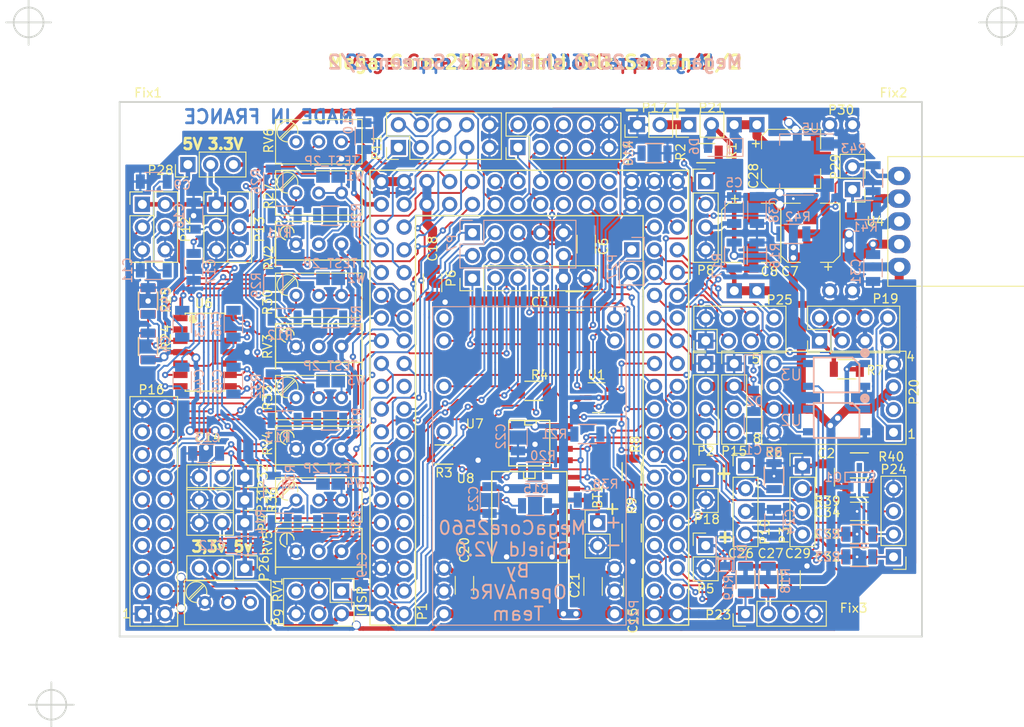
<source format=kicad_pcb>
(kicad_pcb (version 4) (host pcbnew 4.0.7)
  (title_block (date 2017-06-06) (rev 2.0) (comment 1 "Reproduction et commercialisation Interdite") (comment 2 "By Antho.breizh") (comment 3 "Shield 2560 core mini Full ") (comment 4 "For OPENAVRc"))
  (layers (0 F.Cu signal hide) (31 B.Cu signal) (34 B.Paste user hide) (35 F.Paste user hide) (36 B.SilkS user hide) (37 F.SilkS user) (38 B.Mask user hide) (39 F.Mask user hide) (44 Edge.Cuts user))
  (net 0 "")
  (net 1 GND)
  (net 2 VCC)
  (net 3 "Net-(P8-Pad1)")
  (net 4 "Net-(P8-Pad2)")
  (net 5 "Net-(P16-Pad5)")
  (net 6 "Net-(P16-Pad18)")
  (net 7 +BATT)
  (net 8 "Net-(P19-Pad2)")
  (net 9 "Net-(R7-Pad2)")
  (net 10 "Net-(R8-Pad2)")
  (net 11 "Net-(P22-PadRX)")
  (net 12 "Net-(P22-PadBUSY)")
  (net 13 "Net-(C42-Pad1)")
  (net 14 "Net-(C43-Pad2)")
  (net 15 "Net-(C44-Pad2)")
  (net 16 "Net-(C45-Pad2)")
  (net 17 "Net-(C46-Pad2)")
  (net 18 "Net-(R28-Pad2)")
  (net 19 "Net-(R31-Pad2)")
  (net 20 "Net-(R34-Pad2)")
  (net 21 "Net-(R37-Pad2)")
  (net 22 "Net-(P18-Pad1)")
  (net 23 "Net-(D1-Pad1)")
  (net 24 "Net-(R11-Pad1)")
  (net 25 "Net-(R12-Pad1)")
  (net 26 "Net-(R13-Pad1)")
  (net 27 "Net-(R14-Pad1)")
  (net 28 "Net-(P22-PadSPK+)")
  (net 29 "Net-(P22-PadSPK-)")
  (net 30 "Net-(P20-Pad5)")
  (net 31 "Net-(P20-Pad6)")
  (net 32 "Net-(R15-Pad1)")
  (net 33 "Net-(R20-Pad1)")
  (net 34 "Net-(BT1-Pad1)")
  (net 35 "Net-(C24-Pad1)")
  (net 36 /OpenAVRc_Sticks/Stick_LVcon)
  (net 37 /OpenAVRc_CoreConnects/VREF)
  (net 38 /OpenAVRc_Sticks/Stick_LHcon)
  (net 39 /OpenAVRc_Sticks/Stick_RHcon)
  (net 40 /OpenAVRc_Sticks/Stick_RVcon)
  (net 41 /OpenAVRc_Power/DCDC_IN+)
  (net 42 /OpenAVRc_CoreConnects/Lcd_bla)
  (net 43 /OpenAVRc_CoreConnects/Lcd_rst)
  (net 44 /OpenAVRc_CoreConnects/Lcd_r/w)
  (net 45 /OpenAVRc_CoreConnects/Lcd_cs)
  (net 46 /OpenAVRc_CoreConnects/Lcd_A0)
  (net 47 /OpenAVRc_CoreConnects/Lcd_e)
  (net 48 /OpenAVRc_CoreConnects/Microsd_CS)
  (net 49 /OpenAVRc_CoreConnects/Lcd_db7)
  (net 50 /OpenAVRc_CoreConnects/Lcd_db5)
  (net 51 /OpenAVRc_CoreConnects/Lcd_db3)
  (net 52 /OpenAVRc_CoreConnects/Lcd_db1)
  (net 53 /OpenAVRc_CoreConnects/Isp_rst)
  (net 54 /OpenAVRc_CoreConnects/Sck)
  (net 55 /OpenAVRc_CoreConnects/Miso)
  (net 56 /OpenAVRc_CoreConnects/Mosi)
  (net 57 /OpenAVRc_CoreConnects/Lcd_db0)
  (net 58 /OpenAVRc_CoreConnects/Lcd_db2)
  (net 59 /OpenAVRc_CoreConnects/Lcd_db4)
  (net 60 /OpenAVRc_CoreConnects/Lcd_db6)
  (net 61 /OpenAVRc_Sticks/Power_manches)
  (net 62 /OpenAVRc_CoreConnects/Lcd_vo)
  (net 63 /OpenAVRc_Power/LIPO+)
  (net 64 /OpenAVRc_HF_Telemetry/TX_module)
  (net 65 /OpenAVRc_HF_Telemetry/RX_module)
  (net 66 Pot_3)
  (net 67 Pot_2)
  (net 68 Pot_1)
  (net 69 Rot_1push)
  (net 70 Rot_1B)
  (net 71 Rot_1A)
  (net 72 Rot_2push)
  (net 73 Rot_2B)
  (net 74 Rot_2A)
  (net 75 Stick_RH)
  (net 76 Stick_RV)
  (net 77 Stick_LV)
  (net 78 Stick_LH)
  (net 79 Sw_rudDR)
  (net 80 Sw_id1)
  (net 81 Sw_ailDR)
  (net 82 Sw_gear)
  (net 83 Sw_id2)
  (net 84 Sw_eleDR)
  (net 85 Key_MENU)
  (net 86 Key_RIGHT)
  (net 87 Key_DOWN)
  (net 88 Sw_turn)
  (net 89 Key_LEFT)
  (net 90 Key_UP)
  (net 91 Trim_RH->)
  (net 92 Trim_RV->)
  (net 93 Trim_LV->)
  (net 94 Trim_LH->)
  (net 95 Sw_thcut)
  (net 96 Trim_LH<-)
  (net 97 Trim_LV<-)
  (net 98 Trim_RV<-)
  (net 99 Trim_RH<-)
  (net 100 PPM_in)
  (net 101 Master_PPMout)
  (net 102 Sim_Control)
  (net 103 Xmitter_SCK)
  (net 104 Sda)
  (net 105 Xmitter_MOSI)
  (net 106 JQ6500Data)
  (net 107 Tele_TX)
  (net 108 Key_ESC)
  (net 109 PPM16_SIMout)
  (net 110 Vibreur)
  (net 111 Scl)
  (net 112 Xmitter_MISO)
  (net 113 JQ6500Busy)
  (net 114 Tele_RX)
  (net 115 CS_CYRF6936)
  (net 116 CS_A7105)
  (net 117 CS_NRF24L01)
  (net 118 CS_CC2500)
  (net 119 U_batt)
  (net 120 LCD_VCC)
  (net 121 +3.3V)
  (net 122 Audio_Buzzer_out)
  (net 123 /OpenAVRc_Audio_Haptic/JQ_Left_Out)
  (net 124 BT_Txd1)
  (net 125 BT_Rxd1)
  (net 126 "Net-(Q1-PadG)")
  (net 127 "Net-(P10-Pad1)")
  (net 128 Hold_Power)
  (net 129 "Net-(P29-Pad1)")
  (net 130 "Net-(P29-Pad2)")
  (module MegaCore_Shield:SOT-23_MOS_P (layer B.Cu) (at 222.72752 103.78948 180)
    (fp_text reference Q1 (at 2.921 0 180) (layer B.SilkS) (effects (justify mirror)))
    (fp_text value BSS84)
    (pad S smd rect (at 0.95 -1.1 180) (size 0.6 1) (layers B.Cu B.Mask) (net 2 VCC))
    (pad D smd rect (at 0 1.1 180) (size 0.6 1) (layers B.Cu B.Mask) (net 35 "Net-(C24-Pad1)"))
    (pad G smd rect (at -0.95 -1.1 180) (size 0.6 1) (layers B.Cu B.Mask) (net 126 "Net-(Q1-PadG)"))
  )
  (module anthoperso:SOP4 (layer B.Cu) (at 220.18752 92.35948 180)
    (fp_text reference U3 (at 5.08 0 180) (layer B.SilkS) (effects (font (size 1.2 1.2)) (justify mirror)))
    (fp_text value TLP290)
    (pad 1 smd rect (at -3.15 1.27 180) (size 1.2 0.8) (layers B.Cu B.Paste B.Mask) (net 9 "Net-(R7-Pad2)"))
    (pad 2 smd rect (at -3.15 -1.27 180) (size 1.2 0.8) (layers B.Cu B.Paste B.Mask) (net 1 GND))
    (pad 3 smd rect (at 3.15 -1.27 180) (size 1.2 0.8) (layers B.Cu B.Paste B.Mask) (net 114 Tele_RX))
    (pad 4 smd rect (at 3.15 1.27 180) (size 1.2 0.8) (layers B.Cu B.Paste B.Mask) (net 30 "Net-(P20-Pad5)"))
  )
  (module MegaCore_Shield:SOP4 (layer B.Cu) (at 220.18752 97.43948 180)
    (fp_text reference U2 (at 5.08 0 180) (layer B.SilkS) (effects (font (size 1.2 1.2)) (justify mirror)))
    (fp_text value TLP290)
    (pad 1 smd rect (at -3.15 1.27 180) (size 1.2 0.8) (layers B.Cu B.Paste B.Mask) (net 9 "Net-(R7-Pad2)"))
    (pad 2 smd rect (at -3.15 -1.27 180) (size 1.2 0.8) (layers B.Cu B.Paste B.Mask) (net 1 GND))
    (pad 3 smd rect (at 3.15 -1.27 180) (size 1.2 0.8) (layers B.Cu B.Paste B.Mask) (net 31 "Net-(P20-Pad6)"))
    (pad 4 smd rect (at 3.15 1.27 180) (size 1.2 0.8) (layers B.Cu B.Paste B.Mask) (net 107 Tele_TX))
  )
  (module MegaCore_Shield:MiniDCDC3A (layer F.Cu) (at 208.75752 64.41948 270)
    (fp_text reference P30 (at -1.651 -11.938 540) (layer F.SilkS))
    (fp_text value MiniDCDC3A)
    (pad 4 thru_hole rect (at 0 0 270) (size 1.7 1.7) (drill 1) (layers *.Cu *.Mask) (net 41 /OpenAVRc_Power/DCDC_IN+))
    (pad 5 thru_hole rect (at 18.542 -0.01 270) (size 1.7 1.7) (drill 1) (layers *.Cu *.Mask) (net 2 VCC))
    (pad 3 thru_hole rect (at 0 -2.54 270) (size 1.7 1.7) (drill 1) (layers *.Cu *.Mask) (net 41 /OpenAVRc_Power/DCDC_IN+))
    (pad 6 thru_hole rect (at 18.542 -2.54 270) (size 1.7 1.7) (drill 1) (layers *.Cu *.Mask) (net 2 VCC))
    (pad 2 thru_hole circle (at 0 -10.668 270) (size 1.7 1.7) (drill 1) (layers *.Cu *.Mask) (net 1 GND))
    (pad 7 thru_hole circle (at 18.542 -10.668 270) (size 1.7 1.7) (drill 1) (layers *.Cu *.Mask) (net 1 GND))
    (pad 1 thru_hole circle (at 0 -13.208 270) (size 1.7 1.7) (drill 1) (layers *.Cu *.Mask) (net 1 GND))
    (pad 8 thru_hole circle (at 18.542 -13.208 270) (size 1.7 1.7) (drill 1) (layers *.Cu *.Mask) (net 1 GND))
  )
  (module Pin_Headers:Pin_Header_Straight_1x02_Pitch2.54mm (layer F.Cu) (at 221.96552 71.65848 180)
    (fp_text reference P29 (at 1.905 2.54 270) (layer F.SilkS))
    (fp_text value Sw_On)
    (pad 1 thru_hole rect (at 0 0 180) (size 1.7 1.7) (drill 1) (layers *.Cu *.Mask) (net 129 "Net-(P29-Pad1)"))
    (pad 2 thru_hole oval (at 0 2.54 180) (size 1.7 1.7) (drill 1) (layers *.Cu *.Mask) (net 130 "Net-(P29-Pad2)"))
  )
  (module Diodes_SMD:D_SOD-123 (layer B.Cu) (at 207.74152 112.04448 90)
    (fp_text reference D1 (at -0.127 1.905 90) (layer B.SilkS) (effects (justify mirror)))
    (fp_text value MBR0520)
    (pad 1 smd rect (at -1.65 0 90) (size 0.9 1.2) (layers B.Cu B.Paste B.Mask) (net 23 "Net-(D1-Pad1)"))
    (pad 2 smd rect (at 1.65 0 90) (size 0.9 1.2) (layers B.Cu B.Paste B.Mask) (net 1 GND))
  )
  (module Resistors_SMD:R_1206 (layer B.Cu) (at 212.56752 115.21948 270)
    (fp_text reference R18 (at 0.127 -1.905 450) (layer B.SilkS) (effects (justify mirror)))
    (fp_text value 5.1K)
    (pad 1 smd rect (at -1.45 0 270) (size 0.9 1.7) (layers B.Cu B.Paste B.Mask) (net 2 VCC))
    (pad 2 smd rect (at 1.45 0 270) (size 0.9 1.7) (layers B.Cu B.Paste B.Mask) (net 70 Rot_1B))
  )
  (module Resistors_SMD:R_1206 (layer B.Cu) (at 210.02752 115.21948 270)
    (fp_text reference R19 (at 0.889 1.905 270) (layer B.SilkS) (effects (justify mirror)))
    (fp_text value 5.1K)
    (pad 1 smd rect (at -1.45 0 270) (size 0.9 1.7) (layers B.Cu B.Paste B.Mask) (net 2 VCC))
    (pad 2 smd rect (at 1.45 0 270) (size 0.9 1.7) (layers B.Cu B.Paste B.Mask) (net 69 Rot_1push))
  )
  (module Resistors_SMD:R_1206 (layer B.Cu) (at 222.72752 112.67948)
    (fp_text reference R23 (at -3.556 0) (layer B.SilkS) (effects (justify mirror)))
    (fp_text value 5.1K)
    (pad 1 smd rect (at -1.45 0) (size 0.9 1.7) (layers B.Cu B.Paste B.Mask) (net 2 VCC))
    (pad 2 smd rect (at 1.45 0) (size 0.9 1.7) (layers B.Cu B.Paste B.Mask) (net 72 Rot_2push))
  )
  (module Resistors_SMD:R_1206 (layer B.Cu) (at 222.72752 110.13948)
    (fp_text reference R22 (at -3.556 0) (layer B.SilkS) (effects (justify mirror)))
    (fp_text value 5.1K)
    (pad 1 smd rect (at -1.45 0) (size 0.9 1.7) (layers B.Cu B.Paste B.Mask) (net 2 VCC))
    (pad 2 smd rect (at 1.45 0) (size 0.9 1.7) (layers B.Cu B.Paste B.Mask) (net 73 Rot_2B))
  )
  (module Capacitors_SMD:C_1206 (layer B.Cu) (at 213.20252 108.86948 90)
    (fp_text reference C24 (at 0.127 1.778 90) (layer B.SilkS) (effects (justify mirror)))
    (fp_text value 100nF)
    (pad 1 smd rect (at -1.5 0 90) (size 1 1.6) (layers B.Cu B.Paste B.Mask) (net 35 "Net-(C24-Pad1)"))
    (pad 2 smd rect (at 1.5 0 90) (size 1 1.6) (layers B.Cu B.Paste B.Mask) (net 1 GND))
  )
  (module Resistors_SMD:R_1206 (layer B.Cu) (at 213.20252 103.66248 90)
    (fp_text reference R5 (at 2.667 0 180) (layer B.SilkS) (effects (justify mirror)))
    (fp_text value 4K7)
    (pad 1 smd rect (at -1.45 0 90) (size 0.9 1.7) (layers B.Cu B.Paste B.Mask) (net 124 BT_Txd1))
    (pad 2 smd rect (at 1.45 0 90) (size 0.9 1.7) (layers B.Cu B.Paste B.Mask) (net 1 GND))
  )
  (module Capacitors_SMD:C_1206 (layer B.Cu) (at 210.91652 97.94748 90)
    (fp_text reference C1 (at -2.794 0 360) (layer B.SilkS) (effects (justify mirror)))
    (fp_text value 100nF)
    (pad 1 smd rect (at -1.5 0 90) (size 1 1.6) (layers B.Cu B.Paste B.Mask) (net 1 GND))
    (pad 2 smd rect (at 1.5 0 90) (size 1 1.6) (layers B.Cu B.Paste B.Mask) (net 2 VCC))
  )
  (module Diodes_SMD:D_SOD-123 (layer B.Cu) (at 210.91652 92.35948 270)
    (fp_text reference D2 (at 2.921 -0.127 360) (layer B.SilkS) (effects (justify mirror)))
    (fp_text value MBR0520)
    (pad 1 smd rect (at -1.65 0 270) (size 0.9 1.2) (layers B.Cu B.Paste B.Mask) (net 101 Master_PPMout))
    (pad 2 smd rect (at 1.65 0 270) (size 0.9 1.2) (layers B.Cu B.Paste B.Mask) (net 109 PPM16_SIMout))
  )
  (module Capacitors_SMD:C_1206 (layer B.Cu) (at 224.25152 80.42148 270)
    (fp_text reference C31 (at 0.381 1.905 270) (layer B.SilkS) (effects (justify mirror)))
    (fp_text value 100nF)
    (pad 1 smd rect (at -1.5 0 270) (size 1 1.6) (layers B.Cu B.Paste B.Mask) (net 2 VCC))
    (pad 2 smd rect (at 1.5 0 270) (size 1 1.6) (layers B.Cu B.Paste B.Mask) (net 1 GND))
  )
  (module Resistors_SMD:R_1206 (layer B.Cu) (at 223.23552 73.94448 180)
    (fp_text reference R41 (at -0.127 -1.905 180) (layer B.SilkS) (effects (justify mirror)))
    (fp_text value 33K)
    (pad 1 smd rect (at -1.45 0 180) (size 0.9 1.7) (layers B.Cu B.Paste B.Mask) (net 41 /OpenAVRc_Power/DCDC_IN+))
    (pad 2 smd rect (at 1.45 0 180) (size 0.9 1.7) (layers B.Cu B.Paste B.Mask) (net 129 "Net-(P29-Pad1)"))
  )
  (module Resistors_SMD:R_1206 (layer B.Cu) (at 224.25152 70.38848 270)
    (fp_text reference R43 (at -3.302 2.159 360) (layer B.SilkS) (effects (justify mirror)))
    (fp_text value 10K)
    (pad 1 smd rect (at -1.45 0 270) (size 0.9 1.7) (layers B.Cu B.Paste B.Mask) (net 130 "Net-(P29-Pad2)"))
    (pad 2 smd rect (at 1.45 0 270) (size 0.9 1.7) (layers B.Cu B.Paste B.Mask) (net 1 GND))
  )
  (module Resistors_SMD:R_1206 (layer B.Cu) (at 211.29752 79.02448 90)
    (fp_text reference R16 (at 0 2.032 270) (layer B.SilkS) (effects (justify mirror)))
    (fp_text value 2.7K)
    (pad 1 smd rect (at -1.45 0 90) (size 0.9 1.7) (layers B.Cu B.Paste B.Mask) (net 119 U_batt))
    (pad 2 smd rect (at 1.45 0 90) (size 0.9 1.7) (layers B.Cu B.Paste B.Mask) (net 1 GND))
  )
  (module Resistors_SMD:R_1206 (layer B.Cu) (at 208.75752 79.02448 90)
    (fp_text reference R17 (at -1.143 -1.905 270) (layer B.SilkS) (effects (justify mirror)))
    (fp_text value 5.1K)
    (pad 1 smd rect (at -1.45 0 90) (size 0.9 1.7) (layers B.Cu B.Paste B.Mask) (net 119 U_batt))
    (pad 2 smd rect (at 1.45 0 90) (size 0.9 1.7) (layers B.Cu B.Paste B.Mask) (net 7 +BATT))
  )
  (module Resistors_SMD:R_1206 (layer B.Cu) (at 215.36152 76.61148 180)
    (fp_text reference R42 (at -0.508 1.905 180) (layer B.SilkS) (effects (justify mirror)))
    (fp_text value 2.2K)
    (pad 1 smd rect (at -1.45 0 180) (size 0.9 1.7) (layers B.Cu B.Paste B.Mask) (net 130 "Net-(P29-Pad2)"))
    (pad 2 smd rect (at 1.45 0 180) (size 0.9 1.7) (layers B.Cu B.Paste B.Mask) (net 128 Hold_Power))
  )
  (module Capacitors_SMD:C_1206 (layer B.Cu) (at 211.29752 73.94448 270)
    (fp_text reference C38 (at 0 -1.905 270) (layer B.SilkS) (effects (justify mirror)))
    (fp_text value 100nF)
    (pad 1 smd rect (at -1.5 0 270) (size 1 1.6) (layers B.Cu B.Paste B.Mask) (net 121 +3.3V))
    (pad 2 smd rect (at 1.5 0 270) (size 1 1.6) (layers B.Cu B.Paste B.Mask) (net 1 GND))
  )
  (module Capacitors_SMD:C_1206 (layer B.Cu) (at 208.75752 73.94448 270)
    (fp_text reference C5 (at -3.048 0 360) (layer B.SilkS) (effects (justify mirror)))
    (fp_text value 100nF)
    (pad 1 smd rect (at -1.5 0 270) (size 1 1.6) (layers B.Cu B.Paste B.Mask) (net 1 GND))
    (pad 2 smd rect (at 1.5 0 270) (size 1 1.6) (layers B.Cu B.Paste B.Mask) (net 2 VCC))
  )
  (module TO_SOT_Packages_SMD:SOT-223 (layer B.Cu) (at 215.74252 68.86448 180)
    (fp_text reference U5 (at -1.524 4.064 180) (layer B.SilkS) (effects (justify mirror)))
    (fp_text value LD1117S33TR)
    (pad 4 smd rect (at 3.15 0 180) (size 2 3.8) (layers B.Cu B.Paste B.Mask) (net 121 +3.3V))
    (pad 2 smd rect (at -3.15 0 180) (size 2 1.5) (layers B.Cu B.Paste B.Mask) (net 121 +3.3V))
    (pad 3 smd rect (at -3.15 -2.3 180) (size 2 1.5) (layers B.Cu B.Paste B.Mask) (net 2 VCC))
    (pad 1 smd rect (at -3.15 2.3 180) (size 2 1.5) (layers B.Cu B.Paste B.Mask) (net 1 GND))
  )
  (module Diodes_SMD:D_SOD-123 (layer B.Cu) (at 207.48752 66.95948 180)
    (fp_text reference D6 (at 3.175 0.127 270) (layer B.SilkS) (effects (justify mirror)))
    (fp_text value MBR0520)
    (pad 1 smd rect (at -1.65 0 180) (size 0.9 1.2) (layers B.Cu B.Paste B.Mask) (net 41 /OpenAVRc_Power/DCDC_IN+))
    (pad 2 smd rect (at 1.65 0 180) (size 0.9 1.2) (layers B.Cu B.Paste B.Mask) (net 7 +BATT))
  )
  (module Resistors_SMD:R_1206 (layer B.Cu) (at 199.86752 67.59448)
    (fp_text reference R10 (at -2.921 0 270) (layer B.SilkS) (effects (justify mirror)))
    (fp_text value 22K)
    (pad 1 smd rect (at -1.45 0) (size 0.9 1.7) (layers B.Cu B.Paste B.Mask) (net 123 /OpenAVRc_Audio_Haptic/JQ_Left_Out))
    (pad 2 smd rect (at 1.45 0) (size 0.9 1.7) (layers B.Cu B.Paste B.Mask) (net 1 GND))
  )
  (module Pin_Headers:Pin_Header_Straight_1x02_Pitch2.54mm (layer B.Cu) (at 197.32752 78.38948 180)
    (fp_text reference P27 (at 2.159 -1.905 270) (layer B.SilkS) (effects (justify mirror)))
    (fp_text value HP)
    (pad 1 thru_hole rect (at 0 0 180) (size 1.7 1.7) (drill 1) (layers *.Cu *.Mask) (net 29 "Net-(P22-PadSPK-)"))
    (pad 2 thru_hole oval (at 0 -2.54 180) (size 1.7 1.7) (drill 1) (layers *.Cu *.Mask) (net 28 "Net-(P22-PadSPK+)"))
  )
  (module MegaCore_Shield:Pin_Header_Straight_2x05_Pitch2.54mm (layer B.Cu) (at 179.54752 76.48448 270)
    (fp_text reference P7 (at 1.143 2.286 270) (layer B.SilkS) (effects (justify mirror)))
    (fp_text value SPIX)
    (pad 1 thru_hole rect (at 0 0 270) (size 1.7 1.7) (drill 1) (layers *.Cu *.Mask) (net 118 CS_CC2500))
    (pad 2 thru_hole oval (at 2.54 0 270) (size 1.7 1.7) (drill 1) (layers *.Cu *.Mask) (net 117 CS_NRF24L01))
    (pad 3 thru_hole oval (at 0 -2.54 270) (size 1.7 1.7) (drill 1) (layers *.Cu *.Mask) (net 115 CS_CYRF6936))
    (pad 4 thru_hole oval (at 2.54 -2.54 270) (size 1.7 1.7) (drill 1) (layers *.Cu *.Mask) (net 116 CS_A7105))
    (pad 5 thru_hole oval (at 0 -5.08 270) (size 1.7 1.7) (drill 1) (layers *.Cu *.Mask) (net 112 Xmitter_MISO))
    (pad 6 thru_hole oval (at 2.54 -5.08 270) (size 1.7 1.7) (drill 1) (layers *.Cu *.Mask) (net 103 Xmitter_SCK))
    (pad 7 thru_hole oval (at 0 -7.62 270) (size 1.7 1.7) (drill 1) (layers *.Cu *.Mask) (net 121 +3.3V))
    (pad 8 thru_hole oval (at 2.54 -7.62 270) (size 1.7 1.7) (drill 1) (layers *.Cu *.Mask) (net 105 Xmitter_MOSI))
    (pad 9 thru_hole oval (at 0 -10.16 270) (size 1.7 1.7) (drill 1) (layers *.Cu *.Mask) (net 1 GND))
    (pad 10 thru_hole oval (at 2.54 -10.16 270) (size 1.7 1.7) (drill 1) (layers *.Cu *.Mask) (net 2 VCC))
  )
  (module anthoperso:connector_mini-JQ6500-28P (layer B.Cu) (at 185.26252 83.46948 180)
    (fp_text reference P22 (at -12.319 -35.433 270) (layer B.SilkS) (effects (justify mirror)))
    (fp_text value JQ6500_28P)
    (pad SPK+ thru_hole circle (at -10.16 -2.54 180) (size 1.7 1.7) (drill 1) (layers *.Cu *.Mask) (net 28 "Net-(P22-PadSPK+)"))
    (pad SPK- thru_hole circle (at -10.16 -5.08 180) (size 1.7 1.7) (drill 1) (layers *.Cu *.Mask) (net 29 "Net-(P22-PadSPK-)"))
    (pad DACR thru_hole circle (at 8.89 -2.54 180) (size 1.7 1.7) (drill 1) (layers *.Cu *.Mask))
    (pad DACL thru_hole circle (at 8.89 -5.08 180) (size 1.7 1.7) (drill 1) (layers *.Cu *.Mask) (net 123 /OpenAVRc_Audio_Haptic/JQ_Left_Out))
    (pad RX thru_hole circle (at 8.89 -10.16 180) (size 1.7 1.7) (drill 1) (layers *.Cu *.Mask) (net 11 "Net-(P22-PadRX)"))
    (pad BUSY thru_hole circle (at 8.89 -15.24 180) (size 1.7 1.7) (drill 1) (layers *.Cu *.Mask) (net 12 "Net-(P22-PadBUSY)"))
    (pad GND thru_hole circle (at 8.89 -30.48 180) (size 1.7 1.7) (drill 1) (layers *.Cu *.Mask) (net 1 GND))
    (pad GND thru_hole circle (at 8.89 -33.02 180) (size 1.7 1.7) (drill 1) (layers *.Cu *.Mask) (net 1 GND))
    (pad VCC thru_hole circle (at 8.89 -35.56 180) (size 1.7 1.7) (drill 1) (layers *.Cu *.Mask) (net 2 VCC))
    (pad VCC thru_hole circle (at -10.16 -35.56 180) (size 1.7 1.7) (drill 1) (layers *.Cu *.Mask) (net 2 VCC))
    (pad GND thru_hole circle (at -10.16 -33.02 180) (size 1.7 1.7) (drill 1) (layers *.Cu *.Mask) (net 1 GND))
    (pad GND thru_hole circle (at -10.16 -30.48 180) (size 1.7 1.7) (drill 1) (layers *.Cu *.Mask) (net 1 GND))
  )
  (module anthoperso:R_1206 (layer B.Cu) (at 192.37452 98.96348 180)
    (fp_text reference R21 (at 3.683 0 180) (layer B.SilkS) (effects (justify mirror)))
    (fp_text value 4,7K)
    (pad 1 smd rect (at -1.45 0 180) (size 0.9 1.7) (layers B.Cu B.Paste B.Mask) (net 104 Sda))
    (pad 2 smd rect (at 1.45 0 180) (size 0.9 1.7) (layers B.Cu B.Paste B.Mask) (net 2 VCC))
  )
  (module Capacitors_SMD:C_1206 (layer B.Cu) (at 184.62752 99.34448 270)
    (fp_text reference C22 (at -0.127 1.905 270) (layer B.SilkS) (effects (justify mirror)))
    (fp_text value 100nF)
    (pad 1 smd rect (at -1.5 0 270) (size 1 1.6) (layers B.Cu B.Paste B.Mask) (net 2 VCC))
    (pad 2 smd rect (at 1.5 0 270) (size 1 1.6) (layers B.Cu B.Paste B.Mask) (net 1 GND))
  )
  (module anthoperso:R_1206 (layer B.Cu) (at 186.53252 103.15448)
    (fp_text reference R20 (at 0.889 -1.778) (layer B.SilkS) (effects (justify mirror)))
    (fp_text value 10K)
    (pad 1 smd rect (at -1.45 0) (size 0.9 1.7) (layers B.Cu B.Paste B.Mask) (net 33 "Net-(R20-Pad1)"))
    (pad 2 smd rect (at 1.45 0) (size 0.9 1.7) (layers B.Cu B.Paste B.Mask) (net 2 VCC))
  )
  (module anthoperso:R_1206 (layer B.Cu) (at 192.75552 106.32948 180)
    (fp_text reference R38 (at -1.651 1.778 180) (layer B.SilkS) (effects (justify mirror)))
    (fp_text value 4,7K)
    (pad 1 smd rect (at -1.45 0 180) (size 0.9 1.7) (layers B.Cu B.Paste B.Mask) (net 111 Scl))
    (pad 2 smd rect (at 1.45 0 180) (size 0.9 1.7) (layers B.Cu B.Paste B.Mask) (net 2 VCC))
  )
  (module anthoperso:R_1206 (layer B.Cu) (at 186.53252 106.96448)
    (fp_text reference R15 (at 0.127 -1.905) (layer B.SilkS) (effects (justify mirror)))
    (fp_text value 10K)
    (pad 1 smd rect (at -1.45 0) (size 0.9 1.7) (layers B.Cu B.Paste B.Mask) (net 32 "Net-(R15-Pad1)"))
    (pad 2 smd rect (at 1.45 0) (size 0.9 1.7) (layers B.Cu B.Paste B.Mask) (net 2 VCC))
  )
  (module Capacitors_SMD:C_1206 (layer B.Cu) (at 181.45252 106.32948 270)
    (fp_text reference C23 (at -0.127 1.778 270) (layer B.SilkS) (effects (justify mirror)))
    (fp_text value 100nF)
    (pad 1 smd rect (at -1.5 0 270) (size 1 1.6) (layers B.Cu B.Paste B.Mask) (net 2 VCC))
    (pad 2 smd rect (at 1.5 0 270) (size 1 1.6) (layers B.Cu B.Paste B.Mask) (net 1 GND))
  )
  (module Capacitors_SMD:C_1206 (layer B.Cu) (at 167.10152 117.25148 270)
    (fp_text reference C19 (at -3.683 -0.127 270) (layer B.SilkS) (effects (justify mirror)))
    (fp_text value 100nF)
    (pad 1 smd rect (at -1.5 0 270) (size 1 1.6) (layers B.Cu B.Paste B.Mask) (net 1 GND))
    (pad 2 smd rect (at 1.5 0 270) (size 1 1.6) (layers B.Cu B.Paste B.Mask) (net 2 VCC))
  )
  (module Resistors_SMD:R_1206 (layer B.Cu) (at 157.32252 105.05948 90)
    (fp_text reference R35 (at 1.27 1.905 90) (layer B.SilkS) (effects (justify mirror)))
    (fp_text value 47K)
    (pad 1 smd rect (at -1.45 0 90) (size 0.9 1.7) (layers B.Cu B.Paste B.Mask) (net 17 "Net-(C46-Pad2)"))
    (pad 2 smd rect (at 1.45 0 90) (size 0.9 1.7) (layers B.Cu B.Paste B.Mask) (net 38 /OpenAVRc_Sticks/Stick_LHcon))
  )
  (module Capacitors_SMD:C_1206 (layer B.Cu) (at 154.14752 111.40948)
    (fp_text reference C12 (at -3.683 0 180) (layer B.SilkS) (effects (justify mirror)))
    (fp_text value 100nF)
    (pad 1 smd rect (at -1.5 0) (size 1 1.6) (layers B.Cu B.Paste B.Mask) (net 66 Pot_3))
    (pad 2 smd rect (at 1.5 0) (size 1 1.6) (layers B.Cu B.Paste B.Mask) (net 1 GND))
  )
  (module Capacitors_SMD:C_1206 (layer B.Cu) (at 149.82952 101.12248 180)
    (fp_text reference C13 (at -0.127 1.778 180) (layer B.SilkS) (effects (justify mirror)))
    (fp_text value 100nF)
    (pad 1 smd rect (at -1.5 0 180) (size 1 1.6) (layers B.Cu B.Paste B.Mask) (net 67 Pot_2))
    (pad 2 smd rect (at 1.5 0 180) (size 1 1.6) (layers B.Cu B.Paste B.Mask) (net 1 GND))
  )
  (module Resistors_SMD:R_1206 (layer B.Cu) (at 163.67252 97.43948)
    (fp_text reference R34 (at 3.048 0 90) (layer B.SilkS) (effects (justify mirror)))
    (fp_text value 120K)
    (pad 1 smd rect (at -1.45 0) (size 0.9 1.7) (layers B.Cu B.Paste B.Mask) (net 16 "Net-(C45-Pad2)"))
    (pad 2 smd rect (at 1.45 0) (size 0.9 1.7) (layers B.Cu B.Paste B.Mask) (net 20 "Net-(R34-Pad2)"))
  )
  (module Resistors_SMD:R_1206 (layer B.Cu) (at 157.32252 93.62948 90)
    (fp_text reference R32 (at 0 -1.905 90) (layer B.SilkS) (effects (justify mirror)))
    (fp_text value 47K)
    (pad 1 smd rect (at -1.45 0 90) (size 0.9 1.7) (layers B.Cu B.Paste B.Mask) (net 16 "Net-(C45-Pad2)"))
    (pad 2 smd rect (at 1.45 0 90) (size 0.9 1.7) (layers B.Cu B.Paste B.Mask) (net 36 /OpenAVRc_Sticks/Stick_LVcon))
  )
  (module Capacitors_SMD:C_1206 (layer B.Cu) (at 152.87752 92.99448 90)
    (fp_text reference C45 (at -0.127 -1.778 90) (layer B.SilkS) (effects (justify mirror)))
    (fp_text value 22nF)
    (pad 1 smd rect (at -1.5 0 90) (size 1 1.6) (layers B.Cu B.Paste B.Mask) (net 77 Stick_LV))
    (pad 2 smd rect (at 1.5 0 90) (size 1 1.6) (layers B.Cu B.Paste B.Mask) (net 16 "Net-(C45-Pad2)"))
  )
  (module Capacitors_SMD:C_1206 (layer B.Cu) (at 147.16252 92.99448 90)
    (fp_text reference C44 (at -0.127 1.905 90) (layer B.SilkS) (effects (justify mirror)))
    (fp_text value 22nF)
    (pad 1 smd rect (at -1.5 0 90) (size 1 1.6) (layers B.Cu B.Paste B.Mask) (net 76 Stick_RV))
    (pad 2 smd rect (at 1.5 0 90) (size 1 1.6) (layers B.Cu B.Paste B.Mask) (net 15 "Net-(C44-Pad2)"))
  )
  (module Capacitors_SMD:C_1206 (layer B.Cu) (at 147.16252 86.64448 270)
    (fp_text reference C43 (at 0.127 -2.032 270) (layer B.SilkS) (effects (justify mirror)))
    (fp_text value 22nF)
    (pad 1 smd rect (at -1.5 0 270) (size 1 1.6) (layers B.Cu B.Paste B.Mask) (net 75 Stick_RH))
    (pad 2 smd rect (at 1.5 0 270) (size 1 1.6) (layers B.Cu B.Paste B.Mask) (net 14 "Net-(C43-Pad2)"))
  )
  (module Capacitors_SMD:C_1206 (layer B.Cu) (at 152.87752 86.64448 270)
    (fp_text reference C46 (at 0.0127 1.8923 270) (layer B.SilkS) (effects (justify mirror)))
    (fp_text value 22nF)
    (pad 1 smd rect (at -1.5 0 270) (size 1 1.6) (layers B.Cu B.Paste B.Mask) (net 78 Stick_LH))
    (pad 2 smd rect (at 1.5 0 270) (size 1 1.6) (layers B.Cu B.Paste B.Mask) (net 17 "Net-(C46-Pad2)"))
  )
  (module Resistors_SMD:R_1206 (layer B.Cu) (at 163.67252 86.00948)
    (fp_text reference R31 (at 2.921 0 90) (layer B.SilkS) (effects (justify mirror)))
    (fp_text value 120K)
    (pad 1 smd rect (at -1.45 0) (size 0.9 1.7) (layers B.Cu B.Paste B.Mask) (net 15 "Net-(C44-Pad2)"))
    (pad 2 smd rect (at 1.45 0) (size 0.9 1.7) (layers B.Cu B.Paste B.Mask) (net 19 "Net-(R31-Pad2)"))
  )
  (module Resistors_SMD:R_1206 (layer B.Cu) (at 157.32252 82.19948 90)
    (fp_text reference R29 (at -0.127 -1.905 90) (layer B.SilkS) (effects (justify mirror)))
    (fp_text value 47K)
    (pad 1 smd rect (at -1.45 0 90) (size 0.9 1.7) (layers B.Cu B.Paste B.Mask) (net 15 "Net-(C44-Pad2)"))
    (pad 2 smd rect (at 1.45 0 90) (size 0.9 1.7) (layers B.Cu B.Paste B.Mask) (net 40 /OpenAVRc_Sticks/Stick_RVcon))
  )
  (module Resistors_SMD:R_1206 (layer B.Cu) (at 158.59252 74.57948)
    (fp_text reference R11 (at -0.635 1.905) (layer B.SilkS) (effects (justify mirror)))
    (fp_text value 120K)
    (pad 1 smd rect (at -1.45 0) (size 0.9 1.7) (layers B.Cu B.Paste B.Mask) (net 24 "Net-(R11-Pad1)"))
    (pad 2 smd rect (at 1.45 0) (size 0.9 1.7) (layers B.Cu B.Paste B.Mask) (net 14 "Net-(C43-Pad2)"))
  )
  (module Resistors_SMD:R_1206 (layer B.Cu) (at 163.67252 74.57948)
    (fp_text reference R28 (at 2.921 0 90) (layer B.SilkS) (effects (justify mirror)))
    (fp_text value 120K)
    (pad 1 smd rect (at -1.45 0) (size 0.9 1.7) (layers B.Cu B.Paste B.Mask) (net 14 "Net-(C43-Pad2)"))
    (pad 2 smd rect (at 1.45 0) (size 0.9 1.7) (layers B.Cu B.Paste B.Mask) (net 18 "Net-(R28-Pad2)"))
  )
  (module Capacitors_SMD:C_1206 (layer B.Cu) (at 143.98752 80.67548 180)
    (fp_text reference C11 (at 2.921 0 450) (layer B.SilkS) (effects (justify mirror)))
    (fp_text value 100nF)
    (pad 1 smd rect (at -1.5 0 180) (size 1 1.6) (layers B.Cu B.Paste B.Mask) (net 38 /OpenAVRc_Sticks/Stick_LHcon))
    (pad 2 smd rect (at 1.5 0 180) (size 1 1.6) (layers B.Cu B.Paste B.Mask) (net 1 GND))
  )
  (module Capacitors_SMD:C_1206 (layer B.Cu) (at 143.35252 84.10448 90)
    (fp_text reference C42 (at 0.127 1.905 90) (layer B.SilkS) (effects (justify mirror)))
    (fp_text value 6.8nF)
    (pad 1 smd rect (at -1.5 0 90) (size 1 1.6) (layers B.Cu B.Paste B.Mask) (net 13 "Net-(C42-Pad1)"))
    (pad 2 smd rect (at 1.5 0 90) (size 1 1.6) (layers B.Cu B.Paste B.Mask) (net 1 GND))
  )
  (module Capacitors_SMD:C_1206 (layer B.Cu) (at 148.43252 80.29448 270)
    (fp_text reference C17 (at 0.508 -1.905 270) (layer B.SilkS) (effects (justify mirror)))
    (fp_text value 100nF)
    (pad 1 smd rect (at -1.5 0 270) (size 1 1.6) (layers B.Cu B.Paste B.Mask) (net 40 /OpenAVRc_Sticks/Stick_RVcon))
    (pad 2 smd rect (at 1.5 0 270) (size 1 1.6) (layers B.Cu B.Paste B.Mask) (net 1 GND))
  )
  (module Capacitors_SMD:C_1206 (layer B.Cu) (at 148.43252 74.57948 90)
    (fp_text reference C16 (at 0 -1.651 270) (layer B.SilkS) (effects (justify mirror)))
    (fp_text value 100nF)
    (pad 1 smd rect (at -1.5 0 90) (size 1 1.6) (layers B.Cu B.Paste B.Mask) (net 39 /OpenAVRc_Sticks/Stick_RHcon))
    (pad 2 smd rect (at 1.5 0 90) (size 1 1.6) (layers B.Cu B.Paste B.Mask) (net 1 GND))
  )
  (module Resistors_SMD:R_1206 (layer B.Cu) (at 157.32252 70.76948 90)
    (fp_text reference R26 (at 0 -1.905 90) (layer B.SilkS) (effects (justify mirror)))
    (fp_text value 47K)
    (pad 1 smd rect (at -1.45 0 90) (size 0.9 1.7) (layers B.Cu B.Paste B.Mask) (net 14 "Net-(C43-Pad2)"))
    (pad 2 smd rect (at 1.45 0 90) (size 0.9 1.7) (layers B.Cu B.Paste B.Mask) (net 39 /OpenAVRc_Sticks/Stick_RHcon))
  )
  (module Capacitors_SMD:C_1206 (layer B.Cu) (at 143.98752 70.76948 180)
    (fp_text reference C9 (at -3.175 -0.381 360) (layer B.SilkS) (effects (justify mirror)))
    (fp_text value 100nF)
    (pad 1 smd rect (at -1.5 0 180) (size 1 1.6) (layers B.Cu B.Paste B.Mask) (net 36 /OpenAVRc_Sticks/Stick_LVcon))
    (pad 2 smd rect (at 1.5 0 180) (size 1 1.6) (layers B.Cu B.Paste B.Mask) (net 1 GND))
  )
  (module Resistors_SMD:R_1206 (layer B.Cu) (at 158.59252 86.00948)
    (fp_text reference R12 (at -0.508 1.905) (layer B.SilkS) (effects (justify mirror)))
    (fp_text value 120K)
    (pad 1 smd rect (at -1.45 0) (size 0.9 1.7) (layers B.Cu B.Paste B.Mask) (net 25 "Net-(R12-Pad1)"))
    (pad 2 smd rect (at 1.45 0) (size 0.9 1.7) (layers B.Cu B.Paste B.Mask) (net 15 "Net-(C44-Pad2)"))
  )
  (module Resistors_SMD:R_1206 (layer B.Cu) (at 158.59252 97.43948)
    (fp_text reference R13 (at -0.762 1.905) (layer B.SilkS) (effects (justify mirror)))
    (fp_text value 120K)
    (pad 1 smd rect (at -1.45 0) (size 0.9 1.7) (layers B.Cu B.Paste B.Mask) (net 26 "Net-(R13-Pad1)"))
    (pad 2 smd rect (at 1.45 0) (size 0.9 1.7) (layers B.Cu B.Paste B.Mask) (net 16 "Net-(C45-Pad2)"))
  )
  (module Resistors_SMD:R_1206 (layer B.Cu) (at 163.67252 108.86948)
    (fp_text reference R37 (at 2.921 0 90) (layer B.SilkS) (effects (justify mirror)))
    (fp_text value 120K)
    (pad 1 smd rect (at -1.45 0) (size 0.9 1.7) (layers B.Cu B.Paste B.Mask) (net 17 "Net-(C46-Pad2)"))
    (pad 2 smd rect (at 1.45 0) (size 0.9 1.7) (layers B.Cu B.Paste B.Mask) (net 21 "Net-(R37-Pad2)"))
  )
  (module Resistors_SMD:R_1206 (layer B.Cu) (at 158.59252 108.86948)
    (fp_text reference R14 (at -2.667 -0.127 90) (layer B.SilkS) (effects (justify mirror)))
    (fp_text value 120K)
    (pad 1 smd rect (at -1.45 0) (size 0.9 1.7) (layers B.Cu B.Paste B.Mask) (net 27 "Net-(R14-Pad1)"))
    (pad 2 smd rect (at 1.45 0) (size 0.9 1.7) (layers B.Cu B.Paste B.Mask) (net 17 "Net-(C46-Pad2)"))
  )
  (module Capacitors_SMD:C_1206 (layer F.Cu) (at 222.72752 112.67948 180)
    (fp_text reference C32 (at 3.556 0 180) (layer F.SilkS))
    (fp_text value 100nF)
    (pad 1 smd rect (at -1.5 0 180) (size 1 1.6) (layers F.Cu F.Paste F.Mask) (net 72 Rot_2push))
    (pad 2 smd rect (at 1.5 0 180) (size 1 1.6) (layers F.Cu F.Paste F.Mask) (net 1 GND))
  )
  (module Capacitors_SMD:C_1206 (layer F.Cu) (at 222.72752 110.13948 180)
    (fp_text reference C33 (at 3.556 0 180) (layer F.SilkS))
    (fp_text value 100nF)
    (pad 1 smd rect (at -1.5 0 180) (size 1 1.6) (layers F.Cu F.Paste F.Mask) (net 73 Rot_2B))
    (pad 2 smd rect (at 1.5 0 180) (size 1 1.6) (layers F.Cu F.Paste F.Mask) (net 1 GND))
  )
  (module Capacitors_SMD:C_1206 (layer F.Cu) (at 222.72752 107.59948 180)
    (fp_text reference C34 (at 3.556 -0.127 180) (layer F.SilkS))
    (fp_text value 100nF)
    (pad 1 smd rect (at -1.5 0 180) (size 1 1.6) (layers F.Cu F.Paste F.Mask) (net 74 Rot_2A))
    (pad 2 smd rect (at 1.5 0 180) (size 1 1.6) (layers F.Cu F.Paste F.Mask) (net 1 GND))
  )
  (module Resistors_SMD:R_1206 (layer F.Cu) (at 222.72752 104.93248)
    (fp_text reference R39 (at -3.556 1.524 180) (layer F.SilkS))
    (fp_text value 47K)
    (pad 1 smd rect (at -1.45 0) (size 0.9 1.7) (layers F.Cu F.Paste F.Mask) (net 2 VCC))
    (pad 2 smd rect (at 1.45 0) (size 0.9 1.7) (layers F.Cu F.Paste F.Mask) (net 126 "Net-(Q1-PadG)"))
  )
  (module Resistors_SMD:R_1206 (layer F.Cu) (at 222.72752 102.13848)
    (fp_text reference R40 (at 3.556 -0.635 180) (layer F.SilkS))
    (fp_text value 100)
    (pad 1 smd rect (at -1.45 0) (size 0.9 1.7) (layers F.Cu F.Paste F.Mask))
    (pad 2 smd rect (at 1.45 0) (size 0.9 1.7) (layers F.Cu F.Paste F.Mask) (net 126 "Net-(Q1-PadG)"))
  )
  (module Capacitors_SMD:C_1206 (layer F.Cu) (at 218.91752 103.78948 270)
    (fp_text reference C2 (at -2.667 -0.127 540) (layer F.SilkS))
    (fp_text value 100nF)
    (pad 1 smd rect (at -1.5 0 270) (size 1 1.6) (layers F.Cu F.Paste F.Mask) (net 1 GND))
    (pad 2 smd rect (at 1.5 0 270) (size 1 1.6) (layers F.Cu F.Paste F.Mask) (net 2 VCC))
  )
  (module Pin_Headers:Pin_Header_Straight_1x04_Pitch2.54mm (layer F.Cu) (at 226.53752 112.67948 180)
    (fp_text reference P24 (at 0 9.779 360) (layer F.SilkS))
    (fp_text value Rot_2)
    (pad 1 thru_hole rect (at 0 0 180) (size 1.7 1.7) (drill 1) (layers *.Cu *.Mask) (net 72 Rot_2push))
    (pad 2 thru_hole oval (at 0 2.54 180) (size 1.7 1.7) (drill 1) (layers *.Cu *.Mask) (net 73 Rot_2B))
    (pad 3 thru_hole oval (at 0 5.08 180) (size 1.7 1.7) (drill 1) (layers *.Cu *.Mask) (net 74 Rot_2A))
    (pad 4 thru_hole oval (at 0 7.62 180) (size 1.7 1.7) (drill 1) (layers *.Cu *.Mask) (net 1 GND))
  )
  (module anthoperso:Connectors-2560-core (layer F.Cu) (at 187.16752 107.59948 180)
    (fp_text reference P1 (at 13.208 -11.176 450) (layer F.SilkS))
    (fp_text value 2560-core)
    (pad G0 thru_hole circle (at 0 34.29 180) (size 1.7 1.7) (drill 1) (layers *.Cu *.Mask) (net 79 Sw_rudDR))
    (pad D6 thru_hole circle (at -2.54 34.29 180) (size 1.7 1.7) (drill 1) (layers *.Cu *.Mask))
    (pad D4 thru_hole circle (at -5.08 34.29 180) (size 1.7 1.7) (drill 1) (layers *.Cu *.Mask) (net 100 PPM_in))
    (pad NC thru_hole circle (at -7.62 34.29 180) (size 1.7 1.7) (drill 1) (layers *.Cu *.Mask))
    (pad GND thru_hole circle (at -10.16 34.29 180) (size 1.7 1.7) (drill 1) (layers *.Cu *.Mask) (net 1 GND))
    (pad C0 thru_hole circle (at 2.54 34.29 180) (size 1.7 1.7) (drill 1) (layers *.Cu *.Mask) (net 80 Sw_id1))
    (pad C2 thru_hole circle (at 5.08 34.29 180) (size 1.7 1.7) (drill 1) (layers *.Cu *.Mask) (net 42 /OpenAVRc_CoreConnects/Lcd_bla))
    (pad C4 thru_hole circle (at 7.62 34.29 180) (size 1.7 1.7) (drill 1) (layers *.Cu *.Mask) (net 43 /OpenAVRc_CoreConnects/Lcd_rst))
    (pad C6 thru_hole circle (at 10.16 34.29 180) (size 1.7 1.7) (drill 1) (layers *.Cu *.Mask) (net 44 /OpenAVRc_CoreConnects/Lcd_r/w))
    (pad VCC thru_hole circle (at 12.7 34.29 180) (size 1.7 1.7) (drill 1) (layers *.Cu *.Mask) (net 2 VCC))
    (pad GND thru_hole circle (at -10.16 36.83 180) (size 1.7 1.7) (drill 1) (layers *.Cu *.Mask) (net 1 GND))
    (pad G4 thru_hole circle (at -7.62 36.83 180) (size 1.7 1.7) (drill 1) (layers *.Cu *.Mask))
    (pad D5 thru_hole circle (at -5.08 36.83 180) (size 1.7 1.7) (drill 1) (layers *.Cu *.Mask))
    (pad D7 thru_hole circle (at -2.54 36.83 180) (size 1.7 1.7) (drill 1) (layers *.Cu *.Mask) (net 81 Sw_ailDR))
    (pad G1 thru_hole circle (at 0 36.83 180) (size 1.7 1.7) (drill 1) (layers *.Cu *.Mask) (net 82 Sw_gear))
    (pad C1 thru_hole circle (at 2.54 36.83 180) (size 1.7 1.7) (drill 1) (layers *.Cu *.Mask) (net 83 Sw_id2))
    (pad C3 thru_hole circle (at 5.08 36.83 180) (size 1.7 1.7) (drill 1) (layers *.Cu *.Mask) (net 45 /OpenAVRc_CoreConnects/Lcd_cs))
    (pad C5 thru_hole circle (at 7.62 36.83 180) (size 1.7 1.7) (drill 1) (layers *.Cu *.Mask) (net 46 /OpenAVRc_CoreConnects/Lcd_A0))
    (pad C7 thru_hole circle (at 10.16 36.83 180) (size 1.7 1.7) (drill 1) (layers *.Cu *.Mask) (net 47 /OpenAVRc_CoreConnects/Lcd_e))
    (pad VCC thru_hole circle (at 12.7 36.83 180) (size 1.7 1.7) (drill 1) (layers *.Cu *.Mask) (net 2 VCC))
    (pad GND thru_hole circle (at -12.7 36.83 180) (size 1.7 1.7) (drill 1) (layers *.Cu *.Mask) (net 1 GND))
    (pad H7 thru_hole circle (at -12.7 34.29 180) (size 1.7 1.7) (drill 1) (layers *.Cu *.Mask))
    (pad L6 thru_hole circle (at -12.7 31.75 180) (size 1.7 1.7) (drill 1) (layers *.Cu *.Mask) (net 84 Sw_eleDR))
    (pad L4 thru_hole circle (at -12.7 29.21 180) (size 1.7 1.7) (drill 1) (layers *.Cu *.Mask) (net 85 Key_MENU))
    (pad L2 thru_hole circle (at -12.7 26.67 180) (size 1.7 1.7) (drill 1) (layers *.Cu *.Mask) (net 86 Key_RIGHT))
    (pad L0 thru_hole circle (at -12.7 24.13 180) (size 1.7 1.7) (drill 1) (layers *.Cu *.Mask) (net 87 Key_DOWN))
    (pad B6 thru_hole circle (at -12.7 21.59 180) (size 1.7 1.7) (drill 1) (layers *.Cu *.Mask) (net 101 Master_PPMout))
    (pad B4 thru_hole circle (at -12.7 19.05 180) (size 1.7 1.7) (drill 1) (layers *.Cu *.Mask))
    (pad H6 thru_hole circle (at -12.7 16.51 180) (size 1.7 1.7) (drill 1) (layers *.Cu *.Mask) (net 102 Sim_Control))
    (pad H4 thru_hole circle (at -12.7 13.97 180) (size 1.7 1.7) (drill 1) (layers *.Cu *.Mask) (net 128 Hold_Power))
    (pad H2 thru_hole circle (at -12.7 11.43 180) (size 1.7 1.7) (drill 1) (layers *.Cu *.Mask) (net 103 Xmitter_SCK))
    (pad D1 thru_hole circle (at -12.7 8.89 180) (size 1.7 1.7) (drill 1) (layers *.Cu *.Mask) (net 104 Sda))
    (pad D3 thru_hole circle (at -12.7 6.35 180) (size 1.7 1.7) (drill 1) (layers *.Cu *.Mask) (net 124 BT_Txd1))
    (pad H1 thru_hole circle (at -12.7 3.81 180) (size 1.7 1.7) (drill 1) (layers *.Cu *.Mask) (net 105 Xmitter_MOSI))
    (pad J1 thru_hole circle (at -12.7 1.27 180) (size 1.7 1.7) (drill 1) (layers *.Cu *.Mask) (net 106 JQ6500Data))
    (pad E6 thru_hole circle (at -12.7 -1.27 180) (size 1.7 1.7) (drill 1) (layers *.Cu *.Mask) (net 73 Rot_2B))
    (pad E4 thru_hole circle (at -12.7 -3.81 180) (size 1.7 1.7) (drill 1) (layers *.Cu *.Mask) (net 71 Rot_1A))
    (pad E1 thru_hole circle (at -12.7 -6.35 180) (size 1.7 1.7) (drill 1) (layers *.Cu *.Mask) (net 107 Tele_TX))
    (pad G5 thru_hole circle (at -12.7 -8.89 180) (size 1.7 1.7) (drill 1) (layers *.Cu *.Mask) (net 69 Rot_1push))
    (pad VCC thru_hole circle (at -12.7 -11.43 180) (size 1.7 1.7) (drill 1) (layers *.Cu *.Mask) (net 2 VCC))
    (pad GND thru_hole circle (at -15.24 36.83 180) (size 1.7 1.7) (drill 1) (layers *.Cu *.Mask) (net 1 GND))
    (pad G3 thru_hole circle (at -15.24 34.29 180) (size 1.7 1.7) (drill 1) (layers *.Cu *.Mask))
    (pad L7 thru_hole circle (at -15.24 31.75 180) (size 1.7 1.7) (drill 1) (layers *.Cu *.Mask) (net 88 Sw_turn))
    (pad L5 thru_hole circle (at -15.24 29.21 180) (size 1.7 1.7) (drill 1) (layers *.Cu *.Mask) (net 108 Key_ESC))
    (pad L3 thru_hole circle (at -15.24 26.67 180) (size 1.7 1.7) (drill 1) (layers *.Cu *.Mask) (net 89 Key_LEFT))
    (pad L1 thru_hole circle (at -15.24 24.13 180) (size 1.7 1.7) (drill 1) (layers *.Cu *.Mask) (net 90 Key_UP))
    (pad B7 thru_hole circle (at -15.24 21.59 180) (size 1.7 1.7) (drill 1) (layers *.Cu *.Mask))
    (pad B5 thru_hole circle (at -15.24 19.05 180) (size 1.7 1.7) (drill 1) (layers *.Cu *.Mask) (net 109 PPM16_SIMout))
    (pad B0 thru_hole circle (at -15.24 16.51 180) (size 1.7 1.7) (drill 1) (layers *.Cu *.Mask) (net 48 /OpenAVRc_CoreConnects/Microsd_CS))
    (pad H5 thru_hole circle (at -15.24 13.97 180) (size 1.7 1.7) (drill 1) (layers *.Cu *.Mask) (net 110 Vibreur))
    (pad H3 thru_hole circle (at -15.24 11.43 180) (size 1.7 1.7) (drill 1) (layers *.Cu *.Mask) (net 122 Audio_Buzzer_out))
    (pad D0 thru_hole circle (at -15.24 8.89 180) (size 1.7 1.7) (drill 1) (layers *.Cu *.Mask) (net 111 Scl))
    (pad D2 thru_hole circle (at -15.24 6.35 180) (size 1.7 1.7) (drill 1) (layers *.Cu *.Mask) (net 125 BT_Rxd1))
    (pad H0 thru_hole circle (at -15.24 3.81 180) (size 1.7 1.7) (drill 1) (layers *.Cu *.Mask) (net 112 Xmitter_MISO))
    (pad J0 thru_hole circle (at -15.24 1.27 180) (size 1.7 1.7) (drill 1) (layers *.Cu *.Mask) (net 113 JQ6500Busy))
    (pad E7 thru_hole circle (at -15.24 -1.27 180) (size 1.7 1.7) (drill 1) (layers *.Cu *.Mask) (net 74 Rot_2A))
    (pad E5 thru_hole circle (at -15.24 -3.81 180) (size 1.7 1.7) (drill 1) (layers *.Cu *.Mask) (net 70 Rot_1B))
    (pad E3 thru_hole circle (at -15.24 -6.35 180) (size 1.7 1.7) (drill 1) (layers *.Cu *.Mask) (net 72 Rot_2push))
    (pad E0 thru_hole circle (at -15.24 -8.89 180) (size 1.7 1.7) (drill 1) (layers *.Cu *.Mask) (net 114 Tele_RX))
    (pad VCC thru_hole circle (at -15.24 -11.43 180) (size 1.7 1.7) (drill 1) (layers *.Cu *.Mask) (net 2 VCC))
    (pad GND thru_hole circle (at 15.24 36.83 180) (size 1.7 1.7) (drill 1) (layers *.Cu *.Mask) (net 1 GND))
    (pad AC0 thru_hole circle (at 15.24 34.29 180) (size 1.7 1.7) (drill 1) (layers *.Cu *.Mask) (net 91 Trim_RH->))
    (pad AC2 thru_hole circle (at 15.24 31.75 180) (size 1.7 1.7) (drill 1) (layers *.Cu *.Mask) (net 92 Trim_RV->))
    (pad AC4 thru_hole circle (at 15.24 29.21 180) (size 1.7 1.7) (drill 1) (layers *.Cu *.Mask) (net 93 Trim_LV->))
    (pad AC6 thru_hole circle (at 15.24 26.67 180) (size 1.7 1.7) (drill 1) (layers *.Cu *.Mask) (net 94 Trim_LH->))
    (pad AC8 thru_hole circle (at 15.24 24.13 180) (size 1.7 1.7) (drill 1) (layers *.Cu *.Mask) (net 75 Stick_RH))
    (pad AC10 thru_hole circle (at 15.24 21.59 180) (size 1.7 1.7) (drill 1) (layers *.Cu *.Mask) (net 76 Stick_RV))
    (pad AC12 thru_hole circle (at 15.24 19.05 180) (size 1.7 1.7) (drill 1) (layers *.Cu *.Mask) (net 68 Pot_1))
    (pad AC14 thru_hole circle (at 15.24 16.51 180) (size 1.7 1.7) (drill 1) (layers *.Cu *.Mask) (net 66 Pot_3))
    (pad J2 thru_hole circle (at 15.24 13.97 180) (size 1.7 1.7) (drill 1) (layers *.Cu *.Mask))
    (pad J4 thru_hole circle (at 15.24 11.43 180) (size 1.7 1.7) (drill 1) (layers *.Cu *.Mask) (net 115 CS_CYRF6936))
    (pad J6 thru_hole circle (at 15.24 8.89 180) (size 1.7 1.7) (drill 1) (layers *.Cu *.Mask) (net 116 CS_A7105))
    (pad A7 thru_hole circle (at 15.24 6.35 180) (size 1.7 1.7) (drill 1) (layers *.Cu *.Mask) (net 49 /OpenAVRc_CoreConnects/Lcd_db7))
    (pad A5 thru_hole circle (at 15.24 3.81 180) (size 1.7 1.7) (drill 1) (layers *.Cu *.Mask) (net 50 /OpenAVRc_CoreConnects/Lcd_db5))
    (pad A3 thru_hole circle (at 15.24 1.27 180) (size 1.7 1.7) (drill 1) (layers *.Cu *.Mask) (net 51 /OpenAVRc_CoreConnects/Lcd_db3))
    (pad A1 thru_hole circle (at 15.24 -1.27 180) (size 1.7 1.7) (drill 1) (layers *.Cu *.Mask) (net 52 /OpenAVRc_CoreConnects/Lcd_db1))
    (pad J7 thru_hole circle (at 15.24 -3.81 180) (size 1.7 1.7) (drill 1) (layers *.Cu *.Mask))
    (pad RST thru_hole circle (at 15.24 -6.35 180) (size 1.7 1.7) (drill 1) (layers *.Cu *.Mask) (net 53 /OpenAVRc_CoreConnects/Isp_rst))
    (pad B1 thru_hole circle (at 15.24 -8.89 180) (size 1.7 1.7) (drill 1) (layers *.Cu *.Mask) (net 54 /OpenAVRc_CoreConnects/Sck))
    (pad B3 thru_hole circle (at 15.24 -11.43 180) (size 1.7 1.7) (drill 1) (layers *.Cu *.Mask) (net 55 /OpenAVRc_CoreConnects/Miso))
    (pad VCC thru_hole circle (at 17.78 -11.43 180) (size 1.7 1.7) (drill 1) (layers *.Cu *.Mask) (net 2 VCC))
    (pad B2 thru_hole circle (at 17.78 -8.89 180) (size 1.7 1.7) (drill 1) (layers *.Cu *.Mask) (net 56 /OpenAVRc_CoreConnects/Mosi))
    (pad GND thru_hole circle (at 17.78 -6.35 180) (size 1.7 1.7) (drill 1) (layers *.Cu *.Mask) (net 1 GND))
    (pad A0 thru_hole circle (at 17.78 -3.81 180) (size 1.7 1.7) (drill 1) (layers *.Cu *.Mask) (net 57 /OpenAVRc_CoreConnects/Lcd_db0))
    (pad A2 thru_hole circle (at 17.78 -1.27 180) (size 1.7 1.7) (drill 1) (layers *.Cu *.Mask) (net 58 /OpenAVRc_CoreConnects/Lcd_db2))
    (pad A4 thru_hole circle (at 17.78 1.27 180) (size 1.7 1.7) (drill 1) (layers *.Cu *.Mask) (net 59 /OpenAVRc_CoreConnects/Lcd_db4))
    (pad A6 thru_hole circle (at 17.78 3.81 180) (size 1.7 1.7) (drill 1) (layers *.Cu *.Mask) (net 60 /OpenAVRc_CoreConnects/Lcd_db6))
    (pad G2 thru_hole circle (at 17.78 6.35 180) (size 1.7 1.7) (drill 1) (layers *.Cu *.Mask) (net 95 Sw_thcut))
    (pad J5 thru_hole circle (at 17.78 8.89 180) (size 1.7 1.7) (drill 1) (layers *.Cu *.Mask) (net 117 CS_NRF24L01))
    (pad J3 thru_hole circle (at 17.78 11.43 180) (size 1.7 1.7) (drill 1) (layers *.Cu *.Mask) (net 118 CS_CC2500))
    (pad AC15 thru_hole circle (at 17.78 13.97 180) (size 1.7 1.7) (drill 1) (layers *.Cu *.Mask) (net 119 U_batt))
    (pad AC13 thru_hole circle (at 17.78 16.51 180) (size 1.7 1.7) (drill 1) (layers *.Cu *.Mask) (net 67 Pot_2))
    (pad AC11 thru_hole circle (at 17.78 19.05 180) (size 1.7 1.7) (drill 1) (layers *.Cu *.Mask) (net 78 Stick_LH))
    (pad AC9 thru_hole circle (at 17.78 21.59 180) (size 1.7 1.7) (drill 1) (layers *.Cu *.Mask) (net 77 Stick_LV))
    (pad AC7 thru_hole circle (at 17.78 24.13 180) (size 1.7 1.7) (drill 1) (layers *.Cu *.Mask) (net 96 Trim_LH<-))
    (pad AC5 thru_hole circle (at 17.78 26.67 180) (size 1.7 1.7) (drill 1) (layers *.Cu *.Mask) (net 97 Trim_LV<-))
    (pad AC3 thru_hole circle (at 17.78 29.21 180) (size 1.7 1.7) (drill 1) (layers *.Cu *.Mask) (net 98 Trim_RV<-))
    (pad AC1 thru_hole circle (at 17.78 31.75 180) (size 1.7 1.7) (drill 1) (layers *.Cu *.Mask) (net 99 Trim_RH<-))
    (pad VREF thru_hole circle (at 17.78 34.29 180) (size 1.7 1.7) (drill 1) (layers *.Cu *.Mask) (net 37 /OpenAVRc_CoreConnects/VREF))
    (pad GND thru_hole circle (at 17.78 36.83 180) (size 1.7 1.7) (drill 1) (layers *.Cu *.Mask) (net 1 GND))
  )
  (module Pin_Headers:Pin_Header_Straight_1x04_Pitch2.54mm (layer F.Cu) (at 210.02752 119.02948 90)
    (fp_text reference P23 (at -0.127 -3.048 180) (layer F.SilkS))
    (fp_text value Rot_1)
    (pad 1 thru_hole rect (at 0 0 90) (size 1.7 1.7) (drill 1) (layers *.Cu *.Mask) (net 69 Rot_1push))
    (pad 2 thru_hole oval (at 0 2.54 90) (size 1.7 1.7) (drill 1) (layers *.Cu *.Mask) (net 70 Rot_1B))
    (pad 3 thru_hole oval (at 0 5.08 90) (size 1.7 1.7) (drill 1) (layers *.Cu *.Mask) (net 71 Rot_1A))
    (pad 4 thru_hole oval (at 0 7.62 90) (size 1.7 1.7) (drill 1) (layers *.Cu *.Mask) (net 1 GND))
  )
  (module Capacitors_SMD:C_1206 (layer F.Cu) (at 215.10752 115.21948 90)
    (fp_text reference C29 (at 2.921 0.762 180) (layer F.SilkS))
    (fp_text value 100nF)
    (pad 1 smd rect (at -1.5 0 90) (size 1 1.6) (layers F.Cu F.Paste F.Mask) (net 71 Rot_1A))
    (pad 2 smd rect (at 1.5 0 90) (size 1 1.6) (layers F.Cu F.Paste F.Mask) (net 1 GND))
  )
  (module Capacitors_SMD:C_1206 (layer F.Cu) (at 212.56752 115.21948 90)
    (fp_text reference C27 (at 2.921 0.254 180) (layer F.SilkS))
    (fp_text value 100nF)
    (pad 1 smd rect (at -1.5 0 90) (size 1 1.6) (layers F.Cu F.Paste F.Mask) (net 70 Rot_1B))
    (pad 2 smd rect (at 1.5 0 90) (size 1 1.6) (layers F.Cu F.Paste F.Mask) (net 1 GND))
  )
  (module Capacitors_SMD:C_1206 (layer F.Cu) (at 210.02752 115.21948 90)
    (fp_text reference C26 (at 2.921 -0.508 180) (layer F.SilkS))
    (fp_text value 100nF)
    (pad 1 smd rect (at -1.5 0 90) (size 1 1.6) (layers F.Cu F.Paste F.Mask) (net 69 Rot_1push))
    (pad 2 smd rect (at 1.5 0 90) (size 1 1.6) (layers F.Cu F.Paste F.Mask) (net 1 GND))
  )
  (module Pin_Headers:Pin_Header_Straight_1x02_Pitch2.54mm (layer F.Cu) (at 205.58252 111.40948)
    (fp_text reference P5 (at 0 4.826 180) (layer F.SilkS))
    (fp_text value Vibreur)
    (pad 1 thru_hole rect (at 0 0) (size 1.7 1.7) (drill 1) (layers *.Cu *.Mask) (net 23 "Net-(D1-Pad1)"))
    (pad 2 thru_hole oval (at 0 2.54) (size 1.7 1.7) (drill 1) (layers *.Cu *.Mask) (net 1 GND))
  )
  (module Resistors_SMD:R_1206 (layer F.Cu) (at 213.20252 103.66248 90)
    (fp_text reference R6 (at 2.667 0 180) (layer F.SilkS))
    (fp_text value 4K7)
    (pad 1 smd rect (at -1.45 0 90) (size 0.9 1.7) (layers F.Cu F.Paste F.Mask) (net 124 BT_Txd1))
    (pad 2 smd rect (at 1.45 0 90) (size 0.9 1.7) (layers F.Cu F.Paste F.Mask) (net 127 "Net-(P10-Pad1)"))
  )
  (module Pin_Headers:Pin_Header_Straight_1x04_Pitch2.54mm (layer F.Cu) (at 216.37752 102.51948)
    (fp_text reference P3 (at -2.032 7.747 90) (layer F.SilkS))
    (fp_text value Option)
    (pad 1 thru_hole rect (at 0 0) (size 1.7 1.7) (drill 1) (layers *.Cu *.Mask) (net 1 GND))
    (pad 2 thru_hole oval (at 0 2.54) (size 1.7 1.7) (drill 1) (layers *.Cu *.Mask) (net 2 VCC))
    (pad 3 thru_hole oval (at 0 5.08) (size 1.7 1.7) (drill 1) (layers *.Cu *.Mask) (net 104 Sda))
    (pad 4 thru_hole oval (at 0 7.62) (size 1.7 1.7) (drill 1) (layers *.Cu *.Mask) (net 111 Scl))
  )
  (module Pin_Headers:Pin_Header_Straight_1x04_Pitch2.54mm (layer F.Cu) (at 210.02752 102.51948)
    (fp_text reference P10 (at 2.159 7.366 270) (layer F.SilkS))
    (fp_text value RX1TX1)
    (pad 1 thru_hole rect (at 0 0) (size 1.7 1.7) (drill 1) (layers *.Cu *.Mask) (net 127 "Net-(P10-Pad1)"))
    (pad 2 thru_hole oval (at 0 2.54) (size 1.7 1.7) (drill 1) (layers *.Cu *.Mask) (net 125 BT_Rxd1))
    (pad 3 thru_hole oval (at 0 5.08) (size 1.7 1.7) (drill 1) (layers *.Cu *.Mask) (net 1 GND))
    (pad 4 thru_hole oval (at 0 7.62) (size 1.7 1.7) (drill 1) (layers *.Cu *.Mask) (net 35 "Net-(C24-Pad1)"))
  )
  (module Pin_Headers:Pin_Header_Straight_1x02_Pitch2.54mm (layer F.Cu) (at 205.58252 103.78948)
    (fp_text reference P18 (at 0.127 4.699 180) (layer F.SilkS))
    (fp_text value Ecolage)
    (pad 1 thru_hole rect (at 0 0) (size 1.7 1.7) (drill 1) (layers *.Cu *.Mask) (net 22 "Net-(P18-Pad1)"))
    (pad 2 thru_hole oval (at 0 2.54) (size 1.7 1.7) (drill 1) (layers *.Cu *.Mask) (net 1 GND))
  )
  (module Resistors_SMD:R_1206 (layer F.Cu) (at 221.33052 91.72448)
    (fp_text reference R7 (at 3.175 0.127) (layer F.SilkS))
    (fp_text value 470)
    (pad 1 smd rect (at -1.45 0) (size 0.9 1.7) (layers F.Cu F.Paste F.Mask) (net 7 +BATT))
    (pad 2 smd rect (at 1.45 0) (size 0.9 1.7) (layers F.Cu F.Paste F.Mask) (net 9 "Net-(R7-Pad2)"))
  )
  (module Pin_Headers:Pin_Header_Straight_1x04_Pitch2.54mm (layer F.Cu) (at 208.75752 91.08948)
    (fp_text reference P15 (at 0 9.779) (layer F.SilkS))
    (fp_text value LCD_I2C)
    (pad 1 thru_hole rect (at 0 0) (size 1.7 1.7) (drill 1) (layers *.Cu *.Mask) (net 1 GND))
    (pad 2 thru_hole oval (at 0 2.54) (size 1.7 1.7) (drill 1) (layers *.Cu *.Mask) (net 2 VCC))
    (pad 3 thru_hole oval (at 0 5.08) (size 1.7 1.7) (drill 1) (layers *.Cu *.Mask) (net 104 Sda))
    (pad 4 thru_hole oval (at 0 7.62) (size 1.7 1.7) (drill 1) (layers *.Cu *.Mask) (net 111 Scl))
  )
  (module Pin_Headers:Pin_Header_Straight_1x04_Pitch2.54mm (layer F.Cu) (at 205.58252 91.08948)
    (fp_text reference P2 (at 0 9.779 180) (layer F.SilkS))
    (fp_text value Clock)
    (pad 1 thru_hole rect (at 0 0) (size 1.7 1.7) (drill 1) (layers *.Cu *.Mask) (net 1 GND))
    (pad 2 thru_hole oval (at 0 2.54) (size 1.7 1.7) (drill 1) (layers *.Cu *.Mask) (net 2 VCC))
    (pad 3 thru_hole oval (at 0 5.08) (size 1.7 1.7) (drill 1) (layers *.Cu *.Mask) (net 104 Sda))
    (pad 4 thru_hole oval (at 0 7.62) (size 1.7 1.7) (drill 1) (layers *.Cu *.Mask) (net 111 Scl))
  )
  (module MegaCore_Shield:Con_RS232_TTL (layer F.Cu) (at 213.20252 91.08948 270)
    (fp_text reference P20 (at 3.175 -15.621 450) (layer F.SilkS))
    (fp_text value TTL/RS232)
    (fp_text user 8 (at 8.382 1.905 360) (layer F.SilkS))
    (fp_text user 5 (at -0.508 2.032 360) (layer F.SilkS))
    (fp_text user 4 (at -0.762 -15.24 360) (layer F.SilkS))
    (fp_text user 1 (at 7.874 -15.367 360) (layer F.SilkS))
    (pad 4 thru_hole circle (at 0.0635 -13.335 180) (size 1.7 1.7) (drill 1) (layers *.Cu *.Mask) (net 1 GND))
    (pad 3 thru_hole circle (at 2.6035 -13.335 180) (size 1.7 1.7) (drill 1) (layers *.Cu *.Mask) (net 2 VCC))
    (pad 2 thru_hole circle (at 5.1435 -13.335 180) (size 1.7 1.7) (drill 1) (layers *.Cu *.Mask) (net 64 /OpenAVRc_HF_Telemetry/TX_module))
    (pad 1 thru_hole rect (at 7.6835 -13.335 180) (size 1.7 1.7) (drill 1) (layers *.Cu *.Mask) (net 65 /OpenAVRc_HF_Telemetry/RX_module))
    (pad 5 thru_hole circle (at 0.0127 0 180) (size 1.7 1.7) (drill 1) (layers *.Cu *.Mask) (net 30 "Net-(P20-Pad5)"))
    (pad 6 thru_hole circle (at 2.5527 0 180) (size 1.7 1.7) (drill 1) (layers *.Cu *.Mask) (net 31 "Net-(P20-Pad6)"))
    (pad 7 thru_hole circle (at 5.0927 0 180) (size 1.7 1.7) (drill 1) (layers *.Cu *.Mask) (net 2 VCC))
    (pad 8 thru_hole circle (at 7.6327 0 180) (size 1.7 1.7) (drill 1) (layers *.Cu *.Mask) (net 1 GND))
    (pad 8 thru_hole circle (at 7.6327 0 180) (size 1.7 1.7) (drill 1) (layers *.Cu *.Mask) (net 1 GND))
    (pad 7 thru_hole circle (at 5.0927 0 180) (size 1.7 1.7) (drill 1) (layers *.Cu *.Mask) (net 2 VCC))
    (pad 6 thru_hole circle (at 2.5527 0 180) (size 1.7 1.7) (drill 1) (layers *.Cu *.Mask) (net 31 "Net-(P20-Pad6)"))
    (pad 5 thru_hole circle (at 0.0127 0 180) (size 1.7 1.7) (drill 1) (layers *.Cu *.Mask) (net 30 "Net-(P20-Pad5)"))
  )
  (module Pin_Headers:Pin_Header_Straight_1x04_Pitch2.54mm (layer F.Cu) (at 205.58252 70.76948)
    (fp_text reference P8 (at 0 9.906) (layer F.SilkS))
    (fp_text value Audio)
    (pad 1 thru_hole rect (at 0 0) (size 1.7 1.7) (drill 1) (layers *.Cu *.Mask) (net 3 "Net-(P8-Pad1)"))
    (pad 2 thru_hole oval (at 0 2.54) (size 1.7 1.7) (drill 1) (layers *.Cu *.Mask) (net 4 "Net-(P8-Pad2)"))
    (pad 3 thru_hole oval (at 0 5.08) (size 1.7 1.7) (drill 1) (layers *.Cu *.Mask) (net 2 VCC))
    (pad 4 thru_hole oval (at 0 7.62) (size 1.7 1.7) (drill 1) (layers *.Cu *.Mask) (net 1 GND))
  )
  (module Resistors_SMD:R_1206 (layer F.Cu) (at 205.58252 67.59448 180)
    (fp_text reference R1 (at -2.921 0.254 450) (layer F.SilkS))
    (fp_text value 22K)
    (pad 1 smd rect (at -1.45 0 180) (size 0.9 1.7) (layers F.Cu F.Paste F.Mask) (net 3 "Net-(P8-Pad1)"))
    (pad 2 smd rect (at 1.45 0 180) (size 0.9 1.7) (layers F.Cu F.Paste F.Mask) (net 122 Audio_Buzzer_out))
  )
  (module Resistors_SMD:R_1206 (layer F.Cu) (at 199.86752 67.59448 180)
    (fp_text reference R2 (at -2.921 0.127 450) (layer F.SilkS))
    (fp_text value 1K)
    (pad 1 smd rect (at -1.45 0 180) (size 0.9 1.7) (layers F.Cu F.Paste F.Mask) (net 4 "Net-(P8-Pad2)"))
    (pad 2 smd rect (at 1.45 0 180) (size 0.9 1.7) (layers F.Cu F.Paste F.Mask) (net 123 /OpenAVRc_Audio_Haptic/JQ_Left_Out))
  )
  (module Pin_Headers:Pin_Header_Straight_1x02_Pitch2.54mm (layer F.Cu) (at 203.67752 64.41948 90)
    (fp_text reference P21 (at 1.905 2.54 180) (layer F.SilkS))
    (fp_text value Sw_power)
    (pad 1 thru_hole rect (at 0 0 90) (size 1.7 1.7) (drill 1) (layers *.Cu *.Mask) (net 63 /OpenAVRc_Power/LIPO+))
    (pad 2 thru_hole oval (at 0 2.54 90) (size 1.7 1.7) (drill 1) (layers *.Cu *.Mask) (net 7 +BATT))
  )
  (module Pin_Headers:Pin_Header_Straight_1x02_Pitch2.54mm (layer F.Cu) (at 197.96252 64.41948 90)
    (fp_text reference P17 (at 1.905 1.905 180) (layer F.SilkS))
    (fp_text value BATT)
    (pad 1 thru_hole rect (at 0 0 90) (size 1.7 1.7) (drill 1) (layers *.Cu *.Mask) (net 1 GND))
    (pad 2 thru_hole oval (at 0 2.54 90) (size 1.7 1.7) (drill 1) (layers *.Cu *.Mask) (net 63 /OpenAVRc_Power/LIPO+))
  )
  (module Pin_Headers:Pin_Header_Straight_1x06_Pitch2.54mm (layer F.Cu) (at 179.54752 81.56448 90)
    (fp_text reference P6 (at 0 -2.39 90) (layer F.SilkS))
    (fp_text value Micro_sd)
    (pad 1 thru_hole rect (at 0 0 90) (size 1.7 1.7) (drill 1) (layers *.Cu *.Mask) (net 48 /OpenAVRc_CoreConnects/Microsd_CS))
    (pad 2 thru_hole oval (at 0 2.54 90) (size 1.7 1.7) (drill 1) (layers *.Cu *.Mask) (net 54 /OpenAVRc_CoreConnects/Sck))
    (pad 3 thru_hole oval (at 0 5.08 90) (size 1.7 1.7) (drill 1) (layers *.Cu *.Mask) (net 56 /OpenAVRc_CoreConnects/Mosi))
    (pad 4 thru_hole oval (at 0 7.62 90) (size 1.7 1.7) (drill 1) (layers *.Cu *.Mask) (net 55 /OpenAVRc_CoreConnects/Miso))
    (pad 5 thru_hole oval (at 0 10.16 90) (size 1.7 1.7) (drill 1) (layers *.Cu *.Mask) (net 2 VCC))
    (pad 6 thru_hole oval (at 0 12.7 90) (size 1.7 1.7) (drill 1) (layers *.Cu *.Mask) (net 1 GND))
  )
  (module Capacitors_SMD:C_1206 (layer F.Cu) (at 197.45452 116.10848 270)
    (fp_text reference C15 (at 3.683 0 270) (layer F.SilkS))
    (fp_text value 100nF)
    (pad 1 smd rect (at -1.5 0 270) (size 1 1.6) (layers F.Cu F.Paste F.Mask) (net 1 GND))
    (pad 2 smd rect (at 1.5 0 270) (size 1 1.6) (layers F.Cu F.Paste F.Mask) (net 2 VCC))
  )
  (module Capacitors_SMD:C_1206 (layer F.Cu) (at 193.00952 115.98148 90)
    (fp_text reference C21 (at 0.127 -2.032 90) (layer F.SilkS))
    (fp_text value 100nF)
    (pad 1 smd rect (at -1.5 0 90) (size 1 1.6) (layers F.Cu F.Paste F.Mask) (net 2 VCC))
    (pad 2 smd rect (at 1.5 0 90) (size 1 1.6) (layers F.Cu F.Paste F.Mask) (net 1 GND))
  )
  (module Capacitors_SMD:C_1206 (layer F.Cu) (at 178.65852 115.85448 90)
    (fp_text reference C20 (at 3.937 0 90) (layer F.SilkS))
    (fp_text value 100nF)
    (pad 1 smd rect (at -1.5 0 90) (size 1 1.6) (layers F.Cu F.Paste F.Mask) (net 2 VCC))
    (pad 2 smd rect (at 1.5 0 90) (size 1 1.6) (layers F.Cu F.Paste F.Mask) (net 1 GND))
  )
  (module MegaCore_Shield:SO-16-DS3231 (layer F.Cu) (at 185.89752 108.23448 270)
    (fp_text reference U8 (at -4.318 7.112 360) (layer F.SilkS))
    (fp_text value DS3231SN)
    (pad 1 smd rect (at -4.445 4.685 270) (size 0.53 1.98) (layers F.Cu F.Paste F.Mask) (net 33 "Net-(R20-Pad1)"))
    (pad 2 smd rect (at -3.175 4.685 270) (size 0.53 1.98) (layers F.Cu F.Paste F.Mask) (net 2 VCC))
    (pad 3 smd rect (at -1.905 4.685 270) (size 0.53 1.98) (layers F.Cu F.Paste F.Mask) (net 32 "Net-(R15-Pad1)"))
    (pad 4 smd rect (at -0.635 4.685 270) (size 0.53 1.98) (layers F.Cu F.Paste F.Mask))
    (pad 5 smd rect (at 0.635 4.685 270) (size 0.53 1.98) (layers F.Cu F.Paste F.Mask) (net 1 GND))
    (pad 6 smd rect (at 1.905 4.685 270) (size 0.53 1.98) (layers F.Cu F.Paste F.Mask) (net 1 GND))
    (pad 7 smd rect (at 3.175 4.685 270) (size 0.53 1.98) (layers F.Cu F.Paste F.Mask) (net 1 GND))
    (pad 8 smd rect (at 4.445 4.685 270) (size 0.53 1.98) (layers F.Cu F.Paste F.Mask) (net 1 GND))
    (pad 9 smd rect (at 4.445 -4.685 270) (size 0.53 1.98) (layers F.Cu F.Paste F.Mask) (net 1 GND))
    (pad 10 smd rect (at 3.175 -4.685 270) (size 0.53 1.98) (layers F.Cu F.Paste F.Mask) (net 1 GND))
    (pad 11 smd rect (at 1.905 -4.685 270) (size 0.53 1.98) (layers F.Cu F.Paste F.Mask) (net 1 GND))
    (pad 12 smd rect (at 0.635 -4.685 270) (size 0.53 1.98) (layers F.Cu F.Paste F.Mask) (net 1 GND))
    (pad 13 smd rect (at -0.635 -4.685 270) (size 0.53 1.98) (layers F.Cu F.Paste F.Mask) (net 1 GND))
    (pad 14 smd rect (at -1.905 -4.685 270) (size 0.53 1.98) (layers F.Cu F.Paste F.Mask) (net 34 "Net-(BT1-Pad1)"))
    (pad 15 smd rect (at -3.175 -4.685 270) (size 0.53 1.98) (layers F.Cu F.Paste F.Mask) (net 104 Sda))
    (pad 16 smd rect (at -4.445 -4.685 270) (size 0.53 1.98) (layers F.Cu F.Paste F.Mask) (net 111 Scl))
  )
  (module Pin_Headers:Pin_Header_Straight_1x02_Pitch2.54mm (layer F.Cu) (at 193.51752 108.86948)
    (fp_text reference BT1 (at 0 -2.921 90) (layer F.SilkS))
    (fp_text value CR2032)
    (pad 1 thru_hole rect (at 0 0) (size 1.7 1.7) (drill 1) (layers *.Cu *.Mask) (net 34 "Net-(BT1-Pad1)"))
    (pad 2 thru_hole oval (at 0 2.54) (size 1.7 1.7) (drill 1) (layers *.Cu *.Mask) (net 1 GND))
  )
  (module anthoperso:R_1206 (layer F.Cu) (at 197.32752 110.01248 90)
    (fp_text reference R9 (at 3.048 0 90) (layer F.SilkS))
    (fp_text value 220)
    (pad 1 smd rect (at -1.45 0 90) (size 0.9 1.7) (layers F.Cu F.Paste F.Mask) (net 23 "Net-(D1-Pad1)"))
    (pad 2 smd rect (at 1.45 0 90) (size 0.9 1.7) (layers F.Cu F.Paste F.Mask) (net 110 Vibreur))
  )
  (module Resistors_SMD:R_1206 (layer F.Cu) (at 197.32752 103.15448 90)
    (fp_text reference R8 (at 3.048 0.381 90) (layer F.SilkS))
    (fp_text value 200)
    (pad 1 smd rect (at -1.45 0 90) (size 0.9 1.7) (layers F.Cu F.Paste F.Mask) (net 22 "Net-(P18-Pad1)"))
    (pad 2 smd rect (at 1.45 0 90) (size 0.9 1.7) (layers F.Cu F.Paste F.Mask) (net 10 "Net-(R8-Pad2)"))
  )
  (module Resistors_SMD:R_1206 (layer F.Cu) (at 176.37252 101.24948 180)
    (fp_text reference R3 (at 0 -2.032 180) (layer F.SilkS))
    (fp_text value 18K)
    (pad 1 smd rect (at -1.45 0 180) (size 0.9 1.7) (layers F.Cu F.Paste F.Mask) (net 113 JQ6500Busy))
    (pad 2 smd rect (at 1.45 0 180) (size 0.9 1.7) (layers F.Cu F.Paste F.Mask) (net 12 "Net-(P22-PadBUSY)"))
  )
  (module MegaCore_Shield:SOIC-8-FRAM_DI (layer F.Cu) (at 185.89752 99.97948 270)
    (fp_text reference U7 (at -2.159 6.096 360) (layer F.SilkS))
    (fp_text value FM24W256)
    (pad 8 smd rect (at -1.905 -3.35 270) (size 0.65 3) (layers F.Cu F.Paste F.Mask) (net 2 VCC))
    (pad 7 smd rect (at -0.635 -3.35 270) (size 0.65 3) (layers F.Cu F.Paste F.Mask) (net 1 GND))
    (pad 6 smd rect (at 0.635 -3.35 270) (size 0.65 3) (layers F.Cu F.Paste F.Mask) (net 111 Scl))
    (pad 5 smd rect (at 1.905 -3.35 270) (size 0.65 3) (layers F.Cu F.Paste F.Mask) (net 104 Sda))
    (pad 4 smd rect (at 1.905 3.35 270) (size 0.65 3) (layers F.Cu F.Paste F.Mask) (net 1 GND))
    (pad 3 smd rect (at 0.635 3.35 270) (size 0.65 3) (layers F.Cu F.Paste F.Mask) (net 1 GND))
    (pad 2 smd rect (at -0.635 3.35 270) (size 0.65 3) (layers F.Cu F.Paste F.Mask) (net 1 GND))
    (pad 1 smd rect (at -1.905 3.35 270) (size 0.65 3) (layers F.Cu F.Paste F.Mask) (net 1 GND))
  )
  (module MegaCore_Shield:SOT-457 (layer F.Cu) (at 193.64452 94.89948)
    (fp_text reference U1 (at -0.254 -2.54) (layer F.SilkS))
    (fp_text value 74LVC1G3157GV)
    (pad 1 smd rect (at -1.2 -0.95) (size 0.8 0.55) (layers F.Cu F.Paste F.Mask) (net 100 PPM_in))
    (pad 2 smd rect (at -1.2 0) (size 0.8 0.55) (layers F.Cu F.Paste F.Mask) (net 1 GND))
    (pad 3 smd rect (at -1.2 0.95) (size 0.8 0.55) (layers F.Cu F.Paste F.Mask) (net 109 PPM16_SIMout))
    (pad 4 smd rect (at 1.2 0.95) (size 0.8 0.55) (layers F.Cu F.Paste F.Mask) (net 10 "Net-(R8-Pad2)"))
    (pad 5 smd rect (at 1.2 0) (size 0.8 0.55) (layers F.Cu F.Paste F.Mask) (net 2 VCC))
    (pad 6 smd rect (at 1.2 -0.95) (size 0.8 0.55) (layers F.Cu F.Paste F.Mask) (net 102 Sim_Control))
  )
  (module Resistors_SMD:R_1206 (layer F.Cu) (at 186.40552 94.13748 180)
    (fp_text reference R4 (at -0.635 1.778 180) (layer F.SilkS))
    (fp_text value 1K)
    (pad 1 smd rect (at -1.45 0 180) (size 0.9 1.7) (layers F.Cu F.Paste F.Mask) (net 106 JQ6500Data))
    (pad 2 smd rect (at 1.45 0 180) (size 0.9 1.7) (layers F.Cu F.Paste F.Mask) (net 11 "Net-(P22-PadRX)"))
  )
  (module Pin_Headers:Pin_Header_Straight_1x03_Pitch2.54mm (layer F.Cu) (at 147.79752 68.86448 90)
    (fp_text reference P28 (at -0.635 -3.048 180) (layer F.SilkS))
    (fp_text value "5v/3,3v manches")
    (pad 1 thru_hole rect (at 0 0 90) (size 1.7 1.7) (drill 1) (layers *.Cu *.Mask) (net 2 VCC))
    (pad 2 thru_hole oval (at 0 2.54 90) (size 1.7 1.7) (drill 1) (layers *.Cu *.Mask) (net 61 /OpenAVRc_Sticks/Power_manches))
    (pad 3 thru_hole oval (at 0 5.08 90) (size 1.7 1.7) (drill 1) (layers *.Cu *.Mask) (net 121 +3.3V))
  )
  (module MegaCore_Shield:Pin_Header_Straight_2x03_Pitch2.54mm (layer F.Cu) (at 150.97252 73.30948)
    (fp_text reference P13 (at 4.826 2.794 90) (layer F.SilkS))
    (fp_text value Stick_right)
    (pad 1 thru_hole rect (at 0 0) (size 1.7 1.7) (drill 1) (layers *.Cu *.Mask) (net 61 /OpenAVRc_Sticks/Power_manches))
    (pad 2 thru_hole oval (at 2.54 0) (size 1.7 1.7) (drill 1) (layers *.Cu *.Mask) (net 61 /OpenAVRc_Sticks/Power_manches))
    (pad 3 thru_hole oval (at 0 2.54) (size 1.7 1.7) (drill 1) (layers *.Cu *.Mask) (net 39 /OpenAVRc_Sticks/Stick_RHcon))
    (pad 4 thru_hole oval (at 2.54 2.54) (size 1.7 1.7) (drill 1) (layers *.Cu *.Mask) (net 40 /OpenAVRc_Sticks/Stick_RVcon))
    (pad 5 thru_hole oval (at 0 5.08) (size 1.7 1.7) (drill 1) (layers *.Cu *.Mask) (net 1 GND))
    (pad 6 thru_hole oval (at 2.54 5.08) (size 1.7 1.7) (drill 1) (layers *.Cu *.Mask) (net 1 GND))
  )
  (module MegaCore_Shield:Pin_Header_Straight_2x03_Pitch2.54mm (layer F.Cu) (at 142.71752 73.30948)
    (fp_text reference P12 (at 4.826 2.794 90) (layer F.SilkS))
    (fp_text value Stick_left)
    (pad 1 thru_hole rect (at 0 0) (size 1.7 1.7) (drill 1) (layers *.Cu *.Mask) (net 61 /OpenAVRc_Sticks/Power_manches))
    (pad 2 thru_hole oval (at 2.54 0) (size 1.7 1.7) (drill 1) (layers *.Cu *.Mask) (net 61 /OpenAVRc_Sticks/Power_manches))
    (pad 3 thru_hole oval (at 0 2.54) (size 1.7 1.7) (drill 1) (layers *.Cu *.Mask) (net 36 /OpenAVRc_Sticks/Stick_LVcon))
    (pad 4 thru_hole oval (at 2.54 2.54) (size 1.7 1.7) (drill 1) (layers *.Cu *.Mask) (net 38 /OpenAVRc_Sticks/Stick_LHcon))
    (pad 5 thru_hole oval (at 0 5.08) (size 1.7 1.7) (drill 1) (layers *.Cu *.Mask) (net 1 GND))
    (pad 6 thru_hole oval (at 2.54 5.08) (size 1.7 1.7) (drill 1) (layers *.Cu *.Mask) (net 1 GND))
  )
  (module Resistors_SMD:R_1206 (layer F.Cu) (at 143.35252 84.10448 90)
    (fp_text reference R25 (at 0.127 2.032 90) (layer F.SilkS))
    (fp_text value 39K)
    (pad 1 smd rect (at -1.45 0 90) (size 0.9 1.7) (layers F.Cu F.Paste F.Mask) (net 13 "Net-(C42-Pad1)"))
    (pad 2 smd rect (at 1.45 0 90) (size 0.9 1.7) (layers F.Cu F.Paste F.Mask) (net 1 GND))
  )
  (module Resistors_SMD:R_1206 (layer F.Cu) (at 143.35252 89.18448 90)
    (fp_text reference R24 (at 1.016 2.032 90) (layer F.SilkS))
    (fp_text value 82K)
    (pad 1 smd rect (at -1.45 0 90) (size 0.9 1.7) (layers F.Cu F.Paste F.Mask) (net 2 VCC))
    (pad 2 smd rect (at 1.45 0 90) (size 0.9 1.7) (layers F.Cu F.Paste F.Mask) (net 13 "Net-(C42-Pad1)"))
  )
  (module anthoperso:Pin_Header_Straight_2x10_Pitch2.54mm (layer F.Cu) (at 145.25752 119.02948 180)
    (fp_text reference P16 (at 1.524 25.019 360) (layer F.SilkS))
    (fp_text value LCD)
    (fp_text user 1 (at 4.318 0 180) (layer F.SilkS))
    (pad 1 thru_hole rect (at 2.54 0 180) (size 1.7 1.7) (drill 1) (layers *.Cu *.Mask) (net 1 GND))
    (pad 4 thru_hole oval (at 0 2.54 180) (size 1.7 1.7) (drill 1) (layers *.Cu *.Mask) (net 62 /OpenAVRc_CoreConnects/Lcd_vo))
    (pad 3 thru_hole oval (at 2.54 2.54 180) (size 1.7 1.7) (drill 1) (layers *.Cu *.Mask) (net 120 LCD_VCC))
    (pad 6 thru_hole oval (at 0 5.08 180) (size 1.7 1.7) (drill 1) (layers *.Cu *.Mask) (net 57 /OpenAVRc_CoreConnects/Lcd_db0))
    (pad 5 thru_hole oval (at 2.54 5.08 180) (size 1.7 1.7) (drill 1) (layers *.Cu *.Mask) (net 5 "Net-(P16-Pad5)"))
    (pad 8 thru_hole oval (at 0 7.62 180) (size 1.7 1.7) (drill 1) (layers *.Cu *.Mask) (net 58 /OpenAVRc_CoreConnects/Lcd_db2))
    (pad 7 thru_hole oval (at 2.54 7.62 180) (size 1.7 1.7) (drill 1) (layers *.Cu *.Mask) (net 52 /OpenAVRc_CoreConnects/Lcd_db1))
    (pad 10 thru_hole oval (at 0 10.16 180) (size 1.7 1.7) (drill 1) (layers *.Cu *.Mask) (net 59 /OpenAVRc_CoreConnects/Lcd_db4))
    (pad 9 thru_hole oval (at 2.54 10.16 180) (size 1.7 1.7) (drill 1) (layers *.Cu *.Mask) (net 51 /OpenAVRc_CoreConnects/Lcd_db3))
    (pad 12 thru_hole oval (at 0 12.7 180) (size 1.7 1.7) (drill 1) (layers *.Cu *.Mask) (net 60 /OpenAVRc_CoreConnects/Lcd_db6))
    (pad 11 thru_hole oval (at 2.54 12.7 180) (size 1.7 1.7) (drill 1) (layers *.Cu *.Mask) (net 50 /OpenAVRc_CoreConnects/Lcd_db5))
    (pad 14 thru_hole oval (at 0 15.24 180) (size 1.7 1.7) (drill 1) (layers *.Cu *.Mask) (net 47 /OpenAVRc_CoreConnects/Lcd_e))
    (pad 13 thru_hole oval (at 2.54 15.24 180) (size 1.7 1.7) (drill 1) (layers *.Cu *.Mask) (net 49 /OpenAVRc_CoreConnects/Lcd_db7))
    (pad 16 thru_hole oval (at 0 17.78 180) (size 1.7 1.7) (drill 1) (layers *.Cu *.Mask) (net 46 /OpenAVRc_CoreConnects/Lcd_A0))
    (pad 15 thru_hole oval (at 2.54 17.78 180) (size 1.7 1.7) (drill 1) (layers *.Cu *.Mask) (net 44 /OpenAVRc_CoreConnects/Lcd_r/w))
    (pad 18 thru_hole oval (at 0 20.32 180) (size 1.7 1.7) (drill 1) (layers *.Cu *.Mask) (net 6 "Net-(P16-Pad18)"))
    (pad 17 thru_hole oval (at 2.54 20.32 180) (size 1.7 1.7) (drill 1) (layers *.Cu *.Mask) (net 43 /OpenAVRc_CoreConnects/Lcd_rst))
    (pad 20 thru_hole oval (at 0 22.86 180) (size 1.7 1.7) (drill 1) (layers *.Cu *.Mask) (net 45 /OpenAVRc_CoreConnects/Lcd_cs))
    (pad 19 thru_hole oval (at 2.54 22.86 180) (size 1.7 1.7) (drill 1) (layers *.Cu *.Mask) (net 1 GND))
    (pad 2 thru_hole circle (at 0 0 180) (size 1.7 1.7) (drill 1) (layers *.Cu *.Mask) (net 1 GND))
  )
  (module "Librairie master:SOP14" (layer F.Cu) (at 149.70252 89.81948 270)
    (fp_text reference U6 (at -5.461 0.127 360) (layer F.SilkS))
    (fp_text value MCP604-I/SL)
    (pad 1 smd rect (at -3.80746 2.74828 90) (size 0.6985 1.59766) (layers F.Cu F.Paste F.Mask) (net 75 Stick_RH))
    (pad 2 smd rect (at -2.53746 2.74828 90) (size 0.6985 1.59766) (layers F.Cu F.Paste F.Mask) (net 14 "Net-(C43-Pad2)"))
    (pad 3 smd rect (at -1.26746 2.74828 90) (size 0.6985 1.59766) (layers F.Cu F.Paste F.Mask) (net 13 "Net-(C42-Pad1)"))
    (pad 4 smd rect (at 0 2.74828 90) (size 0.6985 1.59766) (layers F.Cu F.Paste F.Mask) (net 2 VCC))
    (pad 5 smd rect (at 1.26746 2.74828 90) (size 0.6985 1.59766) (layers F.Cu F.Paste F.Mask) (net 13 "Net-(C42-Pad1)"))
    (pad 6 smd rect (at 2.53746 2.74828 90) (size 0.6985 1.59766) (layers F.Cu F.Paste F.Mask) (net 15 "Net-(C44-Pad2)"))
    (pad 7 smd rect (at 3.80746 2.74828 90) (size 0.6985 1.59766) (layers F.Cu F.Paste F.Mask) (net 76 Stick_RV))
    (pad 8 smd rect (at 3.80746 -2.74828 270) (size 0.6985 1.59766) (layers F.Cu F.Paste F.Mask) (net 77 Stick_LV))
    (pad 9 smd rect (at 2.53746 -2.74828 270) (size 0.6985 1.59766) (layers F.Cu F.Paste F.Mask) (net 16 "Net-(C45-Pad2)"))
    (pad 10 smd rect (at 1.26746 -2.74828 270) (size 0.6985 1.59766) (layers F.Cu F.Paste F.Mask) (net 13 "Net-(C42-Pad1)"))
    (pad 11 smd rect (at 0 -2.74828 270) (size 0.6985 1.59766) (layers F.Cu F.Paste F.Mask) (net 1 GND))
    (pad 12 smd rect (at -1.26746 -2.74828 270) (size 0.6985 1.59766) (layers F.Cu F.Paste F.Mask) (net 13 "Net-(C42-Pad1)"))
    (pad 13 smd rect (at -2.53746 -2.74828 270) (size 0.6985 1.59766) (layers F.Cu F.Paste F.Mask) (net 17 "Net-(C46-Pad2)"))
    (pad 14 smd rect (at -3.80746 -2.74828 270) (size 0.6985 1.59766) (layers F.Cu F.Paste F.Mask) (net 78 Stick_LH))
  )
  (module Capacitors_SMD:C_1206 (layer F.Cu) (at 149.82952 101.12248 180)
    (fp_text reference C14 (at -0.254 1.778 180) (layer F.SilkS))
    (fp_text value 100nF)
    (pad 1 smd rect (at -1.5 0 180) (size 1 1.6) (layers F.Cu F.Paste F.Mask) (net 68 Pot_1))
    (pad 2 smd rect (at 1.5 0 180) (size 1 1.6) (layers F.Cu F.Paste F.Mask) (net 1 GND))
  )
  (module Pin_Headers:Pin_Header_Straight_1x03_Pitch2.54mm (layer F.Cu) (at 154.14752 103.78948 270)
    (fp_text reference P32 (at -0.127 -2.032 450) (layer F.SilkS))
    (fp_text value Pot1)
    (pad 1 thru_hole rect (at 0 0 270) (size 1.7 1.7) (drill 1) (layers *.Cu *.Mask) (net 2 VCC))
    (pad 2 thru_hole oval (at 0 2.54 270) (size 1.7 1.7) (drill 1) (layers *.Cu *.Mask) (net 68 Pot_1))
    (pad 3 thru_hole oval (at 0 5.08 270) (size 1.7 1.7) (drill 1) (layers *.Cu *.Mask) (net 1 GND))
  )
  (module Pin_Headers:Pin_Header_Straight_1x03_Pitch2.54mm (layer F.Cu) (at 154.14752 106.32948 270)
    (fp_text reference P31 (at 0 -1.905 450) (layer F.SilkS))
    (fp_text value Pot2)
    (pad 1 thru_hole rect (at 0 0 270) (size 1.7 1.7) (drill 1) (layers *.Cu *.Mask) (net 2 VCC))
    (pad 2 thru_hole oval (at 0 2.54 270) (size 1.7 1.7) (drill 1) (layers *.Cu *.Mask) (net 67 Pot_2))
    (pad 3 thru_hole oval (at 0 5.08 270) (size 1.7 1.7) (drill 1) (layers *.Cu *.Mask) (net 1 GND))
  )
  (module Pin_Headers:Pin_Header_Straight_1x03_Pitch2.54mm (layer F.Cu) (at 154.14752 108.86948 270)
    (fp_text reference P4 (at 0 -2.032 270) (layer F.SilkS))
    (fp_text value Pot3)
    (pad 1 thru_hole rect (at 0 0 270) (size 1.7 1.7) (drill 1) (layers *.Cu *.Mask) (net 2 VCC))
    (pad 2 thru_hole oval (at 0 2.54 270) (size 1.7 1.7) (drill 1) (layers *.Cu *.Mask) (net 66 Pot_3))
    (pad 3 thru_hole oval (at 0 5.08 270) (size 1.7 1.7) (drill 1) (layers *.Cu *.Mask) (net 1 GND))
  )
  (module Pin_Headers:Pin_Header_Straight_1x03_Pitch2.54mm (layer F.Cu) (at 154.14752 113.94948 270)
    (fp_text reference P26 (at 0 -2.159 270) (layer F.SilkS))
    (fp_text value LCD_Alim)
    (pad 1 thru_hole rect (at 0 0 270) (size 1.7 1.7) (drill 1) (layers *.Cu *.Mask) (net 2 VCC))
    (pad 2 thru_hole oval (at 0 2.54 270) (size 1.7 1.7) (drill 1) (layers *.Cu *.Mask) (net 120 LCD_VCC))
    (pad 3 thru_hole oval (at 0 5.08 270) (size 1.7 1.7) (drill 1) (layers *.Cu *.Mask) (net 121 +3.3V))
  )
  (module Potentiometers:Potentiometer_Trimmer_Bourns_3296W (layer F.Cu) (at 149.70252 117.75948 180)
    (fp_text reference RV1 (at -8.128 1.397 450) (layer F.SilkS))
    (fp_text value 220K)
    (pad 1 thru_hole circle (at 0 0 180) (size 1.44 1.44) (drill 0.8) (layers *.Cu *.Mask) (net 1 GND))
    (pad 2 thru_hole circle (at -2.54 0 180) (size 1.44 1.44) (drill 0.8) (layers *.Cu *.Mask) (net 62 /OpenAVRc_CoreConnects/Lcd_vo))
    (pad 3 thru_hole circle (at -5.08 0 180) (size 1.44 1.44) (drill 0.8) (layers *.Cu *.Mask) (net 5 "Net-(P16-Pad5)"))
  )
  (module Pin_Headers:Pin_Header_Straight_2x03_Pitch2.54mm (layer F.Cu) (at 164.94252 116.48948 270)
    (fp_text reference P9 (at 2.921 6.985 270) (layer F.SilkS))
    (fp_text value SPI)
    (pad 1 thru_hole rect (at 0 0 270) (size 1.7 1.7) (drill 1) (layers *.Cu *.Mask) (net 55 /OpenAVRc_CoreConnects/Miso))
    (pad 2 thru_hole oval (at 2.54 0 270) (size 1.7 1.7) (drill 1) (layers *.Cu *.Mask) (net 2 VCC))
    (pad 3 thru_hole oval (at 0 2.54 270) (size 1.7 1.7) (drill 1) (layers *.Cu *.Mask) (net 54 /OpenAVRc_CoreConnects/Sck))
    (pad 4 thru_hole oval (at 2.54 2.54 270) (size 1.7 1.7) (drill 1) (layers *.Cu *.Mask) (net 56 /OpenAVRc_CoreConnects/Mosi))
    (pad 5 thru_hole oval (at 0 5.08 270) (size 1.7 1.7) (drill 1) (layers *.Cu *.Mask) (net 53 /OpenAVRc_CoreConnects/Isp_rst))
    (pad 6 thru_hole oval (at 2.54 5.08 270) (size 1.7 1.7) (drill 1) (layers *.Cu *.Mask) (net 1 GND))
  )
  (module Potentiometers:Potentiometer_Bourns_3296W_3-8Zoll_Inline_ScrewUp (layer F.Cu) (at 159.86252 112.04448 270)
    (fp_text reference RV5 (at -0.889 3.175 270) (layer F.SilkS))
    (fp_text value 100K)
    (pad 2 thru_hole circle (at 0 -2.54 270) (size 1.524 1.524) (drill 0.8128) (layers *.Cu *.Mask) (net 21 "Net-(R37-Pad2)"))
    (pad 3 thru_hole circle (at 0 -5.08 270) (size 1.524 1.524) (drill 0.8128) (layers *.Cu *.Mask) (net 2 VCC))
    (pad 1 thru_hole circle (at 0 0 270) (size 1.524 1.524) (drill 0.8128) (layers *.Cu *.Mask) (net 1 GND))
  )
  (module Potentiometers:Potentiometer_Trimmer_Bourns_3296W (layer F.Cu) (at 159.86252 106.32948 180)
    (fp_text reference R36 (at 2.667 0 450) (layer F.SilkS))
    (fp_text value 100K)
    (pad 1 thru_hole circle (at 0 0 180) (size 1.44 1.44) (drill 0.8) (layers *.Cu *.Mask) (net 27 "Net-(R14-Pad1)"))
    (pad 2 thru_hole circle (at -2.54 0 180) (size 1.44 1.44) (drill 0.8) (layers *.Cu *.Mask) (net 78 Stick_LH))
    (pad 3 thru_hole circle (at -5.08 0 180) (size 1.44 1.44) (drill 0.8) (layers *.Cu *.Mask) (net 78 Stick_LH))
  )
  (module Potentiometers:Potentiometer_Bourns_3296W_3-8Zoll_Inline_ScrewUp (layer F.Cu) (at 159.86252 100.61448 270)
    (fp_text reference RV4 (at -0.635 3.175 270) (layer F.SilkS))
    (fp_text value 100K)
    (pad 2 thru_hole circle (at 0 -2.54 270) (size 1.524 1.524) (drill 0.8128) (layers *.Cu *.Mask) (net 20 "Net-(R34-Pad2)"))
    (pad 3 thru_hole circle (at 0 -5.08 270) (size 1.524 1.524) (drill 0.8128) (layers *.Cu *.Mask) (net 2 VCC))
    (pad 1 thru_hole circle (at 0 0 270) (size 1.524 1.524) (drill 0.8128) (layers *.Cu *.Mask) (net 1 GND))
  )
  (module Potentiometers:Potentiometer_Trimmer_Bourns_3296W (layer F.Cu) (at 159.86252 94.89948 180)
    (fp_text reference R33 (at 3.175 0 270) (layer F.SilkS))
    (fp_text value 100K)
    (pad 1 thru_hole circle (at 0 0 180) (size 1.44 1.44) (drill 0.8) (layers *.Cu *.Mask) (net 26 "Net-(R13-Pad1)"))
    (pad 2 thru_hole circle (at -2.54 0 180) (size 1.44 1.44) (drill 0.8) (layers *.Cu *.Mask) (net 77 Stick_LV))
    (pad 3 thru_hole circle (at -5.08 0 180) (size 1.44 1.44) (drill 0.8) (layers *.Cu *.Mask) (net 77 Stick_LV))
  )
  (module Potentiometers:Potentiometer_Bourns_3296W_3-8Zoll_Inline_ScrewUp (layer F.Cu) (at 159.86252 89.18448 270)
    (fp_text reference RV3 (at 0 3.175 270) (layer F.SilkS))
    (fp_text value 100K)
    (pad 2 thru_hole circle (at 0 -2.54 270) (size 1.524 1.524) (drill 0.8128) (layers *.Cu *.Mask) (net 19 "Net-(R31-Pad2)"))
    (pad 3 thru_hole circle (at 0 -5.08 270) (size 1.524 1.524) (drill 0.8128) (layers *.Cu *.Mask) (net 2 VCC))
    (pad 1 thru_hole circle (at 0 0 270) (size 1.524 1.524) (drill 0.8128) (layers *.Cu *.Mask) (net 1 GND))
  )
  (module Potentiometers:Potentiometer_Trimmer_Bourns_3296W (layer F.Cu) (at 159.86252 83.46948 180)
    (fp_text reference R30 (at 3.175 -0.762 270) (layer F.SilkS))
    (fp_text value 100K)
    (pad 1 thru_hole circle (at 0 0 180) (size 1.44 1.44) (drill 0.8) (layers *.Cu *.Mask) (net 25 "Net-(R12-Pad1)"))
    (pad 2 thru_hole circle (at -2.54 0 180) (size 1.44 1.44) (drill 0.8) (layers *.Cu *.Mask) (net 76 Stick_RV))
    (pad 3 thru_hole circle (at -5.08 0 180) (size 1.44 1.44) (drill 0.8) (layers *.Cu *.Mask) (net 76 Stick_RV))
  )
  (module Potentiometers:Potentiometer_Trimmer_Bourns_3296W (layer F.Cu) (at 159.86252 72.03948 180)
    (fp_text reference R27 (at 3.048 -0.381 270) (layer F.SilkS))
    (fp_text value 100K)
    (pad 1 thru_hole circle (at 0 0 180) (size 1.44 1.44) (drill 0.8) (layers *.Cu *.Mask) (net 24 "Net-(R11-Pad1)"))
    (pad 2 thru_hole circle (at -2.54 0 180) (size 1.44 1.44) (drill 0.8) (layers *.Cu *.Mask) (net 75 Stick_RH))
    (pad 3 thru_hole circle (at -5.08 0 180) (size 1.44 1.44) (drill 0.8) (layers *.Cu *.Mask) (net 75 Stick_RH))
  )
  (module Potentiometers:Potentiometer_Bourns_3296W_3-8Zoll_Inline_ScrewUp (layer F.Cu) (at 159.86252 77.75448 270)
    (fp_text reference RV2 (at 1.524 3.048 450) (layer F.SilkS))
    (fp_text value 100K)
    (pad 2 thru_hole circle (at 0 -2.54 270) (size 1.524 1.524) (drill 0.8128) (layers *.Cu *.Mask) (net 18 "Net-(R28-Pad2)"))
    (pad 3 thru_hole circle (at 0 -5.08 270) (size 1.524 1.524) (drill 0.8128) (layers *.Cu *.Mask) (net 2 VCC))
    (pad 1 thru_hole circle (at 0 0 270) (size 1.524 1.524) (drill 0.8128) (layers *.Cu *.Mask) (net 1 GND))
  )
  (module Potentiometers:Potentiometer_Trimmer_Bourns_3296W (layer F.Cu) (at 159.86252 66.32448 180)
    (fp_text reference RV6 (at 3.048 0.127 270) (layer F.SilkS))
    (fp_text value 22K)
    (pad 1 thru_hole circle (at 0 0 180) (size 1.44 1.44) (drill 0.8) (layers *.Cu *.Mask))
    (pad 2 thru_hole circle (at -2.54 0 180) (size 1.44 1.44) (drill 0.8) (layers *.Cu *.Mask) (net 6 "Net-(P16-Pad18)"))
    (pad 3 thru_hole circle (at -5.08 0 180) (size 1.44 1.44) (drill 0.8) (layers *.Cu *.Mask) (net 42 /OpenAVRc_CoreConnects/Lcd_bla))
  )
  (module Capacitors_SMD:C_1206 (layer F.Cu) (at 173.32452 80.80248 90)
    (fp_text reference C18 (at 2.54 1.778 90) (layer F.SilkS))
    (fp_text value 100nF)
    (pad 1 smd rect (at -2.77 1.778 90) (size 1 1.6) (layers F.Cu F.Paste F.Mask) (net 1 GND))
    (pad 2 smd rect (at 0.23 1.778 90) (size 1 1.6) (layers F.Cu F.Paste F.Mask) (net 2 VCC))
  )
  (module Capacitors_SMD:C_1206 (layer F.Cu) (at 190.97752 84.10448 180)
    (fp_text reference C3 (at 3.937 -0.127 360) (layer F.SilkS))
    (fp_text value 100nF)
    (pad 1 smd rect (at -1.5 0 180) (size 1 1.6) (layers F.Cu F.Paste F.Mask) (net 1 GND))
    (pad 2 smd rect (at 1.5 0 180) (size 1 1.6) (layers F.Cu F.Paste F.Mask) (net 2 VCC))
  )
  (module MegaCore_Shield:Pm5033_sil5 (layer F.Cu) (at 227.17252 70.13448)
    (fp_text reference U4 (at -2.667 5.08) (layer F.SilkS))
    (fp_text value PM5033)
    (pad 1 thru_hole oval (at 0 0 90) (size 2.032 2.54) (drill 1.143) (layers *.Cu *.Mask) (net 130 "Net-(P29-Pad2)"))
    (pad 2 thru_hole oval (at 0 2.54 90) (size 2.032 2.54) (drill 1.143) (layers *.Cu *.Mask) (net 41 /OpenAVRc_Power/DCDC_IN+))
    (pad 3 thru_hole oval (at 0 5.08 90) (size 2.032 2.54) (drill 1.143) (layers *.Cu *.Mask) (net 1 GND))
    (pad 4 thru_hole oval (at 0 7.62 90) (size 2.032 2.54) (drill 1.143) (layers *.Cu *.Mask) (net 2 VCC))
    (pad 5 thru_hole oval (at 0 10.16 90) (size 2.032 2.54) (drill 1.143) (layers *.Cu *.Mask) (net 121 +3.3V))
  )
  (module Pin_Headers:Pin_Header_Straight_2x04_Pitch2.54mm (layer F.Cu) (at 205.58252 88.54948 90)
    (fp_text reference P25 (at 4.572 8.255 180) (layer F.SilkS))
    (fp_text value Keys)
    (pad 1 thru_hole rect (at 0 0 90) (size 1.7 1.7) (drill 1) (layers *.Cu *.Mask) (net 1 GND))
    (pad 2 thru_hole oval (at 2.54 0 90) (size 1.7 1.7) (drill 1) (layers *.Cu *.Mask) (net 1 GND))
    (pad 3 thru_hole oval (at 0 2.54 90) (size 1.7 1.7) (drill 1) (layers *.Cu *.Mask) (net 90 Key_UP))
    (pad 4 thru_hole oval (at 2.54 2.54 90) (size 1.7 1.7) (drill 1) (layers *.Cu *.Mask) (net 87 Key_DOWN))
    (pad 5 thru_hole oval (at 0 5.08 90) (size 1.7 1.7) (drill 1) (layers *.Cu *.Mask) (net 89 Key_LEFT))
    (pad 6 thru_hole oval (at 2.54 5.08 90) (size 1.7 1.7) (drill 1) (layers *.Cu *.Mask) (net 86 Key_RIGHT))
    (pad 7 thru_hole oval (at 0 7.62 90) (size 1.7 1.7) (drill 1) (layers *.Cu *.Mask) (net 108 Key_ESC))
    (pad 8 thru_hole oval (at 2.54 7.62 90) (size 1.7 1.7) (drill 1) (layers *.Cu *.Mask) (net 85 Key_MENU))
  )
  (module Capacitors_SMD:C_1206 (layer B.Cu) (at 167.48252 65.68948 90)
    (fp_text reference C10 (at 1.651 -1.778 90) (layer B.SilkS) (effects (justify mirror)))
    (fp_text value 100nF)
    (pad 1 smd rect (at -1.5 0 90) (size 1 1.6) (layers B.Cu B.Paste B.Mask) (net 37 /OpenAVRc_CoreConnects/VREF))
    (pad 2 smd rect (at 1.5 0 90) (size 1 1.6) (layers B.Cu B.Paste B.Mask) (net 1 GND))
  )
  (module MegaCore_Shield:MountingHole_3.2mm_M3 (layer F.Cu) (at 143.35252 65.05448)
    (fp_text reference Fix1 (at 0 -4.2) (layer F.SilkS))
    (fp_text value MountingHole_3.2mm_M3 hide)
    (pad 1 np_thru_hole circle (at 0 0) (size 3.2 3.2) (drill 3.2) (layers *.Cu *.Mask))
  )
  (module MegaCore_Shield:MountingHole_3.2mm_M3 (layer F.Cu) (at 226.53752 118.39448)
    (fp_text reference Fix3 (at -4.445 0) (layer F.SilkS))
    (fp_text value MountingHole_3.2mm_M3 hide)
    (pad 1 np_thru_hole circle (at 0 0) (size 3.2 3.2) (drill 3.2) (layers *.Cu *.Mask))
  )
  (module MegaCore_Shield:MountingHole_3.2mm_M3 (layer F.Cu) (at 226.53752 65.05448)
    (fp_text reference Fix2 (at 0 -4.2) (layer F.SilkS))
    (fp_text value MountingHole_3.2mm_M3 hide)
    (pad 1 np_thru_hole circle (at 0 0) (size 3.2 3.2) (drill 3.2) (layers *.Cu *.Mask))
  )
  (module Pin_Headers:Pin_Header_Straight_2x05_Pitch2.54mm (layer F.Cu) (at 171.29252 66.95948 90)
    (fp_text reference P11 (at 0 -2.413 90) (layer F.SilkS))
    (fp_text value Trim)
    (pad 1 thru_hole rect (at 0 0 90) (size 1.7 1.7) (drill 1) (layers *.Cu *.Mask) (net 94 Trim_LH->))
    (pad 2 thru_hole oval (at 2.54 0 90) (size 1.7 1.7) (drill 1) (layers *.Cu *.Mask) (net 96 Trim_LH<-))
    (pad 3 thru_hole oval (at 0 2.54 90) (size 1.7 1.7) (drill 1) (layers *.Cu *.Mask) (net 98 Trim_RV<-))
    (pad 4 thru_hole oval (at 2.54 2.54 90) (size 1.7 1.7) (drill 1) (layers *.Cu *.Mask) (net 97 Trim_LV<-))
    (pad 5 thru_hole oval (at 0 5.08 90) (size 1.7 1.7) (drill 1) (layers *.Cu *.Mask) (net 91 Trim_RH->))
    (pad 6 thru_hole oval (at 2.54 5.08 90) (size 1.7 1.7) (drill 1) (layers *.Cu *.Mask) (net 99 Trim_RH<-))
    (pad 7 thru_hole oval (at 0 7.62 90) (size 1.7 1.7) (drill 1) (layers *.Cu *.Mask) (net 93 Trim_LV->))
    (pad 8 thru_hole oval (at 2.54 7.62 90) (size 1.7 1.7) (drill 1) (layers *.Cu *.Mask) (net 92 Trim_RV->))
    (pad 9 thru_hole oval (at 0 10.16 90) (size 1.7 1.7) (drill 1) (layers *.Cu *.Mask) (net 1 GND))
    (pad 10 thru_hole oval (at 2.54 10.16 90) (size 1.7 1.7) (drill 1) (layers *.Cu *.Mask) (net 1 GND))
  )
  (module Pin_Headers:Pin_Header_Straight_2x05_Pitch2.54mm (layer F.Cu) (at 184.62752 66.95948 90)
    (fp_text reference P14 (at -0.635 12.319 270) (layer F.SilkS))
    (fp_text value Switch)
    (pad 1 thru_hole rect (at 0 0 90) (size 1.7 1.7) (drill 1) (layers *.Cu *.Mask) (net 80 Sw_id1))
    (pad 2 thru_hole oval (at 2.54 0 90) (size 1.7 1.7) (drill 1) (layers *.Cu *.Mask) (net 83 Sw_id2))
    (pad 3 thru_hole oval (at 0 2.54 90) (size 1.7 1.7) (drill 1) (layers *.Cu *.Mask) (net 79 Sw_rudDR))
    (pad 4 thru_hole oval (at 2.54 2.54 90) (size 1.7 1.7) (drill 1) (layers *.Cu *.Mask) (net 82 Sw_gear))
    (pad 5 thru_hole oval (at 0 5.08 90) (size 1.7 1.7) (drill 1) (layers *.Cu *.Mask) (net 81 Sw_ailDR))
    (pad 6 thru_hole oval (at 2.54 5.08 90) (size 1.7 1.7) (drill 1) (layers *.Cu *.Mask) (net 95 Sw_thcut))
    (pad 7 thru_hole oval (at 0 7.62 90) (size 1.7 1.7) (drill 1) (layers *.Cu *.Mask) (net 84 Sw_eleDR))
    (pad 8 thru_hole oval (at 2.54 7.62 90) (size 1.7 1.7) (drill 1) (layers *.Cu *.Mask) (net 88 Sw_turn))
    (pad 9 thru_hole oval (at 0 10.16 90) (size 1.7 1.7) (drill 1) (layers *.Cu *.Mask) (net 1 GND))
    (pad 10 thru_hole oval (at 2.54 10.16 90) (size 1.7 1.7) (drill 1) (layers *.Cu *.Mask) (net 1 GND))
  )
  (module anthoperso:TESTPT (layer B.Cu) (at 163.67252 70.13448 180)
    (fp_text reference W1 (at -2.794 0 180) (layer B.SilkS) (effects (justify mirror)))
    (fp_text value TEST_2P (at -0.127 1.651 180) (layer B.SilkS) (effects (justify mirror)))
    (pad 1 smd rect (at -0.89916 0 180) (size 1.524 1.524) (layers B.Cu B.Paste B.Mask) (net 75 Stick_RH) (clearance 0.14986))
    (pad 2 smd rect (at 0.8001 0 180) (size 1.524 1.524) (layers B.Cu B.Paste B.Mask) (net 39 /OpenAVRc_Sticks/Stick_RHcon) (clearance 0.14986))
  )
  (module anthoperso:TESTPT (layer B.Cu) (at 163.67252 81.56448 180)
    (fp_text reference W2 (at -2.921 0 180) (layer B.SilkS) (effects (justify mirror)))
    (fp_text value TEST_2P (at 0 1.651 180) (layer B.SilkS) (effects (justify mirror)))
    (pad 1 smd rect (at -0.89916 0 180) (size 1.524 1.524) (layers B.Cu B.Paste B.Mask) (net 76 Stick_RV) (clearance 0.14986))
    (pad 2 smd rect (at 0.8001 0 180) (size 1.524 1.524) (layers B.Cu B.Paste B.Mask) (net 40 /OpenAVRc_Sticks/Stick_RVcon) (clearance 0.14986))
  )
  (module anthoperso:TESTPT (layer B.Cu) (at 163.67252 92.99448 180)
    (fp_text reference W3 (at -2.921 0 180) (layer B.SilkS) (effects (justify mirror)))
    (fp_text value TEST_2P (at 0 1.651 180) (layer B.SilkS) (effects (justify mirror)))
    (pad 1 smd rect (at -0.89916 0 180) (size 1.524 1.524) (layers B.Cu B.Paste B.Mask) (net 77 Stick_LV) (clearance 0.14986))
    (pad 2 smd rect (at 0.8001 0 180) (size 1.524 1.524) (layers B.Cu B.Paste B.Mask) (net 36 /OpenAVRc_Sticks/Stick_LVcon) (clearance 0.14986))
  )
  (module anthoperso:TESTPT (layer B.Cu) (at 163.67252 104.42448 180)
    (fp_text reference W4 (at -2.794 0 180) (layer B.SilkS) (effects (justify mirror)))
    (fp_text value TEST_2P (at 0 1.651 180) (layer B.SilkS) (effects (justify mirror)))
    (pad 1 smd rect (at -0.89916 0 180) (size 1.524 1.524) (layers B.Cu B.Paste B.Mask) (net 78 Stick_LH) (clearance 0.14986))
    (pad 2 smd rect (at 0.8001 0 180) (size 1.524 1.524) (layers B.Cu B.Paste B.Mask) (net 38 /OpenAVRc_Sticks/Stick_LHcon) (clearance 0.14986))
  )
  (module Pin_Headers:Pin_Header_Straight_2x04_Pitch2.54mm (layer F.Cu) (at 218.28252 88.54948 90)
    (fp_text reference P19 (at 4.699 7.366 360) (layer F.SilkS))
    (fp_text value Module_TX)
    (pad 1 thru_hole rect (at 0 0 90) (size 1.7 1.7) (drill 1) (layers *.Cu *.Mask) (net 7 +BATT))
    (pad 2 thru_hole oval (at 2.54 0 90) (size 1.7 1.7) (drill 1) (layers *.Cu *.Mask) (net 8 "Net-(P19-Pad2)"))
    (pad 3 thru_hole oval (at 0 2.54 90) (size 1.7 1.7) (drill 1) (layers *.Cu *.Mask) (net 8 "Net-(P19-Pad2)"))
    (pad 4 thru_hole oval (at 2.54 2.54 90) (size 1.7 1.7) (drill 1) (layers *.Cu *.Mask) (net 101 Master_PPMout))
    (pad 5 thru_hole oval (at 0 5.08 90) (size 1.7 1.7) (drill 1) (layers *.Cu *.Mask) (net 1 GND))
    (pad 6 thru_hole oval (at 2.54 5.08 90) (size 1.7 1.7) (drill 1) (layers *.Cu *.Mask) (net 2 VCC))
    (pad 7 thru_hole oval (at 0 7.62 90) (size 1.7 1.7) (drill 1) (layers *.Cu *.Mask) (net 64 /OpenAVRc_HF_Telemetry/TX_module))
    (pad 8 thru_hole oval (at 2.54 7.62 90) (size 1.7 1.7) (drill 1) (layers *.Cu *.Mask) (net 65 /OpenAVRc_HF_Telemetry/RX_module))
  )
  (module Capacitors_SMD:CP_Elec_6.3x5.3 (layer F.Cu) (at 215.10752 68.22948)
    (fp_text reference C28 (at -4.191 1.905 270) (layer F.SilkS))
    (fp_text value 100µF)
    (fp_text user + (at -3.937 -1.778) (layer F.SilkS))
    (pad 1 smd rect (at -2.7 0 180) (size 3.5 1.6) (layers F.Cu F.Paste F.Mask) (net 41 /OpenAVRc_Power/DCDC_IN+))
    (pad 2 smd rect (at 2.7 0 180) (size 3.5 1.6) (layers F.Cu F.Paste F.Mask) (net 1 GND))
  )
  (module Capacitors_SMD:C_1206 (layer B.Cu) (at 143.35252 89.18448 90)
    (fp_text reference C4 (at 0.254 1.905 90) (layer B.SilkS) (effects (justify mirror)))
    (fp_text value 100nF)
    (pad 1 smd rect (at -1.5 0 90) (size 1 1.6) (layers B.Cu B.Paste B.Mask) (net 2 VCC))
    (pad 2 smd rect (at 1.5 0 90) (size 1 1.6) (layers B.Cu B.Paste B.Mask) (net 1 GND))
  )
  (module Capacitors_SMD:C_1206 (layer F.Cu) (at 192.24752 77.75448 90)
    (fp_text reference C6 (at -0.254 1.905 90) (layer F.SilkS))
    (fp_text value 100nF)
    (pad 1 smd rect (at -1.5 0 90) (size 1 1.6) (layers F.Cu F.Paste F.Mask) (net 2 VCC))
    (pad 2 smd rect (at 1.5 0 90) (size 1 1.6) (layers F.Cu F.Paste F.Mask) (net 1 GND))
  )
  (module Capacitors_SMD:CP_Elec_6.3x5.3 (layer F.Cu) (at 217.26652 76.48448 90)
    (fp_text reference C7 (at -4.318 -2.286 180) (layer F.SilkS))
    (fp_text value 100µF)
    (fp_text user + (at -3.81 1.905 90) (layer F.SilkS))
    (pad 1 smd rect (at -2.7 0 270) (size 3.5 1.6) (layers F.Cu F.Paste F.Mask) (net 2 VCC))
    (pad 2 smd rect (at 2.7 0 270) (size 3.5 1.6) (layers F.Cu F.Paste F.Mask) (net 1 GND))
  )
  (module Capacitors_SMD:CP_Elec_6.3x5.3 (layer F.Cu) (at 210.66252 76.48448 270)
    (fp_text reference C8 (at 4.318 -2.032 540) (layer F.SilkS))
    (fp_text value 47µF)
    (fp_text user + (at -3.81 1.905 270) (layer F.SilkS))
    (pad 1 smd rect (at -2.7 0 90) (size 3.5 1.6) (layers F.Cu F.Paste F.Mask) (net 121 +3.3V))
    (pad 2 smd rect (at 2.7 0 90) (size 3.5 1.6) (layers F.Cu F.Paste F.Mask) (net 1 GND))
  )
  (gr_line (start 208.63052 112.80648) (end 206.85252 112.80648) (angle 90) (layer B.SilkS) (width 0.15))
  (gr_line (start 208.63052 112.93348) (end 206.85252 112.93348) (angle 90) (layer B.SilkS) (width 0.15))
  (gr_line (start 207.99552 67.72148) (end 207.99552 66.19748) (angle 90) (layer B.SilkS) (width 0.15))
  (gr_line (start 208.24952 67.72148) (end 208.24952 66.19748) (angle 90) (layer B.SilkS) (width 0.15))
  (gr_text + (at 207.74152 110.39348) (layer F.SilkS) (effects (font (size 1.5 1.5) (thickness 0.3))))
  (gr_text + (at 207.61452 103.28148) (layer F.SilkS) (effects (font (size 1.5 1.5) (thickness 0.3))))
  (gr_text + (at 195.16852 107.21848) (layer F.SilkS) (effects (font (size 1.5 1.5) (thickness 0.21))))
  (gr_text - (at 195.29552 111.28248) (layer B.SilkS) (effects (font (size 1.5 1.5) (thickness 0.21))))
  (gr_text + (at 195.29552 108.74248) (layer B.SilkS) (effects (font (size 1.5 1.5) (thickness 0.21))))
  (gr_text - (at 197.32752 62.89548 180) (layer F.SilkS) (effects (font (size 1.5 1.5) (thickness 0.3))))
  (gr_text + (at 202.40752 62.64148) (layer F.SilkS) (effects (font (size 2 2) (thickness 0.3))))
  (gr_text ICSP (at 167.22852 117.63248 90) (layer F.SilkS) (effects (font (size 1 1))))
  (gr_text "MADE IN FRANCE" (at 156.81452 63.53048) (layer B.Cu) (effects (font (size 1.5 1.5) (thickness 0.3)) (justify mirror)))
  (gr_text "3,3v 5v" (at 151.60752 111.53648) (layer F.SilkS) (effects (font (size 1.2 1.2) (thickness 0.3))))
  (gr_text 3.3V (at 151.98852 66.57848) (layer F.SilkS) (effects (font (size 1.2 1.2) (thickness 0.3))))
  (gr_text 5V (at 148.30552 66.57848) (layer F.SilkS) (effects (font (size 1.2 1.2) (thickness 0.3))))
  (gr_text "Mega Core 2560 shield Silk Screen 1/2" (at 186.53252 57.43448) (layer F.SilkS) (effects (font (size 1.5 1.5) (thickness 0.3))))
  (gr_text "Mega Core 2560 shield Silk Screen 2/2" (at 186.53252 57.43448) (layer B.SilkS) (effects (font (size 1.5 1.5) (thickness 0.3)) (justify mirror)))
  (gr_text "Mega Core 2560 shield Copper 2/2" (at 185.89752 57.43448) (layer B.Cu) (effects (font (size 1.5 1.5) (thickness 0.3)) (justify mirror)))
  (gr_text "Mega Core 2560 shield Copper 1/2" (at 185.89752 57.43448) (layer F.Cu) (effects (font (size 1.5 1.5) (thickness 0.3))))
  (gr_text " By \nOpenAVRc\nTeam\n" (at 184.62752 116.61648) (layer B.SilkS) (effects (font (size 1.5 1.5) (thickness 0.21)) (justify mirror)))
  (gr_text "MegaCore2560\nShield V2.0" (at 183.99252 110.64748) (layer B.SilkS) (effects (font (size 1.5 1.5) (thickness 0.21)) (justify mirror)))
  (target plus (at 130.01752 52.98948) (size 5) (width 0.2) (layer Edge.Cuts))
  (target plus (at 238.60252 52.98948) (size 5) (width 0.2) (layer Edge.Cuts))
  (target plus (at 132.55752 129.18948) (size 5) (width 0.2) (layer Edge.Cuts))
  (gr_line (start 140.17752 61.87948) (end 140.17752 121.56948) (angle 90) (layer Edge.Cuts) (width 0.2))
  (gr_line (start 229.71252 61.87948) (end 140.17752 61.87948) (angle 90) (layer Edge.Cuts) (width 0.2))
  (gr_line (start 229.71252 121.56948) (end 229.71252 61.87948) (angle 90) (layer Edge.Cuts) (width 0.2))
  (gr_line (start 140.17752 121.56948) (end 229.71252 121.56948) (angle 90) (layer Edge.Cuts) (width 0.2))
  (segment (start 174.97552 83.57248) (end 175.84052 83.57248) (width 0.5) (layer F.Cu) (net 1))
  (via (at 176.49952 84.23148) (size 1) (drill 0.6) (layers F.Cu B.Cu) (net 1))
  (segment (start 176.49952 84.23148) (end 175.84052 83.57248) (width 0.5) (layer F.Cu) (net 1))
  (segment (start 217.26652 73.78448) (end 215.83652 73.78448) (width 1) (layer F.Cu) (net 1))
  (via (at 215.36152 72.67448) (size 0.7) (drill 0.3) (layers F.Cu B.Cu) (net 1))
  (segment (start 215.36152 73.30948) (end 215.36152 72.67448) (width 1) (layer F.Cu) (net 1))
  (segment (start 215.83652 73.78448) (end 215.36152 73.30948) (width 1) (layer F.Cu) (net 1))
  (segment (start 227.17252 75.21448) (end 226.15652 75.21448) (width 1) (layer B.Cu) (net 1))
  (segment (start 226.15652 75.21448) (end 225.77552 75.59548) (width 1) (layer B.Cu) (net 1))
  (segment (start 225.77552 75.59548) (end 224.63252 75.59548) (width 1) (layer B.Cu) (net 1))
  (segment (start 210.66252 79.18448) (end 212.21952 79.18448) (width 1) (layer F.Cu) (net 1))
  (via (at 212.94852 81.05648) (size 0.7) (drill 0.3) (layers F.Cu B.Cu) (net 1))
  (segment (start 212.94852 79.91348) (end 212.94852 81.05648) (width 1) (layer F.Cu) (net 1))
  (segment (start 212.21952 79.18448) (end 212.94852 79.91348) (width 1) (layer F.Cu) (net 1))
  (segment (start 192.44452 94.89948) (end 191.61252 94.89948) (width 0.5) (layer F.Cu) (net 1))
  (via (at 190.97752 95.91548) (size 1) (drill 0.6) (layers F.Cu B.Cu) (net 1))
  (segment (start 190.97752 95.53448) (end 190.97752 95.91548) (width 0.5) (layer F.Cu) (net 1))
  (segment (start 191.61252 94.89948) (end 190.97752 95.53448) (width 0.5) (layer F.Cu) (net 1))
  (segment (start 221.69752 66.56448) (end 221.71152 66.57848) (width 1) (layer B.Cu) (net 1))
  (segment (start 218.89252 66.56448) (end 221.69752 66.56448) (width 1) (layer B.Cu) (net 1))
  (via (at 217.26652 64.92748) (size 0.7) (drill 0.3) (layers F.Cu B.Cu) (net 1))
  (segment (start 217.80752 65.46848) (end 217.26652 64.92748) (width 1) (layer F.Cu) (net 1))
  (segment (start 217.80752 68.22948) (end 217.80752 65.46848) (width 1) (layer F.Cu) (net 1))
  (segment (start 213.20252 102.21248) (end 213.20252 103.66248) (width 0.5) (layer B.Cu) (net 1))
  (via (at 213.20252 103.66248) (size 0.7) (drill 0.3) (layers F.Cu B.Cu) (net 1))
  (via (at 154.40152 89.81948) (size 1) (drill 0.6) (layers F.Cu B.Cu) (net 1))
  (segment (start 152.4508 89.81948) (end 154.14752 89.81948) (width 0.5) (layer F.Cu) (net 1))
  (segment (start 154.14752 89.81948) (end 154.40152 89.81948) (width 0.5) (layer F.Cu) (net 1))
  (segment (start 221.22752 107.59948) (end 222.47352 107.59948) (width 0.5) (layer F.Cu) (net 1))
  (via (at 222.47352 107.59948) (size 0.7) (drill 0.3) (layers F.Cu B.Cu) (net 1))
  (segment (start 221.22752 112.67948) (end 222.47352 112.67948) (width 0.5) (layer F.Cu) (net 1))
  (via (at 222.47352 112.67948) (size 0.7) (drill 0.3) (layers F.Cu B.Cu) (net 1))
  (segment (start 211.55152 107.59948) (end 210.02752 107.59948) (width 1) (layer B.Cu) (net 1))
  (segment (start 221.22752 110.13948) (end 222.34652 110.13948) (width 0.5) (layer F.Cu) (net 1))
  (via (at 222.47352 110.13948) (size 0.7) (drill 0.3) (layers F.Cu B.Cu) (net 1))
  (segment (start 222.34652 110.13948) (end 222.47352 110.13948) (width 0.5) (layer F.Cu) (net 1))
  (segment (start 223.36252 88.54948) (end 222.21952 88.54948) (width 0.5) (layer B.Cu) (net 1))
  (segment (start 223.36252 88.54948) (end 223.36252 89.94648) (width 0.5) (layer B.Cu) (net 1))
  (segment (start 223.36252 88.54948) (end 223.36252 87.40648) (width 0.5) (layer B.Cu) (net 1))
  (segment (start 192.24752 76.25448) (end 192.01752 76.48448) (width 0.5) (layer F.Cu) (net 1))
  (segment (start 192.01752 76.48448) (end 189.70752 76.48448) (width 0.5) (layer F.Cu) (net 1))
  (segment (start 218.91752 102.28948) (end 217.87752 102.28948) (width 0.5) (layer F.Cu) (net 1))
  (segment (start 217.64752 102.51948) (end 216.37752 102.51948) (width 0.5) (layer F.Cu) (net 1))
  (segment (start 217.87752 102.28948) (end 217.64752 102.51948) (width 0.5) (layer F.Cu) (net 1))
  (segment (start 223.33752 93.62948) (end 223.33752 94.74748) (width 0.5) (layer B.Cu) (net 1))
  (segment (start 223.33752 94.74748) (end 223.36252 94.77248) (width 0.5) (layer B.Cu) (net 1))
  (segment (start 169.38752 70.76948) (end 166.84752 68.22948) (width 1) (layer F.Cu) (net 1))
  (via (at 164.94252 68.22948) (size 1) (drill 0.6) (layers F.Cu B.Cu) (net 1))
  (segment (start 166.84752 68.22948) (end 164.94252 68.22948) (width 1) (layer F.Cu) (net 1))
  (segment (start 171.92752 70.76948) (end 171.92752 70.51548) (width 0.5) (layer F.Cu) (net 1))
  (segment (start 169.38752 70.76948) (end 171.92752 70.76948) (width 1) (layer F.Cu) (net 1))
  (segment (start 221.96552 82.96148) (end 222.98152 81.94548) (width 0.5) (layer B.Cu) (net 1))
  (segment (start 221.96552 82.96148) (end 220.94952 83.97748) (width 0.5) (layer B.Cu) (net 1))
  (segment (start 219.42552 82.96148) (end 220.31452 83.85048) (width 0.5) (layer B.Cu) (net 1))
  (segment (start 219.42552 82.96148) (end 218.53652 82.07248) (width 0.5) (layer B.Cu) (net 1))
  (segment (start 221.96552 64.41948) (end 221.07652 65.30848) (width 0.5) (layer B.Cu) (net 1))
  (segment (start 219.42552 64.41948) (end 220.31452 65.30848) (width 0.5) (layer B.Cu) (net 1))
  (segment (start 219.42552 64.41948) (end 218.53652 63.53048) (width 0.5) (layer B.Cu) (net 1))
  (segment (start 221.96552 64.41948) (end 220.94952 63.40348) (width 0.5) (layer B.Cu) (net 1))
  (segment (start 193.00952 114.48148) (end 194.89052 114.48148) (width 0.5) (layer F.Cu) (net 1))
  (segment (start 194.89052 114.48148) (end 195.42252 113.94948) (width 0.5) (layer F.Cu) (net 1))
  (segment (start 176.37252 113.94948) (end 177.00752 113.94948) (width 0.5) (layer F.Cu) (net 1))
  (segment (start 177.00752 113.94948) (end 177.41252 114.35448) (width 0.5) (layer F.Cu) (net 1))
  (segment (start 178.65852 114.35448) (end 177.41252 114.35448) (width 0.5) (layer F.Cu) (net 1))
  (segment (start 197.96252 64.41948) (end 196.56552 64.41948) (width 1) (layer B.Cu) (net 1))
  (segment (start 181.45252 66.95948) (end 182.72252 66.95948) (width 0.5) (layer B.Cu) (net 1))
  (segment (start 181.45252 64.41948) (end 182.72252 64.41948) (width 0.5) (layer B.Cu) (net 1))
  (segment (start 189.70752 76.48448) (end 189.70752 77.62748) (width 0.5) (layer B.Cu) (net 1))
  (segment (start 189.70752 76.48448) (end 189.70752 75.21448) (width 0.5) (layer B.Cu) (net 1))
  (segment (start 189.70752 76.48448) (end 190.97752 76.48448) (width 0.5) (layer B.Cu) (net 1))
  (segment (start 221.96552 64.41948) (end 222.60052 63.78448) (width 0.21) (layer B.Cu) (net 1))
  (segment (start 222.60052 63.78448) (end 222.60052 63.27648) (width 0.21) (layer B.Cu) (net 1))
  (segment (start 221.96552 64.41948) (end 221.96552 64.54648) (width 0.21) (layer B.Cu) (net 1))
  (segment (start 221.96552 64.54648) (end 222.60052 65.18148) (width 0.21) (layer B.Cu) (net 1))
  (segment (start 222.60052 65.18148) (end 222.60052 65.43548) (width 0.21) (layer B.Cu) (net 1))
  (segment (start 215.10752 113.71948) (end 215.13152 113.69548) (width 0.5) (layer F.Cu) (net 1))
  (segment (start 215.13152 113.69548) (end 216.88552 113.69548) (width 0.5) (layer F.Cu) (net 1))
  (via (at 216.88552 113.69548) (size 1) (drill 0.6) (layers F.Cu B.Cu) (net 1))
  (segment (start 190.58252 108.86948) (end 188.43752 108.86948) (width 0.5) (layer F.Cu) (net 1))
  (segment (start 190.58252 110.13948) (end 188.43752 110.13948) (width 0.5) (layer F.Cu) (net 1))
  (segment (start 190.58252 111.40948) (end 188.43752 111.40948) (width 0.5) (layer F.Cu) (net 1))
  (segment (start 190.58252 107.59948) (end 189.07252 107.59948) (width 0.5) (layer F.Cu) (net 1))
  (via (at 188.43752 112.67948) (size 1) (drill 0.6) (layers F.Cu B.Cu) (net 1))
  (segment (start 188.43752 112.67948) (end 190.58252 112.67948) (width 0.5) (layer F.Cu) (net 1))
  (segment (start 188.43752 108.23448) (end 188.43752 108.86948) (width 0.5) (layer F.Cu) (net 1))
  (segment (start 188.43752 108.86948) (end 188.43752 110.13948) (width 0.5) (layer F.Cu) (net 1))
  (segment (start 188.43752 110.13948) (end 188.43752 111.40948) (width 0.5) (layer F.Cu) (net 1))
  (segment (start 188.43752 111.40948) (end 188.43752 112.67948) (width 0.5) (layer F.Cu) (net 1))
  (segment (start 189.07252 107.59948) (end 188.43752 108.23448) (width 0.5) (layer F.Cu) (net 1))
  (segment (start 181.21252 111.40948) (end 183.35752 111.40948) (width 0.5) (layer F.Cu) (net 1))
  (segment (start 181.21252 110.13948) (end 183.35752 110.13948) (width 0.5) (layer F.Cu) (net 1))
  (segment (start 181.21252 108.86948) (end 182.72252 108.86948) (width 0.5) (layer F.Cu) (net 1))
  (via (at 183.35752 112.67948) (size 1) (drill 0.6) (layers F.Cu B.Cu) (net 1))
  (segment (start 183.35752 112.67948) (end 181.21252 112.67948) (width 0.5) (layer F.Cu) (net 1))
  (segment (start 183.35752 109.50448) (end 183.35752 110.13948) (width 0.5) (layer F.Cu) (net 1))
  (segment (start 183.35752 110.13948) (end 183.35752 111.40948) (width 0.5) (layer F.Cu) (net 1))
  (segment (start 183.35752 111.40948) (end 183.35752 112.67948) (width 0.5) (layer F.Cu) (net 1))
  (segment (start 182.72252 108.86948) (end 183.35752 109.50448) (width 0.5) (layer F.Cu) (net 1))
  (segment (start 184.62752 100.84448) (end 185.79452 100.84448) (width 0.5) (layer B.Cu) (net 1))
  (segment (start 187.29452 99.34448) (end 189.24752 99.34448) (width 0.5) (layer F.Cu) (net 1))
  (segment (start 186.53252 100.10648) (end 187.29452 99.34448) (width 0.5) (layer F.Cu) (net 1))
  (via (at 186.53252 100.10648) (size 1) (drill 0.6) (layers F.Cu B.Cu) (net 1))
  (segment (start 185.79452 100.84448) (end 186.53252 100.10648) (width 0.5) (layer B.Cu) (net 1))
  (segment (start 182.54752 100.61448) (end 180.18252 100.61448) (width 0.5) (layer F.Cu) (net 1))
  (segment (start 180.18252 100.61448) (end 180.30952 100.61448) (width 0.5) (layer F.Cu) (net 1))
  (segment (start 180.30952 100.61448) (end 180.18252 100.61448) (width 0.5) (layer F.Cu) (net 1))
  (segment (start 182.54752 99.34448) (end 180.18252 99.34448) (width 0.5) (layer F.Cu) (net 1))
  (segment (start 180.18252 99.34448) (end 180.18252 99.47148) (width 0.5) (layer F.Cu) (net 1))
  (segment (start 182.54752 98.07448) (end 180.56352 98.07448) (width 0.5) (layer F.Cu) (net 1))
  (via (at 180.18252 101.88448) (size 1) (drill 0.6) (layers F.Cu B.Cu) (net 1))
  (segment (start 180.18252 101.88448) (end 182.22252 101.88448) (width 0.5) (layer F.Cu) (net 1))
  (segment (start 180.18252 98.45548) (end 180.18252 99.47148) (width 0.5) (layer F.Cu) (net 1))
  (segment (start 180.18252 99.47148) (end 180.18252 100.61448) (width 0.5) (layer F.Cu) (net 1))
  (segment (start 180.18252 100.61448) (end 180.18252 101.88448) (width 0.5) (layer F.Cu) (net 1))
  (segment (start 180.56352 98.07448) (end 180.18252 98.45548) (width 0.5) (layer F.Cu) (net 1))
  (segment (start 167.10152 115.75148) (end 167.10152 114.83848) (width 0.5) (layer B.Cu) (net 1))
  (segment (start 167.10152 114.71148) (end 167.86352 113.94948) (width 0.5) (layer B.Cu) (net 1))
  (segment (start 167.10152 114.83848) (end 167.10152 114.71148) (width 0.5) (layer B.Cu) (net 1))
  (segment (start 197.45452 114.60848) (end 197.45452 113.18748) (width 0.5) (layer F.Cu) (net 1))
  (via (at 197.45452 113.18748) (size 1) (drill 0.6) (layers F.Cu B.Cu) (net 1))
  (segment (start 148.32952 101.12248) (end 149.19452 101.12248) (width 0.5) (layer F.Cu) (net 1))
  (via (at 149.82952 100.48748) (size 1) (drill 0.6) (layers F.Cu B.Cu) (net 1))
  (segment (start 149.19452 101.12248) (end 149.82952 100.48748) (width 0.5) (layer F.Cu) (net 1))
  (segment (start 223.33752 98.70948) (end 223.33752 99.82748) (width 0.5) (layer B.Cu) (net 1))
  (segment (start 223.33752 99.82748) (end 223.36252 99.85248) (width 0.5) (layer B.Cu) (net 1))
  (segment (start 153.51252 78.38948) (end 153.63952 78.38948) (width 0.21) (layer B.Cu) (net 1))
  (segment (start 153.63952 78.38948) (end 154.40152 77.62748) (width 0.21) (layer B.Cu) (net 1))
  (segment (start 142.71752 78.38948) (end 142.71752 78.51648) (width 0.21) (layer B.Cu) (net 1))
  (segment (start 142.71752 78.38948) (end 142.59052 78.38948) (width 0.21) (layer B.Cu) (net 1))
  (segment (start 145.25752 78.38948) (end 145.25752 78.51648) (width 0.21) (layer B.Cu) (net 1))
  (segment (start 145.25752 78.51648) (end 146.01952 79.27848) (width 0.21) (layer B.Cu) (net 1))
  (segment (start 142.48752 70.76948) (end 143.47952 70.76948) (width 0.5) (layer B.Cu) (net 1))
  (segment (start 143.47952 70.76948) (end 143.98752 70.26148) (width 0.5) (layer B.Cu) (net 1))
  (segment (start 148.43252 73.07948) (end 148.43252 74.57948) (width 0.5) (layer B.Cu) (net 1))
  (via (at 148.43252 74.57948) (size 1) (drill 0.6) (layers F.Cu B.Cu) (net 1))
  (segment (start 143.35252 82.65448) (end 143.35252 84.10448) (width 0.5) (layer F.Cu) (net 1))
  (segment (start 143.35252 84.10448) (end 143.35252 82.60448) (width 0.5) (layer B.Cu) (net 1))
  (via (at 143.35252 84.10448) (size 1) (drill 0.6) (layers F.Cu B.Cu) (net 1))
  (segment (start 212.56752 113.71948) (end 215.10752 113.71948) (width 0.5) (layer F.Cu) (net 1))
  (segment (start 210.02752 113.71948) (end 212.56752 113.71948) (width 0.5) (layer F.Cu) (net 1))
  (segment (start 192.47752 84.10448) (end 192.47752 81.79448) (width 1) (layer F.Cu) (net 1))
  (segment (start 192.47752 81.79448) (end 192.24752 81.56448) (width 1) (layer F.Cu) (net 1))
  (segment (start 167.86352 113.94948) (end 169.38752 113.94948) (width 0.5) (layer B.Cu) (net 1))
  (segment (start 217.90152 73.69048) (end 216.88552 74.70648) (width 1) (layer B.Cu) (net 2))
  (segment (start 216.25052 74.70648) (end 215.36152 75.59548) (width 1) (layer B.Cu) (net 2))
  (segment (start 216.88552 74.70648) (end 216.25052 74.70648) (width 1) (layer B.Cu) (net 2))
  (segment (start 220.69552 79.18448) (end 222.82152 79.18448) (width 1) (layer F.Cu) (net 2))
  (segment (start 222.82152 79.18448) (end 224.25152 77.75448) (width 1) (layer F.Cu) (net 2))
  (segment (start 224.25152 78.92148) (end 224.25152 77.75448) (width 0.5) (layer B.Cu) (net 2))
  (via (at 224.25152 77.75448) (size 1) (drill 0.6) (layers F.Cu B.Cu) (net 2))
  (segment (start 217.26652 79.18448) (end 220.69552 79.18448) (width 1) (layer F.Cu) (net 2))
  (segment (start 224.25152 77.75448) (end 227.17252 77.75448) (width 1) (layer F.Cu) (net 2))
  (segment (start 221.27752 104.93248) (end 220.69552 104.93248) (width 0.5) (layer F.Cu) (net 2))
  (segment (start 220.69552 104.93248) (end 219.55252 103.78948) (width 0.5) (layer F.Cu) (net 2))
  (segment (start 221.77752 104.88948) (end 219.55252 104.88948) (width 0.5) (layer B.Cu) (net 2))
  (segment (start 219.55252 104.88948) (end 219.55252 105.05948) (width 0.5) (layer B.Cu) (net 2))
  (segment (start 218.91752 105.28948) (end 218.91752 104.42448) (width 0.5) (layer F.Cu) (net 2))
  (via (at 219.55252 103.78948) (size 0.7) (drill 0.3) (layers F.Cu B.Cu) (net 2))
  (segment (start 218.91752 104.42448) (end 219.55252 103.78948) (width 0.5) (layer F.Cu) (net 2))
  (segment (start 223.36252 86.00948) (end 221.83852 84.48548) (width 0.75) (layer F.Cu) (net 2))
  (segment (start 215.48852 84.48548) (end 215.36152 84.61248) (width 0.75) (layer F.Cu) (net 2))
  (segment (start 221.83852 84.48548) (end 215.48852 84.48548) (width 0.75) (layer F.Cu) (net 2))
  (segment (start 191.30552 106.32948) (end 189.70752 106.32948) (width 0.5) (layer B.Cu) (net 2))
  (segment (start 190.92452 98.96348) (end 189.70752 98.96348) (width 0.5) (layer B.Cu) (net 2))
  (via (at 193.64452 94.89948) (size 0.7) (drill 0.3) (layers F.Cu B.Cu) (net 2))
  (segment (start 189.70752 94.89948) (end 193.64452 94.89948) (width 0.5) (layer B.Cu) (net 2))
  (segment (start 193.64452 94.89948) (end 194.84452 94.89948) (width 0.5) (layer F.Cu) (net 2))
  (segment (start 148.68652 90.45448) (end 148.68652 91.47048) (width 0.5) (layer B.Cu) (net 2))
  (segment (start 148.68652 91.47048) (end 148.81352 91.59748) (width 0.5) (layer B.Cu) (net 2))
  (segment (start 148.81352 91.97848) (end 148.81352 91.59748) (width 0.5) (layer B.Cu) (net 2))
  (via (at 148.05152 98.58248) (size 1) (drill 0.6) (layers F.Cu B.Cu) (net 2))
  (segment (start 154.14752 103.78948) (end 154.14752 102.64648) (width 0.5) (layer B.Cu) (net 2))
  (segment (start 148.81352 95.02648) (end 148.43252 95.40748) (width 0.5) (layer B.Cu) (net 2))
  (segment (start 148.81352 91.97848) (end 148.81352 95.02648) (width 0.5) (layer B.Cu) (net 2))
  (segment (start 148.43252 98.20148) (end 148.05152 98.58248) (width 0.5) (layer B.Cu) (net 2))
  (segment (start 148.43252 95.40748) (end 148.43252 98.20148) (width 0.5) (layer B.Cu) (net 2))
  (via (at 150.84552 98.58248) (size 1) (drill 0.6) (layers F.Cu B.Cu) (net 2))
  (segment (start 150.84552 98.58248) (end 151.22652 98.96348) (width 0.5) (layer B.Cu) (net 2))
  (segment (start 151.22652 98.96348) (end 153.00452 98.96348) (width 0.5) (layer B.Cu) (net 2))
  (segment (start 153.00452 98.96348) (end 153.51252 99.47148) (width 0.5) (layer B.Cu) (net 2))
  (segment (start 148.05152 98.58248) (end 150.84552 98.58248) (width 0.5) (layer F.Cu) (net 2))
  (segment (start 153.51252 102.01148) (end 154.14752 102.64648) (width 0.5) (layer B.Cu) (net 2))
  (segment (start 153.51252 99.47148) (end 153.51252 102.01148) (width 0.5) (layer B.Cu) (net 2))
  (segment (start 146.95424 89.81948) (end 148.05152 89.81948) (width 0.5) (layer F.Cu) (net 2))
  (via (at 148.68652 90.45448) (size 1) (drill 0.6) (layers F.Cu B.Cu) (net 2))
  (segment (start 148.05152 89.81948) (end 148.68652 90.45448) (width 0.5) (layer F.Cu) (net 2))
  (segment (start 218.91752 105.28948) (end 217.87752 105.28948) (width 0.5) (layer F.Cu) (net 2))
  (segment (start 217.87752 105.28948) (end 217.64752 105.05948) (width 0.5) (layer F.Cu) (net 2))
  (segment (start 217.64752 105.05948) (end 216.37752 105.05948) (width 0.5) (layer F.Cu) (net 2))
  (segment (start 215.36152 84.73948) (end 215.36152 86.00948) (width 1) (layer F.Cu) (net 2))
  (segment (start 216.25052 86.89848) (end 216.25052 96.16948) (width 1) (layer F.Cu) (net 2))
  (segment (start 215.36152 86.00948) (end 216.25052 86.89848) (width 1) (layer F.Cu) (net 2))
  (segment (start 210.91652 96.44748) (end 210.91652 95.78848) (width 0.5) (layer B.Cu) (net 2))
  (segment (start 210.91652 95.78848) (end 208.75752 93.62948) (width 0.5) (layer B.Cu) (net 2))
  (segment (start 166.59352 103.53548) (end 166.59352 102.26548) (width 0.5) (layer B.Cu) (net 2))
  (segment (start 166.59352 102.26548) (end 164.94252 100.61448) (width 0.5) (layer B.Cu) (net 2))
  (segment (start 158.08452 114.83848) (end 158.08452 113.94948) (width 0.5) (layer F.Cu) (net 2))
  (segment (start 158.08452 115.21948) (end 158.08452 114.83848) (width 0.5) (layer F.Cu) (net 2))
  (segment (start 163.54552 120.42648) (end 159.60852 120.42648) (width 0.5) (layer F.Cu) (net 2))
  (segment (start 164.94252 119.02948) (end 163.54552 120.42648) (width 0.5) (layer F.Cu) (net 2))
  (segment (start 158.08452 119.53748) (end 158.08452 115.21948) (width 0.5) (layer F.Cu) (net 2))
  (segment (start 158.97352 120.42648) (end 158.08452 119.53748) (width 0.5) (layer F.Cu) (net 2))
  (segment (start 159.60852 120.42648) (end 158.97352 120.42648) (width 0.5) (layer F.Cu) (net 2))
  (segment (start 156.17952 113.94948) (end 157.19552 113.94948) (width 0.5) (layer F.Cu) (net 2))
  (segment (start 156.17952 113.94948) (end 154.14752 113.94948) (width 0.5) (layer F.Cu) (net 2))
  (segment (start 157.19552 113.94948) (end 158.08452 113.94948) (width 0.5) (layer F.Cu) (net 2))
  (segment (start 158.08452 113.94948) (end 160.87852 113.94948) (width 0.5) (layer F.Cu) (net 2))
  (segment (start 163.67252 113.31448) (end 161.51352 113.31448) (width 0.5) (layer F.Cu) (net 2))
  (segment (start 163.67252 113.31448) (end 164.94252 112.04448) (width 0.5) (layer F.Cu) (net 2))
  (segment (start 160.87852 113.94948) (end 161.51352 113.31448) (width 0.5) (layer F.Cu) (net 2))
  (segment (start 154.14752 111.02848) (end 154.14752 113.94948) (width 0.5) (layer B.Cu) (net 2))
  (segment (start 154.14752 111.02848) (end 154.14752 108.86948) (width 0.5) (layer B.Cu) (net 2))
  (segment (start 219.55252 103.78948) (end 219.55252 99.97948) (width 1) (layer B.Cu) (net 2))
  (segment (start 219.48902 98.01098) (end 219.55252 98.07448) (width 1) (layer B.Cu) (net 2))
  (segment (start 219.55252 98.96348) (end 219.55252 98.07448) (width 1) (layer B.Cu) (net 2))
  (segment (start 219.55252 98.96348) (end 219.55252 99.97948) (width 1) (layer B.Cu) (net 2))
  (segment (start 219.55252 105.05948) (end 219.55252 103.78948) (width 1) (layer B.Cu) (net 2))
  (segment (start 219.55252 107.59948) (end 219.55252 106.71048) (width 1) (layer B.Cu) (net 2))
  (segment (start 219.55252 110.13948) (end 219.55252 107.59948) (width 1) (layer B.Cu) (net 2))
  (segment (start 219.55252 106.07548) (end 219.55252 105.05948) (width 1) (layer B.Cu) (net 2))
  (segment (start 219.55252 106.71048) (end 219.55252 106.07548) (width 1) (layer B.Cu) (net 2))
  (segment (start 174.46752 73.30948) (end 174.46752 70.76948) (width 1) (layer B.Cu) (net 2))
  (segment (start 208.75752 93.62948) (end 205.58252 93.62948) (width 1) (layer F.Cu) (net 2))
  (segment (start 213.20252 96.18218) (end 212.58022 96.18218) (width 1) (layer F.Cu) (net 2))
  (segment (start 212.58022 96.18218) (end 210.02752 93.62948) (width 1) (layer F.Cu) (net 2))
  (segment (start 210.02752 93.62948) (end 208.75752 93.62948) (width 1) (layer F.Cu) (net 2))
  (segment (start 213.20252 96.18218) (end 212.96122 96.18218) (width 1) (layer F.Cu) (net 2))
  (segment (start 215.23452 96.16948) (end 213.21522 96.16948) (width 1) (layer F.Cu) (net 2))
  (segment (start 213.21522 96.16948) (end 213.20252 96.18218) (width 1) (layer F.Cu) (net 2))
  (segment (start 216.88552 96.16948) (end 216.25052 96.16948) (width 1) (layer F.Cu) (net 2))
  (segment (start 216.89822 96.18218) (end 217.66022 96.18218) (width 1) (layer F.Cu) (net 2))
  (segment (start 217.66022 96.18218) (end 219.48902 98.01098) (width 1) (layer F.Cu) (net 2))
  (segment (start 216.88552 96.16948) (end 216.89822 96.18218) (width 1) (layer F.Cu) (net 2))
  (segment (start 216.25052 96.16948) (end 215.23452 96.16948) (width 1) (layer F.Cu) (net 2))
  (segment (start 215.36152 84.73948) (end 215.36152 84.61248) (width 1) (layer F.Cu) (net 2))
  (segment (start 177.07102 82.13598) (end 175.29302 82.13598) (width 1) (layer F.Cu) (net 2))
  (segment (start 175.29302 82.13598) (end 174.97552 81.81848) (width 1) (layer F.Cu) (net 2))
  (segment (start 177.07102 82.13598) (end 179.03952 84.10448) (width 1) (layer F.Cu) (net 2))
  (segment (start 193.00952 117.48148) (end 193.87452 117.48148) (width 0.5) (layer F.Cu) (net 2))
  (segment (start 193.87452 117.48148) (end 195.42252 119.02948) (width 0.5) (layer F.Cu) (net 2))
  (segment (start 178.65852 117.35448) (end 178.65852 119.02948) (width 0.5) (layer F.Cu) (net 2))
  (segment (start 189.70752 119.02948) (end 182.08752 119.02948) (width 1) (layer F.Cu) (net 2))
  (segment (start 182.08752 119.02948) (end 178.65852 119.02948) (width 1) (layer F.Cu) (net 2))
  (segment (start 178.65852 119.02948) (end 176.37252 119.02948) (width 1) (layer F.Cu) (net 2))
  (segment (start 189.70752 94.89948) (end 189.58052 94.89948) (width 0.5) (layer B.Cu) (net 2))
  (segment (start 189.58052 94.89948) (end 189.70752 94.89948) (width 0.5) (layer B.Cu) (net 2))
  (segment (start 179.03952 84.10448) (end 182.46852 84.10448) (width 1) (layer F.Cu) (net 2))
  (segment (start 175.10252 76.10348) (end 175.10252 80.44548) (width 1) (layer F.Cu) (net 2))
  (segment (start 175.10252 80.44548) (end 174.97552 80.57248) (width 1) (layer F.Cu) (net 2))
  (segment (start 175.10252 76.10348) (end 174.46752 75.46848) (width 1) (layer F.Cu) (net 2))
  (segment (start 174.46752 75.46848) (end 174.46752 73.30948) (width 1) (layer F.Cu) (net 2))
  (via (at 189.70752 119.02948) (size 1) (drill 0.6) (layers F.Cu B.Cu) (net 2))
  (via (at 215.36152 79.27848) (size 1) (drill 0.6) (layers F.Cu B.Cu) (net 2))
  (segment (start 215.36152 79.27848) (end 215.36152 78.13548) (width 1) (layer F.Cu) (net 2))
  (via (at 215.36152 78.13548) (size 1) (drill 0.6) (layers F.Cu B.Cu) (net 2))
  (via (at 191.10452 119.02948) (size 1) (drill 0.6) (layers F.Cu B.Cu) (net 2))
  (segment (start 191.10452 119.02948) (end 189.70752 119.02948) (width 1) (layer B.Cu) (net 2))
  (via (at 220.31452 97.18548) (size 1) (drill 0.6) (layers F.Cu B.Cu) (net 2))
  (segment (start 220.31452 97.18548) (end 219.48902 98.01098) (width 1) (layer B.Cu) (net 2))
  (segment (start 215.36152 80.54848) (end 215.36152 79.27848) (width 1) (layer F.Cu) (net 2))
  (segment (start 218.89252 71.16448) (end 218.89252 72.69948) (width 1) (layer B.Cu) (net 2))
  (segment (start 215.36152 75.59548) (end 215.36152 78.13548) (width 1) (layer B.Cu) (net 2))
  (segment (start 215.36152 78.13548) (end 215.36152 79.27848) (width 1) (layer B.Cu) (net 2))
  (segment (start 218.89252 72.69948) (end 217.90152 73.69048) (width 1) (layer B.Cu) (net 2))
  (segment (start 217.26652 79.18448) (end 215.45552 79.18448) (width 1) (layer F.Cu) (net 2))
  (segment (start 215.45552 79.18448) (end 215.36152 79.27848) (width 1) (layer F.Cu) (net 2))
  (segment (start 215.36152 82.96148) (end 215.36152 80.54848) (width 1) (layer F.Cu) (net 2))
  (segment (start 208.75752 75.44448) (end 207.51152 75.44448) (width 0.5) (layer B.Cu) (net 2))
  (segment (start 207.10652 75.84948) (end 205.58252 75.84948) (width 0.5) (layer B.Cu) (net 2))
  (segment (start 207.51152 75.44448) (end 207.10652 75.84948) (width 0.5) (layer B.Cu) (net 2))
  (segment (start 208.76752 82.96148) (end 208.76752 81.19348) (width 0.5) (layer F.Cu) (net 2))
  (segment (start 207.23352 77.50048) (end 205.58252 75.84948) (width 0.5) (layer F.Cu) (net 2))
  (segment (start 207.23352 79.65948) (end 207.23352 77.50048) (width 0.5) (layer F.Cu) (net 2))
  (segment (start 208.76752 81.19348) (end 207.23352 79.65948) (width 0.5) (layer F.Cu) (net 2))
  (segment (start 192.24752 79.25448) (end 189.93752 79.25448) (width 0.5) (layer F.Cu) (net 2))
  (segment (start 189.93752 79.25448) (end 189.70752 79.02448) (width 0.5) (layer F.Cu) (net 2))
  (segment (start 189.47752 84.10448) (end 182.46852 84.10448) (width 1) (layer F.Cu) (net 2))
  (segment (start 174.97552 81.81848) (end 174.97552 80.57248) (width 1) (layer F.Cu) (net 2))
  (segment (start 189.70752 81.56448) (end 189.70752 79.02448) (width 1) (layer B.Cu) (net 2))
  (segment (start 166.46652 92.35948) (end 166.46652 92.10548) (width 0.5) (layer B.Cu) (net 2))
  (segment (start 166.46652 98.39198) (end 166.46652 92.61348) (width 0.5) (layer B.Cu) (net 2))
  (segment (start 166.46652 99.09048) (end 164.94252 100.61448) (width 0.5) (layer B.Cu) (net 2))
  (segment (start 166.46652 98.39198) (end 166.46652 99.09048) (width 0.5) (layer B.Cu) (net 2))
  (segment (start 164.94252 90.58148) (end 164.94252 89.18448) (width 0.5) (layer B.Cu) (net 2))
  (segment (start 166.46652 92.61348) (end 166.46652 92.35948) (width 0.5) (layer B.Cu) (net 2))
  (segment (start 166.46652 92.10548) (end 164.94252 90.58148) (width 0.5) (layer B.Cu) (net 2))
  (segment (start 189.70752 95.91548) (end 189.70752 94.89948) (width 1) (layer B.Cu) (net 2))
  (segment (start 189.70752 94.89948) (end 189.70752 93.62948) (width 1) (layer B.Cu) (net 2))
  (segment (start 189.70752 93.62948) (end 189.70752 81.56448) (width 1) (layer B.Cu) (net 2))
  (segment (start 215.36152 84.61248) (end 215.36152 82.96148) (width 1) (layer F.Cu) (net 2))
  (segment (start 154.14752 109.63148) (end 154.14752 108.86948) (width 0.5) (layer B.Cu) (net 2))
  (segment (start 145.63852 83.08848) (end 145.25752 83.46948) (width 0.5) (layer B.Cu) (net 2))
  (segment (start 145.25752 83.46948) (end 145.25752 83.97748) (width 0.5) (layer B.Cu) (net 2))
  (segment (start 147.16252 81.43748) (end 147.16252 81.56448) (width 0.5) (layer B.Cu) (net 2))
  (segment (start 147.16252 81.56448) (end 145.63852 83.08848) (width 0.5) (layer B.Cu) (net 2))
  (segment (start 147.16252 81.05648) (end 147.16252 81.43748) (width 0.5) (layer B.Cu) (net 2))
  (via (at 219.48902 98.01098) (size 1) (drill 0.6) (layers F.Cu B.Cu) (net 2))
  (segment (start 218.79052 115.21948) (end 219.55252 114.45748) (width 1) (layer B.Cu) (net 2))
  (segment (start 219.55252 114.45748) (end 219.55252 113.69548) (width 1) (layer B.Cu) (net 2))
  (segment (start 218.53652 115.21948) (end 218.79052 115.21948) (width 1) (layer B.Cu) (net 2))
  (segment (start 208.12252 115.21948) (end 209.64652 115.21948) (width 1) (layer B.Cu) (net 2))
  (segment (start 210.02752 115.21948) (end 209.64652 115.21948) (width 1) (layer B.Cu) (net 2))
  (segment (start 208.12252 116.10848) (end 208.12252 115.21948) (width 1) (layer B.Cu) (net 2))
  (segment (start 181.45252 104.82948) (end 182.49252 104.82948) (width 0.5) (layer B.Cu) (net 2))
  (segment (start 182.72252 105.05948) (end 183.35752 105.05948) (width 0.5) (layer B.Cu) (net 2))
  (segment (start 182.49252 104.82948) (end 182.72252 105.05948) (width 0.5) (layer B.Cu) (net 2))
  (segment (start 187.98252 103.15448) (end 189.70752 103.15448) (width 0.5) (layer B.Cu) (net 2))
  (segment (start 187.98252 106.96448) (end 189.70752 106.96448) (width 0.5) (layer B.Cu) (net 2))
  (segment (start 189.70752 105.05948) (end 189.70752 106.32948) (width 1) (layer B.Cu) (net 2))
  (segment (start 189.70752 106.32948) (end 189.70752 106.96448) (width 1) (layer B.Cu) (net 2))
  (segment (start 189.70752 106.96448) (end 189.70752 115.85448) (width 1) (layer B.Cu) (net 2))
  (segment (start 189.70752 115.85448) (end 189.70752 119.02948) (width 1) (layer B.Cu) (net 2))
  (segment (start 189.70752 99.59848) (end 189.70752 103.15448) (width 1) (layer B.Cu) (net 2))
  (segment (start 189.70752 103.15448) (end 189.70752 105.05948) (width 1) (layer B.Cu) (net 2))
  (segment (start 183.35752 105.05948) (end 181.21252 105.05948) (width 0.5) (layer F.Cu) (net 2))
  (via (at 183.35752 105.05948) (size 1) (drill 0.6) (layers F.Cu B.Cu) (net 2))
  (segment (start 189.70752 105.05948) (end 184.75452 105.05948) (width 1) (layer B.Cu) (net 2))
  (segment (start 184.75452 105.05948) (end 183.35752 105.05948) (width 1) (layer B.Cu) (net 2))
  (segment (start 189.70752 98.07448) (end 186.53252 98.07448) (width 0.5) (layer B.Cu) (net 2))
  (segment (start 189.24752 98.07448) (end 186.53252 98.07448) (width 0.5) (layer F.Cu) (net 2))
  (via (at 186.53252 98.07448) (size 1) (drill 0.6) (layers F.Cu B.Cu) (net 2))
  (segment (start 186.30252 97.84448) (end 184.62752 97.84448) (width 0.5) (layer B.Cu) (net 2))
  (segment (start 186.53252 98.07448) (end 186.30252 97.84448) (width 0.5) (layer B.Cu) (net 2))
  (segment (start 189.70752 98.07448) (end 189.70752 98.96348) (width 1) (layer B.Cu) (net 2))
  (segment (start 189.70752 98.96348) (end 189.70752 99.59848) (width 1) (layer B.Cu) (net 2))
  (segment (start 176.39652 119.00548) (end 176.37252 119.02948) (width 0.5) (layer B.Cu) (net 2))
  (segment (start 167.10152 118.75148) (end 167.37952 119.02948) (width 0.5) (layer B.Cu) (net 2))
  (segment (start 167.37952 119.02948) (end 169.38752 119.02948) (width 0.5) (layer B.Cu) (net 2))
  (segment (start 176.39652 119.00548) (end 176.37252 119.02948) (width 0.5) (layer B.Cu) (net 2))
  (segment (start 197.45452 117.60848) (end 197.45452 119.02948) (width 0.5) (layer F.Cu) (net 2))
  (segment (start 176.34852 119.00548) (end 176.37252 119.02948) (width 0.5) (layer F.Cu) (net 2))
  (segment (start 174.97552 120.42648) (end 174.72152 120.68048) (width 0.5) (layer B.Cu) (net 2))
  (segment (start 216.63152 115.21948) (end 218.53652 115.21948) (width 1) (layer B.Cu) (net 2))
  (segment (start 219.55252 113.69548) (end 219.55252 112.67948) (width 1) (layer B.Cu) (net 2))
  (via (at 145.13052 90.32748) (size 1) (drill 0.6) (layers F.Cu B.Cu) (net 2))
  (segment (start 169.38752 119.02948) (end 164.94252 119.02948) (width 0.5) (layer F.Cu) (net 2))
  (segment (start 224.69602 95.53448) (end 224.06102 96.16948) (width 1) (layer F.Cu) (net 2))
  (segment (start 224.69602 95.53448) (end 226.53752 93.69298) (width 1) (layer F.Cu) (net 2))
  (segment (start 224.06102 96.16948) (end 221.33052 96.16948) (width 1) (layer F.Cu) (net 2))
  (segment (start 221.33052 96.16948) (end 220.31452 97.18548) (width 1) (layer F.Cu) (net 2))
  (segment (start 220.31452 97.18548) (end 219.48902 98.01098) (width 1) (layer F.Cu) (net 2))
  (segment (start 211.29752 82.96148) (end 214.98052 82.96148) (width 1) (layer F.Cu) (net 2))
  (segment (start 214.98052 82.96148) (end 215.36152 82.96148) (width 1) (layer F.Cu) (net 2))
  (segment (start 208.76752 82.96148) (end 211.29752 82.96148) (width 1) (layer F.Cu) (net 2))
  (segment (start 216.37752 115.21948) (end 216.63152 115.21948) (width 1) (layer B.Cu) (net 2))
  (segment (start 143.35252 90.63448) (end 144.82352 90.63448) (width 0.5) (layer F.Cu) (net 2))
  (segment (start 144.82352 90.63448) (end 145.13052 90.32748) (width 0.5) (layer F.Cu) (net 2))
  (segment (start 147.79752 70.38848) (end 147.79752 68.86448) (width 0.5) (layer B.Cu) (net 2))
  (segment (start 147.16252 71.02348) (end 147.79752 70.38848) (width 0.5) (layer B.Cu) (net 2))
  (segment (start 147.16252 81.05648) (end 147.16252 71.02348) (width 0.5) (layer B.Cu) (net 2))
  (segment (start 145.63852 86.77148) (end 145.63852 86.427514) (width 0.5) (layer B.Cu) (net 2))
  (segment (start 145.63852 86.427514) (end 145.25752 86.046514) (width 0.5) (layer B.Cu) (net 2))
  (segment (start 145.63852 86.77148) (end 145.63852 88.29548) (width 0.5) (layer B.Cu) (net 2))
  (segment (start 145.25752 83.97748) (end 145.25752 86.046514) (width 0.5) (layer B.Cu) (net 2))
  (segment (start 154.14752 106.32948) (end 154.14752 103.78948) (width 0.5) (layer B.Cu) (net 2))
  (segment (start 154.14752 108.86948) (end 154.14752 106.32948) (width 0.5) (layer B.Cu) (net 2))
  (segment (start 166.40302 82.13598) (end 166.40302 80.23098) (width 0.5) (layer B.Cu) (net 2))
  (segment (start 166.84752 87.27948) (end 166.84752 82.58048) (width 0.5) (layer B.Cu) (net 2))
  (segment (start 164.94252 89.18448) (end 166.84752 87.27948) (width 0.5) (layer B.Cu) (net 2))
  (segment (start 166.40302 82.13598) (end 166.84752 82.58048) (width 0.5) (layer B.Cu) (net 2))
  (segment (start 164.94252 78.77048) (end 165.83152 79.65948) (width 0.5) (layer B.Cu) (net 2))
  (segment (start 164.94252 77.75448) (end 164.94252 78.77048) (width 0.5) (layer B.Cu) (net 2))
  (segment (start 166.40302 80.23098) (end 165.83152 79.65948) (width 0.5) (layer B.Cu) (net 2))
  (segment (start 166.59352 103.91648) (end 166.59352 103.53548) (width 0.5) (layer B.Cu) (net 2))
  (segment (start 164.94252 112.04448) (end 166.59352 110.39348) (width 0.5) (layer B.Cu) (net 2))
  (segment (start 166.59352 110.39348) (end 166.59352 103.91648) (width 0.5) (layer B.Cu) (net 2))
  (segment (start 176.37252 119.02948) (end 174.97552 120.42648) (width 0.5) (layer B.Cu) (net 2))
  (segment (start 145.63852 88.67648) (end 145.63852 89.81948) (width 0.5) (layer B.Cu) (net 2))
  (segment (start 145.63852 89.81948) (end 145.13052 90.32748) (width 0.5) (layer B.Cu) (net 2))
  (segment (start 143.35252 90.68448) (end 144.77352 90.68448) (width 0.5) (layer B.Cu) (net 2))
  (segment (start 144.77352 90.68448) (end 145.13052 90.32748) (width 0.5) (layer B.Cu) (net 2))
  (segment (start 145.63852 89.81948) (end 146.95424 89.81948) (width 0.5) (layer F.Cu) (net 2))
  (segment (start 145.13052 90.32748) (end 145.63852 89.81948) (width 0.5) (layer F.Cu) (net 2))
  (segment (start 145.63852 89.43848) (end 145.63852 88.67648) (width 0.5) (layer B.Cu) (net 2))
  (segment (start 145.63852 88.67648) (end 145.63852 88.29548) (width 0.5) (layer B.Cu) (net 2))
  (segment (start 145.63852 88.29548) (end 145.63852 89.43848) (width 0.5) (layer B.Cu) (net 2))
  (segment (start 219.55252 112.67948) (end 221.27752 112.67948) (width 0.5) (layer B.Cu) (net 2))
  (segment (start 219.55252 110.13948) (end 221.27752 110.13948) (width 0.5) (layer B.Cu) (net 2))
  (segment (start 212.56752 115.21948) (end 212.56752 113.76948) (width 0.5) (layer B.Cu) (net 2))
  (segment (start 210.02752 115.21948) (end 210.02752 113.76948) (width 0.5) (layer B.Cu) (net 2))
  (segment (start 213.20252 115.21948) (end 212.56752 115.21948) (width 1) (layer B.Cu) (net 2))
  (segment (start 212.56752 115.21948) (end 210.02752 115.21948) (width 1) (layer B.Cu) (net 2))
  (segment (start 190.34252 119.02948) (end 189.70752 119.02948) (width 1) (layer F.Cu) (net 2))
  (segment (start 195.42252 119.02948) (end 191.10452 119.02948) (width 1) (layer F.Cu) (net 2))
  (segment (start 191.10452 119.02948) (end 190.34252 119.02948) (width 1) (layer F.Cu) (net 2))
  (segment (start 213.20252 115.21948) (end 216.37752 115.21948) (width 1) (layer B.Cu) (net 2))
  (segment (start 219.55252 112.67948) (end 219.55252 110.13948) (width 1) (layer B.Cu) (net 2))
  (segment (start 164.94252 100.61448) (end 165.06952 100.61448) (width 0.21) (layer B.Cu) (net 2))
  (segment (start 189.70752 98.07448) (end 189.70752 95.91548) (width 1) (layer B.Cu) (net 2))
  (segment (start 195.42252 119.02948) (end 197.45452 119.02948) (width 1) (layer F.Cu) (net 2))
  (segment (start 189.47752 84.10448) (end 189.47752 83.06448) (width 1) (layer F.Cu) (net 2))
  (segment (start 189.70752 82.83448) (end 189.70752 81.56448) (width 1) (layer F.Cu) (net 2))
  (segment (start 189.47752 83.06448) (end 189.70752 82.83448) (width 1) (layer F.Cu) (net 2))
  (segment (start 204.82052 119.02948) (end 206.59852 119.02948) (width 1) (layer B.Cu) (net 2))
  (segment (start 206.59852 119.02948) (end 208.12252 117.50548) (width 1) (layer B.Cu) (net 2))
  (segment (start 204.82052 119.02948) (end 202.40752 119.02948) (width 1) (layer B.Cu) (net 2))
  (segment (start 208.12252 117.50548) (end 208.12252 116.10848) (width 1) (layer B.Cu) (net 2))
  (segment (start 171.41952 120.68048) (end 171.03852 120.68048) (width 0.5) (layer B.Cu) (net 2))
  (segment (start 171.03852 120.68048) (end 169.38752 119.02948) (width 0.5) (layer B.Cu) (net 2))
  (segment (start 174.72152 120.68048) (end 171.41952 120.68048) (width 0.5) (layer B.Cu) (net 2))
  (segment (start 199.86752 119.02948) (end 202.40752 119.02948) (width 1) (layer F.Cu) (net 2))
  (segment (start 197.45452 119.02948) (end 199.86752 119.02948) (width 1) (layer F.Cu) (net 2))
  (segment (start 207.03252 67.59448) (end 207.03252 69.31948) (width 0.21) (layer F.Cu) (net 3))
  (segment (start 207.03252 69.31948) (end 205.58252 70.76948) (width 0.21) (layer F.Cu) (net 3))
  (segment (start 202.15352 69.24548) (end 202.40752 69.49948) (width 0.21) (layer F.Cu) (net 4))
  (segment (start 203.16952 69.49948) (end 204.05852 70.38848) (width 0.21) (layer F.Cu) (net 4))
  (segment (start 202.40752 69.49948) (end 203.16952 69.49948) (width 0.21) (layer F.Cu) (net 4))
  (segment (start 201.31752 66.95948) (end 201.31752 68.40948) (width 0.21) (layer F.Cu) (net 4))
  (segment (start 201.31752 68.40948) (end 202.15352 69.24548) (width 0.21) (layer F.Cu) (net 4))
  (segment (start 205.58252 73.30948) (end 204.05852 71.78548) (width 0.21) (layer F.Cu) (net 4))
  (segment (start 204.05852 71.78548) (end 204.05852 70.38848) (width 0.21) (layer F.Cu) (net 4))
  (segment (start 146.52752 115.98148) (end 145.76552 115.21948) (width 0.21) (layer F.Cu) (net 5))
  (segment (start 145.76552 115.21948) (end 145.51152 115.21948) (width 0.21) (layer F.Cu) (net 5))
  (segment (start 153.00452 115.98148) (end 154.78252 117.75948) (width 0.21) (layer F.Cu) (net 5))
  (segment (start 146.52752 115.98148) (end 153.00452 115.98148) (width 0.21) (layer F.Cu) (net 5))
  (segment (start 143.98752 115.21948) (end 142.71752 113.94948) (width 0.21) (layer F.Cu) (net 5))
  (segment (start 145.51152 115.21948) (end 143.98752 115.21948) (width 0.21) (layer F.Cu) (net 5))
  (segment (start 155.16352 94.13748) (end 155.16352 94.77248) (width 0.21) (layer B.Cu) (net 6))
  (segment (start 155.16352 94.77248) (end 154.59202 95.34398) (width 0.21) (layer B.Cu) (net 6))
  (segment (start 153.13152 96.80448) (end 152.11552 96.80448) (width 0.21) (layer F.Cu) (net 6))
  (segment (start 153.63952 96.29648) (end 153.13152 96.80448) (width 0.21) (layer F.Cu) (net 6))
  (via (at 153.63952 96.29648) (size 0.7) (drill 0.3) (layers F.Cu B.Cu) (net 6))
  (segment (start 154.59202 95.34398) (end 153.63952 96.29648) (width 0.21) (layer B.Cu) (net 6))
  (segment (start 154.27452 82.19948) (end 154.27452 81.05648) (width 0.21) (layer B.Cu) (net 6))
  (segment (start 154.27452 81.05648) (end 155.92552 79.40548) (width 0.21) (layer B.Cu) (net 6))
  (segment (start 155.54452 88.93048) (end 155.54452 89.81948) (width 0.21) (layer B.Cu) (net 6))
  (segment (start 155.54452 89.81948) (end 155.54452 91.59748) (width 0.21) (layer F.Cu) (net 6))
  (via (at 155.54452 89.81948) (size 0.7) (drill 0.3) (layers F.Cu B.Cu) (net 6))
  (segment (start 155.54452 84.99348) (end 155.54452 88.93048) (width 0.21) (layer B.Cu) (net 6))
  (segment (start 155.16352 93.12148) (end 155.16352 94.13748) (width 0.21) (layer B.Cu) (net 6))
  (segment (start 154.78252 92.74048) (end 155.16352 93.12148) (width 0.21) (layer B.Cu) (net 6))
  (segment (start 154.78252 92.74048) (end 154.40152 92.74048) (width 0.21) (layer B.Cu) (net 6))
  (via (at 154.40152 92.74048) (size 0.7) (drill 0.3) (layers F.Cu B.Cu) (net 6))
  (segment (start 154.40152 92.74048) (end 155.54452 91.59748) (width 0.21) (layer F.Cu) (net 6))
  (segment (start 154.27452 83.72348) (end 155.54452 84.99348) (width 0.21) (layer B.Cu) (net 6))
  (segment (start 154.27452 82.19948) (end 154.27452 83.72348) (width 0.21) (layer B.Cu) (net 6))
  (segment (start 160.75152 67.97548) (end 159.60852 69.11848) (width 0.21) (layer F.Cu) (net 6))
  (segment (start 155.92552 70.38848) (end 155.92552 71.40448) (width 0.21) (layer B.Cu) (net 6))
  (segment (start 155.29052 69.75348) (end 155.92552 70.38848) (width 0.21) (layer B.Cu) (net 6))
  (via (at 155.29052 69.75348) (size 0.7) (drill 0.3) (layers F.Cu B.Cu) (net 6))
  (segment (start 155.92552 69.11848) (end 155.29052 69.75348) (width 0.21) (layer F.Cu) (net 6))
  (segment (start 156.56052 69.11848) (end 155.92552 69.11848) (width 0.21) (layer F.Cu) (net 6))
  (segment (start 159.60852 69.11848) (end 156.56052 69.11848) (width 0.21) (layer F.Cu) (net 6))
  (segment (start 155.92552 79.40548) (end 155.92552 78.51648) (width 0.21) (layer B.Cu) (net 6))
  (segment (start 155.92552 78.51648) (end 155.92552 71.40448) (width 0.21) (layer B.Cu) (net 6))
  (segment (start 160.75152 67.97548) (end 162.40252 66.32448) (width 0.21) (layer F.Cu) (net 6))
  (segment (start 152.11552 96.80448) (end 150.97252 96.80448) (width 0.21) (layer F.Cu) (net 6))
  (segment (start 146.52752 97.94748) (end 146.52752 98.45548) (width 0.21) (layer F.Cu) (net 6))
  (segment (start 150.59152 97.18548) (end 147.41652 97.18548) (width 0.21) (layer F.Cu) (net 6))
  (segment (start 147.41652 97.18548) (end 147.28952 97.18548) (width 0.21) (layer F.Cu) (net 6))
  (segment (start 147.28952 97.18548) (end 146.78152 97.69348) (width 0.21) (layer F.Cu) (net 6))
  (segment (start 146.78152 97.69348) (end 146.52752 97.94748) (width 0.21) (layer F.Cu) (net 6))
  (segment (start 150.97252 96.80448) (end 150.59152 97.18548) (width 0.21) (layer F.Cu) (net 6))
  (segment (start 146.52752 98.45548) (end 146.52752 98.32848) (width 0.21) (layer F.Cu) (net 6))
  (segment (start 146.52752 98.32848) (end 146.52752 98.45548) (width 0.21) (layer F.Cu) (net 6))
  (segment (start 146.52752 98.45548) (end 146.27352 98.70948) (width 0.21) (layer F.Cu) (net 6))
  (segment (start 145.25752 98.70948) (end 146.27352 98.70948) (width 0.21) (layer F.Cu) (net 6))
  (segment (start 212.44052 79.02448) (end 216.37752 82.96148) (width 0.5) (layer B.Cu) (net 7))
  (segment (start 216.37752 82.96148) (end 216.37752 86.64448) (width 0.5) (layer B.Cu) (net 7))
  (segment (start 219.88052 91.72448) (end 219.88052 90.14748) (width 0.5) (layer F.Cu) (net 7))
  (segment (start 219.88052 90.14748) (end 218.28252 88.54948) (width 0.5) (layer F.Cu) (net 7))
  (segment (start 208.75752 79.02448) (end 208.75752 77.57448) (width 0.5) (layer B.Cu) (net 7))
  (segment (start 208.75752 76.10348) (end 208.75752 66.95948) (width 0.5) (layer F.Cu) (net 7))
  (segment (start 208.75752 66.95948) (end 206.21752 64.41948) (width 0.5) (layer F.Cu) (net 7))
  (segment (start 208.75752 78.00848) (end 208.75752 76.10348) (width 0.5) (layer F.Cu) (net 7))
  (via (at 208.75752 79.02448) (size 1) (drill 0.6) (layers F.Cu B.Cu) (net 7))
  (segment (start 208.75752 79.02448) (end 208.75752 78.00848) (width 0.5) (layer F.Cu) (net 7))
  (segment (start 211.29752 79.02448) (end 208.75752 79.02448) (width 0.5) (layer B.Cu) (net 7))
  (segment (start 205.83752 66.95948) (end 205.83752 66.06948) (width 1) (layer B.Cu) (net 7))
  (segment (start 205.83752 66.06948) (end 206.21752 65.68948) (width 1) (layer B.Cu) (net 7))
  (segment (start 206.21752 65.68948) (end 206.21752 64.41948) (width 1) (layer B.Cu) (net 7))
  (segment (start 211.29752 79.02448) (end 211.67852 79.02448) (width 0.5) (layer B.Cu) (net 7))
  (segment (start 216.37752 86.64448) (end 218.28252 88.54948) (width 0.5) (layer B.Cu) (net 7))
  (segment (start 211.67852 79.02448) (end 212.44052 79.02448) (width 0.5) (layer B.Cu) (net 7))
  (segment (start 220.82252 88.54948) (end 218.28252 86.00948) (width 0.75) (layer F.Cu) (net 8))
  (via (at 221.33052 91.72448) (size 0.7) (drill 0.3) (layers F.Cu B.Cu) (net 9))
  (segment (start 221.33052 91.72448) (end 222.78052 91.72448) (width 0.5) (layer F.Cu) (net 9))
  (segment (start 221.33052 91.59748) (end 221.33052 91.72448) (width 0.5) (layer B.Cu) (net 9))
  (segment (start 221.33052 91.72448) (end 221.33052 93.12148) (width 0.5) (layer B.Cu) (net 9))
  (segment (start 221.83852 91.08948) (end 221.33052 91.59748) (width 0.5) (layer B.Cu) (net 9))
  (segment (start 221.33052 94.64548) (end 221.33052 93.12148) (width 0.5) (layer B.Cu) (net 9))
  (segment (start 223.33752 91.08948) (end 221.83852 91.08948) (width 0.5) (layer B.Cu) (net 9))
  (segment (start 223.33752 96.16948) (end 221.71152 96.16948) (width 0.5) (layer B.Cu) (net 9))
  (segment (start 221.33052 95.78848) (end 221.71152 96.16948) (width 0.5) (layer B.Cu) (net 9))
  (segment (start 221.33052 94.64548) (end 221.33052 95.78848) (width 0.5) (layer B.Cu) (net 9))
  (segment (start 196.18452 96.93148) (end 196.18452 96.55048) (width 0.21) (layer F.Cu) (net 10))
  (segment (start 196.18452 96.55048) (end 195.93052 96.29648) (width 0.21) (layer F.Cu) (net 10))
  (segment (start 196.18452 98.45548) (end 196.18452 97.82048) (width 0.21) (layer B.Cu) (net 10))
  (segment (start 195.48352 95.84948) (end 194.84452 95.84948) (width 0.21) (layer F.Cu) (net 10))
  (segment (start 195.93052 96.29648) (end 195.48352 95.84948) (width 0.21) (layer F.Cu) (net 10))
  (segment (start 196.18452 97.82048) (end 196.18452 96.93148) (width 0.21) (layer F.Cu) (net 10))
  (via (at 196.18452 97.82048) (size 0.7) (drill 0.3) (layers F.Cu B.Cu) (net 10))
  (via (at 196.18452 100.74148) (size 0.7) (drill 0.3) (layers F.Cu B.Cu) (net 10))
  (segment (start 197.32752 101.70448) (end 197.32752 100.99548) (width 0.21) (layer F.Cu) (net 10))
  (segment (start 197.07352 100.74148) (end 197.32752 100.99548) (width 0.21) (layer F.Cu) (net 10))
  (segment (start 197.07352 100.74148) (end 196.18452 100.74148) (width 0.21) (layer F.Cu) (net 10))
  (segment (start 196.18452 99.21748) (end 196.18452 98.45548) (width 0.21) (layer B.Cu) (net 10))
  (segment (start 196.18452 99.21748) (end 196.18452 100.74148) (width 0.21) (layer B.Cu) (net 10))
  (segment (start 197.25352 101.63048) (end 197.32752 101.70448) (width 0.21) (layer F.Cu) (net 10))
  (segment (start 184.95552 94.13748) (end 183.99252 94.13748) (width 0.21) (layer F.Cu) (net 11))
  (segment (start 183.99252 94.13748) (end 183.48452 93.62948) (width 0.21) (layer F.Cu) (net 11))
  (segment (start 183.48452 93.62948) (end 176.37252 93.62948) (width 0.21) (layer F.Cu) (net 11))
  (segment (start 176.55252 93.80948) (end 176.37252 93.62948) (width 0.21) (layer F.Cu) (net 11))
  (segment (start 174.92252 101.24948) (end 174.92252 100.15948) (width 0.21) (layer F.Cu) (net 12))
  (segment (start 174.92252 100.15948) (end 176.37252 98.70948) (width 0.21) (layer F.Cu) (net 12))
  (segment (start 144.55902 86.83498) (end 144.55902 88.73998) (width 0.21) (layer B.Cu) (net 13))
  (segment (start 144.55902 88.73998) (end 144.24152 89.05748) (width 0.21) (layer B.Cu) (net 13))
  (segment (start 144.36852 86.64448) (end 144.55902 86.83498) (width 0.21) (layer B.Cu) (net 13))
  (via (at 144.24152 89.05748) (size 0.7) (drill 0.3) (layers F.Cu B.Cu) (net 13))
  (segment (start 143.35252 88.42248) (end 143.98752 89.05748) (width 0.21) (layer F.Cu) (net 13))
  (segment (start 143.98752 89.05748) (end 144.24152 89.05748) (width 0.21) (layer F.Cu) (net 13))
  (segment (start 144.24152 89.05748) (end 144.74952 89.05748) (width 0.21) (layer F.Cu) (net 13))
  (segment (start 143.98752 86.64448) (end 144.36852 86.64448) (width 0.21) (layer B.Cu) (net 13))
  (segment (start 147.79752 91.08694) (end 148.05406 91.34348) (width 0.21) (layer F.Cu) (net 13))
  (segment (start 150.21052 91.34348) (end 150.46706 91.08694) (width 0.21) (layer F.Cu) (net 13))
  (segment (start 148.05406 91.34348) (end 150.21052 91.34348) (width 0.21) (layer F.Cu) (net 13))
  (segment (start 150.84552 88.55202) (end 150.84552 91.08694) (width 0.21) (layer F.Cu) (net 13))
  (segment (start 150.84552 91.08694) (end 150.84552 91.08948) (width 0.21) (layer F.Cu) (net 13))
  (segment (start 150.84552 91.08948) (end 150.84552 91.08694) (width 0.21) (layer F.Cu) (net 13))
  (segment (start 143.35252 87.73448) (end 143.35252 88.42248) (width 0.21) (layer F.Cu) (net 13))
  (segment (start 144.74952 89.05748) (end 145.25752 88.54948) (width 0.21) (layer F.Cu) (net 13))
  (segment (start 143.35252 85.60448) (end 143.35252 86.00948) (width 0.21) (layer B.Cu) (net 13))
  (segment (start 143.35252 86.00948) (end 143.98752 86.64448) (width 0.21) (layer B.Cu) (net 13))
  (segment (start 145.89252 88.54948) (end 145.25752 88.54948) (width 0.21) (layer F.Cu) (net 13))
  (segment (start 145.89506 88.55202) (end 145.89252 88.54948) (width 0.21) (layer F.Cu) (net 13))
  (segment (start 145.89506 88.55202) (end 146.95424 88.55202) (width 0.21) (layer F.Cu) (net 13))
  (segment (start 146.95424 88.55202) (end 149.06752 88.55202) (width 0.21) (layer F.Cu) (net 13))
  (segment (start 149.06752 88.55202) (end 150.84552 88.55202) (width 0.21) (layer F.Cu) (net 13))
  (segment (start 150.84552 88.55202) (end 152.4508 88.55202) (width 0.21) (layer F.Cu) (net 13))
  (segment (start 152.4508 91.08694) (end 150.84552 91.08694) (width 0.21) (layer F.Cu) (net 13))
  (segment (start 150.84552 91.08694) (end 150.46706 91.08694) (width 0.21) (layer F.Cu) (net 13))
  (segment (start 147.79752 91.08694) (end 146.95424 91.08694) (width 0.21) (layer F.Cu) (net 13))
  (segment (start 143.35252 87.73448) (end 143.35252 85.55448) (width 0.21) (layer F.Cu) (net 13))
  (segment (start 145.89252 84.23148) (end 146.27352 83.85048) (width 0.21) (layer B.Cu) (net 14))
  (segment (start 146.27352 83.85048) (end 146.27352 82.83448) (width 0.21) (layer F.Cu) (net 14))
  (segment (start 147.54352 81.56448) (end 146.90852 82.19948) (width 0.21) (layer F.Cu) (net 14))
  (segment (start 150.71852 81.05648) (end 150.21052 81.56448) (width 0.21) (layer F.Cu) (net 14))
  (segment (start 146.90852 82.19948) (end 146.65452 82.45348) (width 0.21) (layer F.Cu) (net 14))
  (segment (start 150.84552 80.92948) (end 150.71852 81.05648) (width 0.21) (layer F.Cu) (net 14))
  (segment (start 150.21052 81.56448) (end 147.54352 81.56448) (width 0.21) (layer F.Cu) (net 14))
  (segment (start 146.27352 82.83448) (end 146.65452 82.45348) (width 0.21) (layer F.Cu) (net 14))
  (segment (start 145.25752 85.50148) (end 145.25752 84.86648) (width 0.21) (layer F.Cu) (net 14))
  (segment (start 145.25752 86.64448) (end 145.89252 87.27948) (width 0.21) (layer F.Cu) (net 14))
  (segment (start 146.9517 87.27948) (end 145.89252 87.27948) (width 0.21) (layer F.Cu) (net 14))
  (segment (start 145.25752 86.00948) (end 145.25752 86.64448) (width 0.21) (layer F.Cu) (net 14))
  (segment (start 145.25752 86.00948) (end 145.25752 85.50148) (width 0.21) (layer F.Cu) (net 14))
  (segment (start 145.25752 84.86648) (end 146.27352 83.85048) (width 0.21) (layer F.Cu) (net 14))
  (via (at 146.27352 83.85048) (size 0.7) (drill 0.3) (layers F.Cu B.Cu) (net 14))
  (segment (start 145.89252 84.73948) (end 145.89252 84.23148) (width 0.21) (layer B.Cu) (net 14))
  (segment (start 151.03602 80.73898) (end 152.17902 80.73898) (width 0.21) (layer F.Cu) (net 14))
  (segment (start 155.67152 81.18348) (end 156.81452 80.04048) (width 0.21) (layer F.Cu) (net 14))
  (segment (start 152.62352 81.18348) (end 155.67152 81.18348) (width 0.21) (layer F.Cu) (net 14))
  (segment (start 152.17902 80.73898) (end 152.62352 81.18348) (width 0.21) (layer F.Cu) (net 14))
  (segment (start 151.03602 80.73898) (end 150.84552 80.92948) (width 0.21) (layer F.Cu) (net 14))
  (via (at 161.13252 80.04048) (size 0.7) (drill 0.3) (layers F.Cu B.Cu) (net 14))
  (segment (start 156.81452 80.04048) (end 161.13252 80.04048) (width 0.21) (layer F.Cu) (net 14))
  (segment (start 161.13252 80.04048) (end 161.13252 79.02448) (width 0.21) (layer B.Cu) (net 14))
  (segment (start 161.13252 79.02448) (end 161.13252 74.57948) (width 0.21) (layer B.Cu) (net 14))
  (segment (start 145.89252 85.12048) (end 145.89252 84.73948) (width 0.21) (layer B.Cu) (net 14))
  (segment (start 147.16252 87.15248) (end 147.16252 88.14448) (width 0.21) (layer B.Cu) (net 14))
  (segment (start 147.16252 87.02548) (end 145.89252 85.75548) (width 0.21) (layer B.Cu) (net 14))
  (segment (start 147.16252 87.15248) (end 147.16252 87.02548) (width 0.21) (layer B.Cu) (net 14))
  (segment (start 145.89252 85.75548) (end 145.89252 85.12048) (width 0.21) (layer B.Cu) (net 14))
  (segment (start 162.22252 74.57948) (end 161.13252 74.57948) (width 0.21) (layer B.Cu) (net 14))
  (segment (start 157.32252 72.21948) (end 157.14252 72.03948) (width 0.21) (layer B.Cu) (net 14))
  (segment (start 157.32252 72.21948) (end 157.50252 72.21948) (width 0.21) (layer B.Cu) (net 14))
  (segment (start 157.50252 72.21948) (end 158.59252 73.30948) (width 0.21) (layer B.Cu) (net 14))
  (segment (start 158.59252 73.94448) (end 159.22752 74.57948) (width 0.21) (layer B.Cu) (net 14))
  (segment (start 158.59252 73.30948) (end 158.59252 73.94448) (width 0.21) (layer B.Cu) (net 14))
  (segment (start 159.22752 74.57948) (end 160.04252 74.57948) (width 0.21) (layer B.Cu) (net 14))
  (segment (start 161.13252 74.57948) (end 160.04252 74.57948) (width 0.21) (layer B.Cu) (net 14))
  (segment (start 146.9517 87.27948) (end 146.95424 87.28202) (width 0.21) (layer F.Cu) (net 14))
  (segment (start 148.05152 89.81948) (end 147.79752 89.81948) (width 0.21) (layer B.Cu) (net 15))
  (segment (start 147.79752 89.81948) (end 147.16252 90.45448) (width 0.21) (layer B.Cu) (net 15))
  (segment (start 148.05152 89.81948) (end 149.06752 88.80348) (width 0.21) (layer B.Cu) (net 15))
  (segment (start 149.06752 88.80348) (end 149.06752 88.67648) (width 0.21) (layer B.Cu) (net 15))
  (segment (start 149.06752 84.23148) (end 149.06752 88.67648) (width 0.21) (layer B.Cu) (net 15))
  (segment (start 155.67152 83.46948) (end 149.06752 83.46948) (width 0.21) (layer F.Cu) (net 15))
  (segment (start 157.14252 83.46948) (end 155.67152 83.46948) (width 0.21) (layer B.Cu) (net 15))
  (via (at 149.06752 83.46948) (size 0.7) (drill 0.3) (layers F.Cu B.Cu) (net 15))
  (segment (start 149.06752 83.46948) (end 149.06752 84.23148) (width 0.21) (layer B.Cu) (net 15))
  (via (at 155.67152 83.46948) (size 0.7) (drill 0.3) (layers F.Cu B.Cu) (net 15))
  (segment (start 147.16252 90.45448) (end 147.16252 91.49448) (width 0.21) (layer B.Cu) (net 15))
  (segment (start 147.16252 91.49448) (end 146.12252 91.49448) (width 0.21) (layer B.Cu) (net 15))
  (segment (start 145.26006 92.35694) (end 146.95424 92.35694) (width 0.21) (layer F.Cu) (net 15))
  (segment (start 145.25752 92.35948) (end 145.26006 92.35694) (width 0.21) (layer F.Cu) (net 15))
  (via (at 145.25752 92.35948) (size 0.7) (drill 0.3) (layers F.Cu B.Cu) (net 15))
  (segment (start 146.12252 91.49448) (end 145.25752 92.35948) (width 0.21) (layer B.Cu) (net 15))
  (segment (start 157.14252 83.46948) (end 157.32252 83.64948) (width 0.21) (layer B.Cu) (net 15))
  (segment (start 157.32252 83.64948) (end 157.50252 83.64948) (width 0.21) (layer B.Cu) (net 15))
  (segment (start 157.50252 83.64948) (end 158.59252 84.73948) (width 0.21) (layer B.Cu) (net 15))
  (segment (start 158.59252 84.73948) (end 158.59252 85.37448) (width 0.21) (layer B.Cu) (net 15))
  (segment (start 158.59252 85.37448) (end 159.22752 86.00948) (width 0.21) (layer B.Cu) (net 15))
  (segment (start 159.22752 86.00948) (end 160.04252 86.00948) (width 0.21) (layer B.Cu) (net 15))
  (segment (start 160.04252 86.00948) (end 162.22252 86.00948) (width 0.21) (layer B.Cu) (net 15))
  (segment (start 158.59252 96.55048) (end 159.48152 97.43948) (width 0.21) (layer B.Cu) (net 16))
  (segment (start 159.48152 97.43948) (end 159.60852 97.43948) (width 0.21) (layer B.Cu) (net 16))
  (segment (start 159.60852 97.43948) (end 160.04252 97.43948) (width 0.21) (layer B.Cu) (net 16))
  (segment (start 158.59252 96.55048) (end 158.59252 96.42348) (width 0.21) (layer B.Cu) (net 16))
  (segment (start 157.32252 94.39148) (end 156.43352 93.50248) (width 0.21) (layer B.Cu) (net 16))
  (segment (start 155.67152 92.99448) (end 154.40152 91.72448) (width 0.21) (layer B.Cu) (net 16))
  (segment (start 155.92552 93.24848) (end 156.17952 93.50248) (width 0.21) (layer B.Cu) (net 16))
  (segment (start 156.17952 93.50248) (end 156.43352 93.50248) (width 0.21) (layer B.Cu) (net 16))
  (segment (start 155.67152 92.99448) (end 155.92552 93.24848) (width 0.21) (layer B.Cu) (net 16))
  (segment (start 153.10752 91.72448) (end 154.40152 91.72448) (width 0.21) (layer B.Cu) (net 16))
  (segment (start 154.39898 91.72448) (end 153.76652 92.35694) (width 0.21) (layer F.Cu) (net 16))
  (via (at 154.40152 91.72448) (size 0.7) (drill 0.3) (layers F.Cu B.Cu) (net 16))
  (segment (start 154.40152 91.72448) (end 154.39898 91.72448) (width 0.21) (layer F.Cu) (net 16))
  (segment (start 157.32252 95.07948) (end 157.32252 94.39148) (width 0.21) (layer B.Cu) (net 16))
  (segment (start 157.32252 95.07948) (end 157.50252 95.07948) (width 0.21) (layer B.Cu) (net 16))
  (segment (start 157.50252 95.07948) (end 158.59252 96.16948) (width 0.21) (layer B.Cu) (net 16))
  (segment (start 158.59252 96.16948) (end 158.59252 96.42348) (width 0.21) (layer B.Cu) (net 16))
  (segment (start 152.4508 92.35694) (end 153.76652 92.35694) (width 0.21) (layer F.Cu) (net 16))
  (segment (start 153.10752 91.72448) (end 152.87752 91.49448) (width 0.21) (layer B.Cu) (net 16))
  (segment (start 162.22252 97.43948) (end 160.04252 97.43948) (width 0.21) (layer B.Cu) (net 16))
  (segment (start 155.92552 103.15448) (end 155.92552 102.01148) (width 0.21) (layer B.Cu) (net 17))
  (segment (start 155.92552 102.01148) (end 155.41752 101.50348) (width 0.21) (layer B.Cu) (net 17))
  (segment (start 155.41752 99.59848) (end 155.41752 101.50348) (width 0.21) (layer B.Cu) (net 17))
  (segment (start 151.60752 90.45448) (end 151.60752 94.89948) (width 0.21) (layer B.Cu) (net 17))
  (segment (start 151.60752 90.45448) (end 152.87752 89.18448) (width 0.21) (layer B.Cu) (net 17))
  (segment (start 152.87752 88.14448) (end 152.87752 89.18448) (width 0.21) (layer B.Cu) (net 17))
  (segment (start 151.60752 94.89948) (end 151.60752 95.15348) (width 0.21) (layer B.Cu) (net 17))
  (segment (start 155.41752 99.59848) (end 151.60752 95.78848) (width 0.21) (layer B.Cu) (net 17))
  (segment (start 151.60752 95.78848) (end 151.60752 95.15348) (width 0.21) (layer B.Cu) (net 17))
  (segment (start 157.32252 105.69448) (end 155.92552 104.29748) (width 0.21) (layer B.Cu) (net 17))
  (segment (start 155.92552 104.29748) (end 155.92552 103.15448) (width 0.21) (layer B.Cu) (net 17))
  (segment (start 157.32252 106.50948) (end 157.32252 105.69448) (width 0.21) (layer B.Cu) (net 17))
  (segment (start 161.13252 105.82148) (end 161.13252 108.86948) (width 0.21) (layer B.Cu) (net 17))
  (segment (start 160.24352 104.93248) (end 161.13252 105.82148) (width 0.21) (layer B.Cu) (net 17))
  (segment (start 158.08452 104.93248) (end 160.24352 104.93248) (width 0.21) (layer B.Cu) (net 17))
  (segment (start 157.32252 105.69448) (end 158.08452 104.93248) (width 0.21) (layer B.Cu) (net 17))
  (via (at 154.40152 88.14448) (size 0.7) (drill 0.3) (layers F.Cu B.Cu) (net 17))
  (segment (start 154.40152 88.14448) (end 154.40152 87.53348) (width 0.21) (layer F.Cu) (net 17))
  (segment (start 152.87752 88.14448) (end 154.40152 88.14448) (width 0.21) (layer B.Cu) (net 17))
  (segment (start 154.14752 87.27948) (end 152.45334 87.27948) (width 0.21) (layer F.Cu) (net 17))
  (segment (start 154.40152 87.53348) (end 154.14752 87.27948) (width 0.21) (layer F.Cu) (net 17))
  (segment (start 152.45334 87.27948) (end 152.4508 87.28202) (width 0.21) (layer F.Cu) (net 17))
  (segment (start 162.22252 108.86948) (end 161.13252 108.86948) (width 0.21) (layer B.Cu) (net 17))
  (segment (start 161.13252 108.86948) (end 160.04252 108.86948) (width 0.21) (layer B.Cu) (net 17))
  (segment (start 163.67252 76.48448) (end 163.92652 76.23048) (width 0.21) (layer B.Cu) (net 18))
  (segment (start 163.92652 76.23048) (end 164.56152 76.23048) (width 0.21) (layer B.Cu) (net 18))
  (segment (start 165.12252 74.57948) (end 165.12252 75.66948) (width 0.21) (layer B.Cu) (net 18))
  (segment (start 165.12252 75.66948) (end 164.56152 76.23048) (width 0.21) (layer B.Cu) (net 18))
  (segment (start 163.67252 76.48448) (end 162.40252 77.75448) (width 0.21) (layer B.Cu) (net 18))
  (segment (start 165.12252 86.00948) (end 164.18052 86.00948) (width 0.21) (layer B.Cu) (net 19))
  (segment (start 163.67252 86.51748) (end 163.67252 87.91448) (width 0.21) (layer B.Cu) (net 19))
  (segment (start 164.18052 86.00948) (end 163.67252 86.51748) (width 0.21) (layer B.Cu) (net 19))
  (segment (start 163.67252 87.91448) (end 163.29152 88.29548) (width 0.21) (layer B.Cu) (net 19))
  (segment (start 163.67252 87.91448) (end 163.29152 88.29548) (width 0.21) (layer B.Cu) (net 19))
  (segment (start 163.29152 88.29548) (end 162.40252 89.18448) (width 0.21) (layer B.Cu) (net 19))
  (segment (start 165.12252 97.43948) (end 165.12252 98.52948) (width 0.21) (layer B.Cu) (net 20))
  (segment (start 165.12252 98.52948) (end 164.68852 98.96348) (width 0.21) (layer B.Cu) (net 20))
  (segment (start 163.67252 99.34448) (end 163.79952 99.21748) (width 0.21) (layer B.Cu) (net 20))
  (segment (start 163.67252 99.34448) (end 162.40252 100.61448) (width 0.21) (layer B.Cu) (net 20))
  (segment (start 163.79952 99.21748) (end 164.43452 99.21748) (width 0.21) (layer B.Cu) (net 20))
  (segment (start 164.68852 98.96348) (end 164.43452 99.21748) (width 0.21) (layer B.Cu) (net 20))
  (segment (start 163.67252 110.77448) (end 163.92652 110.52048) (width 0.21) (layer B.Cu) (net 21))
  (segment (start 163.92652 110.52048) (end 164.56152 110.52048) (width 0.21) (layer B.Cu) (net 21))
  (segment (start 165.12252 108.86948) (end 164.94252 109.04948) (width 0.21) (layer B.Cu) (net 21))
  (segment (start 164.94252 109.04948) (end 164.94252 110.13948) (width 0.21) (layer B.Cu) (net 21))
  (segment (start 164.94252 110.13948) (end 164.56152 110.52048) (width 0.21) (layer B.Cu) (net 21))
  (segment (start 163.67252 110.77448) (end 162.40252 112.04448) (width 0.21) (layer B.Cu) (net 21))
  (segment (start 197.32752 104.60448) (end 198.77752 104.60448) (width 0.21) (layer F.Cu) (net 22))
  (segment (start 198.77752 104.60448) (end 199.23252 105.05948) (width 0.21) (layer F.Cu) (net 22))
  (segment (start 204.31252 105.05948) (end 205.58252 103.78948) (width 0.21) (layer F.Cu) (net 22))
  (segment (start 199.23252 105.05948) (end 204.31252 105.05948) (width 0.21) (layer F.Cu) (net 22))
  (segment (start 207.74152 113.69448) (end 207.74152 112.55248) (width 0.31) (layer B.Cu) (net 23))
  (segment (start 206.59852 111.40948) (end 205.58252 111.40948) (width 0.31) (layer B.Cu) (net 23))
  (segment (start 207.74152 112.55248) (end 206.59852 111.40948) (width 0.31) (layer B.Cu) (net 23))
  (segment (start 197.32752 110.90148) (end 198.08952 110.13948) (width 0.21) (layer F.Cu) (net 23))
  (segment (start 197.32752 111.46248) (end 197.32752 110.90148) (width 0.21) (layer F.Cu) (net 23))
  (segment (start 204.31252 110.13948) (end 205.58252 111.40948) (width 0.21) (layer F.Cu) (net 23))
  (segment (start 198.08952 110.13948) (end 204.31252 110.13948) (width 0.21) (layer F.Cu) (net 23))
  (segment (start 157.14252 74.57948) (end 157.95752 74.57948) (width 0.21) (layer B.Cu) (net 24))
  (segment (start 158.59252 75.21448) (end 158.59252 74.57948) (width 0.21) (layer F.Cu) (net 24))
  (via (at 158.59252 75.21448) (size 0.7) (drill 0.3) (layers F.Cu B.Cu) (net 24))
  (segment (start 157.95752 74.57948) (end 158.59252 75.21448) (width 0.21) (layer B.Cu) (net 24))
  (segment (start 158.59252 74.57948) (end 159.86252 73.30948) (width 0.21) (layer F.Cu) (net 24))
  (segment (start 159.86252 73.30948) (end 159.86252 72.03948) (width 0.21) (layer F.Cu) (net 24))
  (segment (start 158.59252 86.00948) (end 158.59252 87.02548) (width 0.21) (layer F.Cu) (net 25))
  (segment (start 158.59252 87.02548) (end 157.57652 86.00948) (width 0.21) (layer B.Cu) (net 25))
  (via (at 158.59252 87.02548) (size 0.7) (drill 0.3) (layers F.Cu B.Cu) (net 25))
  (segment (start 157.57652 86.00948) (end 157.14252 86.00948) (width 0.21) (layer B.Cu) (net 25))
  (segment (start 159.86252 83.46948) (end 159.86252 84.73948) (width 0.21) (layer F.Cu) (net 25))
  (segment (start 158.59252 86.00948) (end 159.86252 84.73948) (width 0.21) (layer F.Cu) (net 25))
  (segment (start 158.33852 96.42348) (end 155.79852 96.42348) (width 0.21) (layer F.Cu) (net 26))
  (segment (start 155.79852 96.42348) (end 156.81452 97.43948) (width 0.21) (layer B.Cu) (net 26))
  (via (at 155.79852 96.42348) (size 0.7) (drill 0.3) (layers F.Cu B.Cu) (net 26))
  (segment (start 156.81452 97.43948) (end 157.14252 97.43948) (width 0.21) (layer B.Cu) (net 26))
  (segment (start 158.33852 96.42348) (end 159.86252 94.89948) (width 0.21) (layer F.Cu) (net 26))
  (segment (start 158.21152 108.61548) (end 158.21152 107.47248) (width 0.21) (layer B.Cu) (net 27))
  (segment (start 158.46552 107.21848) (end 158.97352 107.21848) (width 0.21) (layer B.Cu) (net 27))
  (segment (start 158.21152 107.47248) (end 158.46552 107.21848) (width 0.21) (layer B.Cu) (net 27))
  (segment (start 158.97352 107.21848) (end 159.86252 106.32948) (width 0.21) (layer B.Cu) (net 27))
  (segment (start 157.14252 108.86948) (end 157.95752 108.86948) (width 0.21) (layer B.Cu) (net 27))
  (segment (start 157.95752 108.86948) (end 158.21152 108.61548) (width 0.21) (layer B.Cu) (net 27))
  (segment (start 196.24802 83.91398) (end 196.24802 82.00898) (width 0.31) (layer B.Cu) (net 28))
  (segment (start 196.24802 82.00898) (end 197.32752 80.92948) (width 0.31) (layer B.Cu) (net 28))
  (segment (start 195.42252 86.00948) (end 195.42252 84.73948) (width 0.31) (layer B.Cu) (net 28))
  (segment (start 195.42252 84.73948) (end 196.24802 83.91398) (width 0.31) (layer B.Cu) (net 28))
  (segment (start 195.42252 82.83448) (end 195.42252 83.85048) (width 0.31) (layer B.Cu) (net 29))
  (segment (start 195.42252 83.85048) (end 194.15252 85.12048) (width 0.31) (layer B.Cu) (net 29))
  (segment (start 195.42252 88.54948) (end 194.15252 87.27948) (width 0.31) (layer B.Cu) (net 29))
  (segment (start 194.15252 87.27948) (end 194.15252 85.12048) (width 0.31) (layer B.Cu) (net 29))
  (segment (start 195.42252 80.29448) (end 197.32752 78.38948) (width 0.31) (layer B.Cu) (net 29))
  (segment (start 195.42252 82.83448) (end 195.42252 80.29448) (width 0.31) (layer B.Cu) (net 29))
  (segment (start 217.03752 91.08948) (end 213.21522 91.08948) (width 0.21) (layer B.Cu) (net 30))
  (segment (start 213.21522 91.08948) (end 213.20252 91.10218) (width 0.21) (layer B.Cu) (net 30))
  (segment (start 215.10752 95.53448) (end 213.21522 93.64218) (width 0.21) (layer B.Cu) (net 31))
  (segment (start 215.10752 98.07448) (end 215.10752 95.53448) (width 0.21) (layer B.Cu) (net 31))
  (segment (start 213.21522 93.64218) (end 213.20252 93.64218) (width 0.21) (layer B.Cu) (net 31))
  (segment (start 215.74252 98.70948) (end 215.10752 98.07448) (width 0.21) (layer B.Cu) (net 31))
  (segment (start 217.03752 98.70948) (end 215.74252 98.70948) (width 0.21) (layer B.Cu) (net 31))
  (segment (start 181.21252 106.32948) (end 183.35752 106.32948) (width 0.21) (layer F.Cu) (net 32))
  (segment (start 183.99252 106.96448) (end 185.08252 106.96448) (width 0.21) (layer B.Cu) (net 32))
  (segment (start 183.35752 106.32948) (end 183.99252 106.96448) (width 0.21) (layer B.Cu) (net 32))
  (via (at 183.35752 106.32948) (size 0.7) (drill 0.3) (layers F.Cu B.Cu) (net 32))
  (segment (start 185.08252 103.15448) (end 183.99252 103.15448) (width 0.21) (layer B.Cu) (net 33))
  (segment (start 183.35752 103.78948) (end 181.21252 103.78948) (width 0.21) (layer F.Cu) (net 33))
  (via (at 183.35752 103.78948) (size 0.7) (drill 0.3) (layers F.Cu B.Cu) (net 33))
  (segment (start 183.99252 103.15448) (end 183.35752 103.78948) (width 0.21) (layer B.Cu) (net 33))
  (segment (start 193.51752 108.86948) (end 193.51752 106.96448) (width 0.5) (layer F.Cu) (net 34))
  (segment (start 192.88252 106.32948) (end 190.58252 106.32948) (width 0.5) (layer F.Cu) (net 34))
  (segment (start 193.51752 106.96448) (end 192.88252 106.32948) (width 0.5) (layer F.Cu) (net 34))
  (segment (start 223.23552 111.40948) (end 219.04452 111.40948) (width 0.31) (layer F.Cu) (net 35))
  (segment (start 219.04452 111.40948) (end 218.40952 110.77448) (width 0.31) (layer F.Cu) (net 35))
  (segment (start 218.40952 110.77448) (end 217.64752 110.77448) (width 0.31) (layer F.Cu) (net 35))
  (segment (start 217.64752 110.77448) (end 216.974522 111.447478) (width 0.31) (layer F.Cu) (net 35))
  (segment (start 216.974522 111.447478) (end 211.335518 111.447478) (width 0.31) (layer F.Cu) (net 35))
  (segment (start 211.335518 111.447478) (end 210.02752 110.13948) (width 0.31) (layer F.Cu) (net 35))
  (segment (start 222.72752 102.68948) (end 222.72752 105.94848) (width 0.31) (layer B.Cu) (net 35))
  (segment (start 222.72752 105.94848) (end 223.23552 106.45648) (width 0.31) (layer B.Cu) (net 35))
  (segment (start 223.23552 106.45648) (end 223.23552 111.40948) (width 0.31) (layer B.Cu) (net 35))
  (segment (start 222.72752 105.94848) (end 223.23552 106.45648) (width 0.21) (layer B.Cu) (net 35))
  (segment (start 223.23552 106.45648) (end 223.23552 110.64748) (width 0.21) (layer B.Cu) (net 35))
  (segment (start 223.23552 110.64748) (end 223.23552 111.40948) (width 0.21) (layer B.Cu) (net 35))
  (via (at 223.23552 111.40948) (size 0.7) (drill 0.3) (layers F.Cu B.Cu) (net 35))
  (segment (start 211.29752 111.40948) (end 210.02752 110.13948) (width 0.21) (layer F.Cu) (net 35))
  (segment (start 217.01252 111.40948) (end 211.29752 111.40948) (width 0.21) (layer F.Cu) (net 35))
  (segment (start 217.64752 110.77448) (end 217.01252 111.40948) (width 0.21) (layer F.Cu) (net 35))
  (segment (start 218.40952 110.77448) (end 217.64752 110.77448) (width 0.21) (layer F.Cu) (net 35))
  (segment (start 219.04452 111.40948) (end 218.40952 110.77448) (width 0.21) (layer F.Cu) (net 35))
  (segment (start 213.20252 110.36948) (end 211.90852 110.36948) (width 0.5) (layer B.Cu) (net 35))
  (segment (start 211.67852 110.13948) (end 210.02752 110.13948) (width 0.5) (layer B.Cu) (net 35))
  (segment (start 211.90852 110.36948) (end 211.67852 110.13948) (width 0.5) (layer B.Cu) (net 35))
  (segment (start 150.84552 94.89948) (end 154.90952 94.89948) (width 0.21) (layer F.Cu) (net 36))
  (segment (start 157.32252 92.99448) (end 157.32252 92.17948) (width 0.21) (layer B.Cu) (net 36))
  (segment (start 157.95752 93.62948) (end 157.32252 92.99448) (width 0.21) (layer B.Cu) (net 36))
  (via (at 157.95752 93.62948) (size 0.7) (drill 0.3) (layers F.Cu B.Cu) (net 36))
  (segment (start 156.17952 93.62948) (end 157.95752 93.62948) (width 0.21) (layer F.Cu) (net 36))
  (segment (start 154.90952 94.89948) (end 156.17952 93.62948) (width 0.21) (layer F.Cu) (net 36))
  (segment (start 145.63852 94.89948) (end 144.49552 94.89948) (width 0.21) (layer F.Cu) (net 36))
  (segment (start 144.49552 94.89948) (end 141.32052 91.72448) (width 0.21) (layer F.Cu) (net 36))
  (segment (start 141.32052 77.24648) (end 142.71752 75.84948) (width 0.21) (layer F.Cu) (net 36))
  (segment (start 141.32052 91.72448) (end 141.32052 77.24648) (width 0.21) (layer F.Cu) (net 36))
  (segment (start 145.48752 70.76948) (end 144.62252 70.76948) (width 0.21) (layer B.Cu) (net 36))
  (segment (start 143.98752 74.57948) (end 142.71752 75.84948) (width 0.21) (layer B.Cu) (net 36))
  (segment (start 143.98752 71.40448) (end 143.98752 74.57948) (width 0.21) (layer B.Cu) (net 36))
  (segment (start 144.62252 70.76948) (end 143.98752 71.40448) (width 0.21) (layer B.Cu) (net 36))
  (segment (start 150.84552 94.89948) (end 145.63852 94.89948) (width 0.21) (layer F.Cu) (net 36))
  (segment (start 157.32252 92.17948) (end 159.68252 92.17948) (width 0.21) (layer B.Cu) (net 36))
  (segment (start 159.68252 92.17948) (end 160.49752 92.99448) (width 0.21) (layer B.Cu) (net 36))
  (segment (start 160.49752 92.99448) (end 162.87242 92.99448) (width 0.21) (layer B.Cu) (net 36))
  (segment (start 166.33952 69.49948) (end 166.33952 69.37248) (width 0.5) (layer B.Cu) (net 37))
  (segment (start 167.48252 68.22948) (end 167.48252 67.18948) (width 0.5) (layer B.Cu) (net 37))
  (segment (start 166.33952 69.37248) (end 167.48252 68.22948) (width 0.5) (layer B.Cu) (net 37))
  (segment (start 166.33952 69.62648) (end 166.33952 69.49948) (width 0.5) (layer B.Cu) (net 37))
  (segment (start 166.33952 72.03948) (end 166.33952 69.62648) (width 0.5) (layer B.Cu) (net 37))
  (segment (start 167.60952 73.30948) (end 166.33952 72.03948) (width 0.5) (layer F.Cu) (net 37))
  (via (at 166.33952 72.03948) (size 0.7) (drill 0.3) (layers F.Cu B.Cu) (net 37))
  (segment (start 169.38752 73.30948) (end 167.60952 73.30948) (width 0.5) (layer F.Cu) (net 37))
  (segment (start 152.75052 98.58248) (end 154.27452 100.10648) (width 0.21) (layer F.Cu) (net 38))
  (segment (start 154.27452 100.10648) (end 156.17952 100.10648) (width 0.21) (layer F.Cu) (net 38))
  (segment (start 150.08352 80.92948) (end 148.05152 80.92948) (width 0.21) (layer F.Cu) (net 38))
  (segment (start 148.05152 80.92948) (end 146.78152 79.65948) (width 0.21) (layer F.Cu) (net 38))
  (segment (start 157.32252 102.77348) (end 157.32252 102.64648) (width 0.21) (layer B.Cu) (net 38))
  (via (at 156.17952 100.10648) (size 0.7) (drill 0.3) (layers F.Cu B.Cu) (net 38))
  (segment (start 156.17952 101.50348) (end 156.17952 100.10648) (width 0.21) (layer B.Cu) (net 38))
  (segment (start 157.32252 102.64648) (end 156.17952 101.50348) (width 0.21) (layer B.Cu) (net 38))
  (segment (start 151.09952 96.93148) (end 151.09952 96.55048) (width 0.21) (layer B.Cu) (net 38))
  (segment (start 152.24252 98.07448) (end 151.09952 96.93148) (width 0.21) (layer B.Cu) (net 38))
  (via (at 152.24252 98.07448) (size 0.7) (drill 0.3) (layers F.Cu B.Cu) (net 38))
  (segment (start 152.75052 98.58248) (end 152.24252 98.07448) (width 0.21) (layer F.Cu) (net 38))
  (segment (start 157.32252 103.60948) (end 157.32252 102.77348) (width 0.21) (layer B.Cu) (net 38))
  (segment (start 146.78152 77.37348) (end 145.25752 75.84948) (width 0.21) (layer F.Cu) (net 38))
  (segment (start 151.09952 95.66148) (end 151.09952 85.62848) (width 0.21) (layer B.Cu) (net 38))
  (segment (start 151.09952 85.62848) (end 151.22652 85.50148) (width 0.21) (layer B.Cu) (net 38))
  (segment (start 151.22652 84.61248) (end 151.22652 85.50148) (width 0.21) (layer B.Cu) (net 38))
  (segment (start 151.09952 95.66148) (end 151.09952 96.55048) (width 0.21) (layer B.Cu) (net 38))
  (segment (start 152.87752 80.29448) (end 153.00452 80.42148) (width 0.21) (layer F.Cu) (net 38))
  (via (at 153.00452 80.42148) (size 0.7) (drill 0.3) (layers F.Cu B.Cu) (net 38))
  (segment (start 153.00452 80.42148) (end 152.49652 80.92948) (width 0.21) (layer B.Cu) (net 38))
  (segment (start 152.49652 80.92948) (end 152.49652 81.69148) (width 0.21) (layer B.Cu) (net 38))
  (segment (start 152.49652 81.69148) (end 151.22652 82.96148) (width 0.21) (layer B.Cu) (net 38))
  (segment (start 151.22652 82.96148) (end 151.22652 84.61248) (width 0.21) (layer B.Cu) (net 38))
  (segment (start 150.71852 80.29448) (end 152.87752 80.29448) (width 0.21) (layer F.Cu) (net 38))
  (segment (start 150.08352 80.92948) (end 150.71852 80.29448) (width 0.21) (layer F.Cu) (net 38))
  (segment (start 146.78152 79.65948) (end 146.78152 77.37348) (width 0.21) (layer F.Cu) (net 38))
  (segment (start 145.48752 80.67548) (end 144.49552 80.67548) (width 0.21) (layer B.Cu) (net 38))
  (segment (start 143.98752 77.11948) (end 145.25752 75.84948) (width 0.21) (layer B.Cu) (net 38))
  (segment (start 143.98752 80.16748) (end 143.98752 77.11948) (width 0.21) (layer B.Cu) (net 38))
  (segment (start 144.49552 80.67548) (end 143.98752 80.16748) (width 0.21) (layer B.Cu) (net 38))
  (segment (start 157.32252 103.60948) (end 159.68252 103.60948) (width 0.21) (layer B.Cu) (net 38))
  (segment (start 160.49752 104.42448) (end 162.87242 104.42448) (width 0.21) (layer B.Cu) (net 38))
  (segment (start 159.68252 103.60948) (end 160.49752 104.42448) (width 0.21) (layer B.Cu) (net 38))
  (segment (start 150.97252 75.84948) (end 152.24252 74.57948) (width 0.21) (layer F.Cu) (net 39))
  (segment (start 155.54452 72.54748) (end 157.32252 70.76948) (width 0.21) (layer F.Cu) (net 39))
  (segment (start 155.54452 73.69048) (end 155.54452 72.54748) (width 0.21) (layer F.Cu) (net 39))
  (segment (start 154.65552 74.57948) (end 155.54452 73.69048) (width 0.21) (layer F.Cu) (net 39))
  (segment (start 154.52852 74.57948) (end 154.65552 74.57948) (width 0.21) (layer F.Cu) (net 39))
  (segment (start 152.24252 74.57948) (end 154.52852 74.57948) (width 0.21) (layer F.Cu) (net 39))
  (segment (start 148.43252 76.07948) (end 149.59952 76.07948) (width 0.21) (layer B.Cu) (net 39))
  (segment (start 149.59952 76.07948) (end 149.82952 75.84948) (width 0.21) (layer B.Cu) (net 39))
  (segment (start 157.32252 69.31948) (end 157.32252 70.76948) (width 0.21) (layer B.Cu) (net 39))
  (via (at 157.32252 70.76948) (size 0.7) (drill 0.3) (layers F.Cu B.Cu) (net 39))
  (segment (start 149.82952 75.84948) (end 150.97252 75.84948) (width 0.21) (layer B.Cu) (net 39))
  (segment (start 162.87242 70.13448) (end 160.49752 70.13448) (width 0.21) (layer B.Cu) (net 39))
  (segment (start 159.68252 69.31948) (end 157.32252 69.31948) (width 0.21) (layer B.Cu) (net 39))
  (segment (start 160.49752 70.13448) (end 159.68252 69.31948) (width 0.21) (layer B.Cu) (net 39))
  (segment (start 161.13252 81.56448) (end 160.37052 81.56448) (width 0.21) (layer B.Cu) (net 40))
  (segment (start 160.37052 81.56448) (end 159.55552 80.74948) (width 0.21) (layer B.Cu) (net 40))
  (segment (start 155.03652 75.84948) (end 156.43352 75.84948) (width 0.21) (layer F.Cu) (net 40))
  (segment (start 157.32252 76.73848) (end 157.32252 78.13548) (width 0.21) (layer B.Cu) (net 40))
  (via (at 157.32252 76.73848) (size 0.7) (drill 0.3) (layers F.Cu B.Cu) (net 40))
  (segment (start 156.43352 75.84948) (end 157.32252 76.73848) (width 0.21) (layer F.Cu) (net 40))
  (segment (start 148.43252 78.79448) (end 148.43252 77.50048) (width 0.21) (layer B.Cu) (net 40))
  (via (at 148.43252 77.50048) (size 0.7) (drill 0.3) (layers F.Cu B.Cu) (net 40))
  (segment (start 157.32252 80.74948) (end 157.32252 78.13548) (width 0.21) (layer B.Cu) (net 40))
  (segment (start 153.51252 75.84948) (end 155.03652 75.84948) (width 0.21) (layer F.Cu) (net 40))
  (segment (start 152.24252 77.11948) (end 153.51252 75.84948) (width 0.21) (layer F.Cu) (net 40))
  (segment (start 148.81352 77.11948) (end 152.24252 77.11948) (width 0.21) (layer F.Cu) (net 40))
  (segment (start 148.43252 77.50048) (end 148.81352 77.11948) (width 0.21) (layer F.Cu) (net 40))
  (segment (start 157.32252 80.74948) (end 159.55552 80.74948) (width 0.21) (layer B.Cu) (net 40))
  (segment (start 161.13252 81.56448) (end 162.87242 81.56448) (width 0.21) (layer B.Cu) (net 40))
  (segment (start 220.06052 74.70648) (end 219.42552 74.70648) (width 1) (layer F.Cu) (net 41))
  (segment (start 218.91752 74.19848) (end 218.91752 73.69048) (width 1) (layer F.Cu) (net 41))
  (segment (start 219.42552 74.70648) (end 218.91752 74.19848) (width 1) (layer F.Cu) (net 41))
  (segment (start 218.91752 72.92848) (end 218.91752 73.69048) (width 1) (layer F.Cu) (net 41))
  (segment (start 213.39302 70.57898) (end 212.40752 69.59348) (width 1) (layer F.Cu) (net 41))
  (segment (start 218.21902 70.57898) (end 213.39302 70.57898) (width 1) (layer F.Cu) (net 41))
  (segment (start 212.40752 69.59348) (end 212.40752 68.22948) (width 1) (layer F.Cu) (net 41))
  (segment (start 218.91752 72.92848) (end 218.91752 71.27748) (width 1) (layer F.Cu) (net 41))
  (segment (start 218.91752 71.27748) (end 218.21902 70.57898) (width 1) (layer F.Cu) (net 41))
  (segment (start 222.85452 74.70648) (end 224.88652 72.67448) (width 1) (layer F.Cu) (net 41))
  (segment (start 220.06052 74.70648) (end 222.85452 74.70648) (width 1) (layer F.Cu) (net 41))
  (segment (start 225.52152 72.67448) (end 224.88652 72.67448) (width 1) (layer F.Cu) (net 41))
  (segment (start 225.52152 72.67448) (end 227.17252 72.67448) (width 1) (layer F.Cu) (net 41))
  (segment (start 224.68552 73.94448) (end 225.14052 73.94448) (width 0.5) (layer B.Cu) (net 41))
  (segment (start 225.90252 72.67448) (end 227.17252 72.67448) (width 0.5) (layer B.Cu) (net 41))
  (segment (start 225.64852 72.92848) (end 225.90252 72.67448) (width 0.5) (layer B.Cu) (net 41))
  (segment (start 225.64852 73.43648) (end 225.64852 72.92848) (width 0.5) (layer B.Cu) (net 41))
  (segment (start 225.14052 73.94448) (end 225.64852 73.43648) (width 0.5) (layer B.Cu) (net 41))
  (segment (start 212.40752 68.22948) (end 212.40752 66.79948) (width 1) (layer F.Cu) (net 41))
  (segment (start 212.40752 66.79948) (end 212.18752 66.57948) (width 1) (layer F.Cu) (net 41))
  (segment (start 211.29752 65.43548) (end 211.29752 65.68948) (width 1) (layer F.Cu) (net 41))
  (segment (start 211.29752 65.43548) (end 211.29752 64.41948) (width 1) (layer F.Cu) (net 41))
  (segment (start 211.29752 65.68948) (end 212.18752 66.57948) (width 1) (layer F.Cu) (net 41))
  (segment (start 209.13752 66.95948) (end 209.13752 66.06948) (width 1) (layer B.Cu) (net 41))
  (segment (start 208.75752 65.68948) (end 208.75752 64.41948) (width 1) (layer B.Cu) (net 41))
  (segment (start 209.13752 66.06948) (end 208.75752 65.68948) (width 1) (layer B.Cu) (net 41))
  (segment (start 208.75752 64.41948) (end 211.29752 64.41948) (width 1) (layer F.Cu) (net 41))
  (segment (start 167.10152 66.32448) (end 169.51452 68.73748) (width 0.21) (layer F.Cu) (net 42))
  (segment (start 182.08752 73.30948) (end 180.81752 72.03948) (width 0.21) (layer F.Cu) (net 42))
  (segment (start 180.18252 68.73748) (end 169.51452 68.73748) (width 0.21) (layer F.Cu) (net 42))
  (segment (start 180.81752 69.37248) (end 180.18252 68.73748) (width 0.21) (layer F.Cu) (net 42))
  (segment (start 180.81752 70.00748) (end 180.81752 69.37248) (width 0.21) (layer F.Cu) (net 42))
  (segment (start 180.81752 72.03948) (end 180.81752 70.00748) (width 0.21) (layer F.Cu) (net 42))
  (segment (start 167.10152 66.32448) (end 164.94252 66.32448) (width 0.21) (layer F.Cu) (net 42))
  (segment (start 179.54752 73.30948) (end 177.51552 75.34148) (width 0.21) (layer F.Cu) (net 43))
  (segment (start 177.51552 75.34148) (end 177.13452 75.34148) (width 0.21) (layer F.Cu) (net 43))
  (segment (start 177.13452 75.34148) (end 176.24552 76.23048) (width 0.21) (layer F.Cu) (net 43))
  (segment (start 145.51152 97.43948) (end 143.98752 97.43948) (width 0.21) (layer F.Cu) (net 43))
  (segment (start 142.71752 98.70948) (end 143.98752 97.43948) (width 0.21) (layer F.Cu) (net 43))
  (segment (start 150.33752 96.42348) (end 148.81352 96.42348) (width 0.21) (layer F.Cu) (net 43))
  (segment (start 150.59152 95.53448) (end 150.59152 96.16948) (width 0.21) (layer B.Cu) (net 43))
  (via (at 150.33752 96.42348) (size 0.7) (drill 0.3) (layers F.Cu B.Cu) (net 43))
  (segment (start 150.59152 96.16948) (end 150.33752 96.42348) (width 0.21) (layer B.Cu) (net 43))
  (segment (start 150.59152 95.15348) (end 150.59152 95.53448) (width 0.21) (layer B.Cu) (net 43))
  (segment (start 150.59152 90.32748) (end 150.59152 85.24748) (width 0.21) (layer B.Cu) (net 43))
  (segment (start 150.59152 85.24748) (end 150.71852 85.12048) (width 0.21) (layer B.Cu) (net 43))
  (segment (start 150.59152 90.32748) (end 150.59152 95.15348) (width 0.21) (layer B.Cu) (net 43))
  (segment (start 151.09952 82.07248) (end 151.73452 81.43748) (width 0.21) (layer B.Cu) (net 43))
  (segment (start 150.71852 82.45348) (end 151.09952 82.07248) (width 0.21) (layer B.Cu) (net 43))
  (segment (start 150.71852 85.12048) (end 150.71852 82.45348) (width 0.21) (layer B.Cu) (net 43))
  (segment (start 148.81352 96.42348) (end 147.54352 96.42348) (width 0.21) (layer F.Cu) (net 43))
  (segment (start 147.28952 96.42348) (end 147.54352 96.42348) (width 0.21) (layer F.Cu) (net 43))
  (segment (start 146.27352 97.43948) (end 147.28952 96.42348) (width 0.21) (layer F.Cu) (net 43))
  (segment (start 145.51152 97.43948) (end 146.27352 97.43948) (width 0.21) (layer F.Cu) (net 43))
  (via (at 151.73452 81.43748) (size 0.7) (drill 0.3) (layers F.Cu B.Cu) (net 43))
  (segment (start 151.98852 81.69148) (end 151.73452 81.43748) (width 0.21) (layer F.Cu) (net 43))
  (segment (start 156.17952 81.43748) (end 155.92552 81.69148) (width 0.21) (layer F.Cu) (net 43))
  (segment (start 156.17952 81.43748) (end 156.56052 81.05648) (width 0.21) (layer F.Cu) (net 43))
  (segment (start 156.56052 81.05648) (end 162.65652 81.05648) (width 0.21) (layer F.Cu) (net 43))
  (segment (start 155.92552 81.69148) (end 151.98852 81.69148) (width 0.21) (layer F.Cu) (net 43))
  (segment (start 164.68852 81.05648) (end 166.08552 79.65948) (width 0.21) (layer F.Cu) (net 43))
  (segment (start 162.65652 81.05648) (end 164.68852 81.05648) (width 0.21) (layer F.Cu) (net 43))
  (via (at 173.45152 78.00848) (size 0.7) (drill 0.3) (layers F.Cu B.Cu) (net 43))
  (segment (start 173.45152 78.77048) (end 172.56252 79.65948) (width 0.21) (layer F.Cu) (net 43))
  (segment (start 172.56252 79.65948) (end 166.08552 79.65948) (width 0.21) (layer F.Cu) (net 43))
  (segment (start 173.45152 78.00848) (end 173.45152 78.77048) (width 0.21) (layer F.Cu) (net 43))
  (via (at 176.24552 76.23048) (size 0.7) (drill 0.3) (layers F.Cu B.Cu) (net 43))
  (segment (start 176.24552 76.23048) (end 174.46752 78.00848) (width 0.21) (layer B.Cu) (net 43))
  (segment (start 174.46752 78.00848) (end 173.45152 78.00848) (width 0.21) (layer B.Cu) (net 43))
  (segment (start 172.94352 81.69148) (end 172.94352 81.56448) (width 0.21) (layer F.Cu) (net 44))
  (segment (start 172.94352 81.56448) (end 173.57852 80.92948) (width 0.21) (layer F.Cu) (net 44))
  (segment (start 172.94352 82.58048) (end 172.94352 82.83448) (width 0.21) (layer B.Cu) (net 44))
  (segment (start 172.94352 82.83448) (end 173.19752 83.08848) (width 0.21) (layer B.Cu) (net 44))
  (segment (start 153.51252 97.31248) (end 154.78252 97.31248) (width 0.21) (layer F.Cu) (net 44))
  (segment (start 154.78252 97.31248) (end 155.22702 97.75698) (width 0.21) (layer F.Cu) (net 44))
  (segment (start 152.62352 97.31248) (end 153.51252 97.31248) (width 0.21) (layer F.Cu) (net 44))
  (segment (start 165.64102 97.75698) (end 155.22702 97.75698) (width 0.21) (layer F.Cu) (net 44))
  (segment (start 173.19752 87.53348) (end 173.19752 88.93048) (width 0.21) (layer B.Cu) (net 44))
  (segment (start 173.19752 88.93048) (end 172.30852 89.81948) (width 0.21) (layer B.Cu) (net 44))
  (segment (start 167.29202 96.10598) (end 167.29202 93.43898) (width 0.21) (layer F.Cu) (net 44))
  (segment (start 168.11752 92.10548) (end 168.11752 91.59748) (width 0.21) (layer B.Cu) (net 44))
  (segment (start 168.37152 92.35948) (end 168.11752 92.10548) (width 0.21) (layer B.Cu) (net 44))
  (via (at 168.37152 92.35948) (size 0.7) (drill 0.3) (layers F.Cu B.Cu) (net 44))
  (segment (start 167.29202 93.43898) (end 168.37152 92.35948) (width 0.21) (layer F.Cu) (net 44))
  (segment (start 167.29202 96.10598) (end 165.64102 97.75698) (width 0.21) (layer F.Cu) (net 44))
  (segment (start 170.02252 89.81948) (end 172.30852 89.81948) (width 0.21) (layer B.Cu) (net 44))
  (segment (start 170.02252 89.81948) (end 168.75252 89.81948) (width 0.21) (layer B.Cu) (net 44))
  (segment (start 168.75252 89.81948) (end 168.11752 90.45448) (width 0.21) (layer B.Cu) (net 44))
  (segment (start 168.11752 91.59748) (end 168.11752 90.45448) (width 0.21) (layer B.Cu) (net 44))
  (segment (start 174.21352 79.02448) (end 174.21352 76.73848) (width 0.21) (layer F.Cu) (net 44))
  (segment (start 173.57852 80.16748) (end 173.57852 80.92948) (width 0.21) (layer F.Cu) (net 44))
  (segment (start 173.57852 80.16748) (end 173.57852 80.04048) (width 0.21) (layer F.Cu) (net 44))
  (segment (start 175.29302 75.02398) (end 175.22952 75.08748) (width 0.21) (layer B.Cu) (net 44))
  (segment (start 174.34052 75.08748) (end 173.45152 75.97648) (width 0.21) (layer B.Cu) (net 44))
  (via (at 173.45152 75.97648) (size 0.7) (drill 0.3) (layers F.Cu B.Cu) (net 44))
  (segment (start 175.22952 75.08748) (end 174.34052 75.08748) (width 0.21) (layer B.Cu) (net 44))
  (segment (start 177.00752 73.30948) (end 175.29302 75.02398) (width 0.21) (layer B.Cu) (net 44))
  (segment (start 173.57852 79.65948) (end 174.21352 79.02448) (width 0.21) (layer F.Cu) (net 44))
  (segment (start 173.57852 80.04048) (end 173.57852 79.65948) (width 0.21) (layer F.Cu) (net 44))
  (segment (start 174.21352 76.73848) (end 173.45152 75.97648) (width 0.21) (layer F.Cu) (net 44))
  (segment (start 172.94352 82.19948) (end 172.94352 82.58048) (width 0.21) (layer B.Cu) (net 44))
  (segment (start 173.19752 83.72348) (end 173.19752 87.02548) (width 0.21) (layer B.Cu) (net 44))
  (segment (start 173.19752 87.02548) (end 173.19752 87.53348) (width 0.21) (layer B.Cu) (net 44))
  (segment (start 173.19752 83.72348) (end 173.19752 83.08848) (width 0.21) (layer B.Cu) (net 44))
  (via (at 172.94352 82.19948) (size 0.7) (drill 0.3) (layers F.Cu B.Cu) (net 44))
  (segment (start 172.94352 82.19948) (end 172.94352 81.69148) (width 0.21) (layer F.Cu) (net 44))
  (segment (start 173.19752 87.53348) (end 173.19752 87.40648) (width 0.21) (layer B.Cu) (net 44))
  (segment (start 173.19752 87.40648) (end 173.19752 87.53348) (width 0.21) (layer B.Cu) (net 44))
  (segment (start 147.03552 98.32848) (end 147.03552 99.47148) (width 0.21) (layer F.Cu) (net 44))
  (segment (start 148.05152 97.69348) (end 147.67052 97.69348) (width 0.21) (layer F.Cu) (net 44))
  (segment (start 147.67052 97.69348) (end 147.28952 98.07448) (width 0.21) (layer F.Cu) (net 44))
  (segment (start 148.05152 97.69348) (end 150.33752 97.69348) (width 0.21) (layer F.Cu) (net 44))
  (segment (start 147.28952 98.07448) (end 147.03552 98.32848) (width 0.21) (layer F.Cu) (net 44))
  (segment (start 150.97252 97.69348) (end 151.35352 97.31248) (width 0.21) (layer F.Cu) (net 44))
  (segment (start 151.35352 97.31248) (end 152.62352 97.31248) (width 0.21) (layer F.Cu) (net 44))
  (segment (start 150.33752 97.69348) (end 150.97252 97.69348) (width 0.21) (layer F.Cu) (net 44))
  (segment (start 147.03552 99.47148) (end 147.03552 99.34448) (width 0.21) (layer F.Cu) (net 44))
  (segment (start 147.03552 99.34448) (end 147.03552 99.47148) (width 0.21) (layer F.Cu) (net 44))
  (segment (start 147.03552 99.47148) (end 146.52752 99.97948) (width 0.21) (layer F.Cu) (net 44))
  (segment (start 143.98752 99.97948) (end 142.71752 101.24948) (width 0.21) (layer F.Cu) (net 44))
  (segment (start 146.52752 99.97948) (end 143.98752 99.97948) (width 0.21) (layer F.Cu) (net 44))
  (segment (start 177.38852 89.94648) (end 172.56252 89.94648) (width 0.21) (layer F.Cu) (net 45))
  (segment (start 155.60802 97.24898) (end 165.13302 97.24898) (width 0.21) (layer F.Cu) (net 45))
  (segment (start 165.13302 97.24898) (end 165.95852 96.42348) (width 0.21) (layer F.Cu) (net 45))
  (segment (start 155.60802 97.24898) (end 153.89352 95.53448) (width 0.21) (layer F.Cu) (net 45))
  (segment (start 150.71852 95.53448) (end 153.89352 95.53448) (width 0.21) (layer F.Cu) (net 45))
  (segment (start 150.71852 95.53448) (end 145.89252 95.53448) (width 0.21) (layer F.Cu) (net 45))
  (segment (start 145.89252 95.53448) (end 145.25752 96.16948) (width 0.21) (layer F.Cu) (net 45))
  (segment (start 169.13352 89.81948) (end 172.43552 89.81948) (width 0.21) (layer F.Cu) (net 45))
  (segment (start 172.43552 89.81948) (end 172.56252 89.94648) (width 0.21) (layer F.Cu) (net 45))
  (segment (start 168.75252 89.81948) (end 169.13352 89.81948) (width 0.21) (layer F.Cu) (net 45))
  (segment (start 168.24452 89.81948) (end 168.75252 89.81948) (width 0.21) (layer F.Cu) (net 45))
  (segment (start 167.10152 90.96248) (end 168.24452 89.81948) (width 0.21) (layer F.Cu) (net 45))
  (segment (start 166.78402 91.27998) (end 167.10152 90.96248) (width 0.21) (layer F.Cu) (net 45))
  (segment (start 166.78402 91.78798) (end 166.78402 91.27998) (width 0.21) (layer F.Cu) (net 45))
  (segment (start 165.95852 96.42348) (end 166.78402 95.59798) (width 0.21) (layer F.Cu) (net 45))
  (segment (start 166.78402 95.59798) (end 166.78402 93.94698) (width 0.21) (layer F.Cu) (net 45))
  (segment (start 166.78402 93.94698) (end 166.78402 91.78798) (width 0.21) (layer F.Cu) (net 45))
  (segment (start 183.35752 75.59548) (end 183.35752 72.03948) (width 0.21) (layer F.Cu) (net 45))
  (segment (start 183.35752 89.94648) (end 183.35752 82.96148) (width 0.21) (layer B.Cu) (net 45))
  (segment (start 183.35752 75.59548) (end 183.35752 82.96148) (width 0.21) (layer F.Cu) (net 45))
  (via (at 183.35752 82.96148) (size 0.7) (drill 0.3) (layers F.Cu B.Cu) (net 45))
  (via (at 183.35752 89.94648) (size 0.7) (drill 0.3) (layers F.Cu B.Cu) (net 45))
  (segment (start 177.38852 89.94648) (end 180.81752 89.94648) (width 0.21) (layer F.Cu) (net 45))
  (segment (start 182.84952 89.94648) (end 180.81752 89.94648) (width 0.21) (layer F.Cu) (net 45))
  (segment (start 183.35752 89.94648) (end 182.84952 89.94648) (width 0.21) (layer F.Cu) (net 45))
  (segment (start 183.35752 72.03948) (end 182.08752 70.76948) (width 0.21) (layer F.Cu) (net 45))
  (segment (start 172.43552 74.57948) (end 168.37152 74.57948) (width 0.21) (layer F.Cu) (net 46))
  (segment (start 173.19752 73.81748) (end 172.43552 74.57948) (width 0.21) (layer F.Cu) (net 46))
  (segment (start 173.19752 72.67448) (end 173.19752 73.81748) (width 0.21) (layer F.Cu) (net 46))
  (segment (start 173.83252 72.03948) (end 173.19752 72.67448) (width 0.21) (layer F.Cu) (net 46))
  (segment (start 178.27752 72.03948) (end 173.83252 72.03948) (width 0.21) (layer F.Cu) (net 46))
  (segment (start 168.37152 74.57948) (end 167.99052 74.57948) (width 0.21) (layer F.Cu) (net 46))
  (segment (start 179.54752 70.76948) (end 178.27752 72.03948) (width 0.21) (layer F.Cu) (net 46))
  (segment (start 150.21052 79.78648) (end 150.33752 79.65948) (width 0.21) (layer F.Cu) (net 46))
  (segment (start 150.33752 79.65948) (end 156.05252 79.65948) (width 0.21) (layer F.Cu) (net 46))
  (segment (start 156.05252 79.65948) (end 156.43352 79.27848) (width 0.21) (layer F.Cu) (net 46))
  (segment (start 156.43352 79.27848) (end 165.32352 79.27848) (width 0.21) (layer F.Cu) (net 46))
  (segment (start 165.32352 79.27848) (end 166.97452 77.62748) (width 0.21) (layer F.Cu) (net 46))
  (segment (start 166.97452 77.62748) (end 166.97452 75.59548) (width 0.21) (layer F.Cu) (net 46))
  (segment (start 166.97452 75.59548) (end 167.99052 74.57948) (width 0.21) (layer F.Cu) (net 46))
  (segment (start 149.82952 82.96148) (end 149.82952 81.56448) (width 0.21) (layer B.Cu) (net 46))
  (via (at 149.82952 80.16748) (size 0.7) (drill 0.3) (layers F.Cu B.Cu) (net 46))
  (segment (start 149.82952 80.16748) (end 150.21052 79.78648) (width 0.21) (layer F.Cu) (net 46))
  (segment (start 149.82952 81.56448) (end 149.82952 80.16748) (width 0.21) (layer B.Cu) (net 46))
  (segment (start 147.03552 99.47148) (end 148.68652 99.47148) (width 0.21) (layer B.Cu) (net 46))
  (segment (start 148.68652 99.47148) (end 149.06752 99.09048) (width 0.21) (layer B.Cu) (net 46))
  (segment (start 149.06752 99.09048) (end 149.06752 98.83648) (width 0.21) (layer B.Cu) (net 46))
  (segment (start 149.82952 84.48548) (end 149.82952 83.72348) (width 0.21) (layer B.Cu) (net 46))
  (segment (start 149.82952 83.72348) (end 149.82952 82.96148) (width 0.21) (layer B.Cu) (net 46))
  (segment (start 149.57552 84.73948) (end 149.82952 84.48548) (width 0.21) (layer B.Cu) (net 46))
  (segment (start 149.57552 89.81948) (end 149.57552 84.73948) (width 0.21) (layer B.Cu) (net 46))
  (segment (start 149.57552 89.81948) (end 149.57552 94.26448) (width 0.21) (layer B.Cu) (net 46))
  (segment (start 149.57552 94.26448) (end 149.57552 94.89948) (width 0.21) (layer B.Cu) (net 46))
  (segment (start 149.57552 94.89948) (end 149.57552 95.40748) (width 0.21) (layer B.Cu) (net 46))
  (segment (start 149.57552 95.40748) (end 149.19452 95.78848) (width 0.21) (layer B.Cu) (net 46))
  (segment (start 149.06752 95.91548) (end 149.06752 97.94748) (width 0.21) (layer B.Cu) (net 46))
  (segment (start 149.19452 95.78848) (end 149.06752 95.91548) (width 0.21) (layer B.Cu) (net 46))
  (segment (start 149.06752 97.94748) (end 149.06752 98.83648) (width 0.21) (layer B.Cu) (net 46))
  (segment (start 147.03552 99.47148) (end 146.90852 99.59848) (width 0.21) (layer B.Cu) (net 46))
  (segment (start 146.90852 99.59848) (end 145.25752 101.24948) (width 0.21) (layer B.Cu) (net 46))
  (segment (start 156.17952 70.51548) (end 155.41752 71.27748) (width 0.21) (layer F.Cu) (net 47))
  (segment (start 154.90952 71.91248) (end 154.90952 72.67448) (width 0.21) (layer B.Cu) (net 47))
  (segment (start 154.27452 71.27748) (end 154.90952 71.91248) (width 0.21) (layer B.Cu) (net 47))
  (via (at 154.27452 71.27748) (size 0.7) (drill 0.3) (layers F.Cu B.Cu) (net 47))
  (segment (start 155.41752 71.27748) (end 154.27452 71.27748) (width 0.21) (layer F.Cu) (net 47))
  (segment (start 156.17952 70.51548) (end 156.81452 69.88048) (width 0.21) (layer F.Cu) (net 47))
  (segment (start 154.90952 72.67448) (end 154.90952 78.89748) (width 0.21) (layer B.Cu) (net 47))
  (segment (start 154.90952 78.89748) (end 154.65552 79.15148) (width 0.21) (layer B.Cu) (net 47))
  (segment (start 153.00452 79.65948) (end 154.14752 79.65948) (width 0.21) (layer B.Cu) (net 47))
  (segment (start 154.14752 79.65948) (end 154.65552 79.15148) (width 0.21) (layer B.Cu) (net 47))
  (segment (start 152.24252 79.91348) (end 152.49652 79.65948) (width 0.21) (layer B.Cu) (net 47))
  (segment (start 152.49652 79.65948) (end 153.00452 79.65948) (width 0.21) (layer B.Cu) (net 47))
  (segment (start 151.98852 80.16748) (end 152.24252 79.91348) (width 0.21) (layer B.Cu) (net 47))
  (segment (start 151.98852 80.16748) (end 151.73452 80.42148) (width 0.21) (layer B.Cu) (net 47))
  (segment (start 150.84552 81.31048) (end 151.73452 80.42148) (width 0.21) (layer B.Cu) (net 47))
  (segment (start 173.19752 70.26148) (end 173.19752 71.40448) (width 0.21) (layer F.Cu) (net 47))
  (segment (start 166.21252 69.88048) (end 156.81452 69.88048) (width 0.21) (layer F.Cu) (net 47))
  (segment (start 168.37152 72.03948) (end 166.21252 69.88048) (width 0.21) (layer F.Cu) (net 47))
  (segment (start 172.56252 72.03948) (end 168.37152 72.03948) (width 0.21) (layer F.Cu) (net 47))
  (segment (start 175.80102 69.56298) (end 173.89602 69.56298) (width 0.21) (layer F.Cu) (net 47))
  (segment (start 173.89602 69.56298) (end 173.83252 69.62648) (width 0.21) (layer F.Cu) (net 47))
  (segment (start 177.00752 70.76948) (end 175.80102 69.56298) (width 0.21) (layer F.Cu) (net 47))
  (segment (start 173.83252 69.62648) (end 173.19752 70.26148) (width 0.21) (layer F.Cu) (net 47))
  (segment (start 173.19752 71.40448) (end 172.56252 72.03948) (width 0.21) (layer F.Cu) (net 47))
  (segment (start 150.27402 81.88198) (end 150.84552 81.31048) (width 0.21) (layer B.Cu) (net 47))
  (segment (start 147.16252 99.97948) (end 148.94052 99.97948) (width 0.21) (layer B.Cu) (net 47))
  (segment (start 148.94052 99.97948) (end 149.19452 99.72548) (width 0.21) (layer B.Cu) (net 47))
  (segment (start 149.57552 99.34448) (end 149.57552 98.96348) (width 0.21) (layer B.Cu) (net 47))
  (segment (start 149.19452 99.72548) (end 149.57552 99.34448) (width 0.21) (layer B.Cu) (net 47))
  (segment (start 146.65452 100.48748) (end 146.65452 100.86848) (width 0.21) (layer B.Cu) (net 47))
  (segment (start 147.16252 99.97948) (end 146.65452 100.48748) (width 0.21) (layer B.Cu) (net 47))
  (segment (start 146.65452 100.86848) (end 146.65452 102.39248) (width 0.21) (layer B.Cu) (net 47))
  (segment (start 146.65452 102.39248) (end 145.25752 103.78948) (width 0.21) (layer B.Cu) (net 47))
  (segment (start 150.08352 95.02648) (end 150.08352 95.66148) (width 0.21) (layer B.Cu) (net 47))
  (segment (start 150.08352 95.66148) (end 149.70252 96.04248) (width 0.21) (layer B.Cu) (net 47))
  (segment (start 150.27402 84.80298) (end 150.27402 81.88198) (width 0.21) (layer B.Cu) (net 47))
  (segment (start 150.08352 94.64548) (end 150.08352 95.02648) (width 0.21) (layer B.Cu) (net 47))
  (segment (start 150.08352 84.99348) (end 150.27402 84.80298) (width 0.21) (layer B.Cu) (net 47))
  (segment (start 150.08352 90.07348) (end 150.08352 84.99348) (width 0.21) (layer B.Cu) (net 47))
  (segment (start 150.08352 90.07348) (end 150.08352 94.64548) (width 0.21) (layer B.Cu) (net 47))
  (segment (start 149.70252 96.04248) (end 149.57552 96.16948) (width 0.21) (layer B.Cu) (net 47))
  (segment (start 149.57552 96.16948) (end 149.57552 98.96348) (width 0.21) (layer B.Cu) (net 47))
  (segment (start 191.99352 89.81948) (end 189.96152 89.81948) (width 0.21) (layer F.Cu) (net 48))
  (segment (start 199.23252 89.81948) (end 191.99352 89.81948) (width 0.21) (layer F.Cu) (net 48))
  (segment (start 202.40752 91.08948) (end 201.13752 89.81948) (width 0.21) (layer F.Cu) (net 48))
  (segment (start 179.54752 81.56448) (end 179.54752 85.62848) (width 0.21) (layer B.Cu) (net 48))
  (segment (start 179.54752 87.15248) (end 179.54752 88.04148) (width 0.21) (layer B.Cu) (net 48))
  (segment (start 179.54752 85.62848) (end 179.54752 87.15248) (width 0.21) (layer B.Cu) (net 48))
  (segment (start 179.54752 88.04148) (end 179.29352 88.29548) (width 0.21) (layer B.Cu) (net 48))
  (segment (start 183.73852 88.93048) (end 189.07252 88.93048) (width 0.21) (layer F.Cu) (net 48))
  (segment (start 189.07252 88.93048) (end 189.96152 89.81948) (width 0.21) (layer F.Cu) (net 48))
  (segment (start 180.94452 88.93048) (end 183.73852 88.93048) (width 0.21) (layer F.Cu) (net 48))
  (via (at 179.29352 88.93048) (size 0.7) (drill 0.3) (layers F.Cu B.Cu) (net 48))
  (segment (start 180.94452 88.93048) (end 179.29352 88.93048) (width 0.21) (layer F.Cu) (net 48))
  (segment (start 179.29352 88.29548) (end 179.29352 88.93048) (width 0.21) (layer B.Cu) (net 48))
  (segment (start 201.13752 89.81948) (end 199.23252 89.81948) (width 0.21) (layer F.Cu) (net 48))
  (segment (start 167.35552 102.51948) (end 164.68852 102.51948) (width 0.21) (layer F.Cu) (net 49))
  (segment (start 168.75252 102.51948) (end 167.35552 102.51948) (width 0.21) (layer F.Cu) (net 49))
  (segment (start 164.68852 102.51948) (end 156.30652 102.51948) (width 0.21) (layer F.Cu) (net 49))
  (segment (start 154.90952 102.51948) (end 156.30652 102.51948) (width 0.21) (layer F.Cu) (net 49))
  (segment (start 143.98752 102.51948) (end 142.71752 103.78948) (width 0.21) (layer F.Cu) (net 49))
  (segment (start 151.48052 102.51948) (end 143.98752 102.51948) (width 0.21) (layer F.Cu) (net 49))
  (segment (start 151.48052 102.51948) (end 154.90952 102.51948) (width 0.21) (layer F.Cu) (net 49))
  (segment (start 170.65752 102.51948) (end 168.75252 102.51948) (width 0.21) (layer F.Cu) (net 49))
  (segment (start 171.92752 101.24948) (end 170.65752 102.51948) (width 0.21) (layer F.Cu) (net 49))
  (segment (start 167.22852 104.42448) (end 168.24452 104.42448) (width 0.21) (layer F.Cu) (net 50))
  (segment (start 168.24452 104.42448) (end 168.87952 105.05948) (width 0.21) (layer F.Cu) (net 50))
  (segment (start 167.22852 104.42448) (end 159.35452 104.42448) (width 0.21) (layer F.Cu) (net 50))
  (segment (start 170.65752 105.05948) (end 168.87952 105.05948) (width 0.21) (layer F.Cu) (net 50))
  (segment (start 171.92752 103.78948) (end 170.65752 105.05948) (width 0.21) (layer F.Cu) (net 50))
  (segment (start 156.43352 107.34548) (end 159.35452 104.42448) (width 0.21) (layer F.Cu) (net 50))
  (segment (start 154.65552 107.59948) (end 156.17952 107.59948) (width 0.21) (layer F.Cu) (net 50))
  (segment (start 156.17952 107.59948) (end 156.43352 107.34548) (width 0.21) (layer F.Cu) (net 50))
  (segment (start 154.65552 107.59948) (end 143.98752 107.59948) (width 0.21) (layer F.Cu) (net 50))
  (segment (start 143.98752 107.59948) (end 142.71752 106.32948) (width 0.21) (layer F.Cu) (net 50))
  (segment (start 158.97352 109.37748) (end 157.83052 109.37748) (width 0.21) (layer F.Cu) (net 51))
  (segment (start 146.78152 111.15548) (end 146.52752 110.90148) (width 0.21) (layer F.Cu) (net 51))
  (segment (start 156.05252 111.15548) (end 146.78152 111.15548) (width 0.21) (layer F.Cu) (net 51))
  (segment (start 157.83052 109.37748) (end 156.05252 111.15548) (width 0.21) (layer F.Cu) (net 51))
  (segment (start 145.13052 110.13948) (end 145.76552 110.13948) (width 0.21) (layer F.Cu) (net 51))
  (segment (start 145.13052 110.13948) (end 143.98752 110.13948) (width 0.21) (layer F.Cu) (net 51))
  (segment (start 143.98752 110.13948) (end 142.71752 108.86948) (width 0.21) (layer F.Cu) (net 51))
  (segment (start 167.60952 108.23448) (end 166.46652 109.37748) (width 0.21) (layer F.Cu) (net 51))
  (segment (start 166.46652 109.37748) (end 158.97352 109.37748) (width 0.21) (layer F.Cu) (net 51))
  (segment (start 168.11752 108.23448) (end 168.75252 107.59948) (width 0.21) (layer F.Cu) (net 51))
  (segment (start 171.92752 106.32948) (end 170.65752 107.59948) (width 0.21) (layer F.Cu) (net 51))
  (segment (start 170.65752 107.59948) (end 168.75252 107.59948) (width 0.21) (layer F.Cu) (net 51))
  (segment (start 167.60952 108.23448) (end 168.11752 108.23448) (width 0.21) (layer F.Cu) (net 51))
  (segment (start 145.76552 110.13948) (end 146.52752 110.90148) (width 0.21) (layer F.Cu) (net 51))
  (segment (start 159.22752 110.39348) (end 158.33852 110.39348) (width 0.21) (layer F.Cu) (net 52))
  (segment (start 146.40052 112.17148) (end 145.89252 112.67948) (width 0.21) (layer F.Cu) (net 52))
  (segment (start 156.56052 112.17148) (end 146.40052 112.17148) (width 0.21) (layer F.Cu) (net 52))
  (segment (start 158.33852 110.39348) (end 156.56052 112.17148) (width 0.21) (layer F.Cu) (net 52))
  (segment (start 168.24452 110.13948) (end 167.99052 110.39348) (width 0.21) (layer F.Cu) (net 52))
  (segment (start 167.99052 110.39348) (end 159.22752 110.39348) (width 0.21) (layer F.Cu) (net 52))
  (segment (start 171.92752 108.86948) (end 170.65752 110.13948) (width 0.21) (layer F.Cu) (net 52))
  (segment (start 170.65752 110.13948) (end 168.24452 110.13948) (width 0.21) (layer F.Cu) (net 52))
  (segment (start 145.51152 112.67948) (end 145.89252 112.67948) (width 0.21) (layer F.Cu) (net 52))
  (segment (start 143.98752 112.67948) (end 142.71752 111.40948) (width 0.21) (layer F.Cu) (net 52))
  (segment (start 145.51152 112.67948) (end 143.98752 112.67948) (width 0.21) (layer F.Cu) (net 52))
  (segment (start 170.65752 112.67948) (end 171.92752 113.94948) (width 0.21) (layer F.Cu) (net 53))
  (segment (start 168.49852 112.67948) (end 170.65752 112.67948) (width 0.21) (layer F.Cu) (net 53))
  (segment (start 168.49852 112.67948) (end 167.10152 114.07648) (width 0.21) (layer F.Cu) (net 53))
  (segment (start 162.91052 114.07648) (end 162.27552 114.07648) (width 0.21) (layer F.Cu) (net 53))
  (segment (start 162.27552 114.07648) (end 159.86252 116.48948) (width 0.21) (layer F.Cu) (net 53))
  (segment (start 164.43452 114.07648) (end 162.91052 114.07648) (width 0.21) (layer F.Cu) (net 53))
  (segment (start 167.10152 114.07648) (end 164.43452 114.07648) (width 0.21) (layer F.Cu) (net 53))
  (segment (start 179.80152 95.15348) (end 180.43652 95.15348) (width 0.21) (layer F.Cu) (net 54))
  (segment (start 182.08752 93.62948) (end 182.08752 92.74048) (width 0.21) (layer B.Cu) (net 54))
  (segment (start 180.56352 95.15348) (end 182.08752 93.62948) (width 0.21) (layer B.Cu) (net 54))
  (via (at 180.56352 95.15348) (size 0.7) (drill 0.3) (layers F.Cu B.Cu) (net 54))
  (segment (start 180.43652 95.15348) (end 180.56352 95.15348) (width 0.21) (layer F.Cu) (net 54))
  (segment (start 173.32452 113.37798) (end 173.32452 112.17148) (width 0.21) (layer B.Cu) (net 54))
  (segment (start 173.32452 112.17148) (end 174.02302 111.47298) (width 0.21) (layer B.Cu) (net 54))
  (segment (start 173.32452 115.09248) (end 171.92752 116.48948) (width 0.21) (layer B.Cu) (net 54))
  (segment (start 173.32452 113.37798) (end 173.32452 115.09248) (width 0.21) (layer B.Cu) (net 54))
  (segment (start 182.08752 91.72448) (end 182.08752 90.96248) (width 0.21) (layer B.Cu) (net 54))
  (segment (start 174.02302 108.04398) (end 174.02302 111.47298) (width 0.21) (layer B.Cu) (net 54))
  (segment (start 174.02302 108.04398) (end 174.02302 102.07498) (width 0.21) (layer B.Cu) (net 54))
  (segment (start 174.59452 101.50348) (end 174.02302 102.07498) (width 0.21) (layer B.Cu) (net 54))
  (segment (start 175.86452 96.55048) (end 174.59452 97.82048) (width 0.21) (layer B.Cu) (net 54))
  (segment (start 174.59452 97.82048) (end 174.59452 101.50348) (width 0.21) (layer B.Cu) (net 54))
  (segment (start 176.49952 96.55048) (end 175.86452 96.55048) (width 0.21) (layer B.Cu) (net 54))
  (segment (start 178.65852 95.15348) (end 179.67452 95.15348) (width 0.21) (layer F.Cu) (net 54))
  (segment (start 177.13452 95.91548) (end 176.49952 96.55048) (width 0.21) (layer F.Cu) (net 54))
  (via (at 176.49952 96.55048) (size 0.7) (drill 0.3) (layers F.Cu B.Cu) (net 54))
  (segment (start 177.89652 95.15348) (end 177.13452 95.91548) (width 0.21) (layer F.Cu) (net 54))
  (segment (start 178.65852 95.15348) (end 177.89652 95.15348) (width 0.21) (layer F.Cu) (net 54))
  (segment (start 182.08752 83.46948) (end 182.08752 86.39048) (width 0.21) (layer B.Cu) (net 54))
  (segment (start 182.08752 86.39048) (end 182.08752 90.96248) (width 0.21) (layer B.Cu) (net 54))
  (segment (start 182.08752 81.56448) (end 182.08752 83.46948) (width 0.21) (layer B.Cu) (net 54))
  (segment (start 182.08752 92.74048) (end 182.08752 91.72448) (width 0.21) (layer B.Cu) (net 54))
  (segment (start 179.67452 95.15348) (end 179.80152 95.15348) (width 0.21) (layer F.Cu) (net 54))
  (segment (start 163.92652 114.58448) (end 163.16452 114.58448) (width 0.21) (layer F.Cu) (net 54))
  (segment (start 167.60952 114.58448) (end 163.92652 114.58448) (width 0.21) (layer F.Cu) (net 54))
  (segment (start 163.16452 114.58448) (end 162.40252 115.34648) (width 0.21) (layer F.Cu) (net 54))
  (segment (start 162.40252 115.34648) (end 162.40252 116.48948) (width 0.21) (layer F.Cu) (net 54))
  (segment (start 168.62552 115.21948) (end 168.24452 115.21948) (width 0.21) (layer F.Cu) (net 54))
  (segment (start 168.24452 115.21948) (end 167.60952 114.58448) (width 0.21) (layer F.Cu) (net 54))
  (segment (start 170.65752 115.21948) (end 168.62552 115.21948) (width 0.21) (layer F.Cu) (net 54))
  (segment (start 170.65752 115.21948) (end 171.92752 116.48948) (width 0.21) (layer F.Cu) (net 54))
  (segment (start 174.34052 116.61648) (end 174.34052 112.55248) (width 0.21) (layer B.Cu) (net 55))
  (segment (start 174.34052 112.55248) (end 175.03902 111.85398) (width 0.21) (layer B.Cu) (net 55))
  (segment (start 187.16752 90.70848) (end 187.16752 92.86748) (width 0.21) (layer B.Cu) (net 55))
  (via (at 182.46852 96.55048) (size 0.7) (drill 0.3) (layers F.Cu B.Cu) (net 55))
  (segment (start 181.89702 97.12198) (end 182.46852 96.55048) (width 0.21) (layer F.Cu) (net 55))
  (segment (start 175.03902 103.34498) (end 175.03902 102.58298) (width 0.21) (layer B.Cu) (net 55))
  (segment (start 178.53152 98.20148) (end 179.03952 98.20148) (width 0.21) (layer F.Cu) (net 55))
  (via (at 178.53152 98.20148) (size 0.7) (drill 0.3) (layers F.Cu B.Cu) (net 55))
  (segment (start 178.53152 99.09048) (end 178.53152 98.20148) (width 0.21) (layer B.Cu) (net 55))
  (segment (start 175.03902 102.58298) (end 178.53152 99.09048) (width 0.21) (layer B.Cu) (net 55))
  (segment (start 175.03902 108.55198) (end 175.03902 103.34498) (width 0.21) (layer B.Cu) (net 55))
  (segment (start 180.62702 97.12198) (end 180.11902 97.12198) (width 0.21) (layer F.Cu) (net 55))
  (segment (start 180.11902 97.12198) (end 179.03952 98.20148) (width 0.21) (layer F.Cu) (net 55))
  (segment (start 181.83352 97.12198) (end 180.62702 97.12198) (width 0.21) (layer F.Cu) (net 55))
  (segment (start 175.03902 108.55198) (end 175.03902 111.85398) (width 0.21) (layer B.Cu) (net 55))
  (segment (start 181.83352 97.12198) (end 181.89702 97.12198) (width 0.21) (layer F.Cu) (net 55))
  (segment (start 187.16752 81.56448) (end 187.16752 84.73948) (width 0.21) (layer B.Cu) (net 55))
  (segment (start 187.16752 84.73948) (end 187.16752 89.05748) (width 0.21) (layer B.Cu) (net 55))
  (segment (start 187.16752 89.05748) (end 187.16752 90.70848) (width 0.21) (layer B.Cu) (net 55))
  (segment (start 182.46852 96.55048) (end 182.97652 96.04248) (width 0.21) (layer B.Cu) (net 55))
  (segment (start 187.16752 92.86748) (end 183.99252 96.04248) (width 0.21) (layer B.Cu) (net 55))
  (segment (start 183.99252 96.04248) (end 182.97652 96.04248) (width 0.21) (layer B.Cu) (net 55))
  (segment (start 167.48252 117.75948) (end 166.21252 117.75948) (width 0.21) (layer F.Cu) (net 55))
  (segment (start 166.21252 117.75948) (end 164.94252 116.48948) (width 0.21) (layer F.Cu) (net 55))
  (segment (start 167.48252 117.75948) (end 170.65752 117.75948) (width 0.21) (layer F.Cu) (net 55))
  (segment (start 171.92752 119.02948) (end 173.83252 117.12448) (width 0.21) (layer B.Cu) (net 55))
  (segment (start 174.34052 116.61648) (end 173.83252 117.12448) (width 0.21) (layer B.Cu) (net 55))
  (segment (start 170.65752 117.75948) (end 171.92752 119.02948) (width 0.21) (layer F.Cu) (net 55))
  (segment (start 173.83252 113.56848) (end 173.83252 112.29848) (width 0.21) (layer B.Cu) (net 56))
  (segment (start 173.83252 112.29848) (end 174.53102 111.59998) (width 0.21) (layer B.Cu) (net 56))
  (segment (start 173.83252 116.48948) (end 173.32452 116.99748) (width 0.21) (layer B.Cu) (net 56))
  (segment (start 173.83252 113.56848) (end 173.83252 116.48948) (width 0.21) (layer B.Cu) (net 56))
  (segment (start 184.62752 90.58148) (end 184.62752 93.12148) (width 0.21) (layer B.Cu) (net 56))
  (segment (start 174.53102 108.29798) (end 174.53102 102.797978) (width 0.21) (layer B.Cu) (net 56))
  (segment (start 178.27752 96.67748) (end 177.76952 97.18548) (width 0.21) (layer B.Cu) (net 56))
  (segment (start 177.76952 97.18548) (end 177.76952 99.09048) (width 0.21) (layer B.Cu) (net 56))
  (via (at 179.03952 95.91548) (size 0.7) (drill 0.3) (layers F.Cu B.Cu) (net 56))
  (segment (start 178.27752 96.67748) (end 179.03952 95.91548) (width 0.21) (layer B.Cu) (net 56))
  (segment (start 174.53102 108.29798) (end 174.53102 111.59998) (width 0.21) (layer B.Cu) (net 56))
  (segment (start 174.53102 102.797978) (end 174.53102 102.32898) (width 0.21) (layer B.Cu) (net 56))
  (segment (start 174.53102 102.32898) (end 177.76952 99.09048) (width 0.21) (layer B.Cu) (net 56))
  (segment (start 184.62752 81.56448) (end 184.62752 83.21548) (width 0.21) (layer B.Cu) (net 56))
  (segment (start 184.62752 83.21548) (end 184.62752 84.35848) (width 0.21) (layer B.Cu) (net 56))
  (segment (start 184.62752 84.35848) (end 184.62752 88.42248) (width 0.21) (layer B.Cu) (net 56))
  (segment (start 184.62752 88.42248) (end 184.62752 90.58148) (width 0.21) (layer B.Cu) (net 56))
  (segment (start 183.86552 93.88348) (end 183.10352 94.64548) (width 0.21) (layer B.Cu) (net 56))
  (segment (start 179.03952 95.91548) (end 181.07152 95.91548) (width 0.21) (layer F.Cu) (net 56))
  (via (at 183.10352 94.64548) (size 0.7) (drill 0.3) (layers F.Cu B.Cu) (net 56))
  (segment (start 182.34152 94.64548) (end 181.07152 95.91548) (width 0.21) (layer F.Cu) (net 56))
  (segment (start 183.10352 94.64548) (end 182.34152 94.64548) (width 0.21) (layer F.Cu) (net 56))
  (segment (start 184.62752 93.12148) (end 183.86552 93.88348) (width 0.21) (layer B.Cu) (net 56))
  (segment (start 164.68852 115.09248) (end 164.18052 115.09248) (width 0.21) (layer F.Cu) (net 56))
  (segment (start 163.67252 117.75948) (end 162.40252 119.02948) (width 0.21) (layer F.Cu) (net 56))
  (segment (start 163.67252 115.60048) (end 163.67252 117.75948) (width 0.21) (layer F.Cu) (net 56))
  (segment (start 164.18052 115.09248) (end 163.67252 115.60048) (width 0.21) (layer F.Cu) (net 56))
  (segment (start 170.65752 117.75948) (end 172.56252 117.75948) (width 0.21) (layer B.Cu) (net 56))
  (segment (start 170.65752 117.75948) (end 169.38752 116.48948) (width 0.21) (layer B.Cu) (net 56))
  (segment (start 172.56252 117.75948) (end 173.32452 116.99748) (width 0.21) (layer B.Cu) (net 56))
  (segment (start 168.37152 116.48948) (end 166.97452 115.09248) (width 0.21) (layer F.Cu) (net 56))
  (segment (start 169.38752 116.48948) (end 168.37152 116.48948) (width 0.21) (layer F.Cu) (net 56))
  (segment (start 166.97452 115.09248) (end 164.68852 115.09248) (width 0.21) (layer F.Cu) (net 56))
  (segment (start 159.35452 110.90148) (end 158.46552 110.90148) (width 0.21) (layer F.Cu) (net 57))
  (segment (start 146.52752 112.67948) (end 145.25752 113.94948) (width 0.21) (layer F.Cu) (net 57))
  (segment (start 156.68752 112.67948) (end 146.52752 112.67948) (width 0.21) (layer F.Cu) (net 57))
  (segment (start 158.46552 110.90148) (end 156.68752 112.67948) (width 0.21) (layer F.Cu) (net 57))
  (segment (start 168.11752 111.40948) (end 169.38752 111.40948) (width 0.21) (layer F.Cu) (net 57))
  (segment (start 167.60952 110.90148) (end 168.11752 111.40948) (width 0.21) (layer F.Cu) (net 57))
  (segment (start 159.35452 110.90148) (end 167.60952 110.90148) (width 0.21) (layer F.Cu) (net 57))
  (segment (start 159.10052 109.88548) (end 158.08452 109.88548) (width 0.21) (layer F.Cu) (net 58))
  (segment (start 156.30652 111.66348) (end 145.51152 111.66348) (width 0.21) (layer F.Cu) (net 58))
  (segment (start 158.08452 109.88548) (end 156.30652 111.66348) (width 0.21) (layer F.Cu) (net 58))
  (segment (start 145.51152 111.66348) (end 145.25752 111.40948) (width 0.21) (layer F.Cu) (net 58))
  (segment (start 167.10152 109.88548) (end 159.10052 109.88548) (width 0.21) (layer F.Cu) (net 58))
  (segment (start 168.11752 108.86948) (end 167.10152 109.88548) (width 0.21) (layer F.Cu) (net 58))
  (segment (start 169.38752 108.86948) (end 168.11752 108.86948) (width 0.21) (layer F.Cu) (net 58))
  (segment (start 147.03552 110.64748) (end 155.79852 110.64748) (width 0.21) (layer F.Cu) (net 59))
  (segment (start 157.57652 108.86948) (end 158.84652 108.86948) (width 0.21) (layer F.Cu) (net 59))
  (segment (start 155.79852 110.64748) (end 157.57652 108.86948) (width 0.21) (layer F.Cu) (net 59))
  (segment (start 167.35552 107.59948) (end 166.08552 108.86948) (width 0.21) (layer F.Cu) (net 59))
  (segment (start 169.38752 106.32948) (end 168.11752 107.59948) (width 0.21) (layer F.Cu) (net 59))
  (segment (start 168.11752 107.59948) (end 167.35552 107.59948) (width 0.21) (layer F.Cu) (net 59))
  (segment (start 145.25752 108.86948) (end 147.03552 110.64748) (width 0.21) (layer F.Cu) (net 59))
  (segment (start 166.08552 108.86948) (end 158.84652 108.86948) (width 0.21) (layer F.Cu) (net 59))
  (segment (start 169.38752 103.78948) (end 159.22752 103.78948) (width 0.21) (layer F.Cu) (net 60))
  (segment (start 146.52752 105.05948) (end 145.25752 106.32948) (width 0.21) (layer F.Cu) (net 60))
  (segment (start 146.52752 105.05948) (end 157.95752 105.05948) (width 0.21) (layer F.Cu) (net 60))
  (segment (start 157.95752 105.05948) (end 159.22752 103.78948) (width 0.21) (layer F.Cu) (net 60))
  (segment (start 150.33752 68.86448) (end 150.33752 71.02348) (width 0.5) (layer B.Cu) (net 61))
  (segment (start 150.97252 71.65848) (end 150.97252 73.30948) (width 0.5) (layer B.Cu) (net 61))
  (segment (start 150.33752 71.02348) (end 150.97252 71.65848) (width 0.5) (layer B.Cu) (net 61))
  (segment (start 150.97252 73.30948) (end 148.30552 73.30948) (width 0.5) (layer F.Cu) (net 61))
  (segment (start 148.30552 73.30948) (end 145.25752 73.30948) (width 0.5) (layer F.Cu) (net 61))
  (segment (start 150.97252 73.30948) (end 153.51252 73.30948) (width 0.5) (layer F.Cu) (net 61))
  (segment (start 142.71752 73.30948) (end 145.25752 73.30948) (width 0.5) (layer F.Cu) (net 61))
  (segment (start 145.25752 116.48948) (end 150.97252 116.48948) (width 0.21) (layer F.Cu) (net 62))
  (segment (start 150.97252 116.48948) (end 152.24252 117.75948) (width 0.21) (layer F.Cu) (net 62))
  (segment (start 203.67752 64.41948) (end 200.50252 64.41948) (width 1) (layer F.Cu) (net 63))
  (segment (start 226.53752 96.23298) (end 225.26752 94.96298) (width 0.21) (layer B.Cu) (net 64))
  (segment (start 225.26752 89.18448) (end 225.90252 88.54948) (width 0.21) (layer B.Cu) (net 64))
  (segment (start 225.26752 94.96298) (end 225.26752 89.18448) (width 0.21) (layer B.Cu) (net 64))
  (segment (start 224.75952 90.32748) (end 224.75952 89.69248) (width 0.21) (layer B.Cu) (net 65))
  (segment (start 224.75952 89.69248) (end 224.63252 89.56548) (width 0.21) (layer B.Cu) (net 65))
  (segment (start 224.63252 88.93048) (end 224.63252 89.56548) (width 0.21) (layer B.Cu) (net 65))
  (segment (start 224.63252 87.27948) (end 225.90252 86.00948) (width 0.21) (layer B.Cu) (net 65))
  (segment (start 224.63252 88.93048) (end 224.63252 87.27948) (width 0.21) (layer B.Cu) (net 65))
  (segment (start 224.75952 90.32748) (end 224.75952 96.99498) (width 0.21) (layer B.Cu) (net 65))
  (segment (start 226.53752 98.77298) (end 224.75952 96.99498) (width 0.21) (layer B.Cu) (net 65))
  (segment (start 152.64752 111.40948) (end 151.98852 111.40948) (width 0.21) (layer B.Cu) (net 66))
  (segment (start 151.60752 111.02848) (end 151.60752 108.86948) (width 0.21) (layer B.Cu) (net 66))
  (segment (start 151.98852 111.40948) (end 151.60752 111.02848) (width 0.21) (layer B.Cu) (net 66))
  (segment (start 168.37152 105.44048) (end 168.37152 105.69448) (width 0.21) (layer B.Cu) (net 66))
  (segment (start 168.37152 105.69448) (end 167.60952 106.45648) (width 0.21) (layer B.Cu) (net 66))
  (segment (start 170.65752 98.58248) (end 170.65752 99.47148) (width 0.21) (layer B.Cu) (net 66))
  (segment (start 168.37152 104.55148) (end 168.37152 105.44048) (width 0.21) (layer B.Cu) (net 66))
  (segment (start 168.11752 104.29748) (end 168.37152 104.55148) (width 0.21) (layer B.Cu) (net 66))
  (segment (start 168.11752 100.48748) (end 168.11752 104.29748) (width 0.21) (layer B.Cu) (net 66))
  (segment (start 168.62552 99.97948) (end 168.11752 100.48748) (width 0.21) (layer B.Cu) (net 66))
  (segment (start 170.14952 99.97948) (end 168.62552 99.97948) (width 0.21) (layer B.Cu) (net 66))
  (segment (start 170.65752 99.47148) (end 170.14952 99.97948) (width 0.21) (layer B.Cu) (net 66))
  (segment (start 172.56252 94.89948) (end 173.19752 94.26448) (width 0.21) (layer B.Cu) (net 66))
  (segment (start 173.19752 94.26448) (end 173.19752 94.13748) (width 0.21) (layer B.Cu) (net 66))
  (segment (start 170.65752 98.58248) (end 170.65752 95.91548) (width 0.21) (layer B.Cu) (net 66))
  (segment (start 171.16552 94.89948) (end 172.56252 94.89948) (width 0.21) (layer B.Cu) (net 66))
  (segment (start 170.65752 95.40748) (end 171.16552 94.89948) (width 0.21) (layer B.Cu) (net 66))
  (segment (start 170.65752 95.91548) (end 170.65752 95.40748) (width 0.21) (layer B.Cu) (net 66))
  (segment (start 166.84752 107.21848) (end 165.70452 108.36148) (width 0.21) (layer F.Cu) (net 66))
  (segment (start 166.84752 107.21848) (end 167.60952 106.45648) (width 0.21) (layer F.Cu) (net 66))
  (via (at 167.60952 106.45648) (size 0.7) (drill 0.3) (layers F.Cu B.Cu) (net 66))
  (segment (start 152.87752 110.13948) (end 155.54452 110.13948) (width 0.21) (layer F.Cu) (net 66))
  (segment (start 151.60752 108.86948) (end 152.87752 110.13948) (width 0.21) (layer F.Cu) (net 66))
  (segment (start 165.70452 108.36148) (end 157.32252 108.36148) (width 0.21) (layer F.Cu) (net 66))
  (segment (start 157.32252 108.36148) (end 155.54452 110.13948) (width 0.21) (layer F.Cu) (net 66))
  (segment (start 173.19752 94.13748) (end 173.19752 92.35948) (width 0.21) (layer B.Cu) (net 66))
  (segment (start 171.92752 91.08948) (end 173.19752 92.35948) (width 0.21) (layer B.Cu) (net 66))
  (segment (start 168.49852 97.43948) (end 168.11752 97.05848) (width 0.21) (layer B.Cu) (net 67))
  (segment (start 170.02252 94.89948) (end 170.65752 94.26448) (width 0.21) (layer B.Cu) (net 67))
  (segment (start 168.49852 94.89948) (end 170.02252 94.89948) (width 0.21) (layer B.Cu) (net 67))
  (segment (start 168.11752 95.28048) (end 168.49852 94.89948) (width 0.21) (layer B.Cu) (net 67))
  (segment (start 168.11752 97.05848) (end 168.11752 95.28048) (width 0.21) (layer B.Cu) (net 67))
  (segment (start 163.41852 99.34448) (end 166.59352 99.34448) (width 0.21) (layer F.Cu) (net 67))
  (via (at 168.49852 97.43948) (size 0.7) (drill 0.3) (layers F.Cu B.Cu) (net 67))
  (segment (start 166.59352 99.34448) (end 168.49852 97.43948) (width 0.21) (layer F.Cu) (net 67))
  (segment (start 156.17952 100.86848) (end 153.38552 100.86848) (width 0.21) (layer F.Cu) (net 67))
  (segment (start 153.38552 100.86848) (end 152.62352 100.10648) (width 0.21) (layer F.Cu) (net 67))
  (segment (start 159.73552 99.34448) (end 158.97352 99.34448) (width 0.21) (layer F.Cu) (net 67))
  (segment (start 169.38752 91.08948) (end 170.65752 92.35948) (width 0.21) (layer B.Cu) (net 67))
  (segment (start 170.65752 92.35948) (end 170.65752 94.26448) (width 0.21) (layer B.Cu) (net 67))
  (segment (start 163.41852 99.34448) (end 159.73552 99.34448) (width 0.21) (layer F.Cu) (net 67))
  (segment (start 157.44952 100.86848) (end 156.17952 100.86848) (width 0.21) (layer F.Cu) (net 67))
  (segment (start 158.97352 99.34448) (end 157.44952 100.86848) (width 0.21) (layer F.Cu) (net 67))
  (segment (start 150.33752 102.77348) (end 150.33752 102.11448) (width 0.21) (layer B.Cu) (net 67))
  (segment (start 150.33752 102.11448) (end 151.32952 101.12248) (width 0.21) (layer B.Cu) (net 67))
  (segment (start 152.62352 100.10648) (end 151.60752 101.12248) (width 0.21) (layer B.Cu) (net 67))
  (via (at 152.62352 100.10648) (size 0.7) (drill 0.3) (layers F.Cu B.Cu) (net 67))
  (segment (start 151.60752 101.12248) (end 151.32952 101.12248) (width 0.21) (layer B.Cu) (net 67))
  (segment (start 150.33752 102.77348) (end 150.33752 103.40848) (width 0.21) (layer B.Cu) (net 67))
  (segment (start 150.33752 103.40848) (end 150.33752 105.05948) (width 0.21) (layer B.Cu) (net 67))
  (segment (start 150.33752 105.05948) (end 151.60752 106.32948) (width 0.21) (layer B.Cu) (net 67))
  (segment (start 167.10152 99.59848) (end 167.10152 100.10648) (width 0.21) (layer B.Cu) (net 68))
  (segment (start 166.59352 100.61448) (end 166.59352 101.24948) (width 0.21) (layer F.Cu) (net 68))
  (via (at 166.59352 100.61448) (size 0.7) (drill 0.3) (layers F.Cu B.Cu) (net 68))
  (segment (start 167.10152 100.10648) (end 166.59352 100.61448) (width 0.21) (layer B.Cu) (net 68))
  (segment (start 165.95852 101.88448) (end 166.59352 101.24948) (width 0.21) (layer F.Cu) (net 68))
  (segment (start 153.38552 101.88448) (end 152.62352 101.12248) (width 0.21) (layer F.Cu) (net 68))
  (segment (start 164.56152 101.88448) (end 156.05252 101.88448) (width 0.21) (layer F.Cu) (net 68))
  (segment (start 156.05252 101.88448) (end 153.38552 101.88448) (width 0.21) (layer F.Cu) (net 68))
  (segment (start 164.56152 101.88448) (end 165.95852 101.88448) (width 0.21) (layer F.Cu) (net 68))
  (segment (start 167.10152 99.34448) (end 167.10152 99.59848) (width 0.21) (layer B.Cu) (net 68))
  (segment (start 167.10152 98.83648) (end 167.10152 99.34448) (width 0.21) (layer B.Cu) (net 68))
  (segment (start 167.10152 98.83648) (end 167.10152 91.59748) (width 0.21) (layer B.Cu) (net 68))
  (segment (start 167.10152 91.59748) (end 167.10152 91.21648) (width 0.21) (layer B.Cu) (net 68))
  (segment (start 168.62552 87.27948) (end 170.65752 87.27948) (width 0.21) (layer B.Cu) (net 68))
  (segment (start 170.65752 87.27948) (end 171.92752 88.54948) (width 0.21) (layer B.Cu) (net 68))
  (segment (start 167.10152 91.21648) (end 167.10152 90.07348) (width 0.21) (layer B.Cu) (net 68))
  (segment (start 167.60952 88.04148) (end 168.37152 87.27948) (width 0.21) (layer B.Cu) (net 68))
  (segment (start 168.37152 87.27948) (end 168.62552 87.27948) (width 0.21) (layer B.Cu) (net 68))
  (segment (start 167.10152 88.54948) (end 167.60952 88.04148) (width 0.21) (layer B.Cu) (net 68))
  (segment (start 167.10152 90.07348) (end 167.10152 88.54948) (width 0.21) (layer B.Cu) (net 68))
  (segment (start 152.62352 101.12248) (end 152.62352 102.77348) (width 0.21) (layer B.Cu) (net 68))
  (segment (start 151.32952 101.12248) (end 152.62352 101.12248) (width 0.21) (layer F.Cu) (net 68))
  (via (at 152.62352 101.12248) (size 0.7) (drill 0.3) (layers F.Cu B.Cu) (net 68))
  (segment (start 152.62352 102.77348) (end 151.60752 103.78948) (width 0.21) (layer B.Cu) (net 68))
  (segment (start 205.07452 119.02948) (end 204.31252 119.02948) (width 0.21) (layer F.Cu) (net 69))
  (segment (start 204.31252 119.02948) (end 203.04252 117.75948) (width 0.21) (layer F.Cu) (net 69))
  (segment (start 205.07452 119.02948) (end 210.02752 119.02948) (width 0.21) (layer F.Cu) (net 69))
  (segment (start 203.04252 117.75948) (end 201.13752 117.75948) (width 0.21) (layer F.Cu) (net 69))
  (segment (start 210.02752 116.66948) (end 210.02752 119.02948) (width 0.21) (layer B.Cu) (net 69))
  (segment (start 210.02752 116.71948) (end 210.02752 119.02948) (width 0.21) (layer F.Cu) (net 69))
  (segment (start 201.13752 117.75948) (end 199.86752 116.48948) (width 0.21) (layer F.Cu) (net 69))
  (segment (start 205.20152 115.85448) (end 205.20152 117.37848) (width 0.21) (layer B.Cu) (net 70))
  (segment (start 205.20152 117.37848) (end 206.97952 117.37848) (width 0.21) (layer F.Cu) (net 70))
  (via (at 205.20152 117.37848) (size 0.7) (drill 0.3) (layers F.Cu B.Cu) (net 70))
  (segment (start 207.74152 116.61648) (end 206.97952 117.37848) (width 0.21) (layer F.Cu) (net 70))
  (segment (start 212.56752 116.71948) (end 212.56752 116.10848) (width 0.21) (layer F.Cu) (net 70))
  (segment (start 212.56752 116.10848) (end 212.05952 115.60048) (width 0.21) (layer F.Cu) (net 70))
  (segment (start 212.05952 115.60048) (end 209.01152 115.60048) (width 0.21) (layer F.Cu) (net 70))
  (segment (start 208.75752 115.60048) (end 209.01152 115.60048) (width 0.21) (layer F.Cu) (net 70))
  (segment (start 207.74152 116.61648) (end 208.75752 115.60048) (width 0.21) (layer F.Cu) (net 70))
  (segment (start 212.56752 116.71948) (end 212.56752 119.02948) (width 0.21) (layer F.Cu) (net 70))
  (segment (start 212.56752 116.66948) (end 212.56752 119.02948) (width 0.21) (layer B.Cu) (net 70))
  (segment (start 203.67752 113.56848) (end 203.67752 114.33048) (width 0.21) (layer B.Cu) (net 70))
  (segment (start 203.67752 114.33048) (end 205.20152 115.85448) (width 0.21) (layer B.Cu) (net 70))
  (segment (start 203.67752 112.67948) (end 202.40752 111.40948) (width 0.21) (layer B.Cu) (net 70))
  (segment (start 203.67752 113.56848) (end 203.67752 112.67948) (width 0.21) (layer B.Cu) (net 70))
  (segment (start 207.48752 115.85448) (end 208.50352 114.83848) (width 0.21) (layer F.Cu) (net 71))
  (segment (start 215.10752 115.85448) (end 214.09152 114.83848) (width 0.21) (layer F.Cu) (net 71))
  (segment (start 215.10752 116.71948) (end 215.10752 115.85448) (width 0.21) (layer F.Cu) (net 71))
  (segment (start 214.09152 114.83848) (end 208.50352 114.83848) (width 0.21) (layer F.Cu) (net 71))
  (segment (start 215.10752 116.71948) (end 215.10752 119.02948) (width 0.21) (layer F.Cu) (net 71))
  (via (at 204.43952 116.61648) (size 0.7) (drill 0.3) (layers F.Cu B.Cu) (net 71))
  (segment (start 204.43952 116.61648) (end 206.72552 116.61648) (width 0.21) (layer F.Cu) (net 71))
  (segment (start 206.72552 116.61648) (end 207.48752 115.85448) (width 0.21) (layer F.Cu) (net 71))
  (segment (start 201.13752 112.67948) (end 199.86752 111.40948) (width 0.21) (layer B.Cu) (net 71))
  (segment (start 201.13752 114.58448) (end 201.13752 112.67948) (width 0.21) (layer B.Cu) (net 71))
  (segment (start 201.77252 115.21948) (end 201.13752 114.58448) (width 0.21) (layer B.Cu) (net 71))
  (segment (start 203.04252 115.21948) (end 201.77252 115.21948) (width 0.21) (layer B.Cu) (net 71))
  (segment (start 204.43952 116.61648) (end 203.04252 115.21948) (width 0.21) (layer B.Cu) (net 71))
  (segment (start 223.61652 112.67948) (end 222.21952 114.07648) (width 0.21) (layer F.Cu) (net 72))
  (segment (start 220.18752 114.07648) (end 218.497518 112.386478) (width 0.21) (layer F.Cu) (net 72))
  (segment (start 222.21952 114.07648) (end 220.18752 114.07648) (width 0.21) (layer F.Cu) (net 72))
  (segment (start 224.22752 112.67948) (end 223.61652 112.67948) (width 0.21) (layer F.Cu) (net 72))
  (segment (start 217.608518 112.386478) (end 207.907522 112.386478) (width 0.21) (layer F.Cu) (net 72))
  (segment (start 217.608518 112.386478) (end 218.497518 112.386478) (width 0.21) (layer F.Cu) (net 72))
  (segment (start 203.80452 115.34648) (end 202.40752 113.94948) (width 0.21) (layer F.Cu) (net 72))
  (segment (start 206.21752 115.34648) (end 203.80452 115.34648) (width 0.21) (layer F.Cu) (net 72))
  (segment (start 207.10652 114.45748) (end 206.21752 115.34648) (width 0.21) (layer F.Cu) (net 72))
  (segment (start 207.10652 113.18748) (end 207.10652 114.45748) (width 0.21) (layer F.Cu) (net 72))
  (segment (start 207.907522 112.386478) (end 207.10652 113.18748) (width 0.21) (layer F.Cu) (net 72))
  (segment (start 223.74352 112.67948) (end 224.22752 112.67948) (width 0.21) (layer F.Cu) (net 72))
  (segment (start 224.17752 112.67948) (end 226.53752 112.67948) (width 0.21) (layer B.Cu) (net 72))
  (segment (start 224.22752 112.67948) (end 226.53752 112.67948) (width 0.21) (layer F.Cu) (net 72))
  (segment (start 204.69352 108.86948) (end 204.31252 108.86948) (width 0.21) (layer F.Cu) (net 73))
  (segment (start 204.31252 108.86948) (end 203.04252 107.59948) (width 0.21) (layer F.Cu) (net 73))
  (segment (start 208.88452 108.86948) (end 204.69352 108.86948) (width 0.21) (layer F.Cu) (net 73))
  (segment (start 222.34652 108.86948) (end 223.61652 110.13948) (width 0.21) (layer F.Cu) (net 73))
  (segment (start 208.88452 108.86948) (end 222.34652 108.86948) (width 0.21) (layer F.Cu) (net 73))
  (segment (start 224.22752 110.13948) (end 223.61652 110.13948) (width 0.21) (layer F.Cu) (net 73))
  (segment (start 201.77252 107.59948) (end 200.50252 108.86948) (width 0.21) (layer F.Cu) (net 73))
  (segment (start 203.04252 107.59948) (end 201.77252 107.59948) (width 0.21) (layer F.Cu) (net 73))
  (segment (start 200.50252 108.86948) (end 199.86752 108.86948) (width 0.21) (layer F.Cu) (net 73))
  (segment (start 224.17752 110.13948) (end 226.53752 110.13948) (width 0.21) (layer B.Cu) (net 73))
  (segment (start 224.22752 110.13948) (end 226.53752 110.13948) (width 0.21) (layer F.Cu) (net 73))
  (segment (start 202.40752 108.86948) (end 203.67752 108.86948) (width 0.21) (layer B.Cu) (net 74))
  (segment (start 203.67752 108.86948) (end 204.69352 107.85348) (width 0.21) (layer B.Cu) (net 74))
  (segment (start 207.42402 107.28198) (end 206.85252 107.85348) (width 0.21) (layer F.Cu) (net 74))
  (segment (start 224.22752 107.59948) (end 223.48952 107.59948) (width 0.21) (layer F.Cu) (net 74))
  (via (at 204.69352 107.85348) (size 0.7) (drill 0.3) (layers F.Cu B.Cu) (net 74))
  (segment (start 222.21952 106.32948) (end 208.37652 106.32948) (width 0.21) (layer F.Cu) (net 74))
  (segment (start 208.37652 106.32948) (end 207.42402 107.28198) (width 0.21) (layer F.Cu) (net 74))
  (segment (start 223.48952 107.59948) (end 222.21952 106.32948) (width 0.21) (layer F.Cu) (net 74))
  (segment (start 206.85252 107.85348) (end 204.69352 107.85348) (width 0.21) (layer F.Cu) (net 74))
  (segment (start 224.22752 107.59948) (end 226.53752 107.59948) (width 0.21) (layer F.Cu) (net 74))
  (segment (start 170.02252 82.19948) (end 170.65752 82.19948) (width 0.21) (layer F.Cu) (net 75))
  (segment (start 170.65752 82.19948) (end 171.92752 83.46948) (width 0.21) (layer F.Cu) (net 75))
  (segment (start 167.60952 80.16748) (end 168.11752 80.67548) (width 0.21) (layer B.Cu) (net 75))
  (segment (start 168.11752 80.67548) (end 168.11752 81.43748) (width 0.21) (layer B.Cu) (net 75))
  (segment (start 167.48252 77.75448) (end 167.60952 77.88148) (width 0.21) (layer B.Cu) (net 75))
  (segment (start 168.11752 81.43748) (end 168.87952 82.19948) (width 0.21) (layer B.Cu) (net 75))
  (segment (start 167.60952 77.88148) (end 167.60952 80.16748) (width 0.21) (layer B.Cu) (net 75))
  (segment (start 162.40252 72.03948) (end 164.94252 72.03948) (width 0.21) (layer B.Cu) (net 75))
  (segment (start 166.21252 73.30948) (end 166.59352 73.69048) (width 0.21) (layer B.Cu) (net 75))
  (segment (start 166.59352 73.69048) (end 166.59352 76.86548) (width 0.21) (layer B.Cu) (net 75))
  (segment (start 147.28952 82.96148) (end 148.05152 82.19948) (width 0.21) (layer F.Cu) (net 75))
  (segment (start 148.05152 82.19948) (end 148.43252 82.19948) (width 0.21) (layer F.Cu) (net 75))
  (segment (start 157.19552 81.56448) (end 156.68752 81.56448) (width 0.21) (layer F.Cu) (net 75))
  (segment (start 171.92752 83.46948) (end 170.65752 82.19948) (width 0.21) (layer F.Cu) (net 75))
  (segment (start 170.02252 82.19948) (end 168.11752 82.19948) (width 0.21) (layer F.Cu) (net 75))
  (segment (start 157.19552 81.56448) (end 167.48252 81.56448) (width 0.21) (layer F.Cu) (net 75))
  (segment (start 167.48252 81.56448) (end 168.11752 82.19948) (width 0.21) (layer F.Cu) (net 75))
  (segment (start 156.68752 81.56448) (end 156.05252 82.19948) (width 0.21) (layer F.Cu) (net 75))
  (segment (start 156.05252 82.19948) (end 148.43252 82.19948) (width 0.21) (layer F.Cu) (net 75))
  (segment (start 147.28952 83.46948) (end 147.28952 82.96148) (width 0.21) (layer F.Cu) (net 75))
  (segment (start 146.95424 86.01202) (end 146.95424 83.80476) (width 0.21) (layer F.Cu) (net 75))
  (segment (start 147.16252 83.59648) (end 147.16252 85.14448) (width 0.21) (layer B.Cu) (net 75))
  (segment (start 147.28952 83.46948) (end 147.16252 83.59648) (width 0.21) (layer B.Cu) (net 75))
  (via (at 147.28952 83.46948) (size 0.7) (drill 0.3) (layers F.Cu B.Cu) (net 75))
  (segment (start 146.95424 83.80476) (end 147.28952 83.46948) (width 0.21) (layer F.Cu) (net 75))
  (segment (start 167.48252 77.75448) (end 166.59352 76.86548) (width 0.21) (layer B.Cu) (net 75))
  (segment (start 170.65752 82.19948) (end 171.92752 83.46948) (width 0.21) (layer B.Cu) (net 75))
  (segment (start 168.87952 82.19948) (end 170.65752 82.19948) (width 0.21) (layer B.Cu) (net 75))
  (segment (start 164.94252 72.03948) (end 166.21252 73.30948) (width 0.21) (layer B.Cu) (net 75))
  (segment (start 147.16252 85.14448) (end 147.16252 84.73948) (width 0.21) (layer B.Cu) (net 75))
  (segment (start 164.94252 72.03948) (end 164.94252 70.50532) (width 0.21) (layer B.Cu) (net 75))
  (segment (start 164.94252 70.50532) (end 164.57168 70.13448) (width 0.21) (layer B.Cu) (net 75))
  (segment (start 144.49552 91.97848) (end 144.49552 92.86748) (width 0.21) (layer B.Cu) (net 76))
  (segment (start 145.13052 91.34348) (end 144.49552 91.97848) (width 0.21) (layer B.Cu) (net 76))
  (segment (start 145.26006 93.62694) (end 144.5006 92.86748) (width 0.21) (layer B.Cu) (net 76))
  (segment (start 144.49552 92.86748) (end 144.5006 92.86748) (width 0.21) (layer B.Cu) (net 76))
  (segment (start 147.92452 89.31148) (end 148.30552 88.93048) (width 0.21) (layer B.Cu) (net 76))
  (segment (start 148.30552 88.93048) (end 148.43252 88.80348) (width 0.21) (layer B.Cu) (net 76))
  (segment (start 145.51152 91.34348) (end 146.65452 90.20048) (width 0.21) (layer B.Cu) (net 76))
  (segment (start 145.13052 91.34348) (end 145.51152 91.34348) (width 0.21) (layer B.Cu) (net 76))
  (segment (start 147.54352 89.31148) (end 147.92452 89.31148) (width 0.21) (layer B.Cu) (net 76))
  (segment (start 146.65452 90.20048) (end 147.54352 89.31148) (width 0.21) (layer B.Cu) (net 76))
  (segment (start 146.90598 93.62694) (end 145.26006 93.62694) (width 0.21) (layer B.Cu) (net 76))
  (via (at 145.26006 93.62694) (size 0.7) (drill 0.3) (layers F.Cu B.Cu) (net 76))
  (segment (start 145.26006 93.62694) (end 146.95424 93.62694) (width 0.21) (layer F.Cu) (net 76))
  (segment (start 148.43252 84.61248) (end 148.43252 84.10448) (width 0.21) (layer B.Cu) (net 76))
  (segment (start 148.43252 84.10448) (end 148.17852 83.85048) (width 0.21) (layer B.Cu) (net 76))
  (via (at 148.17852 83.85048) (size 0.7) (drill 0.3) (layers F.Cu B.Cu) (net 76))
  (segment (start 148.43252 88.80348) (end 148.43252 88.42248) (width 0.21) (layer B.Cu) (net 76))
  (segment (start 158.97352 82.19948) (end 157.44952 82.19948) (width 0.21) (layer F.Cu) (net 76))
  (segment (start 148.43252 84.61248) (end 148.43252 88.42248) (width 0.21) (layer B.Cu) (net 76))
  (segment (start 148.55952 82.70748) (end 148.17852 83.08848) (width 0.21) (layer F.Cu) (net 76))
  (segment (start 156.94152 82.70748) (end 148.55952 82.70748) (width 0.21) (layer F.Cu) (net 76))
  (segment (start 157.44952 82.19948) (end 156.94152 82.70748) (width 0.21) (layer F.Cu) (net 76))
  (segment (start 161.13252 82.19948) (end 158.97352 82.19948) (width 0.21) (layer F.Cu) (net 76))
  (segment (start 161.13252 82.19948) (end 162.40252 83.46948) (width 0.21) (layer F.Cu) (net 76))
  (segment (start 148.17852 83.85048) (end 148.17852 83.08848) (width 0.21) (layer F.Cu) (net 76))
  (segment (start 147.16252 94.49448) (end 147.16252 93.88348) (width 0.21) (layer B.Cu) (net 76))
  (segment (start 147.16252 93.88348) (end 146.90598 93.62694) (width 0.21) (layer B.Cu) (net 76))
  (segment (start 170.02252 84.73948) (end 171.29252 86.00948) (width 0.21) (layer F.Cu) (net 76))
  (segment (start 171.29252 86.00948) (end 171.92752 86.00948) (width 0.21) (layer F.Cu) (net 76))
  (segment (start 164.94252 83.46948) (end 166.84752 83.46948) (width 0.21) (layer F.Cu) (net 76))
  (segment (start 168.11752 84.73948) (end 170.02252 84.73948) (width 0.21) (layer F.Cu) (net 76))
  (segment (start 166.84752 83.46948) (end 168.11752 84.73948) (width 0.21) (layer F.Cu) (net 76))
  (segment (start 162.40252 83.46948) (end 164.94252 83.46948) (width 0.21) (layer F.Cu) (net 76))
  (segment (start 164.94252 83.46948) (end 164.94252 81.93532) (width 0.21) (layer B.Cu) (net 76))
  (segment (start 164.94252 81.93532) (end 164.57168 81.56448) (width 0.21) (layer B.Cu) (net 76))
  (via (at 154.40152 93.88348) (size 0.7) (drill 0.3) (layers F.Cu B.Cu) (net 77))
  (segment (start 152.87752 94.49448) (end 153.79052 94.49448) (width 0.21) (layer B.Cu) (net 77))
  (segment (start 153.79052 94.49448) (end 154.40152 93.88348) (width 0.21) (layer B.Cu) (net 77))
  (segment (start 153.38552 93.62694) (end 153.50998 93.62694) (width 0.21) (layer F.Cu) (net 77))
  (segment (start 154.90952 93.88348) (end 155.16606 93.62694) (width 0.21) (layer F.Cu) (net 77))
  (segment (start 153.76652 93.88348) (end 154.40152 93.88348) (width 0.21) (layer F.Cu) (net 77))
  (segment (start 154.40152 93.88348) (end 154.90952 93.88348) (width 0.21) (layer F.Cu) (net 77))
  (segment (start 153.50998 93.62694) (end 153.76652 93.88348) (width 0.21) (layer F.Cu) (net 77))
  (segment (start 156.05252 92.74048) (end 160.24352 92.74048) (width 0.21) (layer F.Cu) (net 77))
  (segment (start 155.16606 93.62694) (end 156.05252 92.74048) (width 0.21) (layer F.Cu) (net 77))
  (segment (start 160.75152 93.24848) (end 162.40252 94.89948) (width 0.21) (layer F.Cu) (net 77))
  (segment (start 160.24352 92.74048) (end 160.75152 93.24848) (width 0.21) (layer F.Cu) (net 77))
  (via (at 166.21252 90.32748) (size 0.7) (drill 0.3) (layers F.Cu B.Cu) (net 77))
  (segment (start 166.84752 88.16848) (end 166.21252 88.80348) (width 0.21) (layer B.Cu) (net 77))
  (segment (start 166.21252 88.80348) (end 166.21252 90.32748) (width 0.21) (layer B.Cu) (net 77))
  (segment (start 166.84752 88.16848) (end 167.54602 87.46998) (width 0.21) (layer B.Cu) (net 77))
  (segment (start 167.54602 87.46998) (end 167.54602 86.58098) (width 0.21) (layer B.Cu) (net 77))
  (segment (start 168.11752 86.00948) (end 169.38752 86.00948) (width 0.21) (layer B.Cu) (net 77))
  (segment (start 167.54602 86.58098) (end 168.11752 86.00948) (width 0.21) (layer B.Cu) (net 77))
  (segment (start 166.21252 91.85148) (end 166.21252 90.32748) (width 0.21) (layer F.Cu) (net 77))
  (segment (start 166.08552 93.75648) (end 164.94252 94.89948) (width 0.21) (layer F.Cu) (net 77))
  (segment (start 166.21252 91.85148) (end 166.08552 91.97848) (width 0.21) (layer F.Cu) (net 77))
  (segment (start 166.08552 91.97848) (end 166.08552 93.75648) (width 0.21) (layer F.Cu) (net 77))
  (segment (start 153.38552 93.62694) (end 152.4508 93.62694) (width 0.21) (layer F.Cu) (net 77))
  (segment (start 164.94252 94.89948) (end 164.94252 93.36532) (width 0.21) (layer B.Cu) (net 77))
  (segment (start 164.94252 93.36532) (end 164.57168 92.99448) (width 0.21) (layer B.Cu) (net 77))
  (segment (start 162.40252 94.89948) (end 164.94252 94.89948) (width 0.21) (layer F.Cu) (net 77))
  (segment (start 152.4508 86.01202) (end 153.76906 86.01202) (width 0.21) (layer F.Cu) (net 78))
  (segment (start 153.76906 86.01202) (end 154.40152 86.64448) (width 0.21) (layer F.Cu) (net 78))
  (segment (start 164.94252 106.32948) (end 162.40252 106.32948) (width 0.21) (layer F.Cu) (net 78))
  (segment (start 167.60952 105.18648) (end 166.08552 105.18648) (width 0.21) (layer F.Cu) (net 78))
  (segment (start 166.08552 105.18648) (end 164.94252 106.32948) (width 0.21) (layer F.Cu) (net 78))
  (segment (start 167.60952 105.18648) (end 167.60952 99.47148) (width 0.21) (layer B.Cu) (net 78))
  (segment (start 167.60952 99.47148) (end 167.60952 99.59848) (width 0.21) (layer B.Cu) (net 78))
  (segment (start 167.60952 99.59848) (end 167.60952 99.47148) (width 0.21) (layer B.Cu) (net 78))
  (segment (start 167.60952 90.32748) (end 167.60952 89.05748) (width 0.21) (layer B.Cu) (net 78))
  (segment (start 167.60952 99.21748) (end 167.60952 90.32748) (width 0.21) (layer B.Cu) (net 78))
  (segment (start 167.60952 99.21748) (end 167.60952 99.47148) (width 0.21) (layer B.Cu) (net 78))
  (segment (start 167.60952 89.05748) (end 168.11752 88.54948) (width 0.21) (layer B.Cu) (net 78))
  (segment (start 168.11752 88.54948) (end 169.38752 88.54948) (width 0.21) (layer B.Cu) (net 78))
  (segment (start 165.95852 87.78748) (end 168.62552 87.78748) (width 0.21) (layer F.Cu) (net 78))
  (segment (start 168.62552 87.78748) (end 169.38752 88.54948) (width 0.21) (layer F.Cu) (net 78))
  (segment (start 165.95852 87.78748) (end 155.54452 87.78748) (width 0.21) (layer F.Cu) (net 78))
  (segment (start 155.54452 87.78748) (end 154.40152 86.64448) (width 0.21) (layer F.Cu) (net 78))
  (via (at 167.60952 105.18648) (size 0.7) (drill 0.3) (layers F.Cu B.Cu) (net 78))
  (segment (start 167.60952 99.47148) (end 167.60952 99.47148) (width 0.21) (layer B.Cu) (net 78))
  (via (at 154.40152 86.64448) (size 0.7) (drill 0.3) (layers F.Cu B.Cu) (net 78))
  (segment (start 154.40152 86.64448) (end 153.51252 86.64448) (width 0.21) (layer B.Cu) (net 78))
  (segment (start 153.51252 86.64448) (end 152.87752 86.00948) (width 0.21) (layer B.Cu) (net 78))
  (segment (start 152.87752 86.00948) (end 152.87752 85.14448) (width 0.21) (layer B.Cu) (net 78))
  (segment (start 164.57168 104.42448) (end 164.94252 104.79532) (width 0.21) (layer B.Cu) (net 78))
  (segment (start 164.94252 104.79532) (end 164.94252 106.32948) (width 0.21) (layer B.Cu) (net 78))
  (segment (start 187.16752 73.30948) (end 185.89752 72.03948) (width 0.21) (layer F.Cu) (net 79))
  (segment (start 185.89752 68.22948) (end 187.16752 66.95948) (width 0.21) (layer F.Cu) (net 79))
  (segment (start 185.89752 72.03948) (end 185.89752 68.22948) (width 0.21) (layer F.Cu) (net 79))
  (segment (start 185.89752 69.75348) (end 185.89752 69.37248) (width 0.21) (layer B.Cu) (net 80))
  (segment (start 185.89752 69.37248) (end 184.62752 68.10248) (width 0.21) (layer B.Cu) (net 80))
  (segment (start 184.62752 66.95948) (end 184.62752 68.10248) (width 0.21) (layer B.Cu) (net 80))
  (segment (start 185.89752 70.13448) (end 185.89752 69.75348) (width 0.21) (layer B.Cu) (net 80))
  (segment (start 184.62752 73.30948) (end 185.89752 72.03948) (width 0.21) (layer B.Cu) (net 80))
  (segment (start 185.89752 72.03948) (end 185.89752 70.13448) (width 0.21) (layer B.Cu) (net 80))
  (segment (start 189.70752 70.76948) (end 189.70752 66.95948) (width 0.21) (layer B.Cu) (net 81))
  (segment (start 185.89752 68.10248) (end 185.89752 68.48348) (width 0.21) (layer B.Cu) (net 82))
  (segment (start 185.89752 68.48348) (end 187.16752 69.75348) (width 0.21) (layer B.Cu) (net 82))
  (segment (start 187.16752 70.76948) (end 187.16752 69.75348) (width 0.21) (layer B.Cu) (net 82))
  (segment (start 185.89752 65.68948) (end 187.16752 64.41948) (width 0.21) (layer B.Cu) (net 82))
  (segment (start 185.89752 68.10248) (end 185.89752 65.68948) (width 0.21) (layer B.Cu) (net 82))
  (segment (start 184.62752 70.76948) (end 184.62752 69.49948) (width 0.21) (layer F.Cu) (net 83))
  (segment (start 183.23052 65.81648) (end 184.62752 64.41948) (width 0.21) (layer F.Cu) (net 83))
  (segment (start 183.23052 68.10248) (end 183.23052 65.81648) (width 0.21) (layer F.Cu) (net 83))
  (segment (start 184.62752 69.49948) (end 183.23052 68.10248) (width 0.21) (layer F.Cu) (net 83))
  (segment (start 194.15252 68.86448) (end 194.53352 69.24548) (width 0.21) (layer F.Cu) (net 84))
  (segment (start 195.29552 69.24548) (end 196.05752 70.00748) (width 0.21) (layer F.Cu) (net 84))
  (segment (start 194.53352 69.24548) (end 195.29552 69.24548) (width 0.21) (layer F.Cu) (net 84))
  (segment (start 196.05752 70.00748) (end 196.05752 74.19848) (width 0.21) (layer F.Cu) (net 84))
  (segment (start 197.70852 75.84948) (end 199.86752 75.84948) (width 0.21) (layer F.Cu) (net 84))
  (segment (start 196.05752 74.19848) (end 197.70852 75.84948) (width 0.21) (layer F.Cu) (net 84))
  (segment (start 194.15252 68.86448) (end 192.24752 66.95948) (width 0.21) (layer F.Cu) (net 84))
  (segment (start 209.01152 84.23148) (end 211.42452 84.23148) (width 0.21) (layer B.Cu) (net 85))
  (segment (start 211.42452 84.23148) (end 211.93252 84.73948) (width 0.21) (layer B.Cu) (net 85))
  (segment (start 202.91552 79.65948) (end 201.64552 79.65948) (width 0.21) (layer F.Cu) (net 85))
  (segment (start 206.97952 82.70748) (end 204.69352 80.42148) (width 0.21) (layer F.Cu) (net 85))
  (segment (start 204.69352 80.42148) (end 204.18552 80.42148) (width 0.21) (layer F.Cu) (net 85))
  (segment (start 206.97952 82.70748) (end 206.97952 83.72348) (width 0.21) (layer B.Cu) (net 85))
  (via (at 206.97952 82.70748) (size 0.7) (drill 0.3) (layers F.Cu B.Cu) (net 85))
  (segment (start 213.20252 86.00948) (end 211.93252 84.73948) (width 0.21) (layer B.Cu) (net 85))
  (segment (start 209.01152 84.23148) (end 207.48752 84.23148) (width 0.21) (layer B.Cu) (net 85))
  (segment (start 207.48752 84.23148) (end 206.97952 83.72348) (width 0.21) (layer B.Cu) (net 85))
  (segment (start 203.67752 80.42148) (end 204.18552 80.42148) (width 0.21) (layer F.Cu) (net 85))
  (segment (start 202.91552 79.65948) (end 203.67752 80.42148) (width 0.21) (layer F.Cu) (net 85))
  (segment (start 201.13752 79.65948) (end 199.86752 78.38948) (width 0.21) (layer F.Cu) (net 85))
  (segment (start 201.64552 79.65948) (end 201.13752 79.65948) (width 0.21) (layer F.Cu) (net 85))
  (segment (start 207.48752 84.73948) (end 207.23352 84.73948) (width 0.21) (layer F.Cu) (net 86))
  (segment (start 204.69352 82.19948) (end 204.18552 82.19948) (width 0.21) (layer F.Cu) (net 86))
  (segment (start 207.23352 84.73948) (end 204.69352 82.19948) (width 0.21) (layer F.Cu) (net 86))
  (segment (start 210.66252 86.00948) (end 209.39252 84.73948) (width 0.21) (layer F.Cu) (net 86))
  (segment (start 201.13752 82.19948) (end 199.86752 80.92948) (width 0.21) (layer F.Cu) (net 86))
  (segment (start 204.18552 82.19948) (end 201.13752 82.19948) (width 0.21) (layer F.Cu) (net 86))
  (segment (start 209.39252 84.73948) (end 207.48752 84.73948) (width 0.21) (layer F.Cu) (net 86))
  (segment (start 201.89952 84.73948) (end 201.13752 84.73948) (width 0.21) (layer F.Cu) (net 87))
  (segment (start 201.13752 84.73948) (end 199.86752 83.46948) (width 0.21) (layer F.Cu) (net 87))
  (segment (start 205.96352 84.23148) (end 206.21752 84.23148) (width 0.21) (layer B.Cu) (net 87))
  (segment (start 206.21752 84.23148) (end 207.99552 86.00948) (width 0.21) (layer B.Cu) (net 87))
  (segment (start 207.99552 86.00948) (end 208.12252 86.00948) (width 0.21) (layer B.Cu) (net 87))
  (segment (start 205.58252 84.23148) (end 205.96352 84.23148) (width 0.21) (layer B.Cu) (net 87))
  (via (at 205.07452 84.23148) (size 0.7) (drill 0.3) (layers F.Cu B.Cu) (net 87))
  (segment (start 205.07452 84.23148) (end 205.58252 84.23148) (width 0.21) (layer B.Cu) (net 87))
  (segment (start 201.89952 84.73948) (end 204.56652 84.73948) (width 0.21) (layer F.Cu) (net 87))
  (segment (start 204.56652 84.73948) (end 205.07452 84.23148) (width 0.21) (layer F.Cu) (net 87))
  (segment (start 196.05752 67.59448) (end 196.05752 68.35648) (width 0.21) (layer F.Cu) (net 88))
  (segment (start 196.81952 69.11848) (end 197.58152 69.11848) (width 0.21) (layer F.Cu) (net 88))
  (segment (start 196.05752 68.35648) (end 196.81952 69.11848) (width 0.21) (layer F.Cu) (net 88))
  (segment (start 197.58152 69.11848) (end 198.59752 70.13448) (width 0.21) (layer F.Cu) (net 88))
  (segment (start 199.10552 74.57948) (end 201.13752 74.57948) (width 0.21) (layer F.Cu) (net 88))
  (segment (start 198.59752 74.07148) (end 199.10552 74.57948) (width 0.21) (layer F.Cu) (net 88))
  (segment (start 198.59752 70.13448) (end 198.59752 74.07148) (width 0.21) (layer F.Cu) (net 88))
  (segment (start 193.51752 65.68948) (end 192.24752 64.41948) (width 0.21) (layer F.Cu) (net 88))
  (segment (start 195.42252 65.68948) (end 193.51752 65.68948) (width 0.21) (layer F.Cu) (net 88))
  (segment (start 196.05752 66.32448) (end 195.42252 65.68948) (width 0.21) (layer F.Cu) (net 88))
  (segment (start 196.05752 67.59448) (end 196.05752 66.32448) (width 0.21) (layer F.Cu) (net 88))
  (segment (start 202.40752 75.84948) (end 201.13752 74.57948) (width 0.21) (layer F.Cu) (net 88))
  (segment (start 207.74152 84.23148) (end 207.48752 84.23148) (width 0.21) (layer F.Cu) (net 89))
  (segment (start 207.48752 84.23148) (end 204.18552 80.92948) (width 0.21) (layer F.Cu) (net 89))
  (segment (start 211.04352 84.48548) (end 210.78952 84.23148) (width 0.21) (layer F.Cu) (net 89))
  (segment (start 210.78952 84.23148) (end 207.74152 84.23148) (width 0.21) (layer F.Cu) (net 89))
  (segment (start 202.40752 80.92948) (end 204.18552 80.92948) (width 0.21) (layer F.Cu) (net 89))
  (segment (start 211.93252 87.27948) (end 210.66252 88.54948) (width 0.21) (layer F.Cu) (net 89))
  (segment (start 211.93252 85.37448) (end 211.93252 87.27948) (width 0.21) (layer F.Cu) (net 89))
  (segment (start 211.04352 84.48548) (end 211.93252 85.37448) (width 0.21) (layer F.Cu) (net 89))
  (segment (start 206.85252 86.51748) (end 206.85252 87.27948) (width 0.21) (layer F.Cu) (net 90))
  (segment (start 206.85252 87.27948) (end 208.12252 88.54948) (width 0.21) (layer F.Cu) (net 90))
  (segment (start 205.07452 83.46948) (end 205.32852 83.46948) (width 0.21) (layer F.Cu) (net 90))
  (segment (start 205.32852 83.46948) (end 206.85252 84.99348) (width 0.21) (layer F.Cu) (net 90))
  (segment (start 206.85252 84.99348) (end 206.85252 85.50148) (width 0.21) (layer F.Cu) (net 90))
  (segment (start 202.40752 83.46948) (end 205.07452 83.46948) (width 0.21) (layer F.Cu) (net 90))
  (segment (start 206.85252 85.50148) (end 206.85252 86.51748) (width 0.21) (layer F.Cu) (net 90))
  (segment (start 173.32452 70.00748) (end 173.83252 69.49948) (width 0.21) (layer B.Cu) (net 91))
  (segment (start 176.37252 66.95948) (end 173.83252 69.49948) (width 0.21) (layer B.Cu) (net 91))
  (segment (start 173.19752 70.13448) (end 173.19752 72.03948) (width 0.21) (layer B.Cu) (net 91))
  (segment (start 173.19752 70.13448) (end 173.32452 70.00748) (width 0.21) (layer B.Cu) (net 91))
  (segment (start 173.19752 72.03948) (end 171.92752 73.30948) (width 0.21) (layer B.Cu) (net 91))
  (segment (start 171.92752 75.84948) (end 173.19752 74.57948) (width 0.21) (layer B.Cu) (net 92))
  (segment (start 173.19752 74.57948) (end 175.10252 74.57948) (width 0.21) (layer B.Cu) (net 92))
  (segment (start 177.64252 66.95948) (end 177.64252 67.59448) (width 0.21) (layer B.Cu) (net 92))
  (segment (start 175.73752 69.49948) (end 175.73752 70.26148) (width 0.21) (layer B.Cu) (net 92))
  (segment (start 177.64252 67.59448) (end 175.73752 69.49948) (width 0.21) (layer B.Cu) (net 92))
  (segment (start 175.10252 74.57948) (end 175.73752 73.94448) (width 0.21) (layer B.Cu) (net 92))
  (segment (start 175.73752 73.94448) (end 175.73752 70.26148) (width 0.21) (layer B.Cu) (net 92))
  (segment (start 177.64252 65.68948) (end 178.91252 64.41948) (width 0.21) (layer B.Cu) (net 92))
  (segment (start 177.64252 66.95948) (end 177.64252 65.68948) (width 0.21) (layer B.Cu) (net 92))
  (segment (start 174.21352 76.73848) (end 173.57852 76.73848) (width 0.21) (layer B.Cu) (net 93))
  (segment (start 173.57852 76.73848) (end 171.92752 78.38948) (width 0.21) (layer B.Cu) (net 93))
  (segment (start 178.27752 73.81748) (end 177.51552 74.57948) (width 0.21) (layer B.Cu) (net 93))
  (segment (start 176.37252 74.57948) (end 174.21352 76.73848) (width 0.21) (layer B.Cu) (net 93))
  (segment (start 176.49952 74.57948) (end 176.37252 74.57948) (width 0.21) (layer B.Cu) (net 93))
  (segment (start 177.51552 74.57948) (end 176.49952 74.57948) (width 0.21) (layer B.Cu) (net 93))
  (segment (start 178.27752 73.81748) (end 178.27752 69.49948) (width 0.21) (layer B.Cu) (net 93))
  (segment (start 178.91252 68.86448) (end 178.91252 66.95948) (width 0.21) (layer B.Cu) (net 93))
  (segment (start 178.27752 69.49948) (end 178.91252 68.86448) (width 0.21) (layer B.Cu) (net 93))
  (segment (start 171.92752 80.92948) (end 170.65752 79.65948) (width 0.21) (layer B.Cu) (net 94))
  (segment (start 168.11752 70.13448) (end 171.29252 66.95948) (width 0.21) (layer B.Cu) (net 94))
  (segment (start 168.11752 76.48448) (end 168.11752 70.13448) (width 0.21) (layer B.Cu) (net 94))
  (segment (start 168.75252 77.11948) (end 168.11752 76.48448) (width 0.21) (layer B.Cu) (net 94))
  (segment (start 170.02252 77.11948) (end 168.75252 77.11948) (width 0.21) (layer B.Cu) (net 94))
  (segment (start 170.65752 77.75448) (end 170.02252 77.11948) (width 0.21) (layer B.Cu) (net 94))
  (segment (start 170.65752 79.65948) (end 170.65752 77.75448) (width 0.21) (layer B.Cu) (net 94))
  (segment (start 183.10352 95.78848) (end 182.08752 95.78848) (width 0.21) (layer F.Cu) (net 95))
  (segment (start 171.80052 99.97948) (end 170.65752 99.97948) (width 0.21) (layer F.Cu) (net 95))
  (segment (start 170.65752 99.97948) (end 169.38752 101.24948) (width 0.21) (layer F.Cu) (net 95))
  (segment (start 172.68952 99.97948) (end 171.80052 99.97948) (width 0.21) (layer F.Cu) (net 95))
  (segment (start 181.19852 96.67748) (end 179.80152 96.67748) (width 0.21) (layer F.Cu) (net 95))
  (segment (start 178.15052 97.31248) (end 175.61052 97.31248) (width 0.21) (layer F.Cu) (net 95))
  (segment (start 179.16652 97.31248) (end 179.80152 96.67748) (width 0.21) (layer F.Cu) (net 95))
  (segment (start 178.15052 97.31248) (end 179.16652 97.31248) (width 0.21) (layer F.Cu) (net 95))
  (segment (start 172.94352 99.97948) (end 175.61052 97.31248) (width 0.21) (layer F.Cu) (net 95))
  (segment (start 172.68952 99.97948) (end 172.94352 99.97948) (width 0.21) (layer F.Cu) (net 95))
  (segment (start 184.37352 95.78848) (end 185.38952 95.78848) (width 0.21) (layer F.Cu) (net 95))
  (segment (start 184.37352 95.78848) (end 183.10352 95.78848) (width 0.21) (layer F.Cu) (net 95))
  (segment (start 182.08752 95.78848) (end 181.19852 96.67748) (width 0.21) (layer F.Cu) (net 95))
  (via (at 188.43752 74.45248) (size 0.7) (drill 0.3) (layers F.Cu B.Cu) (net 95))
  (segment (start 189.70752 64.41948) (end 188.43752 65.68948) (width 0.21) (layer F.Cu) (net 95))
  (segment (start 188.43752 65.68948) (end 188.43752 74.45248) (width 0.21) (layer F.Cu) (net 95))
  (segment (start 188.43752 74.45248) (end 188.43752 80.92948) (width 0.21) (layer B.Cu) (net 95))
  (segment (start 188.43752 91.08948) (end 188.43752 93.37548) (width 0.21) (layer B.Cu) (net 95))
  (segment (start 188.43752 93.37548) (end 186.65952 95.15348) (width 0.21) (layer B.Cu) (net 95))
  (segment (start 185.89752 95.78848) (end 185.38952 95.78848) (width 0.21) (layer F.Cu) (net 95))
  (segment (start 186.65952 96.55048) (end 186.65952 95.15348) (width 0.21) (layer B.Cu) (net 95))
  (via (at 186.65952 96.55048) (size 0.7) (drill 0.3) (layers F.Cu B.Cu) (net 95))
  (segment (start 185.89752 95.78848) (end 186.65952 96.55048) (width 0.21) (layer F.Cu) (net 95))
  (segment (start 188.43752 80.92948) (end 188.43752 85.12048) (width 0.21) (layer B.Cu) (net 95))
  (segment (start 188.43752 85.12048) (end 188.43752 89.69248) (width 0.21) (layer B.Cu) (net 95))
  (segment (start 188.43752 89.69248) (end 188.43752 91.08948) (width 0.21) (layer B.Cu) (net 95))
  (segment (start 173.83252 81.81848) (end 173.83252 79.65948) (width 0.21) (layer B.Cu) (net 96))
  (segment (start 173.83252 79.65948) (end 174.21352 79.27848) (width 0.21) (layer B.Cu) (net 96))
  (segment (start 178.91252 74.57948) (end 178.27752 74.57948) (width 0.21) (layer B.Cu) (net 96))
  (segment (start 180.81752 72.80148) (end 180.81752 73.94448) (width 0.21) (layer B.Cu) (net 96))
  (segment (start 173.19752 65.68948) (end 174.46752 65.68948) (width 0.21) (layer B.Cu) (net 96))
  (segment (start 174.46752 65.68948) (end 175.10252 65.05448) (width 0.21) (layer B.Cu) (net 96))
  (segment (start 175.10252 65.05448) (end 175.10252 63.78448) (width 0.21) (layer B.Cu) (net 96))
  (segment (start 175.10252 63.78448) (end 175.73752 63.14948) (width 0.21) (layer B.Cu) (net 96))
  (segment (start 175.73752 63.14948) (end 179.54752 63.14948) (width 0.21) (layer B.Cu) (net 96))
  (segment (start 179.54752 63.14948) (end 180.18252 63.78448) (width 0.21) (layer B.Cu) (net 96))
  (segment (start 180.18252 63.78448) (end 180.18252 68.10248) (width 0.21) (layer B.Cu) (net 96))
  (segment (start 180.81752 70.26148) (end 180.81752 72.80148) (width 0.21) (layer B.Cu) (net 96))
  (segment (start 171.92752 64.41948) (end 173.19752 65.68948) (width 0.21) (layer B.Cu) (net 96))
  (segment (start 180.18252 69.62648) (end 180.81752 70.26148) (width 0.21) (layer B.Cu) (net 96))
  (segment (start 180.18252 68.10248) (end 180.18252 69.62648) (width 0.21) (layer B.Cu) (net 96))
  (segment (start 180.81752 73.94448) (end 180.18252 74.57948) (width 0.21) (layer B.Cu) (net 96))
  (segment (start 179.16652 74.57948) (end 180.18252 74.57948) (width 0.21) (layer B.Cu) (net 96))
  (segment (start 179.16652 74.57948) (end 178.91252 74.57948) (width 0.21) (layer B.Cu) (net 96))
  (segment (start 177.00752 76.48448) (end 174.21352 79.27848) (width 0.21) (layer B.Cu) (net 96))
  (segment (start 178.27752 74.57948) (end 177.00752 75.84948) (width 0.21) (layer B.Cu) (net 96))
  (segment (start 177.00752 75.84948) (end 177.00752 76.48448) (width 0.21) (layer B.Cu) (net 96))
  (segment (start 170.65752 84.73948) (end 172.68952 84.73948) (width 0.21) (layer F.Cu) (net 96))
  (segment (start 169.38752 83.46948) (end 170.65752 84.73948) (width 0.21) (layer F.Cu) (net 96))
  (via (at 173.83252 81.81848) (size 0.7) (drill 0.3) (layers F.Cu B.Cu) (net 96))
  (segment (start 173.83252 81.81848) (end 173.83252 83.59648) (width 0.21) (layer F.Cu) (net 96))
  (segment (start 173.83252 83.59648) (end 172.68952 84.73948) (width 0.21) (layer F.Cu) (net 96))
  (segment (start 171.29252 64.41948) (end 171.92752 64.41948) (width 0.21) (layer B.Cu) (net 96))
  (segment (start 169.89552 63.78448) (end 169.89552 65.30848) (width 0.21) (layer B.Cu) (net 97))
  (segment (start 169.89552 65.30848) (end 169.13352 66.07048) (width 0.21) (layer B.Cu) (net 97))
  (segment (start 167.86352 77.50048) (end 167.10152 76.73848) (width 0.21) (layer B.Cu) (net 97))
  (segment (start 167.10152 76.73848) (end 167.10152 76.48448) (width 0.21) (layer B.Cu) (net 97))
  (segment (start 168.56202 68.16598) (end 169.13352 67.59448) (width 0.21) (layer B.Cu) (net 97))
  (segment (start 168.56202 68.16598) (end 167.10152 69.62648) (width 0.21) (layer B.Cu) (net 97))
  (segment (start 167.10152 69.62648) (end 167.10152 76.48448) (width 0.21) (layer B.Cu) (net 97))
  (segment (start 169.13352 67.59448) (end 169.13352 66.07048) (width 0.21) (layer B.Cu) (net 97))
  (segment (start 168.11752 79.65948) (end 169.38752 80.92948) (width 0.21) (layer B.Cu) (net 97))
  (segment (start 168.11752 77.75448) (end 168.11752 79.65948) (width 0.21) (layer B.Cu) (net 97))
  (segment (start 167.86352 77.50048) (end 168.11752 77.75448) (width 0.21) (layer B.Cu) (net 97))
  (segment (start 170.53052 63.14948) (end 172.56252 63.14948) (width 0.21) (layer B.Cu) (net 97))
  (segment (start 173.83252 64.41948) (end 172.56252 63.14948) (width 0.21) (layer B.Cu) (net 97))
  (segment (start 170.53052 63.14948) (end 169.89552 63.78448) (width 0.21) (layer B.Cu) (net 97))
  (segment (start 170.14952 65.68948) (end 169.64152 66.19748) (width 0.21) (layer B.Cu) (net 98))
  (segment (start 169.64152 67.97548) (end 167.60952 70.00748) (width 0.21) (layer B.Cu) (net 98))
  (segment (start 169.64152 66.19748) (end 169.64152 67.97548) (width 0.21) (layer B.Cu) (net 98))
  (segment (start 167.60952 76.61148) (end 169.38752 78.38948) (width 0.21) (layer B.Cu) (net 98))
  (segment (start 167.60952 70.00748) (end 167.60952 76.61148) (width 0.21) (layer B.Cu) (net 98))
  (segment (start 173.83252 66.95948) (end 172.56252 65.68948) (width 0.21) (layer B.Cu) (net 98))
  (segment (start 170.14952 65.68948) (end 172.56252 65.68948) (width 0.21) (layer B.Cu) (net 98))
  (segment (start 170.65752 74.57948) (end 170.65752 70.13448) (width 0.21) (layer B.Cu) (net 99))
  (segment (start 173.19752 69.49948) (end 175.10252 67.59448) (width 0.21) (layer B.Cu) (net 99))
  (segment (start 171.29252 69.49948) (end 173.19752 69.49948) (width 0.21) (layer B.Cu) (net 99))
  (segment (start 170.65752 70.13448) (end 171.29252 69.49948) (width 0.21) (layer B.Cu) (net 99))
  (segment (start 169.38752 75.84948) (end 170.65752 74.57948) (width 0.21) (layer B.Cu) (net 99))
  (segment (start 175.10252 65.68948) (end 176.37252 64.41948) (width 0.21) (layer B.Cu) (net 99))
  (segment (start 175.10252 67.59448) (end 175.10252 65.68948) (width 0.21) (layer B.Cu) (net 99))
  (segment (start 191.23152 93.50248) (end 191.23152 91.97848) (width 0.21) (layer B.Cu) (net 100))
  (segment (start 191.23152 91.97848) (end 191.48552 91.72448) (width 0.21) (layer B.Cu) (net 100))
  (segment (start 191.67852 93.94948) (end 192.44452 93.94948) (width 0.21) (layer F.Cu) (net 100))
  (segment (start 191.23152 93.50248) (end 191.67852 93.94948) (width 0.21) (layer F.Cu) (net 100))
  (via (at 191.23152 93.50248) (size 0.7) (drill 0.3) (layers F.Cu B.Cu) (net 100))
  (segment (start 191.48552 90.20048) (end 191.48552 83.97748) (width 0.21) (layer B.Cu) (net 100))
  (segment (start 191.48552 90.20048) (end 191.48552 91.72448) (width 0.21) (layer B.Cu) (net 100))
  (segment (start 193.51752 81.94548) (end 191.48552 83.97748) (width 0.21) (layer B.Cu) (net 100))
  (segment (start 192.24752 73.30948) (end 193.51752 74.57948) (width 0.21) (layer B.Cu) (net 100))
  (segment (start 193.51752 74.57948) (end 193.51752 81.94548) (width 0.21) (layer B.Cu) (net 100))
  (segment (start 214.98052 89.81948) (end 219.29852 89.81948) (width 0.21) (layer B.Cu) (net 101))
  (segment (start 219.55252 87.27948) (end 220.82252 86.00948) (width 0.21) (layer B.Cu) (net 101))
  (segment (start 219.55252 89.56548) (end 219.55252 87.27948) (width 0.21) (layer B.Cu) (net 101))
  (segment (start 219.29852 89.81948) (end 219.55252 89.56548) (width 0.21) (layer B.Cu) (net 101))
  (segment (start 211.55152 89.81948) (end 214.98052 89.81948) (width 0.21) (layer F.Cu) (net 101))
  (segment (start 211.42452 89.81948) (end 211.55152 89.81948) (width 0.21) (layer F.Cu) (net 101))
  (segment (start 210.91652 89.81948) (end 211.42452 89.81948) (width 0.21) (layer F.Cu) (net 101))
  (via (at 214.98052 89.81948) (size 0.7) (drill 0.3) (layers F.Cu B.Cu) (net 101))
  (segment (start 210.91652 89.81948) (end 210.91652 91.85148) (width 0.21) (layer F.Cu) (net 101))
  (segment (start 210.91652 91.85148) (end 210.91652 90.70948) (width 0.21) (layer B.Cu) (net 101))
  (via (at 210.91652 91.85148) (size 0.7) (drill 0.3) (layers F.Cu B.Cu) (net 101))
  (segment (start 207.653522 89.81948) (end 204.56652 89.81948) (width 0.21) (layer F.Cu) (net 101))
  (segment (start 204.05852 88.16848) (end 203.16952 87.27948) (width 0.21) (layer F.Cu) (net 101))
  (segment (start 204.05852 89.31148) (end 204.05852 88.16848) (width 0.21) (layer F.Cu) (net 101))
  (segment (start 204.56652 89.81948) (end 204.05852 89.31148) (width 0.21) (layer F.Cu) (net 101))
  (segment (start 207.653522 89.81948) (end 210.91652 89.81948) (width 0.21) (layer F.Cu) (net 101))
  (segment (start 201.89952 87.27948) (end 203.16952 87.27948) (width 0.21) (layer F.Cu) (net 101))
  (segment (start 200.62952 86.00948) (end 201.89952 87.27948) (width 0.21) (layer F.Cu) (net 101))
  (segment (start 199.86752 86.00948) (end 200.62952 86.00948) (width 0.21) (layer F.Cu) (net 101))
  (segment (start 196.18452 92.48648) (end 196.18452 91.08948) (width 0.21) (layer B.Cu) (net 102))
  (segment (start 196.18452 91.08948) (end 199.86752 91.08948) (width 0.21) (layer F.Cu) (net 102))
  (via (at 196.18452 91.08948) (size 0.7) (drill 0.3) (layers F.Cu B.Cu) (net 102))
  (segment (start 196.18452 93.88348) (end 196.18452 92.48648) (width 0.21) (layer B.Cu) (net 102))
  (segment (start 196.11852 93.94948) (end 194.84452 93.94948) (width 0.21) (layer F.Cu) (net 102))
  (segment (start 196.18452 93.88348) (end 196.11852 93.94948) (width 0.21) (layer F.Cu) (net 102))
  (via (at 196.18452 93.88348) (size 0.7) (drill 0.3) (layers F.Cu B.Cu) (net 102))
  (via (at 196.81952 96.16948) (size 0.7) (drill 0.3) (layers F.Cu B.Cu) (net 103))
  (segment (start 197.07352 94.77248) (end 197.07352 95.91548) (width 0.21) (layer B.Cu) (net 103))
  (segment (start 197.07352 95.91548) (end 196.81952 96.16948) (width 0.21) (layer B.Cu) (net 103))
  (segment (start 196.81952 96.16948) (end 199.86752 96.16948) (width 0.21) (layer F.Cu) (net 103))
  (segment (start 197.07352 94.13748) (end 197.07352 94.77248) (width 0.21) (layer B.Cu) (net 103))
  (segment (start 185.89752 85.37448) (end 185.89752 81.56448) (width 0.21) (layer B.Cu) (net 103))
  (segment (start 185.89752 80.29448) (end 185.51652 79.91348) (width 0.21) (layer B.Cu) (net 103))
  (segment (start 185.89752 81.56448) (end 185.89752 80.29448) (width 0.21) (layer B.Cu) (net 103))
  (segment (start 185.51652 79.91348) (end 184.62752 79.02448) (width 0.21) (layer B.Cu) (net 103))
  (segment (start 193.51752 85.37448) (end 185.89752 85.37448) (width 0.21) (layer F.Cu) (net 103))
  (segment (start 193.51752 85.37448) (end 194.53352 84.35848) (width 0.21) (layer F.Cu) (net 103))
  (segment (start 194.53352 84.35848) (end 196.18452 84.35848) (width 0.21) (layer F.Cu) (net 103))
  (via (at 185.89752 85.37448) (size 0.7) (drill 0.3) (layers F.Cu B.Cu) (net 103))
  (segment (start 197.07352 90.96248) (end 197.07352 93.88348) (width 0.21) (layer B.Cu) (net 103))
  (segment (start 197.07352 93.88348) (end 197.07352 94.13748) (width 0.21) (layer B.Cu) (net 103))
  (segment (start 196.18452 84.35848) (end 196.81952 84.99348) (width 0.21) (layer F.Cu) (net 103))
  (via (at 196.81952 84.99348) (size 0.7) (drill 0.3) (layers F.Cu B.Cu) (net 103))
  (segment (start 197.07352 85.24748) (end 196.81952 84.99348) (width 0.21) (layer B.Cu) (net 103))
  (segment (start 197.07352 90.96248) (end 197.07352 85.24748) (width 0.21) (layer B.Cu) (net 103))
  (segment (start 192.24752 99.34448) (end 192.62852 98.96348) (width 0.21) (layer B.Cu) (net 104))
  (segment (start 192.62852 98.96348) (end 193.82452 98.96348) (width 0.21) (layer B.Cu) (net 104))
  (segment (start 201.13752 97.43948) (end 199.86752 98.70948) (width 0.21) (layer F.Cu) (net 104))
  (segment (start 196.43852 99.34448) (end 199.23252 99.34448) (width 0.21) (layer F.Cu) (net 104))
  (segment (start 199.23252 99.34448) (end 199.86752 98.70948) (width 0.21) (layer F.Cu) (net 104))
  (segment (start 192.24752 99.34448) (end 192.24752 99.72548) (width 0.21) (layer B.Cu) (net 104))
  (segment (start 192.24752 99.72548) (end 191.61252 100.36048) (width 0.21) (layer B.Cu) (net 104))
  (segment (start 191.61252 103.53548) (end 191.61252 104.29748) (width 0.21) (layer B.Cu) (net 104))
  (segment (start 191.61252 104.29748) (end 192.37452 105.05948) (width 0.21) (layer B.Cu) (net 104))
  (segment (start 191.61252 103.28148) (end 191.61252 103.53548) (width 0.21) (layer B.Cu) (net 104))
  (segment (start 209.13852 106.32948) (end 215.10752 106.32948) (width 0.21) (layer B.Cu) (net 104))
  (segment (start 215.10752 106.32948) (end 216.37752 107.59948) (width 0.21) (layer B.Cu) (net 104))
  (segment (start 207.86852 102.13848) (end 207.86852 102.39248) (width 0.21) (layer B.Cu) (net 104))
  (segment (start 207.86852 105.05948) (end 209.13852 106.32948) (width 0.21) (layer B.Cu) (net 104))
  (segment (start 207.86852 102.39248) (end 207.86852 105.05948) (width 0.21) (layer B.Cu) (net 104))
  (segment (start 206.85252 97.43948) (end 206.85252 99.21748) (width 0.21) (layer B.Cu) (net 104))
  (segment (start 206.85252 97.43948) (end 205.58252 96.16948) (width 0.21) (layer B.Cu) (net 104))
  (segment (start 206.85252 101.12248) (end 207.86852 102.13848) (width 0.21) (layer B.Cu) (net 104))
  (segment (start 206.85252 99.21748) (end 206.85252 101.12248) (width 0.21) (layer B.Cu) (net 104))
  (segment (start 192.24752 99.34448) (end 196.43852 99.34448) (width 0.21) (layer F.Cu) (net 104))
  (segment (start 191.61252 101.88448) (end 191.61252 100.36048) (width 0.21) (layer B.Cu) (net 104))
  (via (at 192.24752 99.34448) (size 0.7) (drill 0.3) (layers F.Cu B.Cu) (net 104))
  (segment (start 204.31252 97.43948) (end 201.13752 97.43948) (width 0.21) (layer F.Cu) (net 104))
  (segment (start 205.58252 96.16948) (end 204.31252 97.43948) (width 0.21) (layer F.Cu) (net 104))
  (segment (start 205.58252 96.16948) (end 208.75752 96.16948) (width 0.21) (layer F.Cu) (net 104))
  (via (at 191.61252 101.88448) (size 0.7) (drill 0.3) (layers F.Cu B.Cu) (net 104))
  (segment (start 190.58252 105.05948) (end 192.37452 105.05948) (width 0.21) (layer F.Cu) (net 104))
  (via (at 192.37452 105.05948) (size 0.7) (drill 0.3) (layers F.Cu B.Cu) (net 104))
  (segment (start 191.61252 103.28148) (end 191.61252 101.88448) (width 0.21) (layer B.Cu) (net 104))
  (segment (start 191.61252 101.88448) (end 189.24752 101.88448) (width 0.21) (layer F.Cu) (net 104))
  (segment (start 197.32752 83.72348) (end 197.32752 84.48548) (width 0.21) (layer B.Cu) (net 105))
  (segment (start 197.32752 84.48548) (end 197.58152 84.73948) (width 0.21) (layer B.Cu) (net 105))
  (segment (start 197.58152 86.39048) (end 197.58152 84.73948) (width 0.21) (layer B.Cu) (net 105))
  (segment (start 197.58152 86.51748) (end 197.58152 100.61448) (width 0.21) (layer B.Cu) (net 105))
  (segment (start 197.58152 86.51748) (end 197.58152 86.39048) (width 0.21) (layer B.Cu) (net 105))
  (segment (start 197.58152 101.50348) (end 199.86752 103.78948) (width 0.21) (layer B.Cu) (net 105))
  (segment (start 197.58152 100.61448) (end 197.58152 101.50348) (width 0.21) (layer B.Cu) (net 105))
  (via (at 197.32752 83.72348) (size 0.7) (drill 0.3) (layers F.Cu B.Cu) (net 105))
  (segment (start 195.42252 83.34248) (end 196.94652 83.34248) (width 0.21) (layer F.Cu) (net 105))
  (segment (start 196.94652 83.34248) (end 197.32752 83.72348) (width 0.21) (layer F.Cu) (net 105))
  (segment (start 193.51752 82.07248) (end 193.51752 82.32648) (width 0.21) (layer F.Cu) (net 105))
  (segment (start 188.43752 80.29448) (end 191.10452 80.29448) (width 0.21) (layer F.Cu) (net 105))
  (segment (start 191.10452 80.29448) (end 191.23152 80.29448) (width 0.21) (layer F.Cu) (net 105))
  (segment (start 187.16752 79.02448) (end 188.43752 80.29448) (width 0.21) (layer F.Cu) (net 105))
  (segment (start 191.23152 80.29448) (end 192.37452 80.29448) (width 0.21) (layer F.Cu) (net 105))
  (segment (start 193.00952 80.29448) (end 193.51752 80.80248) (width 0.21) (layer F.Cu) (net 105))
  (segment (start 193.51752 80.80248) (end 193.51752 82.07248) (width 0.21) (layer F.Cu) (net 105))
  (segment (start 192.37452 80.29448) (end 193.00952 80.29448) (width 0.21) (layer F.Cu) (net 105))
  (segment (start 193.51752 82.32648) (end 194.53352 83.34248) (width 0.21) (layer F.Cu) (net 105))
  (segment (start 194.53352 83.34248) (end 195.42252 83.34248) (width 0.21) (layer F.Cu) (net 105))
  (segment (start 189.45352 96.29648) (end 189.45352 94.89948) (width 0.21) (layer F.Cu) (net 106))
  (segment (start 199.86752 106.32948) (end 198.59752 105.05948) (width 0.21) (layer B.Cu) (net 106))
  (segment (start 198.59752 103.53548) (end 196.94652 101.88448) (width 0.21) (layer B.Cu) (net 106))
  (segment (start 196.94652 101.88448) (end 196.94652 98.20148) (width 0.21) (layer B.Cu) (net 106))
  (segment (start 198.59752 105.05948) (end 198.59752 103.53548) (width 0.21) (layer B.Cu) (net 106))
  (segment (start 196.62902 96.99498) (end 196.94652 97.31248) (width 0.21) (layer B.Cu) (net 106))
  (segment (start 196.94652 97.31248) (end 196.94652 98.20148) (width 0.21) (layer B.Cu) (net 106))
  (segment (start 192.05702 96.99498) (end 191.99352 97.05848) (width 0.21) (layer B.Cu) (net 106))
  (via (at 191.99352 97.05848) (size 0.7) (drill 0.3) (layers F.Cu B.Cu) (net 106))
  (segment (start 191.99352 97.05848) (end 190.21552 97.05848) (width 0.21) (layer F.Cu) (net 106))
  (segment (start 190.21552 97.05848) (end 189.45352 96.29648) (width 0.21) (layer F.Cu) (net 106))
  (segment (start 196.62902 96.99498) (end 192.05702 96.99498) (width 0.21) (layer B.Cu) (net 106))
  (segment (start 188.69152 94.13748) (end 187.85552 94.13748) (width 0.21) (layer F.Cu) (net 106))
  (segment (start 189.45352 94.89948) (end 188.69152 94.13748) (width 0.21) (layer F.Cu) (net 106))
  (segment (start 204.94752 112.67948) (end 201.13752 112.67948) (width 0.21) (layer F.Cu) (net 107))
  (segment (start 206.85252 112.67948) (end 204.94752 112.67948) (width 0.21) (layer F.Cu) (net 107))
  (segment (start 201.13752 112.67948) (end 199.86752 113.94948) (width 0.21) (layer F.Cu) (net 107))
  (segment (start 216.75852 111.91748) (end 217.52052 111.91748) (width 0.21) (layer F.Cu) (net 107))
  (segment (start 218.15552 96.42348) (end 217.90152 96.16948) (width 0.21) (layer B.Cu) (net 107))
  (segment (start 218.15552 111.28248) (end 218.15552 96.42348) (width 0.21) (layer B.Cu) (net 107))
  (segment (start 217.90152 111.53648) (end 218.15552 111.28248) (width 0.21) (layer B.Cu) (net 107))
  (via (at 217.90152 111.53648) (size 0.7) (drill 0.3) (layers F.Cu B.Cu) (net 107))
  (segment (start 217.52052 111.91748) (end 217.90152 111.53648) (width 0.21) (layer F.Cu) (net 107))
  (segment (start 207.61452 111.91748) (end 206.85252 112.67948) (width 0.21) (layer F.Cu) (net 107))
  (segment (start 216.75852 111.91748) (end 207.61452 111.91748) (width 0.21) (layer F.Cu) (net 107))
  (segment (start 217.90152 96.16948) (end 217.03752 96.16948) (width 0.21) (layer B.Cu) (net 107))
  (segment (start 208.75752 84.73948) (end 211.29752 84.73948) (width 0.21) (layer B.Cu) (net 108))
  (segment (start 211.29752 84.73948) (end 211.93252 85.37448) (width 0.21) (layer B.Cu) (net 108))
  (segment (start 211.93252 85.37448) (end 211.93252 87.27948) (width 0.21) (layer B.Cu) (net 108))
  (segment (start 206.21752 82.83448) (end 206.21752 82.45348) (width 0.21) (layer B.Cu) (net 108))
  (segment (start 206.97952 81.69148) (end 205.20152 79.91348) (width 0.21) (layer F.Cu) (net 108))
  (via (at 206.97952 81.69148) (size 0.7) (drill 0.3) (layers F.Cu B.Cu) (net 108))
  (segment (start 206.21752 82.45348) (end 206.97952 81.69148) (width 0.21) (layer B.Cu) (net 108))
  (segment (start 205.20152 79.91348) (end 204.56652 79.91348) (width 0.21) (layer F.Cu) (net 108))
  (segment (start 208.75752 84.73948) (end 207.36052 84.73948) (width 0.21) (layer B.Cu) (net 108))
  (segment (start 207.36052 84.73948) (end 206.85252 84.23148) (width 0.21) (layer B.Cu) (net 108))
  (segment (start 213.20252 88.54948) (end 211.93252 87.27948) (width 0.21) (layer B.Cu) (net 108))
  (segment (start 206.21752 83.59648) (end 206.21752 82.83448) (width 0.21) (layer B.Cu) (net 108))
  (segment (start 206.85252 84.23148) (end 206.21752 83.59648) (width 0.21) (layer B.Cu) (net 108))
  (segment (start 205.20152 79.91348) (end 204.94752 79.91348) (width 0.21) (layer F.Cu) (net 108))
  (segment (start 204.94752 79.91348) (end 204.56652 79.91348) (width 0.21) (layer F.Cu) (net 108))
  (segment (start 204.56652 79.91348) (end 203.93152 79.91348) (width 0.21) (layer F.Cu) (net 108))
  (segment (start 203.93152 79.91348) (end 202.40752 78.38948) (width 0.21) (layer F.Cu) (net 108))
  (segment (start 194.40652 94.64548) (end 194.40652 95.15348) (width 0.21) (layer B.Cu) (net 109))
  (segment (start 193.57852 95.84948) (end 192.44452 95.84948) (width 0.21) (layer F.Cu) (net 109))
  (segment (start 193.64452 95.91548) (end 193.57852 95.84948) (width 0.21) (layer F.Cu) (net 109))
  (via (at 193.64452 95.91548) (size 0.7) (drill 0.3) (layers F.Cu B.Cu) (net 109))
  (segment (start 194.40652 95.15348) (end 193.64452 95.91548) (width 0.21) (layer B.Cu) (net 109))
  (segment (start 210.02752 92.35948) (end 210.40852 92.35948) (width 0.21) (layer F.Cu) (net 109))
  (segment (start 210.91652 92.86748) (end 210.91652 94.00948) (width 0.21) (layer B.Cu) (net 109))
  (via (at 210.91652 92.86748) (size 0.7) (drill 0.3) (layers F.Cu B.Cu) (net 109))
  (segment (start 210.40852 92.35948) (end 210.91652 92.86748) (width 0.21) (layer F.Cu) (net 109))
  (segment (start 208.88452 92.35948) (end 204.56652 92.35948) (width 0.21) (layer F.Cu) (net 109))
  (segment (start 203.93152 90.07348) (end 203.67752 89.81948) (width 0.21) (layer F.Cu) (net 109))
  (segment (start 203.93152 91.72448) (end 203.93152 90.07348) (width 0.21) (layer F.Cu) (net 109))
  (segment (start 204.56652 92.35948) (end 203.93152 91.72448) (width 0.21) (layer F.Cu) (net 109))
  (segment (start 210.02752 92.35948) (end 208.88452 92.35948) (width 0.21) (layer F.Cu) (net 109))
  (segment (start 203.67752 89.81948) (end 202.40752 88.54948) (width 0.21) (layer F.Cu) (net 109))
  (segment (start 194.40652 94.01048) (end 193.00952 92.61348) (width 0.21) (layer B.Cu) (net 109))
  (segment (start 194.40652 94.64548) (end 194.40652 94.01048) (width 0.21) (layer B.Cu) (net 109))
  (segment (start 198.59752 87.27948) (end 201.13752 87.27948) (width 0.21) (layer F.Cu) (net 109))
  (segment (start 201.13752 87.27948) (end 202.40752 88.54948) (width 0.21) (layer F.Cu) (net 109))
  (segment (start 195.42252 87.27948) (end 193.89852 87.27948) (width 0.21) (layer F.Cu) (net 109))
  (via (at 193.00952 88.16848) (size 0.7) (drill 0.3) (layers F.Cu B.Cu) (net 109))
  (segment (start 193.89852 87.27948) (end 193.00952 88.16848) (width 0.21) (layer F.Cu) (net 109))
  (segment (start 193.00952 92.61348) (end 193.00952 92.48648) (width 0.21) (layer B.Cu) (net 109))
  (segment (start 193.00952 91.34348) (end 193.00952 92.48648) (width 0.21) (layer B.Cu) (net 109))
  (segment (start 195.42252 87.27948) (end 198.59752 87.27948) (width 0.21) (layer F.Cu) (net 109))
  (segment (start 193.00952 88.16848) (end 193.00952 91.34348) (width 0.21) (layer B.Cu) (net 109))
  (segment (start 195.29552 98.58248) (end 195.29552 102.64648) (width 0.21) (layer B.Cu) (net 110))
  (segment (start 195.29552 102.64648) (end 195.93052 103.28148) (width 0.21) (layer B.Cu) (net 110))
  (via (at 195.29552 98.58248) (size 0.7) (drill 0.3) (layers F.Cu B.Cu) (net 110))
  (segment (start 198.97852 97.43948) (end 197.83552 98.58248) (width 0.21) (layer F.Cu) (net 110))
  (segment (start 197.83552 98.58248) (end 195.29552 98.58248) (width 0.21) (layer F.Cu) (net 110))
  (segment (start 199.10552 97.43948) (end 198.97852 97.43948) (width 0.21) (layer F.Cu) (net 110))
  (segment (start 197.32752 106.71048) (end 197.32752 104.67848) (width 0.21) (layer B.Cu) (net 110))
  (segment (start 197.32752 106.71048) (end 197.32752 107.21848) (width 0.21) (layer B.Cu) (net 110))
  (via (at 197.32752 107.21848) (size 0.7) (drill 0.3) (layers F.Cu B.Cu) (net 110))
  (segment (start 197.32752 107.21848) (end 197.32752 108.56248) (width 0.21) (layer F.Cu) (net 110))
  (segment (start 197.32752 104.67848) (end 195.93052 103.28148) (width 0.21) (layer B.Cu) (net 110))
  (segment (start 201.13752 96.67748) (end 200.37552 97.43948) (width 0.21) (layer F.Cu) (net 110))
  (segment (start 200.37552 97.43948) (end 199.10552 97.43948) (width 0.21) (layer F.Cu) (net 110))
  (segment (start 201.13752 94.89948) (end 201.13752 96.67748) (width 0.21) (layer F.Cu) (net 110))
  (segment (start 202.40752 93.62948) (end 201.13752 94.89948) (width 0.21) (layer F.Cu) (net 110))
  (segment (start 205.58252 98.70948) (end 202.40752 98.70948) (width 0.21) (layer F.Cu) (net 111))
  (segment (start 200.50252 99.97948) (end 201.13752 99.97948) (width 0.21) (layer F.Cu) (net 111))
  (segment (start 201.13752 99.97948) (end 202.40752 98.70948) (width 0.21) (layer F.Cu) (net 111))
  (segment (start 194.20552 106.32948) (end 194.20552 104.98548) (width 0.21) (layer B.Cu) (net 111))
  (segment (start 193.00952 103.78948) (end 192.37452 103.78948) (width 0.21) (layer B.Cu) (net 111))
  (segment (start 194.20552 104.98548) (end 193.00952 103.78948) (width 0.21) (layer B.Cu) (net 111))
  (segment (start 193.51752 99.97948) (end 193.00952 99.97948) (width 0.21) (layer F.Cu) (net 111))
  (segment (start 193.00952 99.97948) (end 192.37452 100.61448) (width 0.21) (layer F.Cu) (net 111))
  (segment (start 208.94802 108.29798) (end 208.69402 108.04398) (width 0.21) (layer B.Cu) (net 111))
  (segment (start 208.69402 108.04398) (end 208.69402 106.64698) (width 0.21) (layer B.Cu) (net 111))
  (segment (start 208.94802 108.29798) (end 209.51952 108.86948) (width 0.21) (layer B.Cu) (net 111))
  (segment (start 208.69402 106.64698) (end 207.36052 105.31348) (width 0.21) (layer B.Cu) (net 111))
  (segment (start 207.36052 105.31348) (end 207.36052 102.304482) (width 0.21) (layer B.Cu) (net 111))
  (segment (start 205.58252 100.526482) (end 207.36052 102.304482) (width 0.21) (layer B.Cu) (net 111))
  (segment (start 216.37752 110.13948) (end 215.10752 108.86948) (width 0.21) (layer B.Cu) (net 111))
  (segment (start 215.10752 108.86948) (end 209.51952 108.86948) (width 0.21) (layer B.Cu) (net 111))
  (segment (start 205.58252 100.526482) (end 205.58252 98.70948) (width 0.21) (layer B.Cu) (net 111))
  (segment (start 198.72452 99.97948) (end 193.51752 99.97948) (width 0.21) (layer F.Cu) (net 111))
  (segment (start 200.50252 99.97948) (end 198.72452 99.97948) (width 0.21) (layer F.Cu) (net 111))
  (segment (start 205.58252 98.70948) (end 208.75752 98.70948) (width 0.21) (layer F.Cu) (net 111))
  (segment (start 190.58252 103.78948) (end 192.37452 103.78948) (width 0.21) (layer F.Cu) (net 111))
  (via (at 192.37452 103.78948) (size 0.7) (drill 0.3) (layers F.Cu B.Cu) (net 111))
  (segment (start 192.37452 103.78948) (end 192.37452 100.61448) (width 0.21) (layer B.Cu) (net 111))
  (via (at 192.37452 100.61448) (size 0.7) (drill 0.3) (layers F.Cu B.Cu) (net 111))
  (segment (start 192.24752 100.61448) (end 191.61252 100.61448) (width 0.21) (layer F.Cu) (net 111))
  (segment (start 191.61252 100.61448) (end 189.24752 100.61448) (width 0.21) (layer F.Cu) (net 111))
  (segment (start 192.37452 100.61448) (end 192.24752 100.61448) (width 0.21) (layer F.Cu) (net 111))
  (segment (start 198.08952 83.97748) (end 198.08952 83.21548) (width 0.21) (layer B.Cu) (net 112))
  (segment (start 198.08952 83.21548) (end 197.45452 82.58048) (width 0.21) (layer B.Cu) (net 112))
  (segment (start 194.15252 81.43748) (end 195.29552 82.58048) (width 0.21) (layer F.Cu) (net 112))
  (segment (start 197.07352 82.58048) (end 197.45452 82.58048) (width 0.21) (layer B.Cu) (net 112))
  (via (at 197.07352 82.58048) (size 0.7) (drill 0.3) (layers F.Cu B.Cu) (net 112))
  (segment (start 195.29552 82.58048) (end 197.07352 82.58048) (width 0.21) (layer F.Cu) (net 112))
  (segment (start 190.97752 78.13548) (end 193.51752 78.13548) (width 0.21) (layer F.Cu) (net 112))
  (segment (start 190.08852 77.75448) (end 190.59652 77.75448) (width 0.21) (layer F.Cu) (net 112))
  (segment (start 190.59652 77.75448) (end 190.97752 78.13548) (width 0.21) (layer F.Cu) (net 112))
  (segment (start 189.83452 77.75448) (end 190.08852 77.75448) (width 0.21) (layer F.Cu) (net 112))
  (segment (start 187.29452 77.75448) (end 185.89752 77.75448) (width 0.21) (layer F.Cu) (net 112))
  (segment (start 189.83452 77.75448) (end 187.29452 77.75448) (width 0.21) (layer F.Cu) (net 112))
  (segment (start 185.89752 77.75448) (end 184.62752 76.48448) (width 0.21) (layer F.Cu) (net 112))
  (segment (start 193.51752 78.13548) (end 194.15252 78.77048) (width 0.21) (layer F.Cu) (net 112))
  (segment (start 194.15252 78.77048) (end 194.15252 79.27848) (width 0.21) (layer F.Cu) (net 112))
  (segment (start 194.15252 79.27848) (end 194.15252 81.43748) (width 0.21) (layer F.Cu) (net 112))
  (segment (start 198.08952 84.73948) (end 198.08952 83.97748) (width 0.21) (layer B.Cu) (net 112))
  (segment (start 198.08952 85.75548) (end 198.08952 101.24948) (width 0.21) (layer B.Cu) (net 112))
  (segment (start 198.08952 85.75548) (end 198.08952 84.73948) (width 0.21) (layer B.Cu) (net 112))
  (segment (start 199.35952 102.51948) (end 201.13752 102.51948) (width 0.21) (layer B.Cu) (net 112))
  (segment (start 201.13752 102.51948) (end 202.40752 103.78948) (width 0.21) (layer B.Cu) (net 112))
  (segment (start 198.08952 101.24948) (end 199.35952 102.51948) (width 0.21) (layer B.Cu) (net 112))
  (segment (start 196.43852 106.07548) (end 197.32752 106.07548) (width 0.21) (layer F.Cu) (net 113))
  (segment (start 197.32752 106.07548) (end 198.85152 107.59948) (width 0.21) (layer F.Cu) (net 113))
  (segment (start 202.40752 106.32948) (end 201.13752 107.59948) (width 0.21) (layer F.Cu) (net 113))
  (segment (start 201.13752 107.59948) (end 198.85152 107.59948) (width 0.21) (layer F.Cu) (net 113))
  (segment (start 196.43852 106.07548) (end 193.26352 102.90048) (width 0.21) (layer F.Cu) (net 113))
  (segment (start 192.12052 102.90048) (end 193.26352 102.90048) (width 0.21) (layer F.Cu) (net 113))
  (segment (start 178.40452 102.90048) (end 192.12052 102.90048) (width 0.21) (layer F.Cu) (net 113))
  (segment (start 177.82252 102.31848) (end 178.40452 102.90048) (width 0.21) (layer F.Cu) (net 113))
  (via (at 178.40452 102.90048) (size 0.7) (drill 0.3) (layers F.Cu B.Cu) (net 113))
  (segment (start 177.82252 101.24948) (end 177.82252 102.31848) (width 0.21) (layer F.Cu) (net 113))
  (segment (start 218.66352 112.29848) (end 218.66352 111.66348) (width 0.21) (layer B.Cu) (net 114))
  (segment (start 217.90152 113.06048) (end 218.66352 112.29848) (width 0.21) (layer B.Cu) (net 114))
  (via (at 217.90152 113.06048) (size 0.7) (drill 0.3) (layers F.Cu B.Cu) (net 114))
  (segment (start 217.03752 93.62948) (end 218.15552 93.62948) (width 0.21) (layer B.Cu) (net 114))
  (segment (start 218.15552 93.62948) (end 218.66352 94.13748) (width 0.21) (layer B.Cu) (net 114))
  (segment (start 218.66352 94.13748) (end 218.66352 111.66348) (width 0.21) (layer B.Cu) (net 114))
  (segment (start 217.64752 112.80648) (end 217.90152 113.06048) (width 0.21) (layer F.Cu) (net 114))
  (segment (start 217.39352 112.80648) (end 217.64752 112.80648) (width 0.21) (layer F.Cu) (net 114))
  (segment (start 206.59852 115.85448) (end 203.04252 115.85448) (width 0.21) (layer F.Cu) (net 114))
  (segment (start 208.37652 113.18748) (end 208.50352 113.06048) (width 0.21) (layer F.Cu) (net 114))
  (segment (start 208.37652 114.07648) (end 208.37652 113.18748) (width 0.21) (layer F.Cu) (net 114))
  (segment (start 206.59852 115.85448) (end 208.37652 114.07648) (width 0.21) (layer F.Cu) (net 114))
  (segment (start 208.75752 112.80648) (end 208.50352 113.06048) (width 0.21) (layer F.Cu) (net 114))
  (segment (start 217.39352 112.80648) (end 208.75752 112.80648) (width 0.21) (layer F.Cu) (net 114))
  (segment (start 203.04252 115.85448) (end 202.40752 116.48948) (width 0.21) (layer F.Cu) (net 114))
  (segment (start 174.21352 85.62848) (end 174.21352 83.85048) (width 0.21) (layer B.Cu) (net 115))
  (segment (start 174.34052 95.15348) (end 174.34052 94.39148) (width 0.21) (layer B.Cu) (net 115))
  (segment (start 173.32452 96.16948) (end 174.34052 95.15348) (width 0.21) (layer B.Cu) (net 115))
  (segment (start 174.21352 85.62848) (end 174.21352 94.01048) (width 0.21) (layer B.Cu) (net 115))
  (segment (start 174.21352 94.26448) (end 174.34052 94.39148) (width 0.21) (layer B.Cu) (net 115))
  (segment (start 174.21352 94.01048) (end 174.21352 94.26448) (width 0.21) (layer B.Cu) (net 115))
  (segment (start 171.92752 96.16948) (end 173.32452 96.16948) (width 0.21) (layer B.Cu) (net 115))
  (segment (start 178.65852 77.75448) (end 178.53152 77.75448) (width 0.21) (layer B.Cu) (net 115))
  (segment (start 178.53152 77.75448) (end 176.49952 79.78648) (width 0.21) (layer B.Cu) (net 115))
  (segment (start 176.49952 79.78648) (end 176.49952 80.67548) (width 0.21) (layer B.Cu) (net 115))
  (segment (start 175.10252 82.07248) (end 175.10252 82.96148) (width 0.21) (layer B.Cu) (net 115))
  (segment (start 174.21352 83.85048) (end 175.10252 82.96148) (width 0.21) (layer B.Cu) (net 115))
  (segment (start 175.10252 82.07248) (end 176.49952 80.67548) (width 0.21) (layer B.Cu) (net 115))
  (segment (start 180.81752 77.75448) (end 182.08752 76.48448) (width 0.21) (layer B.Cu) (net 115))
  (segment (start 178.65852 77.75448) (end 180.81752 77.75448) (width 0.21) (layer B.Cu) (net 115))
  (segment (start 171.92752 98.70948) (end 173.19752 98.70948) (width 0.21) (layer F.Cu) (net 116))
  (segment (start 173.19752 98.70948) (end 173.32452 98.70948) (width 0.21) (layer F.Cu) (net 116))
  (segment (start 180.88102 80.23098) (end 180.88102 91.78798) (width 0.21) (layer B.Cu) (net 116))
  (segment (start 180.88102 91.78798) (end 178.15052 94.51848) (width 0.21) (layer B.Cu) (net 116))
  (segment (start 177.13452 95.53448) (end 177.51552 95.15348) (width 0.21) (layer B.Cu) (net 116))
  (segment (start 177.51552 95.15348) (end 178.15052 94.51848) (width 0.21) (layer B.Cu) (net 116))
  (via (at 176.49952 95.53448) (size 0.7) (drill 0.3) (layers F.Cu B.Cu) (net 116))
  (segment (start 176.49952 95.53448) (end 177.13452 95.53448) (width 0.21) (layer B.Cu) (net 116))
  (segment (start 173.32452 98.70948) (end 176.49952 95.53448) (width 0.21) (layer F.Cu) (net 116))
  (segment (start 180.88102 80.23098) (end 182.08752 79.02448) (width 0.21) (layer B.Cu) (net 116))
  (segment (start 174.84852 94.26448) (end 174.84852 96.04248) (width 0.21) (layer B.Cu) (net 117))
  (segment (start 174.72152 94.13748) (end 174.84852 94.26448) (width 0.21) (layer B.Cu) (net 117))
  (segment (start 170.65752 97.43948) (end 173.45152 97.43948) (width 0.21) (layer F.Cu) (net 117))
  (segment (start 169.38752 98.70948) (end 170.65752 97.43948) (width 0.21) (layer F.Cu) (net 117))
  (segment (start 174.84852 96.04248) (end 173.45152 97.43948) (width 0.21) (layer B.Cu) (net 117))
  (via (at 173.45152 97.43948) (size 0.7) (drill 0.3) (layers F.Cu B.Cu) (net 117))
  (segment (start 179.54752 79.02448) (end 177.89652 79.02448) (width 0.21) (layer B.Cu) (net 117))
  (segment (start 177.00752 80.80248) (end 176.62652 81.18348) (width 0.21) (layer B.Cu) (net 117))
  (segment (start 177.00752 79.91348) (end 177.00752 80.80248) (width 0.21) (layer B.Cu) (net 117))
  (segment (start 177.89652 79.02448) (end 177.00752 79.91348) (width 0.21) (layer B.Cu) (net 117))
  (segment (start 174.72152 85.88248) (end 174.72152 84.10448) (width 0.21) (layer B.Cu) (net 117))
  (segment (start 174.72152 84.10448) (end 175.61052 83.21548) (width 0.21) (layer B.Cu) (net 117))
  (segment (start 175.61052 83.21548) (end 175.61052 82.19948) (width 0.21) (layer B.Cu) (net 117))
  (segment (start 175.61052 82.19948) (end 176.62652 81.18348) (width 0.21) (layer B.Cu) (net 117))
  (segment (start 174.72152 86.00948) (end 174.72152 85.88248) (width 0.21) (layer B.Cu) (net 117))
  (segment (start 174.72152 93.50248) (end 174.72152 94.13748) (width 0.21) (layer B.Cu) (net 117))
  (segment (start 174.72152 86.00948) (end 174.72152 93.50248) (width 0.21) (layer B.Cu) (net 117))
  (segment (start 178.91252 79.02448) (end 179.54752 79.02448) (width 0.21) (layer B.Cu) (net 117))
  (segment (start 173.70552 85.37448) (end 173.70552 83.59648) (width 0.21) (layer B.Cu) (net 118))
  (segment (start 173.70552 83.59648) (end 174.59452 82.70748) (width 0.21) (layer B.Cu) (net 118))
  (segment (start 174.59452 81.81848) (end 174.59452 82.70748) (width 0.21) (layer B.Cu) (net 118))
  (via (at 173.57852 94.89948) (size 0.7) (drill 0.3) (layers F.Cu B.Cu) (net 118))
  (segment (start 170.65752 94.89948) (end 173.57852 94.89948) (width 0.21) (layer F.Cu) (net 118))
  (segment (start 173.70552 85.37448) (end 173.70552 94.77248) (width 0.21) (layer B.Cu) (net 118))
  (segment (start 173.70552 94.77248) (end 173.57852 94.89948) (width 0.21) (layer B.Cu) (net 118))
  (segment (start 169.38752 96.16948) (end 170.65752 94.89948) (width 0.21) (layer F.Cu) (net 118))
  (segment (start 175.99152 79.40548) (end 178.02352 77.37348) (width 0.21) (layer B.Cu) (net 118))
  (segment (start 178.02352 77.37348) (end 178.02352 76.73848) (width 0.21) (layer B.Cu) (net 118))
  (segment (start 178.02352 76.73848) (end 178.02352 76.86548) (width 0.21) (layer B.Cu) (net 118))
  (segment (start 178.02352 76.86548) (end 178.02352 76.73848) (width 0.21) (layer B.Cu) (net 118))
  (segment (start 175.99152 79.40548) (end 175.99152 80.42148) (width 0.21) (layer B.Cu) (net 118))
  (segment (start 175.99152 80.42148) (end 174.59452 81.81848) (width 0.21) (layer B.Cu) (net 118))
  (segment (start 178.02352 76.73848) (end 178.27752 76.48448) (width 0.21) (layer B.Cu) (net 118))
  (segment (start 178.27752 76.48448) (end 179.54752 76.48448) (width 0.21) (layer B.Cu) (net 118))
  (segment (start 199.10552 92.35948) (end 172.56252 92.35948) (width 0.21) (layer F.Cu) (net 119))
  (segment (start 199.23252 92.35948) (end 199.10552 92.35948) (width 0.21) (layer F.Cu) (net 119))
  (segment (start 204.31252 83.97748) (end 203.67752 84.61248) (width 0.21) (layer B.Cu) (net 119))
  (segment (start 203.67752 92.10548) (end 203.42352 92.35948) (width 0.21) (layer B.Cu) (net 119))
  (segment (start 203.67752 84.61248) (end 203.67752 92.10548) (width 0.21) (layer B.Cu) (net 119))
  (via (at 203.42352 92.35948) (size 0.7) (drill 0.3) (layers F.Cu B.Cu) (net 119))
  (segment (start 207.61452 80.47448) (end 207.18052 80.47448) (width 0.21) (layer B.Cu) (net 119))
  (segment (start 205.70952 82.58048) (end 204.31252 83.97748) (width 0.21) (layer B.Cu) (net 119))
  (segment (start 205.70952 81.94548) (end 205.70952 82.58048) (width 0.21) (layer B.Cu) (net 119))
  (segment (start 207.18052 80.47448) (end 205.70952 81.94548) (width 0.21) (layer B.Cu) (net 119))
  (segment (start 199.23252 92.35948) (end 203.42352 92.35948) (width 0.21) (layer F.Cu) (net 119))
  (segment (start 208.75752 80.47448) (end 207.61452 80.47448) (width 0.21) (layer B.Cu) (net 119))
  (segment (start 211.29752 80.47448) (end 208.75752 80.47448) (width 0.5) (layer B.Cu) (net 119))
  (segment (start 172.43552 92.35948) (end 172.56252 92.35948) (width 0.21) (layer F.Cu) (net 119))
  (segment (start 170.65752 92.35948) (end 172.43552 92.35948) (width 0.21) (layer F.Cu) (net 119))
  (segment (start 169.38752 93.62948) (end 170.65752 92.35948) (width 0.21) (layer F.Cu) (net 119))
  (via (at 147.03552 114.96548) (size 1) (drill 0.8) (layers F.Cu B.Cu) (net 120))
  (segment (start 151.60752 113.94948) (end 150.21052 115.34648) (width 0.5) (layer F.Cu) (net 120))
  (segment (start 147.41652 115.34648) (end 150.21052 115.34648) (width 0.5) (layer F.Cu) (net 120))
  (segment (start 147.41652 115.34648) (end 147.03552 114.96548) (width 0.5) (layer F.Cu) (net 120))
  (via (at 147.03552 118.39448) (size 1) (drill 0.8) (layers F.Cu B.Cu) (net 120))
  (segment (start 147.03552 115.34648) (end 147.03552 118.39448) (width 0.5) (layer B.Cu) (net 120))
  (segment (start 147.03552 115.34648) (end 147.03552 114.96548) (width 0.5) (layer B.Cu) (net 120))
  (segment (start 147.03552 118.39448) (end 147.03552 119.79148) (width 0.5) (layer F.Cu) (net 120))
  (segment (start 147.03552 119.79148) (end 146.40052 120.42648) (width 0.5) (layer F.Cu) (net 120))
  (segment (start 146.40052 117.75948) (end 147.03552 118.39448) (width 0.5) (layer F.Cu) (net 120))
  (segment (start 143.98752 117.75948) (end 142.71752 116.48948) (width 0.5) (layer F.Cu) (net 120))
  (segment (start 146.40052 120.42648) (end 144.36852 120.42648) (width 0.5) (layer F.Cu) (net 120))
  (segment (start 144.36852 120.42648) (end 143.98752 120.04548) (width 0.31) (layer F.Cu) (net 120))
  (segment (start 143.98752 120.04548) (end 143.98752 117.75948) (width 0.31) (layer F.Cu) (net 120))
  (segment (start 144.36852 117.75948) (end 143.98752 117.75948) (width 0.31) (layer F.Cu) (net 120))
  (segment (start 146.14652 117.75948) (end 144.36852 117.75948) (width 0.31) (layer F.Cu) (net 120))
  (segment (start 146.40052 117.75948) (end 146.14652 117.75948) (width 0.5) (layer F.Cu) (net 120))
  (segment (start 143.98752 117.75948) (end 142.71752 116.48948) (width 0.31) (layer F.Cu) (net 120))
  (segment (start 224.25152 80.29448) (end 222.60052 80.29448) (width 1) (layer B.Cu) (net 121))
  (segment (start 222.60052 80.29448) (end 221.58452 79.27848) (width 1) (layer B.Cu) (net 121))
  (segment (start 221.58452 79.27848) (end 221.58452 77.88148) (width 1) (layer B.Cu) (net 121))
  (segment (start 227.17252 80.29448) (end 227.17252 82.70748) (width 1) (layer F.Cu) (net 121))
  (segment (start 227.17252 82.70748) (end 228.56952 84.10448) (width 1) (layer F.Cu) (net 121))
  (segment (start 225.77552 80.29448) (end 224.25152 80.29448) (width 1) (layer B.Cu) (net 121))
  (segment (start 225.77552 80.29448) (end 227.17252 80.29448) (width 1) (layer B.Cu) (net 121))
  (segment (start 228.56952 86.26348) (end 228.56952 84.10448) (width 1) (layer F.Cu) (net 121))
  (segment (start 228.56952 87.02548) (end 228.56952 101.24948) (width 1) (layer F.Cu) (net 121))
  (segment (start 228.56952 87.02548) (end 228.56952 86.26348) (width 1) (layer F.Cu) (net 121))
  (segment (start 156.75102 117.18798) (end 156.30652 116.74348) (width 0.5) (layer B.Cu) (net 121))
  (segment (start 150.97252 115.85448) (end 149.06752 113.94948) (width 0.5) (layer B.Cu) (net 121))
  (segment (start 155.41752 115.85448) (end 150.97252 115.85448) (width 0.5) (layer B.Cu) (net 121))
  (segment (start 156.30652 116.74348) (end 155.41752 115.85448) (width 0.5) (layer B.Cu) (net 121))
  (segment (start 157.70352 120.68048) (end 158.97352 120.68048) (width 0.5) (layer B.Cu) (net 121))
  (segment (start 165.83152 120.68048) (end 158.97352 120.68048) (width 0.5) (layer B.Cu) (net 121))
  (segment (start 170.14952 120.68048) (end 202.78852 120.68048) (width 0.5) (layer F.Cu) (net 121))
  (segment (start 170.14952 120.68048) (end 167.35552 120.68048) (width 0.5) (layer F.Cu) (net 121))
  (segment (start 202.91552 120.68048) (end 202.78852 120.68048) (width 0.5) (layer F.Cu) (net 121))
  (segment (start 166.21252 120.68048) (end 166.59352 120.29948) (width 0.5) (layer B.Cu) (net 121))
  (via (at 166.59352 120.29948) (size 1) (drill 0.8) (layers F.Cu B.Cu) (net 121))
  (segment (start 166.59352 120.29948) (end 166.97452 120.68048) (width 0.5) (layer F.Cu) (net 121))
  (segment (start 166.97452 120.68048) (end 167.35552 120.68048) (width 0.5) (layer F.Cu) (net 121))
  (segment (start 165.83152 120.68048) (end 166.21252 120.68048) (width 0.5) (layer B.Cu) (net 121))
  (segment (start 219.93352 120.68048) (end 221.20352 119.41048) (width 0.5) (layer F.Cu) (net 121))
  (segment (start 202.91552 120.68048) (end 219.93352 120.68048) (width 0.5) (layer F.Cu) (net 121))
  (segment (start 156.75102 119.72798) (end 157.70352 120.68048) (width 0.5) (layer B.Cu) (net 121))
  (segment (start 156.75102 119.72798) (end 156.75102 117.18798) (width 0.5) (layer B.Cu) (net 121))
  (segment (start 224.63252 114.20348) (end 227.68052 114.20348) (width 0.5) (layer F.Cu) (net 121))
  (segment (start 227.68052 114.20348) (end 228.56952 113.31448) (width 0.5) (layer F.Cu) (net 121))
  (segment (start 228.56952 101.24948) (end 228.56952 113.31448) (width 1) (layer F.Cu) (net 121))
  (segment (start 224.63252 114.20348) (end 221.90202 116.93398) (width 0.5) (layer F.Cu) (net 121))
  (segment (start 221.90202 118.71198) (end 221.20352 119.41048) (width 0.5) (layer F.Cu) (net 121))
  (segment (start 221.90202 116.93398) (end 221.90202 118.71198) (width 0.5) (layer F.Cu) (net 121))
  (segment (start 187.16752 76.48448) (end 188.31052 76.48448) (width 0.5) (layer F.Cu) (net 121))
  (segment (start 187.16752 76.48448) (end 186.02452 76.48448) (width 0.5) (layer F.Cu) (net 121))
  (segment (start 214.85352 64.16548) (end 215.61552 64.92748) (width 0.5) (layer F.Cu) (net 121))
  (via (at 215.61552 64.92748) (size 1) (drill 0.8) (layers F.Cu B.Cu) (net 121))
  (segment (start 215.61552 64.92748) (end 215.74252 65.05448) (width 0.5) (layer B.Cu) (net 121))
  (segment (start 215.80602 65.11798) (end 215.74252 65.05448) (width 1) (layer B.Cu) (net 121))
  (segment (start 215.80602 65.11798) (end 215.80602 68.80098) (width 1) (layer B.Cu) (net 121))
  (via (at 214.85352 64.16548) (size 1) (drill 0.8) (layers F.Cu B.Cu) (net 121))
  (segment (start 213.83752 73.30948) (end 211.13752 73.30948) (width 1) (layer F.Cu) (net 121))
  (segment (start 211.13752 73.30948) (end 210.66252 73.78448) (width 1) (layer F.Cu) (net 121))
  (via (at 213.83752 73.30948) (size 1) (drill 0.8) (layers F.Cu B.Cu) (net 121))
  (segment (start 213.83752 73.30948) (end 213.83752 72.03948) (width 1) (layer B.Cu) (net 121))
  (segment (start 221.58452 77.88148) (end 221.58452 76.61148) (width 1) (layer B.Cu) (net 121))
  (via (at 221.58452 76.61148) (size 1) (drill 0.8) (layers F.Cu B.Cu) (net 121))
  (segment (start 213.83752 72.03948) (end 213.83752 73.30948) (width 1) (layer F.Cu) (net 121))
  (segment (start 213.83752 73.30948) (end 213.83752 74.83348) (width 1) (layer F.Cu) (net 121))
  (segment (start 213.83752 74.83348) (end 215.61552 76.61148) (width 1) (layer F.Cu) (net 121))
  (segment (start 215.61552 76.61148) (end 221.58452 76.61148) (width 1) (layer F.Cu) (net 121))
  (segment (start 221.58452 76.61148) (end 221.58452 77.88148) (width 1) (layer F.Cu) (net 121))
  (via (at 221.58452 77.88148) (size 1) (drill 0.8) (layers F.Cu B.Cu) (net 121))
  (via (at 213.83752 72.03948) (size 1) (drill 0.8) (layers F.Cu B.Cu) (net 121))
  (segment (start 211.29752 72.44448) (end 213.43252 72.44448) (width 1) (layer B.Cu) (net 121))
  (segment (start 213.43252 72.44448) (end 213.83752 72.03948) (width 1) (layer B.Cu) (net 121))
  (segment (start 213.83752 72.03948) (end 213.83752 70.76948) (width 1) (layer B.Cu) (net 121))
  (segment (start 215.80602 68.80098) (end 212.65602 68.80098) (width 1) (layer B.Cu) (net 121))
  (segment (start 212.65602 68.80098) (end 212.59252 68.86448) (width 1) (layer B.Cu) (net 121))
  (segment (start 195.67652 62.89548) (end 200.24852 62.89548) (width 0.5) (layer F.Cu) (net 121))
  (segment (start 211.93252 62.89548) (end 200.24852 62.89548) (width 0.5) (layer F.Cu) (net 121))
  (segment (start 213.58352 62.89548) (end 214.85352 64.16548) (width 0.5) (layer F.Cu) (net 121))
  (segment (start 211.93252 62.89548) (end 213.58352 62.89548) (width 0.5) (layer F.Cu) (net 121))
  (segment (start 215.74252 65.05448) (end 214.85352 64.16548) (width 1) (layer B.Cu) (net 121))
  (segment (start 215.86952 68.86448) (end 218.89252 68.86448) (width 1) (layer B.Cu) (net 121))
  (segment (start 215.80602 68.80098) (end 215.86952 68.86448) (width 1) (layer B.Cu) (net 121))
  (segment (start 163.03752 62.89548) (end 160.87852 62.89548) (width 0.5) (layer F.Cu) (net 121))
  (segment (start 160.87852 62.89548) (end 154.90952 68.86448) (width 0.5) (layer F.Cu) (net 121))
  (segment (start 170.53052 62.89548) (end 163.03752 62.89548) (width 0.5) (layer F.Cu) (net 121))
  (segment (start 171.41952 62.89548) (end 170.53052 62.89548) (width 0.5) (layer F.Cu) (net 121))
  (segment (start 154.90952 68.86448) (end 152.87752 68.86448) (width 0.5) (layer F.Cu) (net 121))
  (segment (start 195.67652 62.89548) (end 171.41952 62.89548) (width 0.5) (layer F.Cu) (net 121))
  (segment (start 201.13752 85.50148) (end 201.13752 82.83448) (width 0.21) (layer B.Cu) (net 122))
  (segment (start 203.16952 82.19948) (end 203.80452 81.56448) (width 0.21) (layer B.Cu) (net 122))
  (segment (start 201.77252 82.19948) (end 203.16952 82.19948) (width 0.21) (layer B.Cu) (net 122))
  (segment (start 201.13752 82.83448) (end 201.77252 82.19948) (width 0.21) (layer B.Cu) (net 122))
  (segment (start 201.13752 92.86748) (end 201.13752 85.50148) (width 0.21) (layer B.Cu) (net 122))
  (segment (start 201.13752 94.89948) (end 202.40752 96.16948) (width 0.21) (layer B.Cu) (net 122))
  (segment (start 201.13752 92.86748) (end 201.13752 94.89948) (width 0.21) (layer B.Cu) (net 122))
  (segment (start 203.80452 69.37248) (end 203.16952 68.73748) (width 0.21) (layer B.Cu) (net 122))
  (segment (start 203.80452 81.56448) (end 203.80452 69.37248) (width 0.21) (layer B.Cu) (net 122))
  (via (at 203.16952 68.73748) (size 0.7) (drill 0.3) (layers F.Cu B.Cu) (net 122))
  (segment (start 203.16952 68.73748) (end 203.16952 68.10248) (width 0.21) (layer F.Cu) (net 122))
  (segment (start 203.16952 68.10248) (end 203.16952 67.84848) (width 0.21) (layer F.Cu) (net 122))
  (segment (start 203.16952 67.84848) (end 203.42352 67.59448) (width 0.21) (layer F.Cu) (net 122))
  (segment (start 203.42352 67.59448) (end 204.13252 67.59448) (width 0.21) (layer F.Cu) (net 122))
  (segment (start 191.86652 87.27948) (end 192.50152 87.27948) (width 0.21) (layer F.Cu) (net 123))
  (segment (start 192.50152 87.27948) (end 193.00952 86.77148) (width 0.21) (layer F.Cu) (net 123))
  (segment (start 193.00952 86.77148) (end 193.00952 84.10448) (width 0.21) (layer B.Cu) (net 123))
  (via (at 193.00952 86.77148) (size 0.7) (drill 0.3) (layers F.Cu B.Cu) (net 123))
  (segment (start 198.41752 67.59448) (end 197.32752 67.59448) (width 0.21) (layer B.Cu) (net 123))
  (via (at 197.32752 67.59448) (size 0.7) (drill 0.3) (layers F.Cu B.Cu) (net 123))
  (segment (start 196.05752 68.99148) (end 196.05752 68.86448) (width 0.21) (layer B.Cu) (net 123))
  (segment (start 196.05752 68.86448) (end 197.32752 67.59448) (width 0.21) (layer B.Cu) (net 123))
  (segment (start 197.32752 67.59448) (end 198.41752 67.59448) (width 0.21) (layer F.Cu) (net 123))
  (segment (start 193.00952 84.10448) (end 194.40652 82.70748) (width 0.21) (layer B.Cu) (net 123))
  (segment (start 194.40652 82.70748) (end 194.40652 76.23048) (width 0.21) (layer B.Cu) (net 123))
  (segment (start 194.40652 76.23048) (end 196.05752 74.57948) (width 0.21) (layer B.Cu) (net 123))
  (segment (start 196.05752 74.57948) (end 196.05752 68.99148) (width 0.21) (layer B.Cu) (net 123))
  (segment (start 189.83452 87.27948) (end 191.23152 87.27948) (width 0.21) (layer F.Cu) (net 123))
  (segment (start 180.81752 87.27948) (end 179.67452 87.27948) (width 0.21) (layer F.Cu) (net 123))
  (segment (start 189.83452 87.27948) (end 180.81752 87.27948) (width 0.21) (layer F.Cu) (net 123))
  (segment (start 178.40452 88.54948) (end 179.67452 87.27948) (width 0.21) (layer F.Cu) (net 123))
  (segment (start 176.37252 88.54948) (end 178.40452 88.54948) (width 0.21) (layer F.Cu) (net 123))
  (segment (start 191.86652 87.27948) (end 191.23152 87.27948) (width 0.21) (layer F.Cu) (net 123))
  (segment (start 213.20252 105.11248) (end 212.23952 105.11248) (width 0.21) (layer B.Cu) (net 124))
  (via (at 211.55152 104.42448) (size 0.7) (drill 0.3) (layers F.Cu B.Cu) (net 124))
  (segment (start 212.23952 105.11248) (end 211.55152 104.42448) (width 0.21) (layer B.Cu) (net 124))
  (segment (start 200.50252 101.24948) (end 201.13752 100.61448) (width 0.21) (layer F.Cu) (net 124))
  (segment (start 212.23952 105.11248) (end 211.55152 104.42448) (width 0.21) (layer F.Cu) (net 124))
  (segment (start 211.55152 104.42448) (end 210.91652 103.78948) (width 0.21) (layer F.Cu) (net 124))
  (segment (start 210.91652 103.78948) (end 209.01152 103.78948) (width 0.21) (layer F.Cu) (net 124))
  (segment (start 209.01152 103.78948) (end 208.63052 103.78948) (width 0.21) (layer F.Cu) (net 124))
  (segment (start 208.63052 103.78948) (end 208.12252 103.28148) (width 0.21) (layer F.Cu) (net 124))
  (segment (start 208.12252 103.28148) (end 208.12252 102.26548) (width 0.21) (layer F.Cu) (net 124))
  (segment (start 208.12252 102.26548) (end 207.23352 101.37648) (width 0.21) (layer F.Cu) (net 124))
  (segment (start 207.23352 101.37648) (end 204.69352 101.37648) (width 0.21) (layer F.Cu) (net 124))
  (segment (start 204.69352 101.37648) (end 203.29652 99.97948) (width 0.21) (layer F.Cu) (net 124))
  (segment (start 203.29652 99.97948) (end 201.77252 99.97948) (width 0.21) (layer F.Cu) (net 124))
  (segment (start 201.77252 99.97948) (end 201.13752 100.61448) (width 0.21) (layer F.Cu) (net 124))
  (segment (start 212.23952 105.11248) (end 213.20252 105.11248) (width 0.21) (layer F.Cu) (net 124))
  (segment (start 200.50252 101.24948) (end 199.86752 101.24948) (width 0.21) (layer F.Cu) (net 124))
  (segment (start 209.01152 105.05948) (end 208.50352 105.05948) (width 0.21) (layer F.Cu) (net 125))
  (segment (start 207.61452 104.17048) (end 207.61452 102.51948) (width 0.21) (layer F.Cu) (net 125))
  (segment (start 208.50352 105.05948) (end 207.61452 104.17048) (width 0.21) (layer F.Cu) (net 125))
  (segment (start 210.02752 105.05948) (end 209.01152 105.05948) (width 0.21) (layer F.Cu) (net 125))
  (segment (start 203.16952 102.01148) (end 202.40752 101.24948) (width 0.21) (layer F.Cu) (net 125))
  (segment (start 207.10652 102.01148) (end 203.16952 102.01148) (width 0.21) (layer F.Cu) (net 125))
  (segment (start 207.61452 102.51948) (end 207.10652 102.01148) (width 0.21) (layer F.Cu) (net 125))
  (via (at 224.17752 103.53548) (size 0.7) (drill 0.3) (layers F.Cu B.Cu) (net 126))
  (segment (start 223.67752 104.88948) (end 223.67752 104.03548) (width 0.21) (layer B.Cu) (net 126))
  (segment (start 223.67752 104.03548) (end 224.17752 103.53548) (width 0.21) (layer B.Cu) (net 126))
  (segment (start 224.17752 104.93248) (end 224.17752 103.53548) (width 0.21) (layer F.Cu) (net 126))
  (segment (start 224.17752 103.53548) (end 224.17752 102.13848) (width 0.21) (layer F.Cu) (net 126))
  (segment (start 213.20252 102.21248) (end 211.98552 102.21248) (width 0.21) (layer F.Cu) (net 127))
  (segment (start 211.67852 102.51948) (end 210.02752 102.51948) (width 0.21) (layer F.Cu) (net 127))
  (segment (start 211.98552 102.21248) (end 211.67852 102.51948) (width 0.21) (layer F.Cu) (net 127))
  (segment (start 213.91152 76.61148) (end 213.20252 76.61148) (width 0.21) (layer B.Cu) (net 128))
  (segment (start 212.94852 75.21448) (end 212.31352 74.57948) (width 0.21) (layer B.Cu) (net 128))
  (segment (start 212.94852 76.35748) (end 212.94852 75.21448) (width 0.21) (layer B.Cu) (net 128))
  (segment (start 213.20252 76.61148) (end 212.94852 76.35748) (width 0.21) (layer B.Cu) (net 128))
  (segment (start 207.10652 74.57948) (end 212.31352 74.57948) (width 0.21) (layer B.Cu) (net 128))
  (via (at 206.47152 74.57948) (size 0.7) (drill 0.3) (layers F.Cu B.Cu) (net 128))
  (segment (start 207.10652 74.57948) (end 206.47152 74.57948) (width 0.21) (layer B.Cu) (net 128))
  (segment (start 198.59752 82.83448) (end 199.23252 82.19948) (width 0.21) (layer B.Cu) (net 128))
  (segment (start 199.23252 82.19948) (end 200.50252 82.19948) (width 0.21) (layer B.Cu) (net 128))
  (segment (start 200.50252 82.19948) (end 201.13752 81.56448) (width 0.21) (layer B.Cu) (net 128))
  (segment (start 201.13752 81.56448) (end 201.13752 77.50048) (width 0.21) (layer B.Cu) (net 128))
  (segment (start 201.13752 77.50048) (end 201.13752 77.11948) (width 0.21) (layer B.Cu) (net 128))
  (via (at 201.13752 77.11948) (size 0.7) (drill 0.3) (layers F.Cu B.Cu) (net 128))
  (segment (start 201.13752 77.11948) (end 203.42352 77.11948) (width 0.21) (layer F.Cu) (net 128))
  (segment (start 203.42352 77.11948) (end 203.93152 76.61148) (width 0.21) (layer F.Cu) (net 128))
  (segment (start 203.93152 76.61148) (end 203.93152 75.21448) (width 0.21) (layer F.Cu) (net 128))
  (segment (start 203.93152 75.21448) (end 204.56652 74.57948) (width 0.21) (layer F.Cu) (net 128))
  (segment (start 204.56652 74.57948) (end 206.47152 74.57948) (width 0.21) (layer F.Cu) (net 128))
  (segment (start 198.59752 91.34348) (end 198.59752 83.59648) (width 0.21) (layer B.Cu) (net 128))
  (segment (start 198.59752 83.59648) (end 198.59752 82.83448) (width 0.21) (layer B.Cu) (net 128))
  (segment (start 199.86752 93.62948) (end 198.59752 92.35948) (width 0.21) (layer B.Cu) (net 128))
  (segment (start 198.59752 91.34348) (end 198.59752 92.35948) (width 0.21) (layer B.Cu) (net 128))
  (segment (start 221.78552 73.94448) (end 221.96552 73.76448) (width 0.31) (layer B.Cu) (net 129))
  (segment (start 221.96552 73.76448) (end 221.96552 71.65848) (width 0.31) (layer B.Cu) (net 129))
  (segment (start 221.96552 73.76448) (end 221.96552 71.65848) (width 0.31) (layer B.Cu) (net 129))
  (segment (start 220.06052 73.56348) (end 219.29852 73.56348) (width 0.21) (layer B.Cu) (net 130))
  (segment (start 218.02852 74.83348) (end 218.02852 75.59548) (width 0.21) (layer B.Cu) (net 130))
  (segment (start 219.29852 73.56348) (end 218.02852 74.83348) (width 0.21) (layer B.Cu) (net 130))
  (segment (start 218.02852 75.84948) (end 218.02852 75.59548) (width 0.21) (layer B.Cu) (net 130))
  (segment (start 217.52052 76.61148) (end 217.64752 76.61148) (width 0.21) (layer B.Cu) (net 130))
  (segment (start 218.02852 76.23048) (end 218.02852 75.84948) (width 0.21) (layer B.Cu) (net 130))
  (segment (start 217.64752 76.61148) (end 218.02852 76.23048) (width 0.21) (layer B.Cu) (net 130))
  (segment (start 216.81152 76.61148) (end 217.52052 76.61148) (width 0.21) (layer B.Cu) (net 130))
  (segment (start 220.06052 73.56348) (end 220.06052 71.02348) (width 0.21) (layer F.Cu) (net 130))
  (via (at 220.06052 73.56348) (size 0.7) (drill 0.3) (layers F.Cu B.Cu) (net 130))
  (segment (start 220.06052 71.02348) (end 221.96552 69.11848) (width 0.21) (layer F.Cu) (net 130))
  (segment (start 224.25152 68.93848) (end 222.14552 68.93848) (width 0.5) (layer B.Cu) (net 130))
  (segment (start 222.14552 68.93848) (end 221.96552 69.11848) (width 0.5) (layer B.Cu) (net 130))
  (segment (start 224.25152 68.93848) (end 224.25152 69.62648) (width 0.5) (layer B.Cu) (net 130))
  (segment (start 224.75952 70.13448) (end 227.17252 70.13448) (width 0.5) (layer B.Cu) (net 130))
  (segment (start 224.25152 69.62648) (end 224.75952 70.13448) (width 0.5) (layer B.Cu) (net 130))
  (zone (net 1) (net_name GND) (layer B.Cu) (connect_pads (clearance 0.21)) (min_thickness 0.21) (fill yes (arc_segments 16) (thermal_gap 0.21) (thermal_bridge_width 0.25))
    (polygon (pts (xy 147.16252 66.32448) (xy 147.16252 62.51448) (xy 222.72752 62.51448) (xy 222.72752 66.32448) (xy 225.26752 68.86448) (xy 229.07752 68.86448) (xy 229.07752 114.58448) (xy 225.26752 114.58448) (xy 222.72752 117.12448) (xy 222.72752 120.93448) (xy 140.81252 120.93448) (xy 140.81252 68.86448) (xy 144.62252 68.86448)))
    (polygon (pts (xy 209.77352 72.03948) (xy 220.31452 72.03948) (xy 220.31452 65.68948) (xy 212.56752 65.68948) (xy 212.56752 63.27648) (xy 207.48752 63.27648) (xy 199.23252 63.27648) (xy 199.23252 65.56248) (xy 204.94752 65.56248) (xy 204.94752 68.22948) (xy 209.77352 68.22948) (xy 209.77352 70.89648)))
  )
  (zone (net 0) (net_name "") (layer B.Cu) (connect_pads (clearance 0.21)) (min_thickness 0.21)
    (keepout (tracks allowed) (vias allowed) (copperpour not_allowed))
    (fill (arc_segments 16) (thermal_gap 0.21) (thermal_bridge_width 0.25))
    (polygon (pts (xy 224.12452 99.34448) (xy 216.25052 99.34448) (xy 216.25052 95.53448) (xy 224.12452 95.53448)))
  )
  (zone (net 0) (net_name "") (layer B.Cu) (connect_pads (clearance 0.21)) (min_thickness 0.21)
    (keepout (tracks allowed) (vias allowed) (copperpour not_allowed))
    (fill (arc_segments 16) (thermal_gap 0.21) (thermal_bridge_width 0.25))
    (polygon (pts (xy 216.25052 94.26448) (xy 224.12452 94.26448) (xy 224.12452 90.45448) (xy 216.25052 90.45448) (xy 216.25052 90.58148)))
  )
  (zone (net 121) (net_name +3.3V) (layer B.Cu) (connect_pads yes (clearance 0.21)) (min_thickness 0.21) (fill yes (arc_segments 16) (thermal_gap 0.21) (thermal_bridge_width 0.25))
    (polygon (pts (xy 210.28152 71.53148) (xy 217.64752 71.53148) (xy 217.64752 70.00748) (xy 219.93352 70.00748) (xy 219.93352 67.72148) (xy 217.64752 67.72148) (xy 217.64752 66.19748) (xy 210.28152 66.19748)))
  )
  (zone (net 0) (net_name "") (layer B.Cu) (connect_pads (clearance 0.21)) (min_thickness 0.21)
    (keepout (tracks allowed) (vias allowed) (copperpour not_allowed))
    (fill (arc_segments 16) (thermal_gap 0.21) (thermal_bridge_width 0.25))
    (polygon (pts (xy 207.48752 84.35848) (xy 212.69452 84.35848) (xy 212.69452 81.69148) (xy 207.48752 81.69148)))
  )
  (zone (net 0) (net_name "") (layer B.Cu) (connect_pads (clearance 0.21)) (min_thickness 0.21)
    (keepout (tracks allowed) (vias allowed) (copperpour not_allowed))
    (fill (arc_segments 16) (thermal_gap 0.21) (thermal_bridge_width 0.25))
    (polygon (pts (xy 229.07752 81.69148) (xy 229.07752 68.86448) (xy 225.26752 68.86448) (xy 225.26752 81.69148)))
  )
  (zone (net 121) (net_name +3.3V) (layer F.Cu) (connect_pads (clearance 0.21)) (min_thickness 0.21) (fill yes (arc_segments 16) (thermal_gap 0.21) (thermal_bridge_width 0.25))
    (polygon (pts (xy 188.43752 62.51448) (xy 188.43752 63.65748) (xy 188.43752 74.45248) (xy 185.64352 74.45248) (xy 185.64352 77.62748) (xy 196.05752 77.62748) (xy 196.05752 62.51448)))
  )
)
</source>
